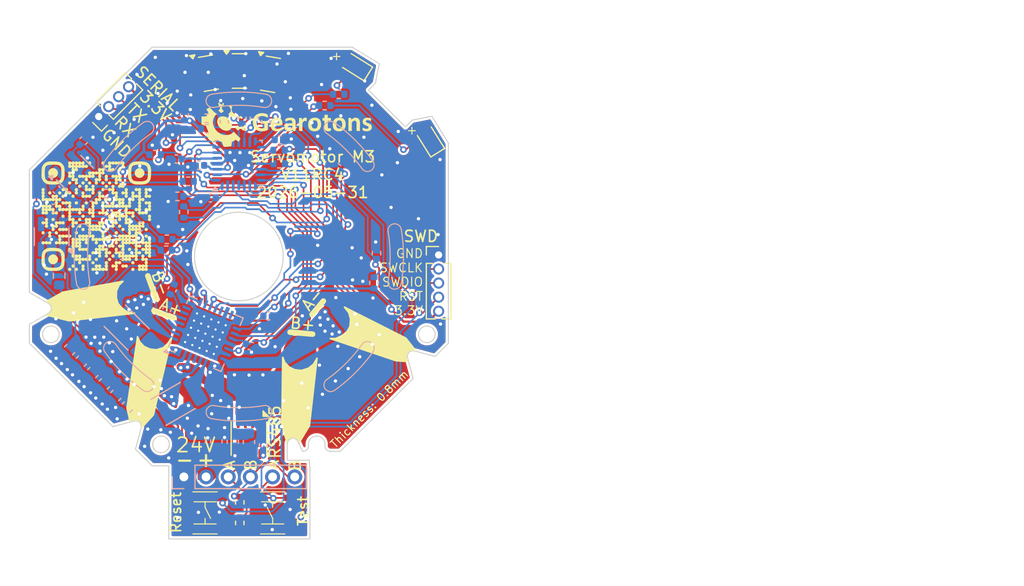
<source format=kicad_pcb>
(kicad_pcb (version 20240108) (generator "pcbnew") (generator_version "8.0")
  (title_block (title "Servo motor stepper M3") (date "2024-11-26") (rev "V11RC4"))
  (layers (0 "F.Cu" signal) (31 "B.Cu" signal) (34 "B.Paste" user) (35 "F.Paste" user) (36 "B.SilkS" user "B.Silkscreen") (37 "F.SilkS" user "F.Silkscreen") (38 "B.Mask" user) (39 "F.Mask" user) (44 "Edge.Cuts" user))
  (net 0 "")
  (net 1 "GND")
  (net 2 "/index/schTop/RS485_B")
  (net 3 "+24V")
  (net 4 "/index/schTop/RS485_A")
  (net 5 "+3.3V")
  (net 6 "/index/schTop/HALL1")
  (net 7 "/index/schTop/RESET")
  (net 8 "/index/schTop/HALL2")
  (net 9 "/index/schTop/HALL3")
  (net 10 "unconnected-(U1-VREF-Pad17)")
  (net 11 "Net-(U1-CP2)")
  (net 12 "/index/schTop/REF24")
  (net 13 "/index/schTop/TEMPERATURE")
  (net 14 "Net-(U1-CP1)")
  (net 15 "unconnected-(U1-VCP-Pad6)")
  (net 16 "/index/schTop/UART2 RX")
  (net 17 "/index/schTop/UART2 TX")
  (net 18 "/index/schTop/SWCLK")
  (net 19 "/index/schTop/SWDIO")
  (net 20 "unconnected-(U1-SENSE1-Pad23)")
  (net 21 "unconnected-(U1-SENSE2-Pad27)")
  (net 24 "/index/schTop/~{MENABLE}")
  (net 25 "/index/schTop/LED_GREEN")
  (net 26 "/index/schTop/LED_RED")
  (net 27 "/index/schTop/RS485_EN")
  (net 28 "/index/schTop/~{nFAULT}")
  (net 29 "/index/schTop/OVER_VOLTAGE")
  (net 30 "/index/schTop/IMCONTROL")
  (net 31 "/index/schTop/PWMOV")
  (net 32 "/index/schTop/B+")
  (net 33 "/index/schTop/STEP")
  (net 34 "/index/schTop/DIR")
  (net 35 "Net-(U3-V+)")
  (net 36 "/index/schTop/A+")
  (net 37 "/index/schTop/A-")
  (net 38 "/index/schTop/B-")
  (net 39 "/index/schTop/RS485_D")
  (net 40 "/index/schTop/RS485_R")
  (net 41 "unconnected-(D2-A-Pad2)")
  (net 42 "+5V")
  (net 44 "/index/schTop/MS1")
  (net 45 "Net-(U3--)")
  (net 46 "Net-(R8-Pad2)")
  (net 47 "/index/schTop/VIO")
  (net 48 "Net-(U3-+)")
  (net 50 "/index/schTop/MS2")
  (net 52 "Net-(U2-PB7)")
  (net 53 "Net-(D1-A)")
  (footprint "servo_motor:TS3735PA-250gf" (layer "F.Cu") (at 146.5 116.4 -90)
    (property "Reference" "SW2" (hide yes))
    (property "Value" "TS3735PA-250gf")
  )
  (footprint "servo_motor:Pad_3mm_TopOnly" (layer "F.Cu") (at 140.08 96.75)
    (property "Reference" "J8" (hide yes))
    (property "Value" "Conn_01x01_Socket" (hide yes))
  )
  (footprint "Package_TO_SOT_SMD:SOT-23" (layer "F.Cu") (at 149.6 76.5)
    (property "Reference" "U7" (hide yes))
    (property "Value" "AH49HSC")
  )
  (footprint "Package_TO_SOT_SMD:SOT-23" (layer "F.Cu") (at 146.8 76.7 9.6)
    (property "Reference" "U4" (hide yes))
    (property "Value" "AH49HSC")
  )
  (footprint "servo_motor:Pad_3mm_TopOnly" (layer "F.Cu") (at 141.95 100.07)
    (property "Reference" "J3" (hide yes))
    (property "Value" "Conn_01x01_Socket" (hide yes))
  )
  (footprint "Connector_PinHeader_1.27mm:PinHeader_1x05_P1.27mm_Vertical" (layer "F.Cu") (at 167.57 93.11)
    (property "Reference" "J2" (hide yes))
    (property "Value" "01x05 male P=1.27mm")
  )
  (footprint "LOGO" (layer "F.Cu") (at 136.706668 89.626667)
    (property "Reference" "G***" (hide yes))
    (property "Value" "LOGO" (hide yes))
  )
  (footprint "LED_SMD:LED_0603_1608Metric" (layer "F.Cu") (at 166.7 82.62 122)
    (property "Reference" "D2" (hide yes))
    (property "Value" "MHT192UGCT")
  )
  (footprint "Connector_PinHeader_1.27mm:PinHeader_1x04_P1.27mm_Vertical" (layer "F.Cu") (at 136.906497 80.613503 135)
    (property "Reference" "J1" (hide yes))
    (property "Value" "01x04 male P=1.27mm")
  )
  (footprint "Resistor_SMD:R_0402_1005Metric" (layer "F.Cu") (at 149.63 115.45 90)
    (property "Reference" "R2" (hide yes))
    (property "Value" "10k")
  )
  (footprint "Package_DFN_QFN:DFN-8-1EP_3x3mm_P0.65mm_EP1.5x2.25mm" (layer "F.Cu") (at 150.4625 109.697501 -90)
    (property "Reference" "U10" (hide yes))
    (property "Value" "SIT3088E")
  )
  (footprint "servo_motor:TS3735PA-250gf" (layer "F.Cu") (at 152.6 116.4 90)
    (property "Reference" "SW1" (hide yes))
    (property "Value" "TS3735PA-250gf")
  )
  (footprint "servo_motor:Pad_3mm_TopOnly" (layer "F.Cu") (at 158.03 99.06)
    (property "Reference" "J6" (hide yes))
    (property "Value" "Conn_01x01_Socket" (hide yes))
  )
  (footprint "Package_TO_SOT_SMD:SOT-23" (layer "F.Cu") (at 152.4 76.8 -9.6)
    (property "Reference" "U6" (hide yes))
    (property "Value" "AH49HSC")
  )
  (footprint "LED_SMD:LED_0603_1608Metric" (layer "F.Cu") (at 159.969056 75.979055 148)
    (property "Reference" "D1" (hide yes))
    (property "Value" "KT-0603R")
  )
  (footprint "Resistor_SMD:R_0402_1005Metric" (layer "F.Cu") (at 149.63 117.31 -90)
    (property "Reference" "R17" (hide yes))
    (property "Value" "10k")
  )
  (footprint "servo_motor:Pad_3mm_TopOnly" (layer "F.Cu") (at 155.05 101.93)
    (property "Reference" "J7" (hide yes))
    (property "Value" "Conn_01x01_Socket" (hide yes))
  )
  (footprint "Package_DFN_QFN:QFN-28_4x4mm_P0.5mm" (layer "B.Cu") (at 149.54 84.87)
    (property "Reference" "U2" (hide yes))
    (property "Value" "STM32G031G8Ux")
  )
  (footprint "Capacitor_SMD:C_0603_1608Metric" (layer "B.Cu") (at 139.48 106.84 -135)
    (property "Reference" "C7" (hide yes))
    (property "Value" "10uF")
  )
  (footprint "Package_TO_SOT_SMD:SOT-23-5" (layer "B.Cu") (at 132.66 91.46 90)
    (property "Reference" "U11" (hide yes))
    (property "Value" "ME6211C33M5")
  )
  (footprint "Capacitor_SMD:C_0603_1608Metric" (layer "B.Cu") (at 138.45 105.8 -135)
    (property "Reference" "C14" (hide yes))
    (property "Value" "10uF")
  )
  (footprint "Resistor_SMD:R_0402_1005Metric" (layer "B.Cu") (at 146.64 81.72 180)
    (property "Reference" "R29" (hide yes))
    (property "Value" "4.7k")
  )
  (footprint "Capacitor_SMD:C_0603_1608Metric" (layer "B.Cu") (at 149 109.97 -90)
    (property "Reference" "C16" (hide yes))
    (property "Value" "10uF")
  )
  (footprint "Resistor_SMD:R_0402_1005Metric" (layer "B.Cu") (at 161.97 92.95 -90)
    (property "Reference" "R4" (hide yes))
    (property "Value" "10k")
  )
  (footprint "Resistor_SMD:R_2010_5025Metric" (layer "B.Cu") (at 139.43 99.67 -45)
    (property "Reference" "R3" (hide yes))
    (property "Value" "150m")
  )
  (footprint "Resistor_SMD:R_0402_1005Metric" (layer "B.Cu") (at 144.01 87.82)
    (property "Reference" "R23" (hide yes))
    (property "Value" "10k")
  )
  (footprint "Resistor_SMD:R_0402_1005Metric" (layer "B.Cu") (at 144.58 89.23 -90)
    (property "Reference" "R9" (hide yes))
    (property "Value" "470R")
  )
  (footprint "Capacitor_SMD:C_0402_1005Metric" (layer "B.Cu") (at 150.62 101.33 -22.5)
    (property "Reference" "C1" (hide yes))
    (property "Value" "10nF" (hide yes))
  )
  (footprint "Resistor_SMD:R_0402_1005Metric" (layer "B.Cu") (at 144.98 86.46 180)
    (property "Reference" "R8" (hide yes))
    (property "Value" "1.5k")
  )
  (footprint "Resistor_SMD:R_0402_1005Metric" (layer "B.Cu") (at 157.29 79.62)
    (property "Reference" "R11" (hide yes))
    (property "Value" "470R")
  )
  (footprint "Capacitor_SMD:C_0402_1005Metric" (layer "B.Cu") (at 133.1 87.21 -45)
    (property "Reference" "C30" (hide yes))
    (property "Value" "100pF")
  )
  (footprint "Resistor_SMD:R_0402_1005Metric" (layer "B.Cu") (at 143 92.68 180)
    (property "Reference" "R6" (hide yes))
    (property "Value" "10k")
  )
  (footprint "Resistor_SMD:R_0402_1005Metric" (layer "B.Cu") (at 161.74 95.63 -90)
    (property "Reference" "R5" (hide yes))
    (property "Value" "10k")
  )
  (footprint "Capacitor_SMD:C_0402_1005Metric" (layer "B.Cu") (at 151.76 110.26 -90)
    (property "Reference" "C35" (hide yes))
    (property "Value" "10uF" (hide yes))
  )
  (footprint "Capacitor_SMD:C_0402_1005Metric" (layer "B.Cu") (at 132.81 88.9 180)
    (property "Reference" "C5" (hide yes))
    (property "Value" "10uF")
  )
  (footprint "Capacitor_SMD:C_0402_1005Metric" (layer "B.Cu") (at 136.24 88.62)
    (property "Reference" "C22" (hide yes))
    (property "Value" "10uF")
  )
  (footprint "Package_TO_SOT_SMD:SOT-23-5" (layer "B.Cu") (at 134.76 85.8 -45)
    (property "Reference" "U3" (hide yes))
    (property "Value" "LM321")
  )
  (footprint "Resistor_SMD:R_0402_1005Metric" (layer "B.Cu") (at 137.55 87.56)
    (property "Reference" "R7" (hide yes))
    (property "Value" "470R")
  )
  (footprint "Resistor_SMD:R_0402_1005Metric" (layer "B.Cu") (at 142 84.05 180)
    (property "Reference" "R15" (hide yes))
    (property "Value" "10k")
  )
  (footprint "Capacitor_SMD:C_0402_1005Metric" (layer "B.Cu") (at 135.54 82.79 45)
    (property "Reference" "C28" (hide yes))
    (property "Value" "1uF" (hide yes))
  )
  (footprint "Capacitor_SMD:C_0402_1005Metric" (layer "B.Cu") (at 148.24 81.07 90)
    (property "Reference" "C41" (hide yes))
    (property "Value" "100nF" (hide yes))
  )
  (footprint "Connector_PinSocket_2.00mm:PinSocket_1x06_P2.00mm_Vertical" (layer "B.Cu") (at 144.59 113.15 -90)
    (property "Reference" "J4" (hide yes))
    (property "Value" "Conn_01x06_Socket")
  )
  (footprint "Resistor_SMD:R_0603_1608Metric" (layer "B.Cu") (at 133.34 94.99 90)
    (property "Reference" "R27" (hide yes))
    (property "Value" "18k")
  )
  (footprint "Capacitor_SMD:C_0603_1608Metric" (layer "B.Cu") (at 150.46 110 -90)
    (property "Reference" "C12" (hide yes))
    (property "Value" "10uF")
  )
  (footprint "Capacitor_SMD:C_0402_1005Metric" (layer "B.Cu") (at 152.24 98.62)
    (property "Reference" "C6" (hide yes))
    (property "Value" "1uF")
  )
  (footprint "Resistor_SMD:R_0402_1005Metric" (layer "B.Cu") (at 158.359375 85.209375 -45)
    (property "Reference" "R13" (hide yes))
    (property "Value" "10k")
  )
  (footprint "Resistor_SMD:R_0402_1005Metric" (layer "B.Cu") (at 143.05 91.7 180)
    (property "Reference" "R24" (hide yes))
    (property "Value" "10k")
  )
  (footprint "Capacitor_SMD:C_0402_1005Metric" (layer "B.Cu") (at 149.84 80.77 90)
    (property "Reference" "C17" (hide yes))
    (property "Value" "1nF")
  )
  (footprint "Capacitor_SMD:C_0402_1005Metric" (layer "B.Cu") (at 144.64 80.47 90)
    (property "Reference" "C9" (hide yes))
    (property "Value" "10uF")
  )
  (footprint "Resistor_SMD:R_2010_5025Metric" (layer "B.Cu") (at 143.62 106.56 30)
    (property "Reference" "R1" (hide yes))
    (property "Value" "150m")
  )
  (footprint "Resistor_SMD:R_0402_1005Metric" (layer "B.Cu") (at 158.56 78.6)
    (property "Reference" "R12" (hide yes))
    (property "Value" "470R")
  )
  (footprint "Resistor_SMD:R_0402_1005Metric" (layer "B.Cu") (at 153.17 83.66)
    (property "Reference" "R22" (hide yes))
    (property "Value" "10k")
  )
  (footprint "Resistor_SMD:R_0402_1005Metric" (layer "B.Cu") (at 140.66 90.55 180)
    (property "Reference" "R26" (hide yes))
    (property "Value" "1.5k")
  )
  (footprint "Package_DFN_QFN:QFN-28-1EP_5x5mm_P0.5mm_EP3.75x3.75mm_ThermalVias" (layer "B.Cu") (at 146.53 100.22 -22.5)
    (property "Reference" "U1" (hide yes))
    (property "Value" "ATD5833")
  )
  (footprint "Capacitor_SMD:C_0402_1005Metric" (layer "B.Cu") (at 143.060162 98.00783 67.5)
    (property "Reference" "C2" (hide yes))
    (property "Value" "100nF" (hide yes))
  )
  (footprint "Capacitor_SMD:C_0402_1005Metric" (layer "B.Cu") (at 153.26 82.71)
    (property "Reference" "C36" (hide yes))
    (property "Value" "100nF" (hide yes))
  )
  (footprint "Capacitor_SMD:C_0603_1608Metric" (layer "B.Cu") (at 136.37 103.73 -135)
    (property "Reference" "C15" (hide yes))
    (property "Value" "10uF")
  )
  (footprint "Resistor_SMD:R_0402_1005Metric" (layer "B.Cu") (at 146.64 80.77 180)
    (property "Reference" "TH1" (hide yes))
    (property "Value" "100k 1% NTC")
  )
  (footprint "Capacitor_SMD:C_0603_1608Metric" (layer "B.Cu") (at 146.02 109.94 -90)
    (property "Reference" "C8" (hide yes))
    (property "Value" "10uF")
  )
  (footprint "Capacitor_SMD:C_0402_1005Metric" (layer "B.Cu") (at 146.98 87.96 180)
    (property "Reference" "C21" (hide yes))
    (property "Value" "100pF")
  )
  (footprint "Capacitor_SMD:C_0402_1005Metric" (layer "B.Cu") (at 138.96 93.15)
    (property "Reference" "C4" (hide yes))
    (property "Value" "4.7uF")
  )
  (footprint "Capacitor_SMD:C_0603_1608Metric" (layer "B.Cu") (at 147.52 109.94 -90)
    (property "Reference" "C13" (hide yes))
    (property "Value" "10uF")
  )
  (footprint "Capacitor_SMD:C_0402_1005Metric" (layer "B.Cu") (at 143.54 96.21 -112.5)
    (property "Reference" "C3" (hide yes))
    (property "Value" "100nF" (hide yes))
  )
  (footprint "Capacitor_SMD:C_0402_1005Metric" (layer "B.Cu") (at 150.94 80.77 90)
    (property "Reference" "C20" (hide yes))
    (property "Value" "1nF" (hide yes))
  )
  (footprint "Capacitor_SMD:C_0402_1005Metric" (layer "B.Cu") (at 145.94 85.02 180)
    (property "Reference" "C37" (hide yes))
    (property "Value" "100nF" (hide yes))
  )
  (footprint "Capacitor_SMD:C_0603_1608Metric" (layer "B.Cu") (at 135.33 102.7 -135)
    (property "Reference" "C10" (hide yes))
    (property "Value" "10uF")
  )
  (footprint "Capacitor_SMD:C_0603_1608Metric" (layer "B.Cu") (at 134.28 101.67 -135)
    (property "Reference" "C11" (hide yes))
    (property "Value" "10uF")
  )
  (footprint "Capacitor_SMD:C_0402_1005Metric" (layer "B.Cu") (at 151.99 81.07 90)
    (property "Reference" "C23" (hide yes))
    (property "Value" "1nF")
  )
  (footprint "Capacitor_SMD:C_0603_1608Metric" (layer "B.Cu") (at 137.41 104.76 -135)
    (property "Reference" "C19" (hide yes))
    (property "Value" "10uF")
  )
  (footprint "Resistor_SMD:R_0402_1005Metric" (layer "B.Cu") (at 153.19 84.87)
    (property "Reference" "R25" (hide yes))
    (property "Value" "10k")
  )
  (footprint "Capacitor_SMD:C_0402_1005Metric" (layer "B.Cu") (at 143.9 84.45 180)
    (property "Reference" "C18" (hide yes))
    (property "Value" "100nF" (hide yes))
  )
  (gr_arc (start 141.623335 104.362643) (mid 141.763365 105.199522) (end 140.926491 105.339582) (stroke (width 0.1)) (layer "B.SilkS"))
  (gr_arc (start 138.437253 85.323371) (mid 139.897916 83.597952) (end 141.623335 82.13729) (stroke (width 0.1)) (layer "B.SilkS"))
  (gr_arc (start 161.639545 101.873405) (mid 160.050467 103.750503) (end 158.173369 105.339582) (stroke (width 0.1)) (layer "B.SilkS"))
  (gr_arc (start 140.926491 105.339582) (mid 139.049394 103.750502) (end 137.460314 101.873405) (stroke (width 0.1)) (layer "B.SilkS"))
  (gr_arc (start 134.903589 90.799009) (mid 135.594402 90.306191) (end 136.087131 90.997067) (stroke (width 0.1)) (layer "B.SilkS"))
  (gr_arc (start 137.460314 84.626528) (mid 139.049404 82.749441) (end 140.926491 81.160351) (stroke (width 0.1)) (layer "B.SilkS"))
  (gr_arc (start 158.173369 81.160351) (mid 160.050459 82.749438) (end 161.639545 84.626528) (stroke (width 0.1)) (layer "B.SilkS"))
  (gr_arc (start 163.012728 90.997067) (mid 163.505463 90.306224) (end 164.196271 90.799009) (stroke (width 0.1)) (layer "B.SilkS"))
  (gr_arc (start 147.29703 79.787168) (mid 149.54993 79.599966) (end 151.80283 79.787168) (stroke (width 0.1)) (layer "B.SilkS"))
  (gr_arc (start 160.662607 101.176562) (mid 159.201932 102.901968) (end 157.476525 104.362643) (stroke (width 0.1)) (layer "B.SilkS"))
  (gr_arc (start 158.173369 105.339582) (mid 157.336441 105.199561) (end 157.476525 104.362643) (stroke (width 0.1)) (layer "B.SilkS"))
  (gr_arc (start 151.80283 106.712765) (mid 149.54993 106.899966) (end 147.29703 106.712765) (stroke (width 0.1)) (layer "B.SilkS"))
  (gr_arc (start 136.087131 95.502866) (mid 135.594384 96.193639) (end 134.903589 95.700923) (stroke (width 0.1)) (layer "B.SilkS"))
  (gr_arc (start 152.000887 107.896308) (mid 149.54993 108.099966) (end 147.098973 107.896308) (stroke (width 0.1)) (layer "B.SilkS"))
  (gr_arc (start 152.000887 78.603625) (mid 152.493668 79.294432) (end 151.80283 79.787168) (stroke (width 0.1)) (layer "B.SilkS"))
  (gr_arc (start 157.476525 82.13729) (mid 159.201937 83.597959) (end 160.662607 85.323371) (stroke (width 0.1)) (layer "B.SilkS"))
  (gr_arc (start 147.098973 78.603625) (mid 149.54993 78.399966) (end 152.000887 78.603625) (stroke (width 0.1)) (layer "B.SilkS"))
  (gr_arc (start 140.926491 81.160351) (mid 141.763365 81.300412) (end 141.623335 82.13729) (stroke (width 0.1)) (layer "B.SilkS"))
  (gr_arc (start 157.476525 82.13729) (mid 157.336445 81.300375) (end 158.173369 81.160351) (stroke (width 0.1)) (layer "B.SilkS"))
  (gr_arc (start 134.903589 95.700923) (mid 134.699936 93.249966) (end 134.903589 90.799009) (stroke (width 0.1)) (layer "B.SilkS"))
  (gr_arc (start 151.80283 106.712765) (mid 152.493648 107.205505) (end 152.000887 107.896308) (stroke (width 0.1)) (layer "B.SilkS"))
  (gr_arc (start 163.012728 90.997067) (mid 163.199941 93.249966) (end 163.012728 95.502866) (stroke (width 0.1)) (layer "B.SilkS"))
  (gr_arc (start 137.460314 101.873405) (mid 137.600373 101.03653) (end 138.437253 101.176562) (stroke (width 0.1)) (layer "B.SilkS"))
  (gr_arc (start 164.196271 95.700923) (mid 163.505468 96.193675) (end 163.012728 95.502866) (stroke (width 0.1)) (layer "B.SilkS"))
  (gr_arc (start 161.639545 84.626528) (mid 161.499535 85.463471) (end 160.662607 85.323371) (stroke (width 0.1)) (layer "B.SilkS"))
  (gr_arc (start 160.662607 101.176562) (mid 161.499514 101.03649) (end 161.639545 101.873405) (stroke (width 0.1)) (layer "B.SilkS"))
  (gr_arc (start 164.196271 90.799009) (mid 164.399936 93.249966) (end 164.196271 95.700923) (stroke (width 0.1)) (layer "B.SilkS"))
  (gr_arc (start 147.29703 79.787168) (mid 146.606231 79.294425) (end 147.098973 78.603625) (stroke (width 0.1)) (layer "B.SilkS"))
  (gr_arc (start 136.087131 95.502866) (mid 135.899937 93.249966) (end 136.087131 90.997067) (stroke (width 0.1)) (layer "B.SilkS"))
  (gr_arc (start 138.437253 85.323371) (mid 137.600383 85.46339) (end 137.460314 84.626528) (stroke (width 0.1)) (layer "B.SilkS"))
  (gr_arc (start 147.098973 107.896308) (mid 146.606187 107.2055) (end 147.29703 106.712765) (stroke (width 0.1)) (layer "B.SilkS"))
  (gr_arc (start 141.623335 104.362643) (mid 139.897915 102.901982) (end 138.437253 101.176562) (stroke (width 0.1)) (layer "B.SilkS"))
  (gr_poly (pts (xy 148.920222 79.750835) (xy 148.920219 79.750831) (xy 148.92939 79.768469) (xy 148.929389 79.787521) (xy 148.919506 79.804452) (xy 148.90046 79.823503) (xy 148.885646 79.844666) (xy 148.831315 79.973084) (xy 148.820737 79.920871) (xy 148.818619 79.640765)) (fill solid) (layer "F.SilkS"))
  (gr_line (start 148.902577 81.527422) (end 148.909632 81.487913) (stroke (width 0.026105)) (layer "F.SilkS"))
  (gr_line (start 147.329189 81.635366) (end 147.353179 81.678404) (stroke (width 0.026105)) (layer "F.SilkS"))
  (gr_line (start 150.06251 81.748965) (end 150.073092 81.701694) (stroke (width 0.026105)) (layer "F.SilkS"))
  (gr_line (start 148.11306 80.606678) (end 148.069313 80.606676) (stroke (width 0.026105)) (layer "F.SilkS"))
  (gr_line (start 148.51946 81.871736) (end 148.560383 81.864678) (stroke (width 0.026105)) (layer "F.SilkS"))
  (gr_line (start 148.124349 81.802592) (end 148.168097 81.82235) (stroke (width 0.026105)) (layer "F.SilkS"))
  (gr_poly (pts (xy 146.816958 80.250362) (xy 146.636335 79.955442) (xy 146.907265 79.810097)) (fill solid) (layer "F.SilkS"))
  (gr_line (start 147.768044 79.561739) (end 147.763108 79.565973) (stroke (width 0.026105)) (layer "F.SilkS"))
  (gr_line (start 147.81955 79.49542) (end 147.859062 79.503177) (stroke (width 0.026105)) (layer "F.SilkS"))
  (gr_line (start 150.183866 81.497078) (end 150.176104 81.484381) (stroke (width 0.026105)) (layer "F.SilkS"))
  (gr_line (start 147.847067 79.946975) (end 147.756048 80.029525) (stroke (width 0.026105)) (layer "F.SilkS"))
  (gr_line (start 149.783817 80.813394) (end 149.822621 80.811276) (stroke (width 0.026105)) (layer "F.SilkS"))
  (gr_line (start 146.688542 80.464851) (end 146.657499 80.534703) (stroke (width 0.026105)) (layer "F.SilkS"))
  (gr_line (start 147.269214 80.729437) (end 147.252988 80.771067) (stroke (width 0.026105)) (layer "F.SilkS"))
  (gr_line (start 150.014534 81.545764) (end 150.003241 81.588097) (stroke (width 0.026105)) (layer "F.SilkS"))
  (gr_line (start 149.234895 82.687351) (end 149.529815 82.863033) (stroke (width 0.026105)) (layer "F.SilkS"))
  (gr_line (start 148.664096 80.863502) (end 148.627411 80.829636) (stroke (width 0.026105)) (layer "F.SilkS"))
  (gr_line (start 148.167388 82.277423) (end 148.214662 82.285885) (stroke (width 0.026105)) (layer "F.SilkS"))
  (gr_line (start 149.678688 81.598682) (end 149.680098 81.59868) (stroke (width 0.026105)) (layer "F.SilkS"))
  (gr_line (start 150.224082 81.815286) (end 150.15635 81.898538) (stroke (width 0.026105)) (layer "F.SilkS"))
  (gr_line (start 149.876241 80.725908) (end 149.866365 80.706855) (stroke (width 0.026105)) (layer "F.SilkS"))
  (gr_line (start 148.434797 81.877379) (end 148.477834 81.875964) (stroke (width 0.026105)) (layer "F.SilkS"))
  (gr_line (start 148.77628 79.619598) (end 148.731832 79.633002) (stroke (width 0.026105)) (layer "F.SilkS"))
  (gr_line (start 149.388703 80.665229) (end 149.34073 80.670877) (stroke (width 0.026105)) (layer "F.SilkS"))
  (gr_line (start 148.899051 81.275543) (end 148.887759 81.231094) (stroke (width 0.026105)) (layer "F.SilkS"))
  (gr_line (start 147.880229 79.49542) (end 147.859059 79.50318) (stroke (width 0.026105)) (layer "F.SilkS"))
  (gr_line (start 148.010047 80.248245) (end 148.138461 80.159346) (stroke (width 0.026105)) (layer "F.SilkS"))
  (gr_line (start 148.290858 80.637017) (end 148.245704 80.625024) (stroke (width 0.026105)) (layer "F.SilkS"))
  (gr_line (start 147.662212 81.315049) (end 147.680559 81.358794) (stroke (width 0.026105)) (layer "F.SilkS"))
  (gr_line (start 148.466544 80.713217) (end 148.423504 80.689934) (stroke (width 0.026105)) (layer "F.SilkS"))
  (gr_line (start 148.818616 79.640762) (end 148.77628 79.619598) (stroke (width 0.026105)) (layer "F.SilkS"))
  (gr_line (start 148.379762 80.669474) (end 148.335308 80.651836) (stroke (width 0.026105)) (layer "F.SilkS"))
  (gr_poly (pts (xy 149.615894 81.581753) (xy 149.611659 81.728508) (xy 149.589787 81.745442) (xy 149.589788 81.745436) (xy 149.503708 81.833629) (xy 149.589084 81.561993)) (fill solid) (layer "F.SilkS"))
  (gr_line (start 150.127418 81.436405) (end 150.176104 81.484381) (stroke (width 0.026105)) (layer "F.SilkS"))
  (gr_line (start 148.726894 79.636528) (end 148.697969 79.663343) (stroke (width 0.026105)) (layer "F.SilkS"))
  (gr_line (start 147.675616 80.826813) (end 147.657977 80.860677) (stroke (width 0.026105)) (layer "F.SilkS"))
  (gr_poly (pts (xy 147.984651 82.221685) (xy 148.105303 82.261904) (xy 148.228768 82.288709) (xy 148.190666 83.336466) (xy 148.017102 82.889848) (xy 147.867524 82.168773) (xy 147.867526 82.168765)) (fill solid) (layer "F.SilkS"))
  (gr_line (start 148.02769 82.237908) (end 148.073552 82.252727) (stroke (width 0.026105)) (layer "F.SilkS"))
  (gr_poly (pts (xy 149.783817 80.813394) (xy 149.783815 80.813403) (xy 149.783817 80.813394)) (fill solid) (layer "F.SilkS"))
  (gr_poly (pts (xy 149.464197 80.621482) (xy 149.58344 80.638417) (xy 149.612366 80.639124) (xy 149.640589 80.711796) (xy 149.598961 80.694861) (xy 149.554508 80.685691) (xy 149.406343 80.608782)) (fill solid) (layer "F.SilkS"))
  (gr_line (start 147.616351 81.013781) (end 147.614236 81.05541) (stroke (width 0.026105)) (layer "F.SilkS"))
  (gr_line (start 148.029802 79.952619) (end 148.03016 79.95297) (stroke (width 0.026105)) (layer "F.SilkS"))
  (gr_line (start 148.03827 81.75673) (end 148.080609 81.780721) (stroke (width 0.026105)) (layer "F.SilkS"))
  (gr_poly (pts (xy 150.184572 81.498494) (xy 150.184572 81.515428) (xy 150.176104 81.529536) (xy 150.161992 81.538003) (xy 150.176104 81.484381)) (fill solid) (layer "F.SilkS"))
  (gr_poly (pts (xy 149.55451 80.685687) (xy 149.554508 80.685691) (xy 149.554503 80.685689)) (fill solid) (layer "F.SilkS"))
  (gr_poly (pts (xy 147.499229 80.409822) (xy 147.418088 80.491663) (xy 147.348238 80.582678) (xy 147.290384 80.682868) (xy 147.245937 80.790819) (xy 147.214889 80.904412) (xy 147.197957 81.022945) (xy 147.195133 81.143597) (xy 146.907267 79.8101)) (fill solid) (layer "F.SilkS"))
  (gr_line (start 148.347308 81.871028) (end 148.391758 81.87526) (stroke (width 0.026105)) (layer "F.SilkS"))
  (gr_line (start 148.245704 80.625024) (end 148.201251 80.615849) (stroke (width 0.026105)) (layer "F.SilkS"))
  (gr_line (start 147.64669 81.272011) (end 147.662212 81.315049) (stroke (width 0.026105)) (layer "F.SilkS"))
  (gr_line (start 148.914568 81.404658) (end 148.912456 81.362326) (stroke (width 0.026105)) (layer "F.SilkS"))
  (gr_line (start 148.087659 79.390996) (end 148.07214 79.427688) (stroke (width 0.026105)) (layer "F.SilkS"))
  (gr_line (start 147.7624 79.64923) (end 147.853417 79.742364) (stroke (width 0.026105)) (layer "F.SilkS"))
  (gr_line (start 147.907743 80.635602) (end 147.871052 80.650419) (stroke (width 0.026105)) (layer "F.SilkS"))
  (gr_line (start 148.158216 80.119831) (end 148.146928 80.090908) (stroke (width 0.026105)) (layer "F.SilkS"))
  (gr_line (start 148.017107 82.889845) (end 148.190674 83.33646) (stroke (width 0.026105)) (layer "F.SilkS"))
  (gr_line (start 148.0799 79.440384) (end 148.1053 79.468608) (stroke (width 0.026105)) (layer "F.SilkS"))
  (gr_line (start 148.673271 81.825171) (end 148.707138 81.806825) (stroke (width 0.026105)) (layer "F.SilkS"))
  (gr_poly (pts (xy 148.076367 79.661226) (xy 148.079189 79.67181) (xy 148.07708 79.681689) (xy 148.072137 79.690153) (xy 148.074257 79.64923)) (fill solid) (layer "F.SilkS"))
  (gr_line (start 148.335308 80.651836) (end 148.290858 80.637017) (stroke (width 0.026105)) (layer "F.SilkS"))
  (gr_line (start 150.170462 81.534477) (end 150.183866 81.497078) (stroke (width 0.026105)) (layer "F.SilkS"))
  (gr_line (start 148.038976 79.567388) (end 148.060142 79.556802) (stroke (width 0.026105)) (layer "F.SilkS"))
  (gr_line (start 147.871052 80.650419) (end 147.836479 80.668062) (stroke (width 0.026105)) (layer "F.SilkS"))
  (gr_line (start 148.07214 79.690153) (end 148.076373 79.661226) (stroke (width 0.026105)) (layer "F.SilkS"))
  (gr_line (start 147.252988 80.771067) (end 147.238171 80.8141) (stroke (width 0.026105)) (layer "F.SilkS"))
  (gr_line (start 147.69184 79.443916) (end 147.702429 79.476371) (stroke (width 0.026105)) (layer "F.SilkS"))
  (gr_line (start 148.836252 81.101274) (end 148.813676 81.058942) (stroke (width 0.026105)) (layer "F.SilkS"))
  (gr_poly (pts (xy 150.10414 81.421586) (xy 150.127423 81.436404) (xy 150.176104 81.484381) (xy 150.161996 81.537998) (xy 150.145767 81.537999) (xy 150.131656 81.530237) (xy 150.104843 81.503427) (xy 150.089324 81.494961) (xy 150.070976 81.494963) (xy 150.056158 81.504136) (xy 150.076623 81.415941)) (fill solid) (layer "F.SilkS"))
  (gr_line (start 148.909632 81.487913) (end 148.913864 81.446988) (stroke (width 0.026105)) (layer "F.SilkS"))
  (gr_line (start 148.005112 79.909582) (end 148.029802 79.952619) (stroke (width 0.026105)) (layer "F.SilkS"))
  (gr_poly (pts (xy 158.651516 80.714342) (xy 158.686422 80.716206) (xy 158.720103 80.719301) (xy 158.752559 80.723643) (xy 158.783783 80.729226) (xy 158.798934 80.732479) (xy 158.813774 80.73605) (xy 158.828305 80.739922) (xy 158.842527 80.744107) (xy 158.856442 80.748603) (xy 158.870046 80.753412) (xy 158.883422 80.758518) (xy 158.896506 80.763932) (xy 158.909297 80.76964) (xy 158.921788 80.775649) (xy 158.933984 80.781955) (xy 158.945884 80.788562) (xy 158.957489 80.79546) (xy 158.968803 80.80266) (xy 158.979813 80.81015) (xy 158.990529 80.817936) (xy 159.000957 80.826016) (xy 159.011085 80.834392) (xy 159.020918 80.843062) (xy 159.030453 80.852019) (xy 159.039695 80.861273) (xy 159.048638 80.870817) (xy 159.057256 80.880569) (xy 159.065599 80.890604) (xy 159.073654 80.900917) (xy 159.08143 80.911507) (xy 159.088925 80.922377) (xy 159.096139 80.933525) (xy 159.103068 80.944952) (xy 159.109722 80.956655) (xy 159.116095 80.968633) (xy 159.122181 80.980884) (xy 159.127993 80.993413) (xy 159.133516 81.006218) (xy 159.138764 81.019295) (xy 159.143732 81.032647) (xy 159.148412 81.046266) (xy 159.152816 81.060159) (xy 159.157022 81.074361) (xy 159.160957 81.088823) (xy 159.164621 81.103545) (xy 159.168013 81.118533) (xy 159.173984 81.149293) (xy 159.178867 81.181109) (xy 159.182664 81.213982) (xy 159.185375 81.247911) (xy 159.187007 81.282903) (xy 159.18755 81.318957) (xy 159.186966 81.353324) (xy 159.185222 81.386971) (xy 159.182318 81.419897) (xy 159.178247 81.452103) (xy 159.173015 81.483573) (xy 159.166616 81.514321) (xy 159.159062 81.544335) (xy 159.150341 81.573617) (xy 159.145618 81.587874) (xy 159.140592 81.601879) (xy 159.135266 81.615642) (xy 159.129643 81.629159) (xy 159.123717 81.642424) (xy 159.117496 81.655445) (xy 159.110969 81.668214) (xy 159.104141 81.680744) (xy 159.097013 81.693022) (xy 159.089585 81.705053) (xy 159.081861 81.716839) (xy 159.073832 81.728375) (xy 159.065507 81.739666) (xy 159.056878 81.750708) (xy 159.047952 81.761508) (xy 159.038722 81.772054) (xy 159.029268 81.782257) (xy 159.01952 81.792171) (xy 159.009468 81.801788) (xy 158.999117 81.811119) (xy 158.98847 81.820155) (xy 158.97752 81.8289) (xy 158.966283 81.837355) (xy 158.954743 81.845514) (xy 158.942914 81.85338) (xy 158.930781 81.860951) (xy 158.918362 81.868232) (xy 158.905645 81.875218) (xy 158.892635 81.881909) (xy 158.879334 81.888303) (xy 158.865743 81.894407) (xy 158.851858 81.900214) (xy 158.837639 81.905696) (xy 158.823118 81.910833) (xy 158.808301 81.915613) (xy 158.793173 81.920049) (xy 158.777752 81.924134) (xy 158.762026 81.927863) (xy 158.746 81.931242) (xy 158.729669 81.934266) (xy 158.713037 81.936939) (xy 158.696098 81.939256) (xy 158.678861 81.941219) (xy 158.661316 81.942827) (xy 158.643473 81.944077) (xy 158.625315 81.944972) (xy 158.606861 81.94551) (xy 158.5881 81.945687) (xy 158.552256 81.945052) (xy 158.517596 81.943135) (xy 158.484111 81.939952) (xy 158.4518 81.935506) (xy 158.420664 81.9298) (xy 158.405533 81.926475) (xy 158.390697 81.922838) (xy 158.376152 81.918893) (xy 158.361901 81.914628) (xy 158.347936 81.910056) (xy 158.334264 81.905176) (xy 158.320959 81.899989) (xy 158.307939 81.894514) (xy 158.295204 81.888752) (xy 158.282756 81.882699) (xy 158.270596 81.87636) (xy 158.258718 81.869733) (xy 158.247126 81.862815) (xy 158.235821 81.855617) (xy 158.224804 81.848128) (xy 158.214068 81.840355) (xy 158.203623 81.8323) (xy 158.193458 81.823958) (xy 158.183583 81.815329) (xy 158.173994 81.806427) (xy 158.164692 81.797235) (xy 158.155672 81.787767) (xy 158.147014 81.778015) (xy 158.138637 81.767987) (xy 158.13054 81.757683) (xy 158.122722 81.747107) (xy 158.115188 81.736247) (xy 158.107929 81.725111) (xy 158.100956 81.713697) (xy 158.094255 81.702009) (xy 158.087836 81.690039) (xy 158.081695 81.677791) (xy 158.075826 81.665261) (xy 158.070243 81.652451) (xy 158.064932 81.639368) (xy 158.059903 81.625997) (xy 158.055141 81.612351) (xy 158.050664 81.59842) (xy 158.046534 81.584148) (xy 158.042677 81.569635) (xy 158.035776 81.53986) (xy 158.029948 81.509095) (xy 158.025187 81.477343) (xy 158.021497 81.444601) (xy 158.018862 81.410876) (xy 158.017289 81.376156) (xy 158.016764 81.34045) (xy 158.016985 81.327222) (xy 158.33344 81.327224) (xy 158.333643 81.347319) (xy 158.334258 81.36699) (xy 158.335282 81.38623) (xy 158.336722 81.405049) (xy 158.33858 81.423439) (xy 158.34085 81.441403) (xy 158.343543 81.458941) (xy 158.346668 81.476055) (xy 158.350406 81.492756) (xy 158.35465 81.508915) (xy 158.35939 81.524528) (xy 158.364626 81.539591) (xy 158.370356 81.554099) (xy 158.376581 81.568054) (xy 158.379878 81.574821) (xy 158.383293 81.581449) (xy 158.386829 81.587941) (xy 158.390489 81.59429) (xy 158.39437 81.600513) (xy 158.398416 81.606556) (xy 158.402623 81.612414) (xy 158.406998 81.618086) (xy 158.411542 81.623577) (xy 158.416244 81.628889) (xy 158.421111 81.634018) (xy 158.426146 81.638964) (xy 158.431346 81.643727) (xy 158.436706 81.64831) (xy 158.442237 81.65271) (xy 158.447929 81.65693) (xy 158.453784 81.660969) (xy 158.459808 81.664828) (xy 158.465993 81.668509) (xy 158.472344 81.672009) (xy 158.478835 81.675314) (xy 158.485524 81.678404) (xy 158.492405 81.681284) (xy 158.499478 81.683946) (xy 158.506746 81.686398) (xy 158.514213 81.688638) (xy 158.521876 81.690662) (xy 158.529731 81.692473) (xy 158.537785 81.694073) (xy 158.546033 81.695458) (xy 158.554481 81.696631) (xy 158.563127 81.69759) (xy 158.571966 81.698334) (xy 158.581007 81.698867) (xy 158.590239 81.699187) (xy 158.599675 81.699295) (xy 158.608283 81.699196) (xy 158.616748 81.69891) (xy 158.625066 81.698424) (xy 158.633244 81.697746) (xy 158.641278 81.696872) (xy 158.649172 81.695806) (xy 158.65692 81.694549) (xy 158.664529 81.693094) (xy 158.671995 81.691444) (xy 158.679327 81.689603) (xy 158.686516 81.68757) (xy 158.693565 81.685343) (xy 158.700475 81.682922) (xy 158.707249 81.680304) (xy 158.71389 81.677495) (xy 158.720391 81.67449) (xy 158.726829 81.671302) (xy 158.733115 81.667929) (xy 158.73925 81.664377) (xy 158.745238 81.660647) (xy 158.751077 81.656739) (xy 158.756769 81.652649) (xy 158.762309 81.648378) (xy 158.767703 81.643924) (xy 158.772949 81.639285) (xy 158.778046 81.634473) (xy 158.782994 81.629474) (xy 158.787801 81.624289) (xy 158.792454 81.618927) (xy 158.79697 81.613378) (xy 158.801332 81.607646) (xy 158.805554 81.601726) (xy 158.809595 81.595681) (xy 158.813507 81.589471) (xy 158.817287 81.583106) (xy 158.820939 81.57658) (xy 158.824454 81.569897) (xy 158.827837 81.563051) (xy 158.831091 81.55605) (xy 158.834207 81.54889) (xy 158.837196 81.541574) (xy 158.840044 81.5341) (xy 158.842764 81.526469) (xy 158.845349 81.518683) (xy 158.8478 81.510738) (xy 158.850114 81.502639) (xy 158.852293 81.494381) (xy 158.854342 81.485977) (xy 158.857981 81.468759) (xy 158.861153 81.450903) (xy 158.863847 81.432411) (xy 158.866067 81.413289) (xy 158.8678 81.39354) (xy 158.869045 81.373161) (xy 158.869795 81.352161) (xy 158.870047 81.330533) (xy 158.869833 81.310719) (xy 158.8692 81.291275) (xy 158.868152 81.272203) (xy 158.866688 81.253509) (xy 158.864819 81.235192) (xy 158.86255 81.217253) (xy 158.859876 81.199699) (xy 158.856819 81.182531) (xy 158.855195 81.174038) (xy 158.853426 81.16569) (xy 158.851512 81.157491) (xy 158.849459 81.149434) (xy 158.847257 81.141525) (xy 158.844923 81.133764) (xy 158.84244 81.12615) (xy 158.839816 81.118685) (xy 158.837052 81.111365) (xy 158.83415 81.104193) (xy 158.831105 81.097172) (xy 158.827922 81.090297) (xy 158.824604 81.083571) (xy 158.821148 81.076998) (xy 158.817555 81.070573) (xy 158.813823 81.064294) (xy 158.80991 81.058101) (xy 158.805828 81.052079) (xy 158.801589 81.046223) (xy 158.797197 81.040538) (xy 158.792639 81.035025) (xy 158.787922 81.029685) (xy 158.783046 81.024516) (xy 158.778012 81.019518) (xy 158.772815 81.014691) (xy 158.767458 81.010037) (xy 158.761943 81.005556) (xy 158.756266 81.001247) (xy 158.75043 80.997114) (xy 158.74444 80.993148) (xy 158.738281 80.989358) (xy 158.731966 80.985747) (xy 158.725548 80.982366) (xy 158.718926 80.979197) (xy 158.712098 80.976245) (xy 158.705067 80.973504) (xy 158.697832 80.970985) (xy 158.69039 80.968676) (xy 158.682747 80.966586) (xy 158.674892 80.964713) (xy 158.666831 80.963059) (xy 158.658568 80.961628) (xy 158.6501 80.960408) (xy 158.641419 80.959411) (xy 158.632536 80.958635) (xy 158.623444 80.958076) (xy 158.614145 80.957745) (xy 158.604636 80.957635) (xy 158.5961 80.957731) (xy 158.587698 80.958022) (xy 158.579433 80.958506) (xy 158.571298 80.959184) (xy 158.563302 80.960058) (xy 158.555432 80.961123) (xy 158.547697 80.96238) (xy 158.540093 80.963837) (xy 158.53262 80.965484) (xy 158.525277 80.967326) (xy 158.518063 80.969359) (xy 158.510976 80.971586) (xy 158.504025 80.974009) (xy 158.497196 80.976623) (xy 158.490495 80.979435) (xy 158.483922 80.98244) (xy 158.47756 80.985637) (xy 158.471343 80.989017) (xy 158.465276 80.99259) (xy 158.459345 80.99635) (xy 158.453569 81.000297) (xy 158.447934 81.004434) (xy 158.442446 81.008755) (xy 158.437105 81.013263) (xy 158.431905 81.017959) (xy 158.426854 81.022842) (xy 158.421944 81.027909) (xy 158.41718 81.033163) (xy 158.412561 81.038601) (xy 158.408091 81.044227) (xy 158.403767 81.050032) (xy 158.399583 81.056027) (xy 158.395501 81.062115) (xy 158.391554 81.068361) (xy 158.387732 81.074768) (xy 158.384041 81.081332) (xy 158.380484 81.088065) (xy 158.377056 81.094948) (xy 158.373762 81.101994) (xy 158.370594 81.109203) (xy 158.367557 81.11657) (xy 158.364653 81.124095) (xy 158.36188 81.131781) (xy 158.359241 81.139624) (xy 158.356728 81.147632) (xy 158.354345 81.155798) (xy 158.352096 81.164121) (xy 158.349974 81.17261) (xy 158.346059 81.189873) (xy 158.342682 81.207726) (xy 158.33984 81.226159) (xy 158.337523 81.245187) (xy 158.33573 81.264806) (xy 158.334453 81.285014) (xy 158.333693 81.305819) (xy 158.33344 81.327224) (xy 158.016985 81.327222) (xy 158.017347 81.305938) (xy 158.01909 81.272164) (xy 158.021997 81.239123) (xy 158.026064 81.206818) (xy 158.031298 81.17525) (xy 158.037694 81.14442) (xy 158.045252 81.114323) (xy 158.053974 81.084964) (xy 158.058769 81.070637) (xy 158.063854 81.056564) (xy 158.069231 81.042752) (xy 158.0749 81.029191) (xy 158.08086 81.015894) (xy 158.087109 81.002847) (xy 158.093649 80.990057) (xy 158.100483 80.977531) (xy 158.107603 80.965256) (xy 158.115015 80.953239) (xy 158.122718 80.941477) (xy 158.13071 80.929976) (xy 158.138999 80.918729) (xy 158.147572 80.907737) (xy 158.156438 80.897003) (xy 158.165594 80.886524) (xy 158.175118 80.876366) (xy 158.184933 80.866489) (xy 158.195037 80.856911) (xy 158.205428 80.847617) (xy 158.216111 80.838624) (xy 158.227079 80.829927) (xy 158.238335 80.821519) (xy 158.24988 80.813407) (xy 158.261707 80.80559) (xy 158.27382 80.798067) (xy 158.286217 80.790845) (xy 158.298897 80.783917) (xy 158.311864 80.777291) (xy 158.325113 80.770961) (xy 158.338644 80.764928) (xy 158.352454 80.759196) (xy 158.366634 80.753708) (xy 158.381118 80.748579) (xy 158.395896 80.743794) (xy 158.410978 80.739358) (xy 158.426357 80.735275) (xy 158.442043 80.73155) (xy 158.458024 80.72817) (xy 158.47431 80.725142) (xy 158.490891 80.722469) (xy 158.507772 80.72015) (xy 158.524959 80.718192) (xy 158.542445 80.716584) (xy 158.560231 80.71533) (xy 158.578314 80.714437) (xy 158.596701 80.7139) (xy 158.615385 80.713719)) (fill solid) (layer "F.SilkS"))
  (gr_poly (pts (xy 148.915981 80.119842) (xy 148.943501 80.185459) (xy 148.980893 80.245431) (xy 149.027456 80.299056) (xy 149.255352 80.519184) (xy 149.102247 80.901592) (xy 149.075435 80.864902) (xy 149.040163 80.816225) (xy 149.005589 80.768242) (xy 148.972429 80.731552) (xy 148.931507 80.68569) (xy 148.900461 80.050711)) (fill solid) (layer "F.SilkS"))
  (gr_line (start 147.542268 82.69582) (end 147.701017 82.775544) (stroke (width 0.026105)) (layer "F.SilkS"))
  (gr_line (start 148.90046 79.823503) (end 148.919506 79.804452) (stroke (width 0.026105)) (layer "F.SilkS"))
  (gr_line (start 147.787093 79.437561) (end 147.786389 79.459436) (stroke (width 0.026105)) (layer "F.SilkS"))
  (gr_poly (pts (xy 147.787093 79.437561) (xy 147.78286 79.444616) (xy 147.782861 79.452378) (xy 147.768045 79.561734) (xy 147.712302 79.403694) (xy 147.797679 79.338782)) (fill solid) (layer "F.SilkS"))
  (gr_line (start 148.947024 80.191802) (end 148.973134 80.234838) (stroke (width 0.026105)) (layer "F.SilkS"))
  (gr_line (start 148.798155 81.732029) (end 148.822141 81.702398) (stroke (width 0.026105)) (layer "F.SilkS"))
  (gr_poly (pts (xy 148.126462 79.397342) (xy 148.17303 79.447434) (xy 148.187144 79.471422) (xy 148.191375 79.498939) (xy 148.185024 79.526457) (xy 148.168801 79.54833) (xy 148.113762 79.484131) (xy 148.1053 79.468608) (xy 148.0799 79.440384) (xy 148.071433 79.422744) (xy 148.071432 79.422741) (xy 148.075665 79.403687) (xy 148.08978 79.390285) (xy 148.109532 79.388165)) (fill solid) (layer "F.SilkS"))
  (gr_line (start 148.257703 81.851985) (end 148.302152 81.863267) (stroke (width 0.026105)) (layer "F.SilkS"))
  (gr_line (start 147.215592 81.316451) (end 147.22547 81.363725) (stroke (width 0.026105)) (layer "F.SilkS"))
  (gr_poly (pts (xy 146.728761 81.797643) (xy 146.653266 81.620549) (xy 146.607405 81.463917) (xy 146.177017 81.305875) (xy 146.177017 81.30587) (xy 146.208057 80.623597) (xy 146.628574 80.599608) (xy 146.657502 80.534698) (xy 146.688547 80.464848)) (fill solid) (layer "F.SilkS"))
  (gr_line (start 147.926087 80.261653) (end 147.974067 80.26377) (stroke (width 0.026105)) (layer "F.SilkS"))
  (gr_line (start 148.146928 80.090908) (end 148.030511 79.953326) (stroke (width 0.026105)) (layer "F.SilkS"))
  (gr_line (start 150.127418 81.436405) (end 150.084384 81.416647) (stroke (width 0.026105)) (layer "F.SilkS"))
  (gr_line (start 147.739823 80.071155) (end 147.75393 80.102907) (stroke (width 0.026105)) (layer "F.SilkS"))
  (gr_poly (pts (xy 147.271333 81.508367) (xy 147.324249 81.624787) (xy 147.389162 81.736266) (xy 147.466067 81.841392) (xy 147.553556 81.938054) (xy 147.701017 82.775544) (xy 147.542268 82.69582) (xy 147.184552 82.918066) (xy 147.23182 81.388423)) (fill solid) (layer "F.SilkS"))
  (gr_poly (pts (xy 150.212796 81.764488) (xy 150.226906 81.777892) (xy 150.231847 81.796947) (xy 150.224087 81.815291) (xy 150.224082 81.815286) (xy 150.156352 81.898543) (xy 150.175401 81.771543) (xy 150.193038 81.762368)) (fill solid) (layer "F.SilkS"))
  (gr_poly (pts (xy 147.7624 79.64923) (xy 147.749699 79.629473) (xy 147.745465 79.607601) (xy 147.750406 79.585022) (xy 147.750404 79.585025) (xy 147.763108 79.565973)) (fill solid) (layer "F.SilkS"))
  (gr_line (start 148.891992 81.566228) (end 148.902577 81.527422) (stroke (width 0.026105)) (layer "F.SilkS"))
  (gr_poly (pts (xy 149.977139 81.854798) (xy 149.954564 81.859028) (xy 150.001834 81.577513)) (fill solid) (layer "F.SilkS"))
  (gr_line (start 146.177017 81.305875) (end 146.607405 81.463917) (stroke (width 0.026105)) (layer "F.SilkS"))
  (gr_line (start 148.821439 80.562928) (end 148.882112 80.630657) (stroke (width 0.026105)) (layer "F.SilkS"))
  (gr_line (start 148.309213 82.298586) (end 148.356482 82.30141) (stroke (width 0.026105)) (layer "F.SilkS"))
  (gr_line (start 147.633992 81.227564) (end 147.64669 81.272011) (stroke (width 0.026105)) (layer "F.SilkS"))
  (gr_poly (pts (xy 151.665616 80.305496) (xy 151.690379 80.306158) (xy 151.714583 80.307265) (xy 151.738234 80.308812) (xy 151.761327 80.310793) (xy 151.78385 80.313206) (xy 151.805796 80.316052) (xy 151.827171 80.319328) (xy 151.848072 80.322988) (xy 151.86829 80.326845) (xy 151.887825 80.330894) (xy 151.906673 80.335139) (xy 151.92484 80.339575) (xy 151.94231 80.344208) (xy 151.959086 80.349034) (xy 151.975171 80.354054) (xy 151.990501 80.359083) (xy 152.005171 80.364244) (xy 152.019181 80.369537) (xy 152.032532 80.374959) (xy 152.045226 80.380502) (xy 152.05726 80.386171) (xy 152.068639 80.391967) (xy 152.079353 80.397874) (xy 152.089488 80.403592) (xy 152.098815 80.409117) (xy 152.107339 80.414455) (xy 152.115059 80.419605) (xy 152.121987 80.424571) (xy 152.128128 80.429356) (xy 152.133484 80.433963) (xy 152.135867 80.436196) (xy 152.138055 80.43839) (xy 152.140079 80.440539) (xy 152.142025 80.442797) (xy 152.143913 80.445171) (xy 152.145725 80.447657) (xy 152.147471 80.450254) (xy 152.149151 80.452963) (xy 152.150756 80.455789) (xy 152.152295 80.458724) (xy 152.153758 80.461777) (xy 152.155157 80.464939) (xy 152.15648 80.468219) (xy 152.157737 80.471615) (xy 152.158917 80.475123) (xy 152.160028 80.478747) (xy 152.161066 80.482489) (xy 152.162034 80.486344) (xy 152.163779 80.494704) (xy 152.165291 80.503984) (xy 152.166564 80.514173) (xy 152.167614 80.525283) (xy 152.168429 80.537314) (xy 152.169012 80.550266) (xy 152.16936 80.564142) (xy 152.169477 80.578949) (xy 152.169477 80.578949) (xy 152.169477 80.578949) (xy 152.169475 80.578951) (xy 152.169418 80.587708) (xy 152.169245 80.596155) (xy 152.168971 80.604287) (xy 152.168593 80.6121) (xy 152.16812 80.619594) (xy 152.167556 80.626765) (xy 152.166903 80.633617) (xy 152.166167 80.640133) (xy 152.165276 80.646412) (xy 152.164311 80.652379) (xy 152.163272 80.658031) (xy 152.162163 80.663366) (xy 152.160989 80.668379) (xy 152.159744 80.673067) (xy 152.158437 80.677436) (xy 152.157074 80.681475) (xy 152.156438 80.683303) (xy 152.155776 80.685069) (xy 152.155083 80.686775) (xy 152.154367 80.68841) (xy 152.153621 80.689988) (xy 152.152851 80.691492) (xy 152.152054 80.692938) (xy 152.151232 80.694315) (xy 152.150388 80.695631) (xy 152.149517 80.69688) (xy 152.148625 80.698062) (xy 152.147712 80.69918) (xy 152.146776 80.700225) (xy 152.145818 80.70121) (xy 152.14484 80.702125) (xy 152.143843 80.702972) (xy 152.142897 80.703682) (xy 152.141912 80.704351) (xy 152.140905 80.704967) (xy 152.139855 80.705532) (xy 152.138779 80.706055) (xy 152.137666 80.706527) (xy 152.136517 80.706958) (xy 152.135344 80.70734) (xy 152.134136 80.707677) (xy 152.132898 80.707965) (xy 152.131629 80.708209) (xy 152.130328 80.708408) (xy 152.128996 80.708564) (xy 152.127635 80.708674) (xy 152.126244 80.708737) (xy 152.124829 80.708759) (xy 152.122777 80.708672) (xy 152.120567 80.70841) (xy 152.118202 80.707975) (xy 152.115682 80.707363) (xy 152.113016 80.706579) (xy 152.11019 80.705621) (xy 152.107211 80.704488) (xy 152.104078 80.703179) (xy 152.100795 80.701698) (xy 152.09736 80.700041) (xy 152.093775 80.69821) (xy 152.090034 80.696202) (xy 152.086143 80.694023) (xy 152.082102 80.69167) (xy 152.077908 80.689139) (xy 152.073566 80.686435) (xy 152.064293 80.680807) (xy 152.054299 80.675078) (xy 152.043593 80.669244) (xy 152.032171 80.663311) (xy 152.020032 80.657269) (xy 152.007172 80.65112) (xy 151.993602 80.644854) (xy 151.979309 80.638485) (xy 151.964229 80.63218) (xy 151.94845 80.626) (xy 151.931961 80.619935) (xy 151.914761 80.613985) (xy 151.896846 80.608153) (xy 151.878209 80.602438) (xy 151.858843 80.596835) (xy 151.838745 80.59135) (xy 151.818023 80.586121) (xy 151.796456 80.581584) (xy 151.774061 80.57775) (xy 151.750817 80.574608) (xy 151.726736 80.572168) (xy 151.701805 80.570421) (xy 151.67603 80.569373) (xy 151.649402 80.569027) (xy 151.635108 80.569182) (xy 151.620984 80.569647) (xy 151.60703 80.570422) (xy 151.593245 80.571508) (xy 151.579627 80.572904) (xy 151.566183 80.574608) (xy 151.552905 80.576623) (xy 151.5398 80.578949) (xy 151.526861 80.581586) (xy 151.514089 80.584526) (xy 151.501494 80.587783) (xy 151.489063 80.591353) (xy 151.476804 80.595227) (xy 151.464714 80.599412) (xy 151.452794 80.60391) (xy 151.441048 80.608715) (xy 151.429562 80.613811) (xy 151.418286 80.619169) (xy 151.407216 80.624796) (xy 151.396358 80.630686) (xy 151.385708 80.636845) (xy 151.375266 80.643265) (xy 151.36503 80.649952) (xy 151.355001 80.656903) (xy 151.345186 80.664117) (xy 151.335578 80.671597) (xy 151.326172 80.67934) (xy 151.316983 80.687344) (xy 151.307997 80.695611) (xy 151.299222 80.70414) (xy 151.290652 80.712935) (xy 151.282296 80.72199) (xy 151.274121 80.731215) (xy 151.266194 80.740669) (xy 151.258499 80.750357) (xy 151.251054 80.760278) (xy 151.243853 80.77043) (xy 151.23689 80.780812) (xy 151.230173 80.791427) (xy 151.223692 80.80227) (xy 151.217459 80.813342) (xy 151.211466 80.824647) (xy 151.205713 80.83618) (xy 151.200208 80.847941) (xy 151.194941 80.859933) (xy 151.189917 80.872153) (xy 151.185137 80.8846) (xy 151.180598 80.897276) (xy 151.176281 80.910074) (xy 151.172242 80.923048) (xy 151.168486 80.9362) (xy 151.16501 80.94952) (xy 151.161819 80.96302) (xy 151.158902 80.976693) (xy 151.156263 80.990536) (xy 151.153907 81.004555) (xy 151.151823 81.018748) (xy 151.150025 81.03312) (xy 151.148502 81.047663) (xy 151.147255 81.06238) (xy 151.146286 81.077276) (xy 151.145596 81.092337) (xy 151.145044 81.122997) (xy 151.145607 81.156438) (xy 151.147297 81.18885) (xy 151.150123 81.22024) (xy 151.154087 81.250613) (xy 151.159196 81.279967) (xy 151.16545 81.308306) (xy 151.169009 81.322096) (xy 151.172859 81.335634) (xy 151.176996 81.34892) (xy 151.181423 81.361949) (xy 151.186066 81.374763) (xy 151.190939 81.387318) (xy 151.196029 81.399611) (xy 151.201341 81.411639) (xy 151.206875 81.423405) (xy 151.212627 81.434911) (xy 151.218607 81.446155) (xy 151.224805 81.45714) (xy 151.231222 81.467861) (xy 151.237859 81.47832) (xy 151.244721 81.488518) (xy 151.251795 81.498455) (xy 151.259093 81.508126) (xy 151.266607 81.517541) (xy 151.274337 81.526692) (xy 151.282296 81.535584) (xy 151.290532 81.544133) (xy 151.298983 81.552421) (xy 151.307628 81.560447) (xy 151.316479 81.568212) (xy 151.325532 81.575708) (xy 151.334792 81.582939) (xy 151.344251 81.589913) (xy 151.353917 81.596612) (xy 151.36379 81.603048) (xy 151.373858 81.609218) (xy 151.384136 81.615121) (xy 151.394611 81.620755) (xy 151.405296 81.626118) (xy 151.416182 81.631211) (xy 151.427272 81.636036) (xy 151.438562 81.640591) (xy 151.449996 81.644905) (xy 151.461588 81.648941) (xy 151.473329 81.652697) (xy 151.48523 81.656172) (xy 151.497286 81.659368) (xy 151.509502 81.662285) (xy 151.521872 81.664922) (xy 151.534398 81.667281) (xy 151.547082 81.66936) (xy 151.559925 81.67116) (xy 151.572925 81.672686) (xy 151.586085 81.673932) (xy 151.599404 81.6749) (xy 151.612877 81.675592) (xy 151.626515 81.676006) (xy 151.64031 81.676145) (xy 151.6537 81.675964) (xy 151.66705 81.675439) (xy 151.680353 81.67455) (xy 151.693614 81.673299) (xy 151.706824 81.671686) (xy 151.719984 81.669688) (xy 151.733092 81.66732) (xy 151.746146 81.664568) (xy 151.759212 81.661275) (xy 151.772067 81.65759) (xy 151.784706 81.653522) (xy 151.797122 81.649064) (xy 151.809311 81.644224) (xy 151.821284 81.638989) (xy 151.833024 81.63337) (xy 151.844532 81.627359) (xy 151.844532 81.259424) (xy 151.544398 81.259424) (xy 151.543011 81.259399) (xy 151.541647 81.25932) (xy 151.540299 81.259183) (xy 151.538973 81.259) (xy 151.537663 81.258761) (xy 151.536375 81.258465) (xy 151.535105 81.258118) (xy 151.533857 81.25772) (xy 151.532625 81.257267) (xy 151.531411 81.256759) (xy 151.53022 81.256201) (xy 151.52905 81.255585) (xy 151.527899 81.254921) (xy 151.526763 81.254201) (xy 151.525649 81.253429) (xy 151.524552 81.252604) (xy 151.52348 81.25172) (xy 151.52242 81.25079) (xy 151.520367 81.248767) (xy 151.518393 81.246529) (xy 151.516494 81.244076) (xy 151.514669 81.241414) (xy 151.512925 81.238534) (xy 151.511262 81.235441) (xy 151.50967 81.23214) (xy 151.508248 81.228581) (xy 151.506918 81.224717) (xy 151.505685 81.220553) (xy 151.50455 81.216087) (xy 151.503504 81.211316) (xy 151.502556 81.206247) (xy 151.501702 81.200872) (xy 151.500936 81.195188) (xy 151.500266 81.189205) (xy 151.499689 81.182914) (xy 151.499199 81.176316) (xy 151.4988 81.169409) (xy 151.498492 81.162198) (xy 151.498272 81.154677) (xy 151.498095 81.138707) (xy 151.498252 81.122076) (xy 151.498442 81.114307) (xy 151.498716 81.1069) (xy 151.499065 81.099854) (xy 151.499489 81.093159) (xy 151.499991 81.086819) (xy 151.500574 81.080829) (xy 151.501399 81.075233) (xy 151.502317 81.069902) (xy 151.503327 81.064843) (xy 151.504426 81.060056) (xy 151.505611 81.055543) (xy 151.506881 81.051297) (xy 151.508236 81.047324) (xy 151.509673 81.043625) (xy 151.510493 81.041908) (xy 151.511325 81.040249) (xy 151.512179 81.038651) (xy 151.513045 81.037108) (xy 151.513924 81.035625) (xy 151.514814 81.034193) (xy 151.515725 81.032826) (xy 151.516648 81.031508) (xy 151.517585 81.030248) (xy 151.518539 81.02904) (xy 151.519501 81.02789) (xy 151.520483 81.026794) (xy 151.52148 81.025751) (xy 151.522491 81.024767) (xy 151.523513 81.023832) (xy 151.524553 81.022952) (xy 151.525684 81.022163) (xy 151.526831 81.021424) (xy 151.527991 81.02073) (xy 151.529166 81.020086) (xy 151.530353 81.019495) (xy 151.531559 81.018954) (xy 151.532776 81.01846) (xy 151.534014 81.018019) (xy 151.535259 81.017627) (xy 151.536518 81.017287) (xy 151.537797 81.016999) (xy 151.539086 81.016761) (xy 151.540393 81.016577) (xy 151.541709 81.016445) (xy 151.543047 81.016366) (xy 151.544397 81.016339) (xy 152.079354 81.016337) (xy 152.081812 81.016367) (xy 152.084231 81.016444) (xy 152.086622 81.016574) (xy 152.088966 81.016762) (xy 152.09127 81.016998) (xy 152.093536 81.017287) (xy 152.095768 81.017626) (xy 152.097955 81.01802) (xy 152.100104 81.018461) (xy 152.102219 81.018954) (xy 152.104296 81.019498) (xy 152.106325 81.020089) (xy 152.108326 81.02073) (xy 152.110282 81.021425) (xy 152.112197 81.022161) (xy 152.114077 81.022954) (xy 152.115999 81.023832) (xy 152.117892 81.024765) (xy 152.119762 81.025752) (xy 152.121598 81.026792) (xy 152.123402 81.027888) (xy 152.125183 81.029041) (xy 152.126931 81.030243) (xy 152.128653 81.031504) (xy 152.13034 81.032823) (xy 152.132008 81.034196) (xy 152.133636 81.035626) (xy 152.135242 81.03711) (xy 152.136811 81.038651) (xy 152.138361 81.040252) (xy 152.139877 81.041909) (xy 152.141367 81.043625) (xy 152.142773 81.045312) (xy 152.144146 81.047046) (xy 152.145469 81.048821) (xy 152.14675 81.050639) (xy 152.147989 81.052501) (xy 152.149184 81.054407) (xy 152.150334 81.05636) (xy 152.151442 81.058349) (xy 152.1525 81.06039) (xy 152.153526 81.062469) (xy 152.154503 81.064592) (xy 152.155433 81.066762) (xy 152.156321 81.068975) (xy 152.157168 81.07123) (xy 152.157971 81.073527) (xy 152.158727 81.07587) (xy 152.159516 81.078181) (xy 152.160259 81.080542) (xy 152.160948 81.082947) (xy 152.161592 81.085405) (xy 152.162185 81.087913) (xy 152.162728 81.090472) (xy 152.163219 81.09308) (xy 152.163661 81.09574) (xy 152.164053 81.098448) (xy 152.164394 81.101207) (xy 152.16468 81.10402) (xy 152.164921 81.106886) (xy 152.165104 81.109802) (xy 152.165237 81.112768) (xy 152.165315 81.115792) (xy 152.165343 81.118863) (xy 152.165344 81.749733) (xy 152.165289 81.75427) (xy 152.165129 81.758739) (xy 152.164865 81.763144) (xy 152.164496 81.767483) (xy 152.164024 81.771747) (xy 152.163447 81.775953) (xy 152.162766 81.780081) (xy 152.161983 81.784146) (xy 152.161097 81.788143) (xy 152.160114 81.792073) (xy 152.159028 81.795934) (xy 152.157841 81.799725) (xy 152.156556 81.803455) (xy 152.155172 81.807108) (xy 152.153691 81.810702) (xy 152.152114 81.814222) (xy 152.150456 81.817594) (xy 152.148584 81.820878) (xy 152.146502 81.824085) (xy 152.144205 81.827204) (xy 152.141697 81.830241) (xy 152.138974 81.833193) (xy 152.136037 81.83606) (xy 152.132892 81.838846) (xy 152.129528 81.841546) (xy 152.125953 81.844162) (xy 152.122161 81.846689) (xy 152.118159 81.849133) (xy 152.113948 81.851492) (xy 152.10952 81.853764) (xy 152.104875 81.855944) (xy 152.100024 81.858046) (xy 152.089803 81.862018) (xy 152.078984 81.866032) (xy 152.067566 81.870087) (xy 152.055555 81.874194) (xy 152.042954 81.878345) (xy 152.029763 81.882548) (xy 152.001632 81.891119) (xy 151.986836 81.895226) (xy 151.9719 81.899186) (xy 151.956827 81.903) (xy 151.941612 81.906669) (xy 151.926246 81.910208) (xy 151.910736 81.913614) (xy 151.879259 81.920057) (xy 151.86351 81.923049) (xy 151.84771 81.925837) (xy 151.831869 81.928409) (xy 151.815983 81.93078) (xy 151.800049 81.932946) (xy 151.784065 81.934911) (xy 151.768027 81.936678) (xy 151.751928 81.938247) (xy 151.73581 81.939774) (xy 151.719685 81.941112) (xy 151.703558 81.942248) (xy 151.687434 81.94318) (xy 151.671315 81.943911) (xy 151.655193 81.944436) (xy 151.639071 81.944753) (xy 151.622945 81.94486) (xy 151.575982 81.944007) (xy 151.530274 81.94145) (xy 151.485824 81.937189) (xy 151.44262 81.93122) (xy 151.400672 81.923545) (xy 151.380165 81.919068) (xy 151.359966 81.914166) (xy 151.340082 81.908837) (xy 151.320508 81.90308) (xy 151.301246 81.896897) (xy 151.282291 81.890289) (xy 151.26375 81.88328) (xy 151.245574 81.875892) (xy 151.227747 81.868126) (xy 151.210278 81.859976) (xy 151.193171 81.851446) (xy 151.176419 81.842535) (xy 151.160024 81.833248) (xy 151.143983 81.823577) (xy 151.128298 81.813518) (xy 151.112973 81.803082) (xy 151.098001 81.792262) (xy 151.083384 81.781055) (xy 151.069126 81.769458) (xy 151.055213 81.757484) (xy 151.041662 81.74512) (xy 151.028458 81.732367) (xy 151.015626 81.719169) (xy 151.003171 81.705624) (xy 150.991099 81.691728) (xy 150.979401 81.677488) (xy 150.968085 81.662896) (xy 150.95715 81.647954) (xy 150.946596 81.632664) (xy 150.936426 81.617023) (xy 150.926636 81.601035) (xy 150.917233 81.584704) (xy 150.90821 81.568015) (xy 150.899572 81.550981) (xy 150.891318 81.5336) (xy 150.883455 81.515871) (xy 150.875974 81.497788) (xy 150.868883 81.479358) (xy 150.862275 81.460599) (xy 150.856096 81.441532) (xy 150.85034 81.422152) (xy 150.845008 81.402464) (xy 150.840105 81.382466) (xy 150.835629 81.362158) (xy 150.831579 81.34154) (xy 150.827955 81.320607) (xy 150.824761 81.29937) (xy 150.821988 81.277822) (xy 150.819643 81.25596) (xy 150.817725 81.233792) (xy 150.816229 81.211315) (xy 150.815167 81.188525) (xy 150.814525 81.165425) (xy 150.81431 81.142016) (xy 150.815223 81.094102) (xy 150.817962 81.047411) (xy 150.822536 81.001947) (xy 150.825505 80.979677) (xy 150.828942 80.957713) (xy 150.83283 80.936053) (xy 150.837183 80.914707) (xy 150.841999 80.893663) (xy 150.847278 80.872936) (xy 150.853015 80.852511) (xy 150.859221 80.832397) (xy 150.865887 80.81259) (xy 150.873015 80.793094) (xy 150.880533 80.773864) (xy 150.888432 80.754996) (xy 150.896714 80.736498) (xy 150.90538 80.718372) (xy 150.914427 80.700605) (xy 150.923855 80.683208) (xy 150.933671 80.666179) (xy 150.943865 80.649513) (xy 150.954445 80.633216) (xy 150.965406 80.61728) (xy 150.976754 80.601713) (xy 150.988476 80.58651) (xy 151.000587 80.571673) (xy 151.013079 80.557197) (xy 151.025954 80.543085) (xy 151.039209 80.529342) (xy 151.052906 80.516012) (xy 151.066949 80.503069) (xy 151.081334 80.490528) (xy 151.096067 80.478374) (xy 151.111139 80.466613) (xy 151.126558 80.455242) (xy 151.142321 80.44427) (xy 151.158424 80.433689) (xy 151.174879 80.423497) (xy 151.191672 80.413698) (xy 151.208809 80.40429) (xy 151.226291 80.395277) (xy 151.244117 80.386659) (xy 151.262284 80.378428) (xy 151.2808 80.370594) (xy 151.29966 80.363149) (xy 151.318901 80.356164) (xy 151.338419 80.349624) (xy 151.358203 80.343528) (xy 151.378263 80.337884) (xy 151.398592 80.332687) (xy 151.419198 80.32794) (xy 151.440077 80.323638) (xy 151.461225 80.319794) (xy 151.482649 80.316392) (xy 151.504346 80.313446) (xy 151.526321 80.31095) (xy 151.548567 80.308909) (xy 151.571094 80.307317) (xy 151.593887 80.30618) (xy 151.616961 80.305498) (xy 151.640308 80.305272)) (fill solid) (layer "F.SilkS"))
  (gr_line (start 148.126466 79.397347) (end 148.087659 79.390996) (stroke (width 0.026105)) (layer "F.SilkS"))
  (gr_line (start 148.103184 79.516585) (end 148.060147 79.556801) (stroke (width 0.026105)) (layer "F.SilkS"))
  (gr_poly (pts (xy 147.887281 79.494005) (xy 147.880935 79.871477) (xy 147.880933 79.808682) (xy 147.877407 79.784693) (xy 147.868234 79.762113) (xy 147.859061 79.503176) (xy 147.887281 79.494002)) (fill solid) (layer "F.SilkS"))
  (gr_line (start 149.618714 81.724978) (end 149.589788 81.745436) (stroke (width 0.026105)) (layer "F.SilkS"))
  (gr_line (start 147.744763 80.736499) (end 147.71936 80.764721) (stroke (width 0.026105)) (layer "F.SilkS"))
  (gr_line (start 148.768526 81.760961) (end 148.795335 81.734857) (stroke (width 0.026105)) (layer "F.SilkS"))
  (gr_poly (pts (xy 150.014534 81.545764) (xy 150.00536 81.560582) (xy 150.001834 81.577513) (xy 149.954564 81.859028) (xy 149.93198 81.854093) (xy 149.912932 81.840685) (xy 149.900939 81.523889) (xy 149.900937 81.523888) (xy 149.910816 81.526007) (xy 149.922106 81.529533) (xy 149.934806 81.527415) (xy 149.944685 81.520362) (xy 150.026529 81.43781)) (fill solid) (layer "F.SilkS"))
  (gr_poly (pts (xy 150.15635 81.898538) (xy 150.140826 81.911245) (xy 150.121778 81.916887) (xy 150.110488 81.826575) (xy 150.118249 81.826573) (xy 150.125299 81.82234) (xy 150.175396 81.771539)) (fill solid) (layer "F.SilkS"))
  (gr_line (start 149.335084 80.578448) (end 149.380239 80.599616) (stroke (width 0.026105)) (layer "F.SilkS"))
  (gr_line (start 147.435728 81.802583) (end 147.466067 81.841388) (stroke (width 0.026105)) (layer "F.SilkS"))
  (gr_poly (pts (xy 147.6989 79.419218) (xy 147.693964 79.458026) (xy 147.692549 79.438265) (xy 147.698898 79.419214)) (fill solid) (layer "F.SilkS"))
  (gr_line (start 148.813676 81.058942) (end 148.788276 81.017309) (stroke (width 0.026105)) (layer "F.SilkS"))
  (gr_line (start 149.009115 82.846806) (end 149.131178 82.774135) (stroke (width 0.026105)) (layer "F.SilkS"))
  (gr_poly (pts (xy 149.743599 80.577746) (xy 149.756296 80.586212) (xy 149.783817 80.813394) (xy 149.679393 80.735784) (xy 149.69068 80.605264) (xy 149.713964 80.584094) (xy 149.728076 80.577041)) (fill solid) (layer "F.SilkS"))
  (gr_line (start 149.00559 80.768242) (end 149.040162 80.816217) (stroke (width 0.026105)) (layer "F.SilkS"))
  (gr_line (start 149.680098 81.59868) (end 149.776756 81.6015) (stroke (width 0.026105)) (layer "F.SilkS"))
  (gr_line (start 148.919506 79.804452) (end 148.927977 79.763532) (stroke (width 0.026105)) (layer "F.SilkS"))
  (gr_line (start 147.379283 81.72074) (end 147.406096 81.762364) (stroke (width 0.026105)) (layer "F.SilkS"))
  (gr_line (start 148.788276 81.017309) (end 148.760756 80.97639) (stroke (width 0.026105)) (layer "F.SilkS"))
  (gr_line (start 148.707138 81.806825) (end 148.73889 81.78495) (stroke (width 0.026105)) (layer "F.SilkS"))
  (gr_line (start 149.94468 81.520361) (end 150.026525 81.437816) (stroke (width 0.026105)) (layer "F.SilkS"))
  (gr_poly (pts (xy 146.907267 79.8101) (xy 146.907265 79.810097) (xy 146.907267 79.810092)) (fill solid) (layer "F.SilkS"))
  (gr_poly (pts (xy 149.406343 80.608782) (xy 149.554503 80.685689) (xy 149.388704 80.665226) (xy 149.358363 80.665938) (xy 149.329435 80.676519) (xy 149.304745 80.694864) (xy 149.351307 80.58691)) (fill solid) (layer "F.SilkS"))
  (gr_line (start 148.083428 79.627358) (end 148.168799 79.548337) (stroke (width 0.026105)) (layer "F.SilkS"))
  (gr_line (start 150.131653 81.530245) (end 150.170462 81.534477) (stroke (width 0.026105)) (layer "F.SilkS"))
  (gr_poly (pts (xy 164.804344 102.727523) (xy 164.71 102.27) (xy 164.815053 101.925053) (xy 165.12 101.74) (xy 165.507532 101.76) (xy 164.608353 100.623101) (xy 159.08 97.826697) (xy 159.47 98.330929) (xy 159.63 98.890508) (xy 159.57 99.576806) (xy 159.31 100.035421) (xy 158.831448 100.466191) (xy 158.294582 100.664788) (xy 157.810745 100.66079) (xy 163.73 102.66)) (stroke (width 0.15)) (fill solid) (layer "F.SilkS"))
  (gr_line (start 146.907265 79.810097) (end 146.636335 79.955442) (stroke (width 0.026105)) (layer "F.SilkS"))
  (gr_poly (pts (xy 149.615894 81.581753) (xy 149.611659 81.728508) (xy 149.589787 81.745442) (xy 149.589788 81.745436) (xy 149.503708 81.833629) (xy 149.589084 81.561993)) (fill solid) (layer "F.SilkS"))
  (gr_poly (pts (xy 148.821439 80.562918) (xy 148.749472 80.506477) (xy 148.67821 80.450741) (xy 148.607656 80.404874) (xy 148.80874 80.194624) (xy 148.826381 80.172046)) (fill solid) (layer "F.SilkS"))
  (gr_line (start 148.871531 83.295541) (end 148.898344 82.889844) (stroke (width 0.026105)) (layer "F.SilkS"))
  (gr_line (start 156.148256 98.489872) (end 157.171743 97.270128) (stroke (width 0.5)) (layer "F.SilkS"))
  (gr_poly (pts (xy 153.005134 80.71436) (xy 153.037532 80.716273) (xy 153.053258 80.717703) (xy 153.068677 80.719457) (xy 153.083778 80.721523) (xy 153.098566 80.723903) (xy 153.113041 80.726597) (xy 153.127202 80.72961) (xy 153.141042 80.732933) (xy 153.154566 80.736569) (xy 153.167771 80.74052) (xy 153.180663 80.744778) (xy 153.193234 80.749351) (xy 153.205487 80.754234) (xy 153.217518 80.759435) (xy 153.229279 80.764874) (xy 153.240769 80.77056) (xy 153.25199 80.776487) (xy 153.262929 80.782657) (xy 153.273598 80.789071) (xy 153.283991 80.795729) (xy 153.294107 80.802631) (xy 153.303951 80.80978) (xy 153.313516 80.81717) (xy 153.322801 80.824804) (xy 153.331817 80.832691) (xy 153.34055 80.840818) (xy 153.348999 80.849194) (xy 153.357169 80.857815) (xy 153.365063 80.866684) (xy 153.37276 80.875703) (xy 153.380198 80.884928) (xy 153.387371 80.894364) (xy 153.394285 80.904014) (xy 153.400938 80.913866) (xy 153.407328 80.923928) (xy 153.413454 80.934206) (xy 153.419323 80.944692) (xy 153.424926 80.955385) (xy 153.430271 80.96629) (xy 153.435354 80.977409) (xy 153.440174 80.98874) (xy 153.444731 81.000281) (xy 153.449025 81.012035) (xy 153.453062 81.024) (xy 153.456839 81.036183) (xy 153.463816 81.06087) (xy 153.469861 81.086099) (xy 153.474975 81.111862) (xy 153.479164 81.138166) (xy 153.482423 81.165) (xy 153.484744 81.192365) (xy 153.486141 81.220259) (xy 153.486604 81.248676) (xy 153.486601 81.297458) (xy 153.486504 81.304473) (xy 153.486217 81.311254) (xy 153.485731 81.317807) (xy 153.485052 81.324125) (xy 153.48418 81.330207) (xy 153.483114 81.336062) (xy 153.481856 81.341681) (xy 153.4804 81.347069) (xy 153.478756 81.352224) (xy 153.476914 81.357146) (xy 153.474878 81.361832) (xy 153.472648 81.366289) (xy 153.470225 81.370516) (xy 153.467612 81.374509) (xy 153.464802 81.378268) (xy 153.461798 81.381797) (xy 153.458617 81.38502) (xy 153.455285 81.388033) (xy 153.451799 81.390838) (xy 153.448152 81.393427) (xy 153.444357 81.395806) (xy 153.440401 81.397979) (xy 153.436299 81.39994) (xy 153.432034 81.401691) (xy 153.427615 81.403232) (xy 153.423039 81.404569) (xy 153.418314 81.405697) (xy 153.413426 81.406615) (xy 153.408395 81.407332) (xy 153.403195 81.407846) (xy 153.397846 81.408152) (xy 153.392344 81.408251) (xy 152.727578 81.408256) (xy 152.727835 81.42542) (xy 152.728597 81.442203) (xy 152.729866 81.458598) (xy 152.731659 81.474606) (xy 152.733979 81.49023) (xy 152.736822 81.505457) (xy 152.740198 81.5203) (xy 152.744114 81.534755) (xy 152.746242 81.541819) (xy 152.748523 81.548745) (xy 152.750956 81.555541) (xy 152.753535 81.562196) (xy 152.756264 81.56872) (xy 152.759143 81.575102) (xy 152.762175 81.581354) (xy 152.765355 81.587467) (xy 152.768688 81.593444) (xy 152.772167 81.599288) (xy 152.775797 81.604996) (xy 152.779581 81.610565) (xy 152.783511 81.616004) (xy 152.787592 81.621303) (xy 152.791823 81.626465) (xy 152.796207 81.631499) (xy 152.800823 81.636387) (xy 152.805606 81.641136) (xy 152.810549 81.645743) (xy 152.815661 81.650213) (xy 152.820932 81.654534) (xy 152.826371 81.658721) (xy 152.831967 81.662761) (xy 152.837727 81.666663) (xy 152.843652 81.670413) (xy 152.849738 81.67403) (xy 152.855982 81.677497) (xy 152.862392 81.680822) (xy 152.868963 81.684005) (xy 152.875695 81.687041) (xy 152.882587 81.689932) (xy 152.889637 81.692681) (xy 152.896858 81.695195) (xy 152.904249 81.697544) (xy 152.911815 81.699729) (xy 152.919558 81.701752) (xy 152.927473 81.703613) (xy 152.935563 81.705305) (xy 152.943831 81.706837) (xy 152.952272 81.708209) (xy 152.960883 81.709417) (xy 152.969672 81.710461) (xy 152.97863 81.711342) (xy 152.987771 81.712068) (xy 152.997082 81.71263) (xy 153.006568 81.713031) (xy 153.026064 81.713351) (xy 153.045983 81.713173) (xy 153.065287 81.712647) (xy 153.083977 81.711758) (xy 153.102053 81.710508) (xy 153.119519 81.708889) (xy 153.136374 81.706898) (xy 153.152626 81.704528) (xy 153.168275 81.701776) (xy 153.197808 81.69549) (xy 153.211809 81.692277) (xy 153.225303 81.689012) (xy 153.238281 81.685687) (xy 153.250746 81.682297) (xy 153.262687 81.678846) (xy 153.274111 81.675318) (xy 153.295507 81.66849) (xy 153.315037 81.661957) (xy 153.33271 81.655697) (xy 153.348523 81.649685) (xy 153.355784 81.646992) (xy 153.362672 81.644651) (xy 153.3692 81.642659) (xy 153.375368 81.641028) (xy 153.38118 81.639753) (xy 153.38395 81.639251) (xy 153.386634 81.638842) (xy 153.389228 81.638521) (xy 153.39173 81.638292) (xy 153.394147 81.638156) (xy 153.39648 81.638108) (xy 153.39779 81.63813) (xy 153.399075 81.638187) (xy 153.400344 81.638282) (xy 153.401589 81.638421) (xy 153.402813 81.638594) (xy 153.404018 81.638808) (xy 153.405193 81.639057) (xy 153.406354 81.639351) (xy 153.407485 81.639679) (xy 153.408588 81.640048) (xy 153.409668 81.640455) (xy 153.410725 81.640899) (xy 153.411754 81.641383) (xy 153.412753 81.641909) (xy 153.413721 81.642468) (xy 153.414671 81.643073) (xy 153.415592 81.643636) (xy 153.416492 81.644252) (xy 153.417375 81.644917) (xy 153.418234 81.64563) (xy 153.419077 81.646389) (xy 153.419902 81.647198) (xy 153.420706 81.648056) (xy 153.42149 81.648962) (xy 153.422256 81.649918) (xy 153.423 81.650921) (xy 153.42373 81.651971) (xy 153.424433 81.65307) (xy 153.425123 81.65422) (xy 153.425792 81.655415) (xy 153.426443 81.656658) (xy 153.42707 81.657953) (xy 153.427675 81.659347) (xy 153.428254 81.660822) (xy 153.428799 81.662371) (xy 153.429325 81.663994) (xy 153.42982 81.665699) (xy 153.43029 81.667478) (xy 153.430734 81.669332) (xy 153.431153 81.671262) (xy 153.431547 81.673264) (xy 153.431919 81.675345) (xy 153.432595 81.679725) (xy 153.433184 81.684402) (xy 153.433687 81.689373) (xy 153.434053 81.694506) (xy 153.434381 81.699985) (xy 153.434902 81.711954) (xy 153.435228 81.725245) (xy 153.435338 81.739809) (xy 153.435227 81.752947) (xy 153.434901 81.765053) (xy 153.434381 81.776115) (xy 153.43369 81.786111) (xy 153.433434 81.790821) (xy 153.43314 81.795336) (xy 153.432803 81.799658) (xy 153.43242 81.803785) (xy 153.431988 81.80772) (xy 153.431509 81.811461) (xy 153.430971 81.815005) (xy 153.43038 81.818359) (xy 153.429721 81.821632) (xy 153.428984 81.824795) (xy 153.428174 81.827846) (xy 153.42728 81.830786) (xy 153.426312 81.833622) (xy 153.425268 81.836351) (xy 153.424139 81.838977) (xy 153.422941 81.841509) (xy 153.422305 81.842668) (xy 153.421639 81.843817) (xy 153.420951 81.844952) (xy 153.420232 81.84608) (xy 153.419489 81.847204) (xy 153.418719 81.848308) (xy 153.417918 81.849411) (xy 153.4171 81.8505) (xy 153.416254 81.85158) (xy 153.415384 81.852652) (xy 153.41358 81.854764) (xy 153.411684 81.856836) (xy 153.409708 81.858871) (xy 153.408669 81.859942) (xy 153.407405 81.861063) (xy 153.405919 81.862227) (xy 153.404211 81.86345) (xy 153.402283 81.864713) (xy 153.400138 81.866032) (xy 153.397774 81.8674) (xy 153.395189 81.868821) (xy 153.392385 81.870286) (xy 153.389369 81.871809) (xy 153.38613 81.873382) (xy 153.382678 81.875006) (xy 153.379008 81.87668) (xy 153.375128 81.878407) (xy 153.366715 81.88202) (xy 153.357491 81.885734) (xy 153.34765 81.889421) (xy 153.337193 81.893087) (xy 153.326122 81.896723) (xy 153.314442 81.900334) (xy 153.302149 81.90391) (xy 153.289262 81.907457) (xy 153.275766 81.910961) (xy 153.261863 81.914391) (xy 153.247434 81.917704) (xy 153.232492 81.920892) (xy 153.217034 81.923959) (xy 153.201062 81.926898) (xy 153.184579 81.929711) (xy 153.167587 81.932393) (xy 153.150088 81.93494) (xy 153.132113 81.937419) (xy 153.113847 81.939585) (xy 153.095284 81.94143) (xy 153.076423 81.942947) (xy 153.057261 81.944142) (xy 153.037799 81.944996) (xy 153.018028 81.945512) (xy 152.997949 81.945688) (xy 152.96208 81.945117) (xy 152.927337 81.943406) (xy 152.893713 81.940552) (xy 152.86122 81.936567) (xy 152.829842 81.931447) (xy 152.799591 81.925194) (xy 152.770465 81.917814) (xy 152.742463 81.909309) (xy 152.728961 81.904513) (xy 152.715732 81.899424) (xy 152.702779 81.894048) (xy 152.690108 81.888377) (xy 152.677706 81.882419) (xy 152.66559 81.876171) (xy 152.653749 81.86963) (xy 152.642185 81.862798) (xy 152.630899 81.855676) (xy 152.619896 81.848266) (xy 152.60917 81.840561) (xy 152.598724 81.832568) (xy 152.588553 81.824286) (xy 152.578669 81.815711) (xy 152.569061 81.806843) (xy 152.559735 81.797689) (xy 152.550658 81.78816) (xy 152.541878 81.778328) (xy 152.533391 81.768197) (xy 152.5252 81.757766) (xy 152.517303 81.747037) (xy 152.509697 81.736004) (xy 152.50239 81.724673) (xy 152.495372 81.71304) (xy 152.488649 81.701107) (xy 152.482221 81.688876) (xy 152.476082 81.676343) (xy 152.470234 81.66351) (xy 152.464683 81.650377) (xy 152.459422 81.636941) (xy 152.454447 81.623208) (xy 152.449769 81.609171) (xy 152.445451 81.594762) (xy 152.441417 81.580046) (xy 152.437659 81.565027) (xy 152.434184 81.54971) (xy 152.430989 81.534089) (xy 152.428072 81.518167) (xy 152.423078 81.485408) (xy 152.419197 81.451425) (xy 152.416427 81.41622) (xy 152.414768 81.379779) (xy 152.414213 81.342108) (xy 152.414795 81.305986) (xy 152.416538 81.270791) (xy 152.419447 81.236531) (xy 152.422707 81.209815) (xy 152.727578 81.209818) (xy 153.188119 81.209813) (xy 153.18828 81.193829) (xy 153.187983 81.178268) (xy 153.187234 81.163133) (xy 153.186026 81.14843) (xy 153.184365 81.134151) (xy 153.182249 81.120307) (xy 153.179675 81.106893) (xy 153.176648 81.093905) (xy 153.173164 81.08135) (xy 153.169226 81.069228) (xy 153.164832 81.057535) (xy 153.159982 81.046276) (xy 153.154676 81.035453) (xy 153.148916 81.025065) (xy 153.142702 81.015113) (xy 153.136029 81.005591) (xy 153.128856 80.996581) (xy 153.121205 80.988146) (xy 153.11308 80.980303) (xy 153.104477 80.973038) (xy 153.095401 80.966348) (xy 153.085847 80.960243) (xy 153.075818 80.954722) (xy 153.065311 80.949779) (xy 153.054328 80.94542) (xy 153.042864 80.94164) (xy 153.030924 80.938444) (xy 153.01851 80.935828) (xy 153.005614 80.933792) (xy 152.992239 80.932341) (xy 152.978384 80.931464) (xy 152.964052 80.931175) (xy 152.956748 80.931262) (xy 152.949563 80.931523) (xy 152.942505 80.931961) (xy 152.935561 80.932571) (xy 152.92874 80.933357) (xy 152.922038 80.934317) (xy 152.915455 80.93545) (xy 152.908988 80.936756) (xy 152.902646 80.938241) (xy 152.89642 80.939897) (xy 152.890311 80.941728) (xy 152.88432 80.943734) (xy 152.878446 80.945917) (xy 152.872688 80.948268) (xy 152.867046 80.950794) (xy 152.861525 80.953501) (xy 152.856193 80.956348) (xy 152.850972 80.959312) (xy 152.845866 80.962395) (xy 152.840867 80.965592) (xy 152.835982 80.968907) (xy 152.831207 80.972336) (xy 152.826544 80.975882) (xy 152.82199 80.979544) (xy 152.817553 80.983322) (xy 152.813222 80.987216) (xy 152.809008 80.99123) (xy 152.8049 80.995357) (xy 152.800906 80.9996) (xy 152.797025 81.003965) (xy 152.793254 81.008438) (xy 152.789593 81.013033) (xy 152.786001 81.017739) (xy 152.782519 81.022557) (xy 152.779143 81.027485) (xy 152.775871 81.03252) (xy 152.77271 81.037674) (xy 152.769649 81.042929) (xy 152.7667 81.048301) (xy 152.763855 81.053778) (xy 152.761118 81.059362) (xy 152.75849 81.065063) (xy 152.755963 81.070865) (xy 152.753547 81.076778) (xy 152.751237 81.082796) (xy 152.749033 81.088926) (xy 152.746933 81.095158) (xy 152.744944 81.101501) (xy 152.741414 81.114253) (xy 152.738275 81.127234) (xy 152.735524 81.14044) (xy 152.733162 81.153875) (xy 152.731184 81.167533) (xy 152.729596 81.181409) (xy 152.728393 81.195503) (xy 152.727578 81.209818) (xy 152.422707 81.209815) (xy 152.423518 81.203201) (xy 152.428748 81.170802) (xy 152.435145 81.139329) (xy 152.442705 81.108787) (xy 152.451424 81.079176) (xy 152.456287 81.064667) (xy 152.461423 81.050439) (xy 152.466825 81.036491) (xy 152.472499 81.022823) (xy 152.478443 81.00944) (xy 152.484656 80.996333) (xy 152.491131 80.983512) (xy 152.497879 80.970968) (xy 152.504895 80.958706) (xy 152.512171 80.946722) (xy 152.519714 80.935024) (xy 152.527521 80.923605) (xy 152.535594 80.912468) (xy 152.543931 80.901609) (xy 152.552528 80.891035) (xy 152.56139 80.880741) (xy 152.570578 80.870663) (xy 152.580013 80.860895) (xy 152.589687 80.851437) (xy 152.599605 80.842291) (xy 152.609765 80.833456) (xy 152.620164 80.824929) (xy 152.630808 80.816715) (xy 152.641695 80.808808) (xy 152.652823 80.801209) (xy 152.664193 80.793924) (xy 152.675807 80.786948) (xy 152.68766 80.780282) (xy 152.69976 80.773925) (xy 152.712095 80.767881) (xy 152.72468 80.762143) (xy 152.737503 80.756716) (xy 152.750625 80.751535) (xy 152.763945 80.746681) (xy 152.777465 80.742157) (xy 152.791182 80.737963) (xy 152.805107 80.734104) (xy 152.81922 80.730574) (xy 152.833543 80.727381) (xy 152.848065 80.724519) (xy 152.862787 80.721998) (xy 152.877709 80.719803) (xy 152.892837 80.71795) (xy 152.908157 80.716426) (xy 152.92369 80.715243) (xy 152.939422 80.714399) (xy 152.955358 80.713892) (xy 152.971494 80.713724)) (fill solid) (layer "F.SilkS"))
  (gr_poly (pts (xy 148.161037 80.610197) (xy 148.255585 80.627133) (xy 148.350835 80.657473) (xy 148.443256 80.700506) (xy 148.532863 80.754841) (xy 148.61612 80.819039) (xy 148.691615 80.893126) (xy 148.758643 80.974261) (xy 148.815091 81.061051) (xy 148.85954 81.151356) (xy 148.891289 81.24379) (xy 148.909636 81.336217) (xy 148.914574 81.427233) (xy 148.905401 81.51331) (xy 148.882823 81.594444) (xy 148.846838 81.667823) (xy 148.846835 81.66784) (xy 148.798151 81.732043) (xy 148.738177 81.785669) (xy 148.668328 81.827997) (xy 148.590011 81.857631) (xy 148.504643 81.873859) (xy 148.413626 81.876678) (xy 148.319788 81.866093) (xy 148.22524 81.84281) (xy 148.130698 81.806118) (xy 148.039682 81.757433) (xy 147.9529 81.697465) (xy 147.87317 81.62832) (xy 147.801909 81.550716) (xy 147.739821 81.466751) (xy 147.689725 81.377852) (xy 147.651626 81.286127) (xy 147.626225 81.192995) (xy 147.614232 81.101272) (xy 147.617052 81.012374) (xy 147.632575 80.928411) (xy 147.662211 80.851504) (xy 147.704545 80.782362) (xy 147.75887 80.723798) (xy 147.823783 80.675118) (xy 147.898573 80.639133) (xy 147.980416 80.616551) (xy 148.068611 80.606674)) (fill solid) (layer "F.SilkS"))
  (gr_line (start 148.302152 81.863267) (end 148.347308 81.871028) (stroke (width 0.026105)) (layer "F.SilkS"))
  (gr_poly (pts (xy 150.072389 81.690407) (xy 150.071683 81.720041) (xy 150.06251 81.748965) (xy 150.058276 81.762369) (xy 150.06322 81.662183)) (fill solid) (layer "F.SilkS"))
  (gr_poly (pts (xy 147.835069 79.337373) (xy 147.847771 79.352193) (xy 147.849888 79.371953) (xy 147.840007 79.388881) (xy 147.787093 79.437561) (xy 147.797679 79.338782) (xy 147.816023 79.331727)) (fill solid) (layer "F.SilkS"))
  (gr_line (start 148.168801 79.548338) (end 148.190671 79.506707) (stroke (width 0.026105)) (layer "F.SilkS"))
  (gr_line (start 146.816958 80.250362) (end 146.767565 80.332915) (stroke (width 0.026105)) (layer "F.SilkS"))
  (gr_poly (pts (xy 132.15 97.34) (xy 132.5 97.535149) (xy 132.68 97.98) (xy 132.470476 98.300476) (xy 132.162262 98.53) (xy 134.22 99.05) (xy 140.13 98.37) (xy 139.49 98.25) (xy 139.025443 97.968312) (xy 138.633441 97.480433) (xy 138.491039 96.974255) (xy 138.502311 96.353782) (xy 138.741502 95.833732) (xy 139.086453 95.494434) (xy 133.65 96.48)) (stroke (width 0.15)) (fill solid) (layer "F.SilkS"))
  (gr_poly (pts (xy 150.005359 81.593741) (xy 150.015241 81.608559) (xy 150.015234 81.608559) (xy 150.084381 81.905598) (xy 150.001126 81.837866) (xy 149.996186 81.842803) (xy 149.977135 81.854803) (xy 150.001834 81.577517)) (fill solid) (layer "F.SilkS"))
  (gr_line (start 149.430335 81.833633) (end 149.472668 81.849151) (stroke (width 0.026105)) (layer "F.SilkS"))
  (gr_line (start 147.614232 81.097743) (end 147.617762 81.14078) (stroke (width 0.026105)) (layer "F.SilkS"))
  (gr_line (start 148.877881 79.865837) (end 148.877176 79.896172) (stroke (width 0.026105)) (layer "F.SilkS"))
  (gr_line (start 148.030335 79.953144) (end 148.030511 79.953326) (stroke (width 0.026105)) (layer "F.SilkS"))
  (gr_line (start 147.60365 81.986023) (end 147.64175 82.01848) (stroke (width 0.026105)) (layer "F.SilkS"))
  (gr_poly (pts (xy 147.917619 79.494709) (xy 147.945844 79.504586) (xy 147.96913 79.523638) (xy 147.998057 79.554684) (xy 147.986058 80.260239) (xy 147.959246 80.265885) (xy 147.931731 80.263065) (xy 147.906336 80.253184) (xy 147.88446 80.236255) (xy 147.876698 79.898991) (xy 147.876706 79.898989) (xy 147.880936 79.871473) (xy 147.887281 79.494002)) (fill solid) (layer "F.SilkS"))
  (gr_line (start 148.587905 82.285183) (end 148.632355 82.276008) (stroke (width 0.026105)) (layer "F.SilkS"))
  (gr_line (start 149.293457 81.573283) (end 149.386589 81.448396) (stroke (width 0.026105)) (layer "F.SilkS"))
  (gr_line (start 146.719591 80.41335) (end 146.688542 80.464851) (stroke (width 0.026105)) (layer "F.SilkS"))
  (gr_line (start 147.287559 80.689217) (end 147.269214 80.729437) (stroke (width 0.026105)) (layer "F.SilkS"))
  (gr_line (start 147.804734 82.133488) (end 147.847774 82.15818) (stroke (width 0.026105)) (layer "F.SilkS"))
  (gr_line (start 149.864957 80.768238) (end 149.876241 80.725908) (stroke (width 0.026105)) (layer "F.SilkS"))
  (gr_line (start 141.888034 98.145351) (end 143.671965 98.794649) (stroke (width 0.5)) (layer "F.SilkS"))
  (gr_line (start 146.767565 80.332915) (end 146.719591 80.41335) (stroke (width 0.026105)) (layer "F.SilkS"))
  (gr_poly (pts (xy 149.438098 81.431465) (xy 149.455027 81.441342) (xy 149.589086 81.561993) (xy 149.503712 81.833633) (xy 149.487486 81.845625) (xy 149.46702 81.849151) (xy 149.447267 81.845626) (xy 149.430335 81.833633) (xy 149.400701 81.435697) (xy 149.400701 81.435695) (xy 149.419046 81.429348)) (fill solid) (layer "F.SilkS"))
  (gr_poly (pts (xy 147.499229 80.409822) (xy 147.418088 80.491663) (xy 147.348238 80.582678) (xy 147.290384 80.682868) (xy 147.245937 80.790819) (xy 147.214889 80.904412) (xy 147.197957 81.022945) (xy 147.195133 81.143597) (xy 146.907267 79.8101)) (fill solid) (layer "F.SilkS"))
  (gr_line (start 150.125299 81.82234) (end 150.175396 81.771539) (stroke (width 0.026105)) (layer "F.SilkS"))
  (gr_line (start 149.428219 80.614438) (end 149.4642 80.621488) (stroke (width 0.026105)) (layer "F.SilkS"))
  (gr_line (start 148.882824 82.177939) (end 148.920925 82.154654) (stroke (width 0.026105)) (layer "F.SilkS"))
  (gr_line (start 148.920925 82.154654) (end 148.957615 82.12996) (stroke (width 0.026105)) (layer "F.SilkS"))
  (gr_poly (pts (xy 148.774165 79.826321) (xy 148.693026 79.714842) (xy 148.685972 79.697209) (xy 148.688086 79.678864) (xy 148.697969 79.663343) (xy 148.726894 79.636528) (xy 148.748767 79.623828)) (fill solid) (layer "F.SilkS"))
  (gr_line (start 147.787093 79.437561) (end 147.84001 79.388878) (stroke (width 0.026105)) (layer "F.SilkS"))
  (gr_line (start 147.880934 79.808688) (end 147.880934 79.871483) (stroke (width 0.026105)) (layer "F.SilkS"))
  (gr_poly (pts (xy 147.553559 81.938056) (xy 147.553556 81.938056) (xy 147.553556 81.938054)) (fill solid) (layer "F.SilkS"))
  (gr_line (start 148.779102 79.834086) (end 148.774162 79.826337) (stroke (width 0.026105)) (layer "F.SilkS"))
  (gr_line (start 149.131173 82.774134) (end 149.234895 82.687351) (stroke (width 0.026105)) (layer "F.SilkS"))
  (gr_line (start 149.955268 81.859029) (end 149.996189 81.842804) (stroke (width 0.026105)) (layer "F.SilkS"))
  (gr_line (start 147.436429 80.471207) (end 147.407506 80.504365) (stroke (width 0.026105)) (layer "F.SilkS"))
  (gr_line (start 148.80874 80.194624) (end 148.607656 80.404874) (stroke (width 0.026105)) (layer "F.SilkS"))
  (gr_line (start 148.212543 81.838575) (end 148.257703 81.851985) (stroke (width 0.026105)) (layer "F.SilkS"))
  (gr_poly (pts (xy 139.75 108.16) (xy 140.094547 108.064547) (xy 140.49 108.09) (xy 140.72 108.33) (xy 140.740695 108.746231) (xy 141.83 107.56) (xy 143.472142 100.61) (xy 143.193299 101.093299) (xy 142.744828 101.484828) (xy 142.1 101.68) (xy 141.51 101.61) (xy 140.981071 101.362141) (xy 140.592142 100.942142) (xy 140.410679 100.493604) (xy 139.46 106.95)) (stroke (width 0.15)) (fill solid) (layer "F.SilkS"))
  (gr_line (start 148.120118 82.266129) (end 148.167388 82.277423) (stroke (width 0.026105)) (layer "F.SilkS"))
  (gr_line (start 147.803317 80.688521) (end 147.772979 80.711103) (stroke (width 0.026105)) (layer "F.SilkS"))
  (gr_line (start 148.07214 79.427688) (end 148.0799 79.440384) (stroke (width 0.026105)) (layer "F.SilkS"))
  (gr_line (start 147.196546 81.03706) (end 147.194429 81.082924) (stroke (width 0.026105)) (layer "F.SilkS"))
  (gr_line (start 150.038526 81.427231) (end 150.026525 81.437816) (stroke (width 0.026105)) (layer "F.SilkS"))
  (gr_line (start 148.63729 81.841396) (end 148.673271 81.825171) (stroke (width 0.026105)) (layer "F.SilkS"))
  (gr_line (start 148.957615 82.12996) (end 148.992889 82.103857) (stroke (width 0.026105)) (layer "F.SilkS"))
  (gr_line (start 148.912456 81.362326) (end 148.907513 81.318578) (stroke (width 0.026105)) (layer "F.SilkS"))
  (gr_line (start 147.353179 81.678404) (end 147.379283 81.72074) (stroke (width 0.026105)) (layer "F.SilkS"))
  (gr_line (start 148.356482 82.30141) (end 148.40305 82.302116) (stroke (width 0.026105)) (layer "F.SilkS"))
  (gr_line (start 149.41199 81.430757) (end 149.386589 81.448396) (stroke (width 0.026105)) (layer "F.SilkS"))
  (gr_poly (pts (xy 149.912929 81.840686) (xy 149.822619 81.746846) (xy 149.80357 81.731324) (xy 149.780991 81.721448) (xy 149.757007 81.717215) (xy 149.66599 81.714392) (xy 149.637762 81.717921) (xy 149.611659 81.728503) (xy 149.611659 81.728509) (xy 149.615893 81.58175) (xy 149.646938 81.593743) (xy 149.680098 81.598684) (xy 149.776756 81.601503) (xy 149.797217 81.598683) (xy 149.815563 81.588098) (xy 149.88118 81.530244) (xy 149.890354 81.524597) (xy 149.900937 81.52389)) (fill solid) (layer "F.SilkS"))
  (gr_line (start 147.407506 80.504365) (end 147.379993 80.538933) (stroke (width 0.026105)) (layer "F.SilkS"))
  (gr_line (start 147.745464 79.608309) (end 147.7624 79.64923) (stroke (width 0.026105)) (layer "F.SilkS"))
  (gr_poly (pts (xy 149.438098 81.431465) (xy 149.455027 81.441342) (xy 149.589086 81.561993) (xy 149.503712 81.833633) (xy 149.487486 81.845625) (xy 149.46702 81.849151) (xy 149.447267 81.845626) (xy 149.430335 81.833633) (xy 149.400701 81.435697) (xy 149.400701 81.435695) (xy 149.419046 81.429348)) (fill solid) (layer "F.SilkS"))
  (gr_line (start 149.7817 81.721448) (end 149.757005 81.717209) (stroke (width 0.026105)) (layer "F.SilkS"))
  (gr_line (start 147.71936 80.764721) (end 147.696083 80.794355) (stroke (width 0.026105)) (layer "F.SilkS"))
  (gr_poly (pts (xy 155.534029 80.713752) (xy 155.53822 80.713839) (xy 155.542476 80.713973) (xy 155.546786 80.714162) (xy 155.555583 80.714682) (xy 155.564614 80.715376) (xy 155.569132 80.715882) (xy 155.573686 80.716467) (xy 155.578276 80.717141) (xy 155.582911 80.717908) (xy 155.587581 80.71877) (xy 155.592288 80.719733) (xy 155.597037 80.720808) (xy 155.601823 80.721992) (xy 155.606707 80.723096) (xy 155.61144 80.72424) (xy 155.61601 80.72542) (xy 155.620428 80.72664) (xy 155.624692 80.727902) (xy 155.628796 80.729199) (xy 155.632751 80.730536) (xy 155.636549 80.731914) (xy 155.638376 80.732543) (xy 155.640134 80.733182) (xy 155.641829 80.733836) (xy 155.643457 80.734505) (xy 155.645017 80.73519) (xy 155.64651 80.735886) (xy 155.647945 80.736591) (xy 155.649311 80.737311) (xy 155.650619 80.738041) (xy 155.651861 80.738787) (xy 155.653045 80.739547) (xy 155.654162 80.740312) (xy 155.655225 80.74109) (xy 155.656224 80.74188) (xy 155.657165 80.742677) (xy 155.658044 80.743488) (xy 155.658849 80.74423) (xy 155.659623 80.744979) (xy 155.660377 80.745743) (xy 155.661106 80.746515) (xy 155.661811 80.747297) (xy 155.662493 80.748089) (xy 155.663152 80.748895) (xy 155.663781 80.749715) (xy 155.66439 80.750543) (xy 155.664975 80.751387) (xy 155.665536 80.752241) (xy 155.666068 80.753111) (xy 155.666579 80.753991) (xy 155.667068 80.754887) (xy 155.667527 80.755795) (xy 155.667968 80.756718) (xy 155.668743 80.758519) (xy 155.669511 80.760515) (xy 155.670274 80.762705) (xy 155.671017 80.765089) (xy 155.671744 80.767667) (xy 155.672445 80.770434) (xy 155.673117 80.773402) (xy 155.673757 80.776563) (xy 155.674349 80.780087) (xy 155.674883 80.784001) (xy 155.675367 80.788295) (xy 155.675797 80.792967) (xy 155.676181 80.79802) (xy 155.676518 80.803448) (xy 155.676815 80.809253) (xy 155.677064 80.815422) (xy 155.677759 80.829413) (xy 155.678277 80.84565) (xy 155.678603 80.864141) (xy 155.678716 80.884874) (xy 155.678561 80.90592) (xy 155.678097 80.925049) (xy 155.677319 80.942282) (xy 155.676818 80.950192) (xy 155.676235 80.957634) (xy 155.675577 80.964495) (xy 155.674843 80.970965) (xy 155.674028 80.977039) (xy 155.673136 80.982724) (xy 155.672166 80.98801) (xy 155.671121 80.992895) (xy 155.669995 80.997376) (xy 155.668796 81.001458) (xy 155.668162 81.003397) (xy 155.667499 81.005265) (xy 155.666804 81.007059) (xy 155.66609 81.008783) (xy 155.665342 81.01043) (xy 155.664572 81.012007) (xy 155.663776 81.013514) (xy 155.662954 81.014946) (xy 155.662106 81.016304) (xy 155.661239 81.017588) (xy 155.660348 81.018802) (xy 155.659437 81.019942) (xy 155.658497 81.021011) (xy 155.65754 81.022008) (xy 155.656561 81.022931) (xy 155.655566 81.023779) (xy 155.654507 81.024491) (xy 155.653424 81.025157) (xy 155.652318 81.025772) (xy 155.651183 81.026342) (xy 155.650032 81.026862) (xy 155.64885 81.027334) (xy 155.647646 81.027766) (xy 155.646422 81.028145) (xy 155.645169 81.028482) (xy 155.643891 81.028772) (xy 155.642591 81.029014) (xy 155.641262 81.029214) (xy 155.639916 81.029369) (xy 155.638543 81.029481) (xy 155.637148 81.029548) (xy 155.635721 81.029566) (xy 155.634472 81.029556) (xy 155.633207 81.029509) (xy 155.631913 81.029433) (xy 155.630606 81.02933) (xy 155.629275 81.029195) (xy 155.627931 81.029022) (xy 155.626566 81.028822) (xy 155.625183 81.028586) (xy 155.623775 81.028316) (xy 155.62235 81.028013) (xy 155.620906 81.027676) (xy 155.619446 81.027301) (xy 155.617962 81.026891) (xy 155.616462 81.026444) (xy 155.61494 81.025959) (xy 155.613397 81.025435) (xy 155.585289 81.016338) (xy 155.581507 81.015116) (xy 155.577619 81.013931) (xy 155.573624 81.01277) (xy 155.569525 81.011638) (xy 155.561042 81.009421) (xy 155.552216 81.007243) (xy 155.547583 81.006083) (xy 155.542833 81.005072) (xy 155.537959 81.004219) (xy 155.532965 81.003523) (xy 155.527844 81.002982) (xy 155.522595 81.002594) (xy 155.517214 81.002362) (xy 155.5117 81.002282) (xy 155.508482 81.002326) (xy 155.505265 81.002457) (xy 155.50205 81.002673) (xy 155.498831 81.002975) (xy 155.495622 81.003362) (xy 155.49241 81.003832) (xy 155.489199 81.004385) (xy 155.48599 81.005024) (xy 155.482781 81.005742) (xy 155.479578 81.006541) (xy 155.476381 81.007425) (xy 155.473184 81.008388) (xy 155.469993 81.00943) (xy 155.466804 81.010553) (xy 155.463617 81.011754) (xy 155.460435 81.013031) (xy 155.457209 81.014431) (xy 155.453965 81.015922) (xy 155.4507 81.017496) (xy 155.447419 81.019157) (xy 155.440795 81.022754) (xy 155.434108 81.026701) (xy 155.427348 81.031007) (xy 155.420525 81.035677) (xy 155.41364 81.040703) (xy 155.40669 81.046106) (xy 155.399812 81.051764) (xy 155.392819 81.057895) (xy 155.38573 81.064499) (xy 155.378531 81.071582) (xy 155.371232 81.079148) (xy 155.363848 81.087206) (xy 155.356373 81.095759) (xy 155.348816 81.10481) (xy 155.341308 81.114223) (xy 155.333664 81.124152) (xy 155.325893 81.134616) (xy 155.31799 81.145609) (xy 155.309965 81.157132) (xy 155.301813 81.169194) (xy 155.29354 81.181794) (xy 155.285149 81.194933) (xy 155.28515 81.876235) (xy 155.285121 81.877698) (xy 155.285032 81.879144) (xy 155.284889 81.880569) (xy 155.284684 81.881978) (xy 155.284424 81.883368) (xy 155.284104 81.884746) (xy 155.283726 81.886106) (xy 155.283288 81.887451) (xy 155.282794 81.88878) (xy 155.282242 81.890097) (xy 155.281631 81.891398) (xy 155.280962 81.892688) (xy 155.280239 81.893963) (xy 155.279452 81.895236) (xy 155.278608 81.896486) (xy 155.277706 81.897732) (xy 155.276735 81.898882) (xy 155.275672 81.899999) (xy 155.274529 81.90109) (xy 155.273295 81.90215) (xy 155.271983 81.903184) (xy 155.270576 81.904188) (xy 155.269096 81.905159) (xy 155.267527 81.906103) (xy 155.265875 81.90702) (xy 155.264146 81.907904) (xy 155.262336 81.908764) (xy 155.260442 81.909592) (xy 155.258468 81.910394) (xy 155.256417 81.911162) (xy 155.254285 81.911901) (xy 155.252076 81.912616) (xy 155.247543 81.914042) (xy 155.242624 81.915372) (xy 155.237311 81.916619) (xy 155.231614 81.917786) (xy 155.22553 81.91887) (xy 155.219055 81.919883) (xy 155.212198 81.920828) (xy 155.204948 81.92171) (xy 155.19741 81.922448) (xy 155.189367 81.9231) (xy 155.180825 81.923665) (xy 155.171774 81.92414) (xy 155.162223 81.924516) (xy 155.152162 81.924793) (xy 155.1416 81.92496) (xy 155.130534 81.925018) (xy 155.119605 81.924964) (xy 155.10914 81.924792) (xy 155.099139 81.924517) (xy 155.089606 81.924141) (xy 155.080537 81.923664) (xy 155.07193 81.923097) (xy 155.06379 81.922446) (xy 155.056122 81.921711) (xy 155.048854 81.92083) (xy 155.041941 81.919884) (xy 155.035387 81.918872) (xy 155.029196 81.917782) (xy 155.023375 81.91662) (xy 155.017924 81.915373) (xy 155.012852 81.914039) (xy 155.008165 81.912615) (xy 155.006029 81.9119) (xy 155.003977 81.911162) (xy 155.002 81.910391) (xy 155.000101 81.909591) (xy 154.998279 81.908764) (xy 154.996537 81.907906) (xy 154.994869 81.907019) (xy 154.99328 81.906105) (xy 154.991768 81.905158) (xy 154.990333 81.904186) (xy 154.988982 81.903183) (xy 154.987697 81.90215) (xy 154.986496 81.901088) (xy 154.985373 81.900002) (xy 154.984328 81.89888) (xy 154.983358 81.897733) (xy 154.982536 81.896486) (xy 154.981768 81.89523) (xy 154.98106 81.893966) (xy 154.980408 81.892687) (xy 154.979808 81.891399) (xy 154.979269 81.890095) (xy 154.978778 81.888779) (xy 154.978348 81.887449) (xy 154.977964 81.886102) (xy 154.97764 81.884742) (xy 154.977364 81.883369) (xy 154.977138 81.881978) (xy 154.976967 81.880571) (xy 154.97684 81.879144) (xy 154.976767 81.877696) (xy 154.976743 81.876236) (xy 154.976743 80.783175) (xy 154.976769 80.78164) (xy 154.976834 80.780132) (xy 154.976941 80.778652) (xy 154.977093 80.777199) (xy 154.977297 80.775773) (xy 154.97754 80.774375) (xy 154.977831 80.772999) (xy 154.978164 80.77165) (xy 154.978547 80.770325) (xy 154.978977 80.769023) (xy 154.979451 80.767746) (xy 154.979974 80.766491) (xy 154.980544 80.765255) (xy 154.981158 80.764042) (xy 154.98182 80.76285) (xy 154.98253 80.761678) (xy 154.983272 80.760565) (xy 154.984092 80.759481) (xy 154.984996 80.758414) (xy 154.985982 80.757376) (xy 154.987045 80.756362) (xy 154.98819 80.75537) (xy 154.989413 80.754403) (xy 154.990721 80.753462) (xy 154.992108 80.752542) (xy 154.993578 80.751645) (xy 154.99512 80.750781) (xy 154.996747 80.749935) (xy 154.998447 80.749113) (xy 155.000229 80.748313) (xy 155.002094 80.747543) (xy 155.004033 80.746794) (xy 155.006119 80.745996) (xy 155.008273 80.745226) (xy 155.012787 80.743776) (xy 155.017566 80.742445) (xy 155.02261 80.741239) (xy 155.027912 80.740159) (xy 155.033476 80.739211) (xy 155.039295 80.738386) (xy 155.045367 80.737699) (xy 155.051929 80.736963) (xy 155.058891 80.73631) (xy 155.066259 80.735743) (xy 155.074026 80.735272) (xy 155.082187 80.734896) (xy 155.090746 80.73462) (xy 155.099696 80.734449) (xy 155.109033 80.734391) (xy 155.118522 80.734448) (xy 155.127602 80.734618) (xy 155.136274 80.734894) (xy 155.144539 80.735271) (xy 155.152394 80.735743) (xy 155.159846 80.736313) (xy 155.16689 80.736966) (xy 155.173527 80.737697) (xy 155.179708 80.738386) (xy 155.185544 80.73921) (xy 155.191022 80.740159) (xy 155.196162 80.741239) (xy 155.200948 80.742444) (xy 155.205388 80.743776) (xy 155.209476 80.745225) (xy 155.211389 80.745993) (xy 155.213216 80.746793) (xy 155.21493 80.747544) (xy 155.216577 80.748316) (xy 155.218164 80.749113) (xy 155.219686 80.749935) (xy 155.221148 80.750779) (xy 155.222545 80.751649) (xy 155.223881 80.752545) (xy 155.225152 80.75346) (xy 155.226361 80.754403) (xy 155.227505 80.755371) (xy 155.22859 80.756358) (xy 155.229608 80.757376) (xy 155.230564 80.758414) (xy 155.231459 80.75948) (xy 155.232287 80.760565) (xy 155.233057 80.761676) (xy 155.233847 80.76285) (xy 155.234592 80.764043) (xy 155.235281 80.765253) (xy 155.235927 80.766491) (xy 155.236516 80.767747) (xy 155.237058 80.769027) (xy 155.237553 80.770326) (xy 155.237995 80.771652) (xy 155.238384 80.772998) (xy 155.23873 80.774375) (xy 155.239015 80.775773) (xy 155.239252 80.7772) (xy 155.239438 80.77865) (xy 155.239566 80.78013) (xy 155.239647 80.781638) (xy 155.239675 80.783176) (xy 155.239675 80.9196) (xy 155.250304 80.90466) (xy 155.260793 80.890381) (xy 155.271142 80.876766) (xy 155.281351 80.863817) (xy 155.291413 80.851537) (xy 155.301327 80.839926) (xy 155.311087 80.828988) (xy 155.320701 80.818729) (xy 155.330099 80.808914) (xy 155.339381 80.799626) (xy 155.34855 80.790863) (xy 155.3576 80.782631) (xy 155.366535 80.774936) (xy 155.375348 80.767771) (xy 155.384052 80.761143) (xy 155.392637 80.755063) (xy 155.401299 80.74954) (xy 155.40993 80.744443) (xy 155.418529 80.739773) (xy 155.42282 80.737599) (xy 155.427102 80.735527) (xy 155.431384 80.733567) (xy 155.435663 80.731713) (xy 155.439933 80.729965) (xy 155.444201 80.728321) (xy 155.448472 80.726785) (xy 155.452738 80.725356) (xy 155.457002 80.724034) (xy 155.461264 80.722817) (xy 155.469925 80.720704) (xy 155.478553 80.718869) (xy 155.487156 80.717304) (xy 155.495731 80.716023) (xy 155.504288 80.715017) (xy 155.512831 80.7143) (xy 155.521361 80.713867) (xy 155.529886 80.713719)) (fill solid) (layer "F.SilkS"))
  (gr_line (start 149.822624 81.746847) (end 149.7817 81.721448) (stroke (width 0.026105)) (layer "F.SilkS"))
  (gr_line (start 149.910816 81.526007) (end 149.881182 81.530239) (stroke (width 0.026105)) (layer "F.SilkS"))
  (gr_line (start 154.167763 100.082202) (end 156.2 100.26) (stroke (width 0.5)) (layer "F.SilkS"))
  (gr_poly (pts (xy 147.195132 81.143601) (xy 147.20642 81.266366) (xy 147.231819 81.388428) (xy 147.18455 82.918069) (xy 146.58906 82.314113) (xy 146.805667 81.941578) (xy 146.816958 80.250362) (xy 146.907265 79.810097)) (fill solid) (layer "F.SilkS"))
  (gr_line (start 148.607655 80.404884) (end 148.678212 80.450745) (stroke (width 0.026105)) (layer "F.SilkS"))
  (gr_poly (pts (xy 147.768044 79.561739) (xy 147.702427 79.476369) (xy 147.702426 79.476366) (xy 147.693964 79.458026) (xy 147.6989 79.419218) (xy 147.712306 79.403698)) (fill solid) (layer "F.SilkS"))
  (gr_poly (pts (xy 149.866363 80.706863) (xy 149.866363 80.706858) (xy 149.876246 80.726615) (xy 149.876242 80.748489) (xy 149.864956 80.768243) (xy 149.824035 80.809875) (xy 149.811334 80.817633) (xy 149.797222 80.819048) (xy 149.783815 80.813401) (xy 149.756297 80.586213)) (fill solid) (layer "F.SilkS"))
  (gr_line (start 147.986058 80.615144) (end 147.945839 80.62432) (stroke (width 0.026105)) (layer "F.SilkS"))
  (gr_line (start 148.803097 82.218154) (end 148.84402 82.199103) (stroke (width 0.026105)) (layer "F.SilkS"))
  (gr_poly (pts (xy 149.679393 80.735789) (xy 149.640587 80.711799) (xy 149.612366 80.639129) (xy 149.640588 80.634189) (xy 149.667402 80.622203) (xy 149.690684 80.605265)) (fill solid) (layer "F.SilkS"))
  (gr_line (start 147.998056 79.554686) (end 147.969127 79.523639) (stroke (width 0.026105)) (layer "F.SilkS"))
  (gr_line (start 148.992889 82.103857) (end 149.026755 82.075631) (stroke (width 0.026105)) (layer "F.SilkS"))
  (gr_poly (pts (xy 148.011462 79.564567) (xy 148.028395 79.5688) (xy 148.045326 79.565978) (xy 148.060141 79.556805) (xy 148.07214 79.690158) (xy 148.012168 79.755068) (xy 148.000878 79.772002) (xy 147.996648 79.792459) (xy 147.996644 79.860902) (xy 147.986062 80.260245) (xy 147.998058 79.554687)) (fill solid) (layer "F.SilkS"))
  (gr_poly (pts (xy 148.774165 79.826321) (xy 148.693026 79.714842) (xy 148.685972 79.697209) (xy 148.688086 79.678864) (xy 148.697969 79.663343) (xy 148.726894 79.636528) (xy 148.748767 79.623828)) (fill solid) (layer "F.SilkS"))
  (gr_poly (pts (xy 153.894058 110.064058) (xy 154.047366 109.78083) (xy 154.42 109.62) (xy 154.77 109.75) (xy 154.99 110.06) (xy 155.91 108.53) (xy 156.597341 102.437341) (xy 156.295918 102.965918) (xy 155.83 103.34) (xy 155.21 103.54) (xy 154.58 103.477858) (xy 154.078929 103.23) (xy 153.69 102.81) (xy 153.508537 102.361463) (xy 153.43 108.42)) (stroke (width 0.15)) (fill solid) (layer "F.SilkS"))
  (gr_poly (pts (xy 149.464197 80.621482) (xy 149.58344 80.638417) (xy 149.612366 80.639124) (xy 149.640589 80.711796) (xy 149.598961 80.694861) (xy 149.554508 80.685691) (xy 149.406343 80.608782)) (fill solid) (layer "F.SilkS"))
  (gr_line (start 148.67821 80.450741) (end 148.749472 80.506477) (stroke (width 0.026105)) (layer "F.SilkS"))
  (gr_line (start 147.797679 79.338782) (end 147.712302 79.403694) (stroke (width 0.026105)) (layer "F.SilkS"))
  (gr_poly (pts (xy 148.920222 79.750835) (xy 148.920219 79.750831) (xy 148.92939 79.768469) (xy 148.929389 79.787521) (xy 148.919506 79.804452) (xy 148.90046 79.823503) (xy 148.885646 79.844666) (xy 148.831315 79.973084) (xy 148.820737 79.920871) (xy 148.818619 79.640765)) (fill solid) (layer "F.SilkS"))
  (gr_line (start 148.760756 80.97639) (end 148.730419 80.937586) (stroke (width 0.026105)) (layer "F.SilkS"))
  (gr_line (start 150.073092 81.701694) (end 150.058979 81.655126) (stroke (width 0.026105)) (layer "F.SilkS"))
  (gr_line (start 147.238171 80.8141) (end 147.226177 80.85714) (stroke (width 0.026105)) (layer "F.SilkS"))
  (gr_line (start 147.811083 79.332435) (end 147.797675 79.338789) (stroke (width 0.026105)) (layer "F.SilkS"))
  (gr_line (start 147.884459 80.236251) (end 147.926087 80.261653) (stroke (width 0.026105)) (layer "F.SilkS"))
  (gr_line (start 150.015241 81.608559) (end 150.044873 81.637485) (stroke (width 0.026105)) (layer "F.SilkS"))
  (gr_line (start 148.749471 80.506482) (end 148.821438 80.562928) (stroke (width 0.026105)) (layer "F.SilkS"))
  (gr_poly (pts (xy 149.783817 80.813394) (xy 149.783815 80.813403) (xy 149.783817 80.813394)) (fill solid) (layer "F.SilkS"))
  (gr_line (start 147.751815 81.484385) (end 147.780744 81.524603) (stroke (width 0.026105)) (layer "F.SilkS"))
  (gr_poly (pts (xy 148.898347 82.889845) (xy 148.871537 83.295537) (xy 148.871531 83.295541) (xy 148.190674 83.33646) (xy 148.228774 82.288712) (xy 148.352242 82.301411) (xy 148.47431 82.299294) (xy 148.59425 82.283772) (xy 148.709257 82.254137) (xy 148.81862 82.211103) (xy 148.920218 82.155362)) (fill solid) (layer "F.SilkS"))
  (gr_line (start 147.252283 81.456154) (end 147.268508 81.502015) (stroke (width 0.026105)) (layer "F.SilkS"))
  (gr_line (start 147.268508 81.502015) (end 147.286855 81.547173) (stroke (width 0.026105)) (layer "F.SilkS"))
  (gr_line (start 149.637061 80.710386) (end 149.590493 80.692751) (stroke (width 0.026105)) (layer "F.SilkS"))
  (gr_line (start 148.261938 82.292943) (end 148.309213 82.298586) (stroke (width 0.026105)) (layer "F.SilkS"))
  (gr_line (start 147.22547 81.363725) (end 147.23817 81.409584) (stroke (width 0.026105)) (layer "F.SilkS"))
  (gr_line (start 149.824031 80.809867) (end 149.864957 80.768238) (stroke (width 0.026105)) (layer "F.SilkS"))
  (gr_line (start 150.058979 81.655126) (end 150.044869 81.63749) (stroke (width 0.026105)) (layer "F.SilkS"))
  (gr_poly (pts (xy 147.7624 79.64923) (xy 147.749699 79.629473) (xy 147.745465 79.607601) (xy 147.750406 79.585022) (xy 147.750404 79.585025) (xy 147.763108 79.565973)) (fill solid) (layer "F.SilkS"))
  (gr_line (start 150.10343 81.823046) (end 150.125299 81.82234) (stroke (width 0.026105)) (layer "F.SilkS"))
  (gr_line (start 148.844014 81.671355) (end 148.863063 81.638198) (stroke (width 0.026105)) (layer "F.SilkS"))
  (gr_line (start 147.406096 81.762364) (end 147.435728 81.802583) (stroke (width 0.026105)) (layer "F.SilkS"))
  (gr_poly (pts (xy 147.984651 82.221685) (xy 148.105303 82.261904) (xy 148.228768 82.288709) (xy 148.190666 83.336466) (xy 148.017102 82.889848) (xy 147.867524 82.168773) (xy 147.867526 82.168765)) (fill solid) (layer "F.SilkS"))
  (gr_line (start 147.763108 79.565973) (end 147.745464 79.608309) (stroke (width 0.026105)) (layer "F.SilkS"))
  (gr_line (start 147.194429 81.082924) (end 147.194427 81.129489) (stroke (width 0.026105)) (layer "F.SilkS"))
  (gr_poly (pts (xy 148.898347 82.889845) (xy 148.871537 83.295537) (xy 148.871531 83.295541) (xy 148.190674 83.33646) (xy 148.228774 82.288712) (xy 148.352242 82.301411) (xy 148.47431 82.299294) (xy 148.59425 82.283772) (xy 148.709257 82.254137) (xy 148.81862 82.211103) (xy 148.920218 82.155362)) (fill solid) (layer "F.SilkS"))
  (gr_poly (pts (xy 149.612366 80.639129) (xy 149.612366 80.639129) (xy 149.612363 80.639126)) (fill solid) (layer "F.SilkS"))
  (gr_line (start 147.84001 79.388878) (end 147.847066 79.350075) (stroke (width 0.026105)) (layer "F.SilkS"))
  (gr_line (start 149.275111 81.618436) (end 149.280753 81.666414) (stroke (width 0.026105)) (layer "F.SilkS"))
  (gr_line (start 146.653266 81.620551) (end 146.728762 81.797648) (stroke (width 0.026105)) (layer "F.SilkS"))
  (gr_poly (pts (xy 147.650217 82.025545) (xy 147.75534 82.103155) (xy 147.867524 82.168773) (xy 148.017104 82.889844) (xy 147.847771 82.836927) (xy 147.701017 82.775544) (xy 147.553559 81.938056)) (fill solid) (layer "F.SilkS"))
  (gr_line (start 150.068155 81.788474) (end 150.10343 81.823046) (stroke (width 0.026105)) (layer "F.SilkS"))
  (gr_line (start 147.935969 82.201926) (end 147.981827 82.220269) (stroke (width 0.026105)) (layer "F.SilkS"))
  (gr_poly (pts (xy 148.748767 79.623837) (xy 148.748766 79.623837) (xy 148.748767 79.623828)) (fill solid) (layer "F.SilkS"))
  (gr_line (start 147.680559 81.358794) (end 147.701721 81.401832) (stroke (width 0.026105)) (layer "F.SilkS"))
  (gr_line (start 148.182203 79.460843) (end 148.173034 79.44744) (stroke (width 0.026105)) (layer "F.SilkS"))
  (gr_poly (pts (xy 150.10343 81.823046) (xy 150.110488 81.826575) (xy 150.121778 81.916887) (xy 150.10202 81.915472) (xy 150.084382 81.905594) (xy 150.068155 81.788474)) (fill solid) (layer "F.SilkS"))
  (gr_line (start 148.973134 80.234838) (end 149.004178 80.273644) (stroke (width 0.026105)) (layer "F.SilkS"))
  (gr_line (start 148.103184 79.516585) (end 148.110947 79.477074) (stroke (width 0.026105)) (layer "F.SilkS"))
  (gr_line (start 149.34073 80.670877) (end 149.304743 80.694867) (stroke (width 0.026105)) (layer "F.SilkS"))
  (gr_line (start 149.679395 80.735786) (end 149.637061 80.710386) (stroke (width 0.026105)) (layer "F.SilkS"))
  (gr_line (start 147.847771 82.836927) (end 148.017104 82.889844) (stroke (width 0.026105)) (layer "F.SilkS"))
  (gr_poly (pts (xy 150.15635 81.898538) (xy 150.140826 81.911245) (xy 150.121778 81.916887) (xy 150.110488 81.826575) (xy 150.118249 81.826573) (xy 150.125299 81.82234) (xy 150.175396 81.771539)) (fill solid) (layer "F.SilkS"))
  (gr_poly (pts (xy 148.877178 79.870069) (xy 148.877176 79.896172) (xy 148.844721 80.118426) (xy 148.844722 80.089497) (xy 148.831317 79.973082) (xy 148.885644 79.844669)) (fill solid) (layer "F.SilkS"))
  (gr_line (start 148.02698 80.609498) (end 147.986058 80.615144) (stroke (width 0.026105)) (layer "F.SilkS"))
  (gr_line (start 147.498521 81.879485) (end 147.532395 81.916175) (stroke (width 0.026105)) (layer "F.SilkS"))
  (gr_poly (pts (xy 148.798153 79.625247) (xy 148.818619 79.640765) (xy 148.82073 79.920871) (xy 148.801684 79.871484) (xy 148.774165 79.826321) (xy 148.748767 79.623837) (xy 148.773459 79.619601)) (fill solid) (layer "F.SilkS"))
  (gr_line (start 147.631169 80.93476) (end 147.621993 80.973561) (stroke (width 0.026105)) (layer "F.SilkS"))
  (gr_line (start 147.969127 79.523639) (end 147.928203 79.497539) (stroke (width 0.026105)) (layer "F.SilkS"))
  (gr_poly (pts (xy 149.743599 80.577746) (xy 149.756296 80.586212) (xy 149.783817 80.813394) (xy 149.679393 80.735784) (xy 149.69068 80.605264) (xy 149.713964 80.584094) (xy 149.728076 80.577041)) (fill solid) (layer "F.SilkS"))
  (gr_line (start 147.466768 80.440157) (end 147.436429 80.471207) (stroke (width 0.026105)) (layer "F.SilkS"))
  (gr_poly (pts (xy 157.431557 80.446716) (xy 157.44202 80.446883) (xy 157.45202 80.447159) (xy 157.461556 80.447538) (xy 157.470624 80.448011) (xy 157.479225 80.448578) (xy 157.487366 80.449229) (xy 157.495039 80.449965) (xy 157.502425 80.450654) (xy 157.509381 80.451477) (xy 157.515911 80.452426) (xy 157.522014 80.453504) (xy 157.527693 80.454712) (xy 157.532949 80.45604) (xy 157.537771 80.457488) (xy 157.542168 80.459062) (xy 157.544297 80.459924) (xy 157.546351 80.460804) (xy 157.548329 80.461708) (xy 157.550227 80.46263) (xy 157.552054 80.463578) (xy 157.553796 80.464546) (xy 157.555462 80.465538) (xy 157.55705 80.466554) (xy 157.558563 80.46759) (xy 157.559998 80.468658) (xy 157.561353 80.469745) (xy 157.562631 80.470861) (xy 157.563835 80.472004) (xy 157.56496 80.473173) (xy 157.566004 80.474369) (xy 157.566972 80.475598) (xy 157.567872 80.476846) (xy 157.568719 80.478116) (xy 157.569505 80.479407) (xy 157.570228 80.480712) (xy 157.570898 80.48204) (xy 157.571509 80.483389) (xy 157.572058 80.484753) (xy 157.572556 80.48614) (xy 157.572992 80.487545) (xy 157.57337 80.488969) (xy 157.57369 80.490408) (xy 157.573949 80.491876) (xy 157.574155 80.493357) (xy 157.574302 80.494859) (xy 157.574387 80.496382) (xy 157.574416 80.49792) (xy 157.574416 80.741833) (xy 157.812543 80.741833) (xy 157.813965 80.741857) (xy 157.815369 80.74194) (xy 157.816759 80.742073) (xy 157.818126 80.742255) (xy 157.819473 80.742492) (xy 157.820807 80.742785) (xy 157.822121 80.743122) (xy 157.823417 80.743513) (xy 157.824699 80.743956) (xy 157.825963 80.744448) (xy 157.827209 80.744992) (xy 157.828442 80.745582) (xy 157.829659 80.746226) (xy 157.830857 80.746919) (xy 157.832044 80.74766) (xy 157.833212 80.74845) (xy 157.834432 80.749218) (xy 157.835624 80.750047) (xy 157.836777 80.750941) (xy 157.837901 80.751898) (xy 157.838992 80.752915) (xy 157.840052 80.754) (xy 157.841078 80.755146) (xy 157.842073 80.756355) (xy 157.843035 80.757628) (xy 157.843968 80.75896) (xy 157.844868 80.76036) (xy 157.845739 80.761822) (xy 157.846583 80.76334) (xy 157.847391 80.764931) (xy 157.848172 80.766578) (xy 157.848919 80.768293) (xy 157.850288 80.772013) (xy 157.851593 80.77605) (xy 157.852837 80.780409) (xy 157.854012 80.785087) (xy 157.855119 80.790098) (xy 157.856159 80.79544) (xy 157.857124 80.801124) (xy 157.858018 80.807154) (xy 157.85875 80.813372) (xy 157.859404 80.819944) (xy 157.859967 80.826861) (xy 157.86044 80.834127) (xy 157.860826 80.841745) (xy 157.861099 80.849709) (xy 157.861265 80.858019) (xy 157.861327 80.866684) (xy 157.86113 80.882837) (xy 157.860549 80.897805) (xy 157.85958 80.911583) (xy 157.858223 80.924172) (xy 157.856479 80.935572) (xy 157.855459 80.940826) (xy 157.854346 80.945777) (xy 157.853139 80.950433) (xy 157.851829 80.954788) (xy 157.850424 80.958842) (xy 157.848918 80.962593) (xy 157.847325 80.966121) (xy 157.845645 80.969415) (xy 157.843881 80.97248) (xy 157.842029 80.975314) (xy 157.840092 80.977916) (xy 157.838073 80.98029) (xy 157.835968 80.982436) (xy 157.833779 80.984351) (xy 157.83151 80.986042) (xy 157.830343 80.986796) (xy 157.829159 80.987503) (xy 157.827955 80.988147) (xy 157.826725 80.988734) (xy 157.825478 80.989269) (xy 157.824212 80.989743) (xy 157.822928 80.990165) (xy 157.821621 80.99053) (xy 157.820294 80.990836) (xy 157.818946 80.991086) (xy 157.817578 80.991284) (xy 157.816196 80.991419) (xy 157.813365 80.991536) (xy 157.574417 80.991533) (xy 157.574416 81.50499) (xy 157.574527 81.515981) (xy 157.574851 81.526616) (xy 157.575399 81.536907) (xy 157.576161 81.546849) (xy 157.577148 81.556441) (xy 157.578353 81.565685) (xy 157.579778 81.574579) (xy 157.581418 81.583128) (xy 157.583281 81.591324) (xy 157.585369 81.599173) (xy 157.587673 81.606668) (xy 157.5902 81.613824) (xy 157.592946 81.620622) (xy 157.595919 81.627076) (xy 157.599108 81.633181) (xy 157.602523 81.638935) (xy 157.604313 81.641682) (xy 157.606193 81.644343) (xy 157.608156 81.646916) (xy 157.610207 81.649399) (xy 157.612352 81.651798) (xy 157.614581 81.654108) (xy 157.616895 81.656333) (xy 157.619306 81.658471) (xy 157.621799 81.660519) (xy 157.62438 81.662482) (xy 157.62705 81.664355) (xy 157.629811 81.666142) (xy 157.632658 81.667845) (xy 157.635588 81.669456) (xy 157.638613 81.670985) (xy 157.641724 81.672423) (xy 157.644921 81.673776) (xy 157.648209 81.675039) (xy 157.65158 81.676216) (xy 157.655042 81.677309) (xy 157.658589 81.678309) (xy 157.662226 81.679225) (xy 157.669761 81.680795) (xy 157.677647 81.682013) (xy 157.685879 81.682888) (xy 157.694467 81.683412) (xy 157.703396 81.683584) (xy 157.709308 81.683523) (xy 157.715101 81.683344) (xy 157.720772 81.683044) (xy 157.726314 81.682602) (xy 157.731738 81.68203) (xy 157.737029 81.681318) (xy 157.742191 81.680461) (xy 157.747221 81.679453) (xy 157.752107 81.678416) (xy 157.756833 81.677319) (xy 157.761409 81.676168) (xy 157.765824 81.674952) (xy 157.770088 81.673684) (xy 157.774198 81.672358) (xy 157.77815 81.670974) (xy 157.781947 81.669529) (xy 157.789383 81.666817) (xy 157.796158 81.664258) (xy 157.802237 81.661854) (xy 157.80758 81.659607) (xy 157.810185 81.658657) (xy 157.812731 81.657828) (xy 157.815213 81.657119) (xy 157.817631 81.65653) (xy 157.818815 81.656284) (xy 157.819978 81.656069) (xy 157.821127 81.655894) (xy 157.822256 81.655739) (xy 157.823371 81.655625) (xy 157.824464 81.655538) (xy 157.825534 81.655487) (xy 157.826594 81.655475) (xy 157.82752 81.65549) (xy 157.828439 81.655541) (xy 157.829342 81.655625) (xy 157.830246 81.65574) (xy 157.83114 81.655891) (xy 157.832024 81.656072) (xy 157.832904 81.656286) (xy 157.833777 81.656534) (xy 157.834648 81.65681) (xy 157.835516 81.657119) (xy 157.836372 81.657458) (xy 157.837236 81.657826) (xy 157.838089 81.658228) (xy 157.838944 81.658658) (xy 157.839797 81.659117) (xy 157.840653 81.659608) (xy 157.841112 81.659887) (xy 157.841566 81.660184) (xy 157.842008 81.660497) (xy 157.842444 81.660828) (xy 157.842873 81.661175) (xy 157.843292 81.661541) (xy 157.843701 81.661918) (xy 157.844106 81.662321) (xy 157.844502 81.662736) (xy 157.844886 81.663167) (xy 157.845631 81.664083) (xy 157.846347 81.665069) (xy 157.847033 81.666118) (xy 157.847684 81.667234) (xy 157.848307 81.668422) (xy 157.848901 81.669679) (xy 157.84946 81.671003) (xy 157.849987 81.672392) (xy 157.850485 81.673849) (xy 157.850958 81.675376) (xy 157.851399 81.67697) (xy 157.852182 81.680231) (xy 157.852987 81.683791) (xy 157.8538 81.687668) (xy 157.854628 81.691853) (xy 157.855465 81.696348) (xy 157.856312 81.701155) (xy 157.857158 81.70627) (xy 157.858012 81.711699) (xy 157.858748 81.717462) (xy 157.859401 81.723593) (xy 157.859967 81.730088) (xy 157.860445 81.736942) (xy 157.860821 81.744153) (xy 157.861097 81.751724) (xy 157.861266 81.759647) (xy 157.861323 81.767921) (xy 157.861218 81.781012) (xy 157.860899 81.79331) (xy 157.860378 81.804818) (xy 157.859646 81.815543) (xy 157.858711 81.825479) (xy 157.857575 81.834632) (xy 157.856243 81.843009) (xy 157.854713 81.850603) (xy 157.853837 81.854177) (xy 157.852937 81.85761) (xy 157.851998 81.860899) (xy 157.851025 81.864056) (xy 157.850016 81.86707) (xy 157.848972 81.869945) (xy 157.847894 81.872681) (xy 157.846779 81.875279) (xy 157.845627 81.87774) (xy 157.844439 81.880058) (xy 157.843215 81.882245) (xy 157.841951 81.884292) (xy 157.840649 81.886201) (xy 157.839315 81.887979) (xy 157.837939 81.889617) (xy 157.836523 81.891116) (xy 157.835123 81.892578) (xy 157.833644 81.894014) (xy 157.832083 81.895427) (xy 157.830436 81.89682) (xy 157.828709 81.898186) (xy 157.826901 81.899529) (xy 157.82501 81.900851) (xy 157.823032 81.902149) (xy 157.820975 81.903429) (xy 157.818839 81.904684) (xy 157.816618 81.905921) (xy 157.814315 81.907135) (xy 157.811927 81.908328) (xy 157.809457 81.909501) (xy 157.806907 81.910654) (xy 157.804276 81.911787) (xy 157.798739 81.913997) (xy 157.792995 81.916133) (xy 157.787032 81.918195) (xy 157.780841 81.920183) (xy 157.77443 81.922113) (xy 157.767793 81.923965) (xy 157.76093 81.925763) (xy 157.753839 81.927499) (xy 157.746484 81.929288) (xy 157.73899 81.93095) (xy 157.731359 81.932481) (xy 157.723581 81.933881) (xy 157.71566 81.935155) (xy 157.707591 81.936305) (xy 157.699373 81.937335) (xy 157.690999 81.938247) (xy 157.682684 81.939195) (xy 157.67433 81.940025) (xy 157.665934 81.940736) (xy 157.657488 81.941318) (xy 157.648998 81.941782) (xy 157.64045 81.942111) (xy 157.631854 81.942312) (xy 157.6232 81.942378) (xy 157.600625 81.942008) (xy 157.578791 81.940869) (xy 157.557704 81.938988) (xy 157.537366 81.936361) (xy 157.517786 81.932984) (xy 157.498965 81.928865) (xy 157.48091 81.924003) (xy 157.472172 81.921292) (xy 157.463625 81.918403) (xy 157.455346 81.915437) (xy 157.447241 81.912272) (xy 157.439318 81.908907) (xy 157.431575 81.905344) (xy 157.424013 81.901586) (xy 157.416629 81.89763) (xy 157.409428 81.893477) (xy 157.402412 81.889128) (xy 157.395572 81.884585) (xy 157.388919 81.879841) (xy 157.382443 81.874904) (xy 157.376157 81.869772) (xy 157.370049 81.864446) (xy 157.364121 81.858922) (xy 157.358383 81.853205) (xy 157.352828 81.847296) (xy 157.347415 81.841116) (xy 157.342181 81.834747) (xy 157.337122 81.828194) (xy 157.332244 81.821447) (xy 157.327542 81.814509) (xy 157.323019 81.807385) (xy 157.318676 81.800072) (xy 157.314508 81.792571) (xy 157.310517 81.784881) (xy 157.306702 81.777002) (xy 157.303065 81.768934) (xy 157.299605 81.760673) (xy 157.296313 81.752226) (xy 157.293204 81.743592) (xy 157.290268 81.734765) (xy 157.28751 81.725752) (xy 157.282645 81.706955) (xy 157.278437 81.687303) (xy 157.274883 81.666791) (xy 157.271981 81.645424) (xy 157.269727 81.623186) (xy 157.268121 81.600093) (xy 157.267161 81.576127) (xy 157.26684 81.551296) (xy 157.266837 80.991533) (xy 157.1362 80.991533) (xy 157.134756 80.991508) (xy 157.133337 80.991426) (xy 157.131938 80.99128) (xy 157.13056 80.991089) (xy 157.129205 80.990836) (xy 157.127868 80.990528) (xy 157.126557 80.990164) (xy 157.125267 80.989744) (xy 157.123995 80.989267) (xy 157.122749 80.988735) (xy 157.121521 80.988145) (xy 157.120314 80.987502) (xy 157.119132 80.986798) (xy 157.11797 80.986041) (xy 157.116828 80.985225) (xy 157.115708 80.984351) (xy 157.114611 80.983422) (xy 157.113534 80.982434) (xy 157.11248 80.981392) (xy 157.11144 80.980291) (xy 157.109433 80.977917) (xy 157.107508 80.975313) (xy 157.105669 80.972482) (xy 157.103911 80.969419) (xy 157.102238 80.966121) (xy 157.100647 80.962592) (xy 157.099146 80.958843) (xy 157.09774 80.954785) (xy 157.09643 80.950433) (xy 157.095222 80.945779) (xy 157.094108 80.940826) (xy 157.093089 80.935572) (xy 157.092171 80.930024) (xy 157.091344 80.924175) (xy 157.090619 80.918028) (xy 157.089988 80.911582) (xy 157.089455 80.904841) (xy 157.089018 80.897802) (xy 157.088681 80.890467) (xy 157.088436 80.882836) (xy 157.088245 80.866685) (xy 157.088398 80.849705) (xy 157.088594 80.841743) (xy 157.088862 80.834126) (xy 157.089213 80.826859) (xy 157.08964 80.819943) (xy 157.090143 80.813373) (xy 157.090723 80.807155) (xy 157.091549 80.801125) (xy 157.092465 80.795441) (xy 157.093474 80.790095) (xy 157.094576 80.785086) (xy 157.09576 80.780407) (xy 157.097031 80.776053) (xy 157.098387 80.772012) (xy 157.099819 80.768294) (xy 157.100642 80.76658) (xy 157.101486 80.764931) (xy 157.10235 80.763344) (xy 157.103232 80.76182) (xy 157.104135 80.760356) (xy 157.105062 80.758958) (xy 157.106008 80.757627) (xy 157.106978 80.756354) (xy 157.107965 80.755146) (xy 157.108976 80.754002) (xy 157.110015 80.752918) (xy 157.111067 80.751895) (xy 157.112148 80.75094) (xy 157.113252 80.750046) (xy 157.114376 80.749216) (xy 157.115529 80.748451) (xy 157.116776 80.747659) (xy 157.118029 80.746917) (xy 157.119296 80.746226) (xy 157.120573 80.745585) (xy 157.121861 80.744992) (xy 157.123164 80.744446) (xy 157.12448 80.743955) (xy 157.125811 80.743515) (xy 157.127158 80.743123) (xy 157.128517 80.74278) (xy 157.129892 80.742494) (xy 157.131284 80.742255) (xy 157.13269 80.742071) (xy 157.134117 80.741941) (xy 157.13556 80.741858) (xy 157.137027 80.741834) (xy 157.266842 80.741834) (xy 157.266837 80.497923) (xy 157.266861 80.49638) (xy 157.266937 80.494859) (xy 157.267058 80.493356) (xy 157.267234 80.491874) (xy 157.267456 80.490409) (xy 157.267733 80.488968) (xy 157.26806 80.487545) (xy 157.268438 80.486142) (xy 157.268873 80.484753) (xy 157.269364 80.483388) (xy 157.269902 80.482042) (xy 157.270501 80.480712) (xy 157.271153 80.479405) (xy 157.271862 80.478119) (xy 157.272631 80.476847) (xy 157.273453 80.475598) (xy 157.274419 80.474372) (xy 157.275468 80.473173) (xy 157.276593 80.472005) (xy 157.277792 80.470863) (xy 157.279071 80.469748) (xy 157.280427 80.46866) (xy 157.281861 80.467593) (xy 157.283375 80.466556) (xy 157.284963 80.465539) (xy 157.286629 80.464544) (xy 157.288378 80.463579) (xy 157.290198 80.462631) (xy 157.292095 80.461707) (xy 157.294072 80.460805) (xy 157.296124 80.459922) (xy 157.298258 80.45906) (xy 157.300552 80.458261) (xy 157.302947 80.457493) (xy 157.308019 80.456042) (xy 157.313465 80.454709) (xy 157.319289 80.453503) (xy 157.325482 80.452423) (xy 157.33203 80.451473) (xy 157.338949 80.450654) (xy 157.346213 80.449965) (xy 157.353887 80.449233) (xy 157.362025 80.448575) (xy 157.370631 80.448009) (xy 157.379702 80.447533) (xy 157.389236 80.447158) (xy 157.399232 80.446883) (xy 157.409698 80.446716) (xy 157.420625 80.446659)) (fill solid) (layer "F.SilkS"))
  (gr_line (start 147.226177 80.85714) (end 147.215592 80.900883) (stroke (width 0.026105)) (layer "F.SilkS"))
  (gr_poly (pts (xy 147.840011 79.388882) (xy 147.840007 79.388881) (xy 147.84001 79.388878)) (fill solid) (layer "F.SilkS"))
  (gr_line (start 148.477834 81.875964) (end 148.51946 81.871736) (stroke (width 0.026105)) (layer "F.SilkS"))
  (gr_poly (pts (xy 150.161992 81.538003) (xy 150.161996 81.537998) (xy 150.161996 81.537998)) (fill solid) (layer "F.SilkS"))
  (gr_line (start 150.056158 81.504136) (end 150.014534 81.545764) (stroke (width 0.026105)) (layer "F.SilkS"))
  (gr_poly (pts (xy 146.805667 81.941578) (xy 146.728762 81.797648) (xy 146.688542 80.464851) (xy 146.719591 80.41335) (xy 146.767565 80.332915) (xy 146.816958 80.250362)) (fill solid) (layer "F.SilkS"))
  (gr_line (start 147.617762 81.14078) (end 147.62411 81.183816) (stroke (width 0.026105)) (layer "F.SilkS"))
  (gr_line (start 148.549801 80.766841) (end 148.508876 80.738619) (stroke (width 0.026105)) (layer "F.SilkS"))
  (gr_line (start 148.83555 80.153702) (end 148.84543 80.105723) (stroke (width 0.026105)) (layer "F.SilkS"))
  (gr_poly (pts (xy 148.083428 79.627358) (xy 148.07637 79.637239) (xy 148.07637 79.637238) (xy 148.074257 79.64923) (xy 148.060142 79.5568) (xy 148.103181 79.516587)) (fill solid) (layer "F.SilkS"))
  (gr_line (start 150.084384 81.416647) (end 150.038526 81.427231) (stroke (width 0.026105)) (layer "F.SilkS"))
  (gr_line (start 148.693026 79.714842) (end 148.774165 79.826321) (stroke (width 0.026105)) (layer "F.SilkS"))
  (gr_line (start 146.607408 81.463924) (end 146.653266 81.620551) (stroke (width 0.026105)) (layer "F.SilkS"))
  (gr_line (start 150.084382 81.905594) (end 150.001129 81.83786) (stroke (width 0.026105)) (layer "F.SilkS"))
  (gr_line (start 148.110947 79.477074) (end 148.1053 79.468608) (stroke (width 0.026105)) (layer "F.SilkS"))
  (gr_line (start 148.863063 81.638198) (end 148.879292 81.602916) (stroke (width 0.026105)) (layer "F.SilkS"))
  (gr_line (start 148.84543 80.105723) (end 148.844723 80.089495) (stroke (width 0.026105)) (layer "F.SilkS"))
  (gr_line (start 147.847066 79.350075) (end 147.811083 79.332435) (stroke (width 0.026105)) (layer "F.SilkS"))
  (gr_line (start 148.190671 83.336464) (end 148.871533 83.295546) (stroke (width 0.026105)) (layer "F.SilkS"))
  (gr_line (start 147.725714 81.44346) (end 147.751815 81.484385) (stroke (width 0.026105)) (layer "F.SilkS"))
  (gr_line (start 147.844951 81.6001) (end 147.880232 81.635373) (stroke (width 0.026105)) (layer "F.SilkS"))
  (gr_line (start 147.981827 82.220269) (end 148.02769 82.237908) (stroke (width 0.026105)) (layer "F.SilkS"))
  (gr_line (start 147.996645 81.729212) (end 148.03827 81.75673) (stroke (width 0.026105)) (layer "F.SilkS"))
  (gr_poly (pts (xy 150.072389 81.690407) (xy 150.071683 81.720041) (xy 150.06251 81.748965) (xy 150.058276 81.762369) (xy 150.06322 81.662183)) (fill solid) (layer "F.SilkS"))
  (gr_line (start 150.084382 81.905594) (end 150.128129 81.91618) (stroke (width 0.026105)) (layer "F.SilkS"))
  (gr_poly (pts (xy 156.436045 80.714342) (xy 156.470954 80.716204) (xy 156.504635 80.719303) (xy 156.537088 80.723645) (xy 156.568313 80.729226) (xy 156.58346 80.732482) (xy 156.598303 80.736047) (xy 156.612832 80.73992) (xy 156.627055 80.744109) (xy 156.64097 80.748604) (xy 156.654572 80.753409) (xy 156.667952 80.75852) (xy 156.681036 80.763934) (xy 156.693821 80.76964) (xy 156.706316 80.775649) (xy 156.718515 80.781956) (xy 156.730411 80.788559) (xy 156.742015 80.795459) (xy 156.753329 80.802658) (xy 156.764341 80.810151) (xy 156.775061 80.81794) (xy 156.785488 80.826019) (xy 156.795616 80.834393) (xy 156.805445 80.843062) (xy 156.814984 80.852023) (xy 156.824225 80.861275) (xy 156.833166 80.870819) (xy 156.841789 80.88057) (xy 156.850123 80.890602) (xy 156.858182 80.900915) (xy 156.865954 80.911508) (xy 156.873455 80.922378) (xy 156.880668 80.933527) (xy 156.887597 80.94495) (xy 156.894252 80.956651) (xy 156.900621 80.968629) (xy 156.906711 80.980885) (xy 156.912519 80.993413) (xy 156.918049 81.006215) (xy 156.923296 81.019295) (xy 156.928263 81.032643) (xy 156.932945 81.046268) (xy 156.937349 81.060159) (xy 156.941558 81.074362) (xy 156.94549 81.088823) (xy 156.949151 81.103547) (xy 156.952541 81.118532) (xy 156.958508 81.149298) (xy 156.963394 81.181108) (xy 156.967189 81.213979) (xy 156.969905 81.247911) (xy 156.97153 81.282903) (xy 156.972075 81.318954) (xy 156.971495 81.353325) (xy 156.96975 81.386974) (xy 156.966844 81.419897) (xy 156.96277 81.4521) (xy 156.957543 81.483576) (xy 156.951144 81.514321) (xy 156.94359 81.544339) (xy 156.934869 81.573619) (xy 156.930145 81.587872) (xy 156.925121 81.601879) (xy 156.919794 81.615645) (xy 156.914169 81.629158) (xy 156.908244 81.642426) (xy 156.902021 81.655445) (xy 156.89549 81.668217) (xy 156.888668 81.680743) (xy 156.881544 81.693022) (xy 156.874116 81.705054) (xy 156.866386 81.716837) (xy 156.85836 81.728377) (xy 156.850031 81.739666) (xy 156.841403 81.75071) (xy 156.832474 81.761505) (xy 156.823247 81.772055) (xy 156.813795 81.782258) (xy 156.80404 81.79217) (xy 156.793994 81.801789) (xy 156.783645 81.811121) (xy 156.772995 81.820155) (xy 156.76205 81.828902) (xy 156.750808 81.837352) (xy 156.739273 81.845512) (xy 156.727441 81.853384) (xy 156.715314 81.860953) (xy 156.702892 81.868232) (xy 156.690174 81.875218) (xy 156.677169 81.881909) (xy 156.663864 81.888306) (xy 156.65027 81.894406) (xy 156.636388 81.900213) (xy 156.622166 81.905694) (xy 156.607648 81.91083) (xy 156.592822 81.915615) (xy 156.577704 81.920046) (xy 156.56228 81.924136) (xy 156.546553 81.927865) (xy 156.530525 81.931242) (xy 156.514195 81.934268) (xy 156.497565 81.936941) (xy 156.480626 81.939257) (xy 156.463386 81.941219) (xy 156.445842 81.942823) (xy 156.428 81.944078) (xy 156.409845 81.944972) (xy 156.391385 81.945509) (xy 156.372629 81.945687) (xy 156.336786 81.94505) (xy 156.302124 81.943136) (xy 156.26864 81.939954) (xy 156.236327 81.935508) (xy 156.205197 81.929801) (xy 156.190066 81.926477) (xy 156.175228 81.922838) (xy 156.160682 81.918889) (xy 156.14643 81.91463) (xy 156.132469 81.910057) (xy 156.118792 81.905173) (xy 156.10549 81.899991) (xy 156.092468 81.894514) (xy 156.079731 81.888753) (xy 156.067283 81.882701) (xy 156.055122 81.876361) (xy 156.043244 81.869732) (xy 156.031656 81.862815) (xy 156.02035 81.855617) (xy 156.009332 81.848128) (xy 155.998596 81.840357) (xy 155.98815 81.832301) (xy 155.977989 81.823958) (xy 155.968113 81.815331) (xy 155.958524 81.806424) (xy 155.94922 81.797234) (xy 155.940201 81.787767) (xy 155.931539 81.778014) (xy 155.923165 81.767987) (xy 155.915069 81.757683) (xy 155.907251 81.747104) (xy 155.89972 81.736246) (xy 155.892459 81.725113) (xy 155.88548 81.7137) (xy 155.878784 81.702007) (xy 155.872363 81.690038) (xy 155.866223 81.677788) (xy 155.860357 81.66526) (xy 155.85477 81.652452) (xy 155.849462 81.639367) (xy 155.844431 81.625999) (xy 155.839675 81.61235) (xy 155.835194 81.598422) (xy 155.831068 81.584154) (xy 155.827212 81.569635) (xy 155.820305 81.53986) (xy 155.814477 81.509094) (xy 155.809718 81.477345) (xy 155.806025 81.444606) (xy 155.803393 81.410876) (xy 155.801815 81.37616) (xy 155.801295 81.340455) (xy 155.801515 81.327222) (xy 156.117969 81.327226) (xy 156.118171 81.347321) (xy 156.118784 81.366989) (xy 156.11981 81.386232) (xy 156.121245 81.405048) (xy 156.123108 81.423438) (xy 156.12538 81.441404) (xy 156.128075 81.458942) (xy 156.131199 81.47605) (xy 156.134934 81.492754) (xy 156.139175 81.508914) (xy 156.143918 81.524524) (xy 156.149155 81.539588) (xy 156.154882 81.5541) (xy 156.161108 81.568052) (xy 156.164404 81.57482) (xy 156.167818 81.581451) (xy 156.171357 81.587939) (xy 156.175018 81.594288) (xy 156.178898 81.600514) (xy 156.182944 81.606555) (xy 156.187151 81.612412) (xy 156.191531 81.618088) (xy 156.196069 81.623581) (xy 156.20077 81.628892) (xy 156.20564 81.634016) (xy 156.210678 81.638965) (xy 156.215873 81.643729) (xy 156.221233 81.648312) (xy 156.226765 81.652709) (xy 156.232455 81.656927) (xy 156.238311 81.66097) (xy 156.244333 81.664828) (xy 156.25052 81.668509) (xy 156.256875 81.672011) (xy 156.263363 81.67531) (xy 156.270047 81.678403) (xy 156.276931 81.681283) (xy 156.284004 81.68395) (xy 156.291276 81.686396) (xy 156.298743 81.688634) (xy 156.306402 81.690661) (xy 156.314261 81.692472) (xy 156.322316 81.694071) (xy 156.330564 81.695459) (xy 156.339011 81.69663) (xy 156.347653 81.69759) (xy 156.356493 81.698336) (xy 156.365532 81.698868) (xy 156.374766 81.699187) (xy 156.384206 81.699297) (xy 156.392813 81.699197) (xy 156.401278 81.698906) (xy 156.409594 81.698421) (xy 156.417773 81.697745) (xy 156.425807 81.696871) (xy 156.433699 81.695808) (xy 156.441447 81.694548) (xy 156.44906 81.693093) (xy 156.456525 81.691447) (xy 156.463852 81.689603) (xy 156.471044 81.68757) (xy 156.478089 81.685343) (xy 156.485003 81.68292) (xy 156.491779 81.680304) (xy 156.498418 81.677495) (xy 156.504919 81.674491) (xy 156.511356 81.671301) (xy 156.517641 81.667932) (xy 156.523779 81.664379) (xy 156.529766 81.660647) (xy 156.535605 81.656741) (xy 156.541295 81.65265) (xy 156.546836 81.648377) (xy 156.552228 81.643923) (xy 156.557476 81.63929) (xy 156.562574 81.634471) (xy 156.567524 81.629471) (xy 156.57233 81.62429) (xy 156.576987 81.618925) (xy 156.581497 81.613376) (xy 156.585867 81.607646) (xy 156.590084 81.601727) (xy 156.594127 81.59568) (xy 156.598039 81.589473) (xy 156.601818 81.583106) (xy 156.605466 81.576578) (xy 156.608981 81.569894) (xy 156.612371 81.563051) (xy 156.615619 81.556051) (xy 156.618739 81.548891) (xy 156.621724 81.541572) (xy 156.624575 81.534102) (xy 156.627289 81.526467) (xy 156.629877 81.518682) (xy 156.632325 81.510743) (xy 156.634642 81.50264) (xy 156.636822 81.494381) (xy 156.638866 81.485975) (xy 156.642509 81.46876) (xy 156.645677 81.450901) (xy 156.648378 81.432411) (xy 156.650594 81.413289) (xy 156.652327 81.393541) (xy 156.653575 81.373163) (xy 156.654324 81.352159) (xy 156.654571 81.330532) (xy 156.654361 81.310718) (xy 156.65373 81.291276) (xy 156.652676 81.272204) (xy 156.651216 81.253508) (xy 156.649342 81.235192) (xy 156.647072 81.217252) (xy 156.644406 81.199699) (xy 156.641345 81.182531) (xy 156.63972 81.174041) (xy 156.637955 81.165691) (xy 156.636043 81.157489) (xy 156.633985 81.149435) (xy 156.631789 81.141528) (xy 156.629449 81.133766) (xy 156.626969 81.12615) (xy 156.624342 81.118681) (xy 156.621583 81.111366) (xy 156.618677 81.104195) (xy 156.615632 81.097172) (xy 156.612453 81.090297) (xy 156.609134 81.083572) (xy 156.605676 81.076995) (xy 156.60208 81.070573) (xy 156.598351 81.064292) (xy 156.594435 81.058102) (xy 156.590359 81.052077) (xy 156.586119 81.046225) (xy 156.581722 81.04054) (xy 156.577167 81.035027) (xy 156.572451 81.029683) (xy 156.567573 81.024513) (xy 156.56254 81.019515) (xy 156.557347 81.014691) (xy 156.551988 81.010037) (xy 156.546472 81.005555) (xy 156.540798 81.001245) (xy 156.534961 80.99711) (xy 156.528965 80.993151) (xy 156.522814 80.98936) (xy 156.516494 80.985748) (xy 156.510078 80.982366) (xy 156.503457 80.979197) (xy 156.496626 80.976247) (xy 156.489596 80.973507) (xy 156.482357 80.970982) (xy 156.474917 80.968678) (xy 156.467271 80.966586) (xy 156.459421 80.964715) (xy 156.45136 80.963059) (xy 156.443096 80.961623) (xy 156.434625 80.960408) (xy 156.425948 80.959409) (xy 156.417066 80.958635) (xy 156.407975 80.958081) (xy 156.398675 80.957746) (xy 156.389166 80.957633) (xy 156.380627 80.957729) (xy 156.372225 80.958022) (xy 156.363957 80.958504) (xy 156.355828 80.959187) (xy 156.347827 80.960058) (xy 156.339962 80.961124) (xy 156.332223 80.962383) (xy 156.324621 80.963835) (xy 156.31715 80.965483) (xy 156.309806 80.967321) (xy 156.302591 80.969357) (xy 156.295511 80.971587) (xy 156.288554 80.974008) (xy 156.281724 80.976625) (xy 156.275025 80.979435) (xy 156.26845 80.982439) (xy 156.262089 80.985633) (xy 156.255872 80.989016) (xy 156.249803 80.99259) (xy 156.243874 80.996349) (xy 156.238095 81.000298) (xy 156.232463 81.004432) (xy 156.226975 81.008754) (xy 156.221629 81.013262) (xy 156.21643 81.01796) (xy 156.21138 81.022842) (xy 156.206469 81.027906) (xy 156.201706 81.033161) (xy 156.197091 81.038601) (xy 156.192621 81.044225) (xy 156.188294 81.050032) (xy 156.184112 81.056031) (xy 156.180031 81.062114) (xy 156.176081 81.068362) (xy 156.172258 81.074765) (xy 156.168572 81.081336) (xy 156.165015 81.088061) (xy 156.161584 81.094948) (xy 156.158289 81.101994) (xy 156.155124 81.109199) (xy 156.152086 81.116568) (xy 156.149181 81.124095) (xy 156.14641 81.131779) (xy 156.143767 81.139627) (xy 156.141253 81.147631) (xy 156.138871 81.155799) (xy 156.136623 81.164121) (xy 156.134499 81.17261) (xy 156.13059 81.189874) (xy 156.12721 81.207727) (xy 156.124366 81.226162) (xy 156.12205 81.245186) (xy 156.120257 81.264802) (xy 156.11898 81.285014) (xy 156.118221 81.305822) (xy 156.117969 81.327226) (xy 155.801515 81.327222) (xy 155.801877 81.30594) (xy 155.80362 81.272163) (xy 155.806524 81.23912) (xy 155.810594 81.206819) (xy 155.815828 81.17525) (xy 155.822222 81.14442) (xy 155.829779 81.114322) (xy 155.838498 81.084964) (xy 155.843298 81.070636) (xy 155.848384 81.056564) (xy 155.85376 81.04275) (xy 155.859425 81.029193) (xy 155.86539 81.015894) (xy 155.871637 81.00285) (xy 155.878178 80.99006) (xy 155.885007 80.977531) (xy 155.89213 80.965258) (xy 155.899543 80.953238) (xy 155.907245 80.941479) (xy 155.91524 80.929979) (xy 155.923525 80.918728) (xy 155.932097 80.907739) (xy 155.940965 80.897005) (xy 155.950125 80.886527) (xy 155.959644 80.876364) (xy 155.969459 80.866491) (xy 155.979566 80.856913) (xy 155.989961 80.847621) (xy 156.00064 80.838626) (xy 156.011608 80.829922) (xy 156.022863 80.821518) (xy 156.034402 80.813403) (xy 156.046234 80.805589) (xy 156.058346 80.798069) (xy 156.070745 80.790844) (xy 156.083425 80.783916) (xy 156.096391 80.777291) (xy 156.109642 80.77096) (xy 156.123168 80.764926) (xy 156.136983 80.759196) (xy 156.151163 80.753713) (xy 156.165645 80.748577) (xy 156.180425 80.743793) (xy 156.195508 80.739362) (xy 156.210889 80.735277) (xy 156.226574 80.731549) (xy 156.242552 80.728168) (xy 156.258836 80.725142) (xy 156.27542 80.722471) (xy 156.292304 80.720153) (xy 156.309484 80.718191) (xy 156.326971 80.716584) (xy 156.344758 80.71533) (xy 156.362843 80.714438) (xy 156.381228 80.7139) (xy 156.399915 80.713722)) (fill solid) (layer "F.SilkS"))
  (gr_poly (pts (xy 147.753932 80.102901) (xy 147.74335 80.08597) (xy 147.739825 80.065508) (xy 147.744059 80.045753) (xy 147.744056 80.045751) (xy 147.756048 80.029525)) (fill solid) (layer "F.SilkS"))
  (gr_poly (pts (xy 148.898347 82.889845) (xy 148.898344 82.889844) (xy 148.898347 82.889845)) (fill solid) (layer "F.SilkS"))
  (gr_line (start 147.614236 81.05541) (end 147.614232 81.097743) (stroke (width 0.026105)) (layer "F.SilkS"))
  (gr_poly (pts (xy 149.682218 82.606916) (xy 149.52982 82.863034) (xy 149.234895 82.687351) (xy 149.131178 82.774135) (xy 149.009115 82.846806) (xy 148.898347 82.889845) (xy 148.920218 82.155362) (xy 149.013348 82.086921) (xy 149.096607 82.007195)) (fill solid) (layer "F.SilkS"))
  (gr_line (start 149.776756 81.6015) (end 149.815563 81.588095) (stroke (width 0.026105)) (layer "F.SilkS"))
  (gr_poly (pts (xy 148.877178 79.870069) (xy 148.877176 79.896172) (xy 148.844721 80.118426) (xy 148.844722 80.089497) (xy 148.831317 79.973082) (xy 148.885644 79.844669)) (fill solid) (layer "F.SilkS"))
  (gr_poly (pts (xy 149.400698 81.435702) (xy 149.430329 81.833638) (xy 149.301216 81.699579) (xy 149.285691 81.677001) (xy 149.276523 81.6516) (xy 149.274404 81.624083) (xy 149.280047 81.597274) (xy 149.293452 81.573281) (xy 149.386584 81.448397) (xy 149.400701 81.435697)) (fill solid) (layer "F.SilkS"))
  (gr_poly (pts (xy 146.907267 79.8101) (xy 146.907265 79.810097) (xy 146.907267 79.810092)) (fill solid) (layer "F.SilkS"))
  (gr_line (start 148.821436 79.92369) (end 148.803798 79.877127) (stroke (width 0.026105)) (layer "F.SilkS"))
  (gr_line (start 148.84402 82.199103) (end 148.882824 82.177939) (stroke (width 0.026105)) (layer "F.SilkS"))
  (gr_line (start 150.225491 81.775776) (end 150.188101 81.763784) (stroke (width 0.026105)) (layer "F.SilkS"))
  (gr_line (start 147.701721 81.401832) (end 147.725714 81.44346) (stroke (width 0.026105)) (layer "F.SilkS"))
  (gr_line (start 147.996646 79.860897) (end 147.996648 79.792459) (stroke (width 0.026105)) (layer "F.SilkS"))
  (gr_line (start 147.532395 81.916175) (end 147.567668 81.952159) (stroke (width 0.026105)) (layer "F.SilkS"))
  (gr_poly (pts (xy 148.126462 79.397342) (xy 148.17303 79.447434) (xy 148.187144 79.471422) (xy 148.191375 79.498939) (xy 148.185024 79.526457) (xy 148.168801 79.54833) (xy 148.113762 79.484131) (xy 148.1053 79.468608) (xy 148.0799 79.440384) (xy 148.071433 79.422744) (xy 148.071432 79.422741) (xy 148.075665 79.403687) (xy 148.08978 79.390285) (xy 148.109532 79.388165)) (fill solid) (layer "F.SilkS"))
  (gr_line (start 148.687385 79.703562) (end 148.693026 79.714842) (stroke (width 0.026105)) (layer "F.SilkS"))
  (gr_line (start 147.945839 80.62432) (end 147.907743 80.635602) (stroke (width 0.026105)) (layer "F.SilkS"))
  (gr_poly (pts (xy 147.884459 80.236251) (xy 147.88446 80.236257) (xy 147.884459 80.236251)) (fill solid) (layer "F.SilkS"))
  (gr_line (start 147.998056 79.554686) (end 148.038976 79.567388) (stroke (width 0.026105)) (layer "F.SilkS"))
  (gr_poly (pts (xy 147.835069 79.337373) (xy 147.847771 79.352193) (xy 147.849888 79.371953) (xy 147.840007 79.388881) (xy 147.787093 79.437561) (xy 147.797679 79.338782) (xy 147.816023 79.331727)) (fill solid) (layer "F.SilkS"))
  (gr_line (start 149.004178 80.273644) (end 149.02746 80.299044) (stroke (width 0.026105)) (layer "F.SilkS"))
  (gr_poly (pts (xy 148.161037 80.610197) (xy 148.255585 80.627133) (xy 148.350835 80.657473) (xy 148.443256 80.700506) (xy 148.532863 80.754841) (xy 148.61612 80.819039) (xy 148.691615 80.893126) (xy 148.758643 80.974261) (xy 148.815091 81.061051) (xy 148.85954 81.151356) (xy 148.891289 81.24379) (xy 148.909636 81.336217) (xy 148.914574 81.427233) (xy 148.905401 81.51331) (xy 148.882823 81.594444) (xy 148.846838 81.667823) (xy 148.846835 81.66784) (xy 148.798151 81.732043) (xy 148.738177 81.785669) (xy 148.668328 81.827997) (xy 148.590011 81.857631) (xy 148.504643 81.873859) (xy 148.413626 81.876678) (xy 148.319788 81.866093) (xy 148.22524 81.84281) (xy 148.130698 81.806118) (xy 148.039682 81.757433) (xy 147.9529 81.697465) (xy 147.87317 81.62832) (xy 147.801909 81.550716) (xy 147.739821 81.466751) (xy 147.689725 81.377852) (xy 147.651626 81.286127) (xy 147.626225 81.192995) (xy 147.614232 81.101272) (xy 147.617052 81.012374) (xy 147.632575 80.928411) (xy 147.662211 80.851504) (xy 147.704545 80.782362) (xy 147.75887 80.723798) (xy 147.823783 80.675118) (xy 147.898573 80.639133) (xy 147.980416 80.616551) (xy 148.068611 80.606674)) (fill solid) (layer "F.SilkS"))
  (gr_poly (pts (xy 147.786389 79.459436) (xy 147.81955 79.49542) (xy 147.831544 79.503888) (xy 147.844951 79.506004) (xy 147.859064 79.503188) (xy 147.868236 79.762123) (xy 147.853417 79.742363) (xy 147.853417 79.742364) (xy 147.7624 79.64923) (xy 147.763108 79.565973) (xy 147.768044 79.561739) (xy 147.78286 79.452381)) (fill solid) (layer "F.SilkS"))
  (gr_line (start 149.757007 81.717215) (end 149.66599 81.714392) (stroke (width 0.026105)) (layer "F.SilkS"))
  (gr_line (start 148.795335 81.734857) (end 148.798158 81.732037) (stroke (width 0.026105)) (layer "F.SilkS"))
  (gr_poly (pts (xy 149.300513 80.556576) (xy 149.351313 80.586914) (xy 149.304747 80.694869) (xy 149.304744 80.694866) (xy 149.102248 80.901592) (xy 149.255357 80.51918)) (fill solid) (layer "F.SilkS"))
  (gr_line (start 148.730419 80.937586) (end 148.697966 80.899484) (stroke (width 0.026105)) (layer "F.SilkS"))
  (gr_poly (pts (xy 149.300513 80.556576) (xy 149.351313 80.586914) (xy 149.304747 80.694869) (xy 149.304744 80.694866) (xy 149.102248 80.901592) (xy 149.255357 80.51918)) (fill solid) (layer "F.SilkS"))
  (gr_line (start 150.06251 81.748965) (end 150.068155 81.788474) (stroke (width 0.026105)) (layer "F.SilkS"))
  (gr_line (start 147.215592 80.900883) (end 147.207126 80.946044) (stroke (width 0.026105)) (layer "F.SilkS"))
  (gr_line (start 148.40305 82.302116) (end 148.450323 82.300703) (stroke (width 0.026105)) (layer "F.SilkS"))
  (gr_line (start 146.58906 82.314113) (end 147.18455 82.918069) (stroke (width 0.026105)) (layer "F.SilkS"))
  (gr_poly (pts (xy 148.030511 79.953326) (xy 148.146928 80.090908) (xy 148.156098 80.107843) (xy 148.15751 80.126894) (xy 148.15116 80.145237) (xy 148.13846 80.159349) (xy 148.012168 79.925104) (xy 148.012165 79.925097)) (fill solid) (layer "F.SilkS"))
  (gr_line (start 148.450323 82.300703) (end 148.496182 82.297884) (stroke (width 0.026105)) (layer "F.SilkS"))
  (gr_line (start 147.196543 81.176053) (end 147.200776 81.223325) (stroke (width 0.026105)) (layer "F.SilkS"))
  (gr_line (start 147.23817 81.409584) (end 147.252283 81.456154) (stroke (width 0.026105)) (layer "F.SilkS"))
  (gr_line (start 148.907513 81.318578) (end 148.899051 81.275543) (stroke (width 0.026105)) (layer "F.SilkS"))
  (gr_poly (pts (xy 149.866363 80.706863) (xy 149.866363 80.706858) (xy 149.876246 80.726615) (xy 149.876242 80.748489) (xy 149.864956 80.768243) (xy 149.824035 80.809875) (xy 149.811334 80.817633) (xy 149.797222 80.819048) (xy 149.783815 80.813401) (xy 149.756297 80.586213)) (fill solid) (layer "F.SilkS"))
  (gr_line (start 148.190671 79.506707) (end 148.182203 79.460843) (stroke (width 0.026105)) (layer "F.SilkS"))
  (gr_line (start 148.201251 80.615849) (end 148.1568 80.609501) (stroke (width 0.026105)) (layer "F.SilkS"))
  (gr_line (start 147.499228 80.409825) (end 146.907265 79.810097) (stroke (width 0.026105)) (layer "F.SilkS"))
  (gr_line (start 148.920219 79.750831) (end 148.818616 79.640762) (stroke (width 0.026105)) (layer "F.SilkS"))
  (gr_poly (pts (xy 148.011462 79.564567) (xy 148.028395 79.5688) (xy 148.045326 79.565978) (xy 148.060141 79.556805) (xy 148.07214 79.690158) (xy 148.012168 79.755068) (xy 148.000878 79.772002) (xy 147.996648 79.792459) (xy 147.996644 79.860902) (xy 147.986062 80.260245) (xy 147.998058 79.554687)) (fill solid) (layer "F.SilkS"))
  (gr_line (start 147.712306 79.403698) (end 147.69184 79.443916) (stroke (width 0.026105)) (layer "F.SilkS"))
  (gr_line (start 147.35388 80.574212) (end 147.329894 80.611609) (stroke (width 0.026105)) (layer "F.SilkS"))
  (gr_poly (pts (xy 146.728761 81.797643) (xy 146.653266 81.620549) (xy 146.607405 81.463917) (xy 146.177017 81.305875) (xy 146.177017 81.30587) (xy 146.208057 80.623597) (xy 146.628574 80.599608) (xy 146.657502 80.534698) (xy 146.688547 80.464848)) (fill solid) (layer "F.SilkS"))
  (gr_poly (pts (xy 150.005359 81.593741) (xy 150.015241 81.608559) (xy 150.015234 81.608559) (xy 150.084381 81.905598) (xy 150.001126 81.837866) (xy 149.996186 81.842803) (xy 149.977135 81.854803) (xy 150.001834 81.577517)) (fill solid) (layer "F.SilkS"))
  (gr_line (start 147.657977 80.860677) (end 147.643163 80.89666) (stroke (width 0.026105)) (layer "F.SilkS"))
  (gr_line (start 146.805667 81.941578) (end 146.589063 82.314111) (stroke (width 0.026105)) (layer "F.SilkS"))
  (gr_line (start 148.138461 80.159346) (end 148.158216 80.119831) (stroke (width 0.026105)) (layer "F.SilkS"))
  (gr_poly (pts (xy 147.887281 79.494005) (xy 147.880935 79.871477) (xy 147.880933 79.808682) (xy 147.877407 79.784693) (xy 147.868234 79.762113) (xy 147.859061 79.503176) (xy 147.887281 79.494002)) (fill solid) (layer "F.SilkS"))
  (gr_line (start 147.753932 80.102901) (end 147.884459 80.236251) (stroke (width 0.026105)) (layer "F.SilkS"))
  (gr_poly (pts (xy 149.912929 81.840686) (xy 149.822619 81.746846) (xy 149.80357 81.731324) (xy 149.780991 81.721448) (xy 149.757007 81.717215) (xy 149.66599 81.714392) (xy 149.637762 81.717921) (xy 149.611659 81.728503) (xy 149.611659 81.728509) (xy 149.615893 81.58175) (xy 149.646938 81.593743) (xy 149.680098 81.598684) (xy 149.776756 81.601503) (xy 149.797217 81.598683) (xy 149.815563 81.588098) (xy 149.88118 81.530244) (xy 149.890354 81.524597) (xy 149.900937 81.52389)) (fill solid) (layer "F.SilkS"))
  (gr_line (start 149.090258 82.01425) (end 149.096607 82.007195) (stroke (width 0.026105)) (layer "F.SilkS"))
  (gr_line (start 149.590493 80.692751) (end 149.554509 80.685695) (stroke (width 0.026105)) (layer "F.SilkS"))
  (gr_line (start 149.589082 81.561988) (end 149.630711 81.588096) (stroke (width 0.026105)) (layer "F.SilkS"))
  (gr_line (start 147.701017 82.775544) (end 147.847771 82.836927) (stroke (width 0.026105)) (layer "F.SilkS"))
  (gr_line (start 148.898344 82.889844) (end 149.009115 82.846806) (stroke (width 0.026105)) (layer "F.SilkS"))
  (gr_line (start 149.682216 82.606918) (end 149.096605 82.007198) (stroke (width 0.026105)) (layer "F.SilkS"))
  (gr_line (start 150.128129 81.91618) (end 150.15635 81.898538) (stroke (width 0.026105)) (layer "F.SilkS"))
  (gr_line (start 146.208061 80.623605) (end 146.177017 81.305875) (stroke (width 0.026105)) (layer "F.SilkS"))
  (gr_line (start 148.762175 82.235793) (end 148.803097 82.218154) (stroke (width 0.026105)) (layer "F.SilkS"))
  (gr_line (start 146.728762 81.797648) (end 146.805667 81.941578) (stroke (width 0.026105)) (layer "F.SilkS"))
  (gr_line (start 147.762402 82.107382) (end 147.804734 82.133488) (stroke (width 0.026105)) (layer "F.SilkS"))
  (gr_poly (pts (xy 148.000879 79.894057) (xy 148.012165 79.925097) (xy 148.138461 80.159346) (xy 148.010047 80.248245) (xy 147.986061 80.260238) (xy 147.996646 79.860897)) (fill solid) (layer "F.SilkS"))
  (gr_line (start 147.680561 82.049527) (end 147.720777 82.079161) (stroke (width 0.026105)) (layer "F.SilkS"))
  (gr_line (start 147.329894 80.611609) (end 147.308024 80.649708) (stroke (width 0.026105)) (layer "F.SilkS"))
  (gr_poly (pts (xy 148.898347 82.889845) (xy 148.898344 82.889844) (xy 148.898347 82.889845)) (fill solid) (layer "F.SilkS"))
  (gr_poly (pts (xy 146.816958 80.250362) (xy 146.636335 79.955442) (xy 146.907265 79.810097)) (fill solid) (layer "F.SilkS"))
  (gr_poly (pts (xy 149.55451 80.685687) (xy 149.554508 80.685691) (xy 149.554503 80.685689)) (fill solid) (layer "F.SilkS"))
  (gr_line (start 148.069313 80.606676) (end 148.02698 80.609498) (stroke (width 0.026105)) (layer "F.SilkS"))
  (gr_line (start 147.207123 81.269889) (end 147.215592 81.316451) (stroke (width 0.026105)) (layer "F.SilkS"))
  (gr_poly (pts (xy 148.000879 79.894057) (xy 148.012165 79.925097) (xy 148.138461 80.159346) (xy 148.010047 80.248245) (xy 147.986061 80.260238) (xy 147.996646 79.860897)) (fill solid) (layer "F.SilkS"))
  (gr_poly (pts (xy 150.10414 81.421586) (xy 150.127423 81.436404) (xy 150.176104 81.484381) (xy 150.161996 81.537998) (xy 150.145767 81.537999) (xy 150.131656 81.530237) (xy 150.104843 81.503427) (xy 150.089324 81.494961) (xy 150.070976 81.494963) (xy 150.056158 81.504136) (xy 150.076623 81.415941)) (fill solid) (layer "F.SilkS"))
  (gr_line (start 146.628572 80.599617) (end 146.20806 80.623608) (stroke (width 0.026105)) (layer "F.SilkS"))
  (gr_poly (pts (xy 147.18455 82.918069) (xy 147.18455 82.918069) (xy 147.18455 82.918069)) (fill solid) (layer "F.SilkS"))
  (gr_line (start 148.589306 80.797176) (end 148.549801 80.766841) (stroke (width 0.026105)) (layer "F.SilkS"))
  (gr_line (start 149.293459 80.551638) (end 149.335084 80.578448) (stroke (width 0.026105)) (layer "F.SilkS"))
  (gr_line (start 149.380239 80.599616) (end 149.428219 80.614438) (stroke (width 0.026105)) (layer "F.SilkS"))
  (gr_line (start 149.66599 81.714392) (end 149.618714 81.724978) (stroke (width 0.026105)) (layer "F.SilkS"))
  (gr_poly (pts (xy 147.884459 80.236251) (xy 147.753932 80.102901) (xy 147.756048 80.029525) (xy 147.847067 79.946975) (xy 147.865412 79.925101) (xy 147.876698 79.898999)) (fill solid) (layer "F.SilkS"))
  (gr_line (start 147.780744 81.524603) (end 147.81179 81.5627) (stroke (width 0.026105)) (layer "F.SilkS"))
  (gr_poly (pts (xy 150.044869 81.637489) (xy 150.06322 81.662183) (xy 150.058276 81.762369) (xy 150.060394 81.776484) (xy 150.068155 81.788474) (xy 150.068153 81.788486) (xy 150.084383 81.9056) (xy 150.015238 81.608563)) (fill solid) (layer "F.SilkS"))
  (gr_line (start 149.075441 80.864902) (end 149.102248 80.901592) (stroke (width 0.026105)) (layer "F.SilkS"))
  (gr_line (start 148.391758 81.87526) (end 148.434797 81.877379) (stroke (width 0.026105)) (layer "F.SilkS"))
  (gr_poly (pts (xy 149.977139 81.854798) (xy 149.954564 81.859028) (xy 150.001834 81.577513)) (fill solid) (layer "F.SilkS"))
  (gr_line (start 147.286855 81.547173) (end 147.307318 81.591624) (stroke (width 0.026105)) (layer "F.SilkS"))
  (gr_line (start 148.879292 81.602916) (end 148.891992 81.566228) (stroke (width 0.026105)) (layer "F.SilkS"))
  (gr_line (start 149.679395 80.735786) (end 149.783817 80.813394) (stroke (width 0.026105)) (layer "F.SilkS"))
  (gr_line (start 148.173034 79.447441) (end 148.126466 79.397347) (stroke (width 0.026105)) (layer "F.SilkS"))
  (gr_line (start 148.831317 79.973082) (end 148.821436 79.92369) (stroke (width 0.026105)) (layer "F.SilkS"))
  (gr_line (start 148.073552 82.252727) (end 148.120118 82.266129) (stroke (width 0.026105)) (layer "F.SilkS"))
  (gr_line (start 148.90046 79.823503) (end 148.877881 79.865837) (stroke (width 0.026105)) (layer "F.SilkS"))
  (gr_line (start 149.815563 81.588095) (end 149.881182 81.530239) (stroke (width 0.026105)) (layer "F.SilkS"))
  (gr_line (start 148.560383 81.864678) (end 148.599894 81.854804) (stroke (width 0.026105)) (layer "F.SilkS"))
  (gr_line (start 147.379993 80.538933) (end 147.35388 80.574212) (stroke (width 0.026105)) (layer "F.SilkS"))
  (gr_line (start 148.972429 80.731552) (end 149.005589 80.768242) (stroke (width 0.026105)) (layer "F.SilkS"))
  (gr_line (start 147.200776 81.223325) (end 147.207123 81.269889) (stroke (width 0.026105)) (layer "F.SilkS"))
  (gr_poly (pts (xy 160.086473 80.713867) (xy 160.100004 80.714304) (xy 160.113253 80.71503) (xy 160.126228 80.716047) (xy 160.138921 80.717357) (xy 160.151338 80.718954) (xy 160.163479 80.720846) (xy 160.17534 80.723024) (xy 160.186926 80.725495) (xy 160.198236 80.728257) (xy 160.209272 80.731311) (xy 160.220034 80.734653) (xy 160.230522 80.738283) (xy 160.240733 80.742208) (xy 160.250675 80.746424) (xy 160.260346 80.75093) (xy 160.269841 80.755605) (xy 160.279105 80.760485) (xy 160.288135 80.765564) (xy 160.296934 80.77085) (xy 160.305498 80.776338) (xy 160.313831 80.782031) (xy 160.321929 80.78793) (xy 160.329802 80.794027) (xy 160.337433 80.800328) (xy 160.344836 80.806836) (xy 160.352006 80.813547) (xy 160.358945 80.820459) (xy 160.365652 80.827578) (xy 160.372124 80.834899) (xy 160.37836 80.842418) (xy 160.384372 80.850148) (xy 160.390158 80.858105) (xy 160.395737 80.866231) (xy 160.401108 80.874534) (xy 160.406272 80.883007) (xy 160.411228 80.891659) (xy 160.415978 80.900482) (xy 160.42052 80.909478) (xy 160.424859 80.918644) (xy 160.42899 80.927984) (xy 160.432917 80.937494) (xy 160.436635 80.947177) (xy 160.440151 80.957029) (xy 160.44346 80.967056) (xy 160.446567 80.977249) (xy 160.449471 80.987615) (xy 160.452169 80.998149) (xy 160.457187 81.019767) (xy 160.461544 81.042444) (xy 160.465236 81.066186) (xy 160.468269 81.090986) (xy 160.470624 81.116842) (xy 160.472313 81.14375) (xy 160.473329 81.171713) (xy 160.473666 81.200721) (xy 160.473669 81.876234) (xy 160.473639 81.877702) (xy 160.473553 81.879139) (xy 160.473409 81.880567) (xy 160.473204 81.881978) (xy 160.472942 81.883367) (xy 160.47262 81.884744) (xy 160.472243 81.886104) (xy 160.471807 81.887447) (xy 160.471316 81.888777) (xy 160.47076 81.890093) (xy 160.470153 81.891397) (xy 160.469485 81.892689) (xy 160.468757 81.893965) (xy 160.467969 81.895232) (xy 160.467129 81.896489) (xy 160.466229 81.897729) (xy 160.465262 81.89888) (xy 160.464213 81.899999) (xy 160.463089 81.901087) (xy 160.461887 81.902149) (xy 160.460605 81.903182) (xy 160.459254 81.904185) (xy 160.457821 81.905159) (xy 160.456305 81.906105) (xy 160.454717 81.907019) (xy 160.45305 81.907905) (xy 160.451307 81.908763) (xy 160.449483 81.909592) (xy 160.447588 81.910391) (xy 160.445611 81.911162) (xy 160.443554 81.911903) (xy 160.441425 81.912615) (xy 160.439278 81.913338) (xy 160.437027 81.914041) (xy 160.432197 81.915375) (xy 160.42695 81.916621) (xy 160.42127 81.917785) (xy 160.415165 81.918872) (xy 160.408636 81.91988) (xy 160.401681 81.920828) (xy 160.394298 81.92171) (xy 160.386631 81.922445) (xy 160.378521 81.923097) (xy 160.369974 81.923662) (xy 160.360987 81.924141) (xy 160.351568 81.924518) (xy 160.341713 81.924791) (xy 160.331425 81.924959) (xy 160.320707 81.925019) (xy 160.309547 81.924962) (xy 160.298855 81.924792) (xy 160.288628 81.924515) (xy 160.278874 81.92414) (xy 160.269599 81.923664) (xy 160.260799 81.923099) (xy 160.252476 81.922443) (xy 160.244636 81.921708) (xy 160.237391 81.920828) (xy 160.230532 81.919881) (xy 160.22406 81.918871) (xy 160.217976 81.917783) (xy 160.212278 81.916619) (xy 160.206968 81.915371) (xy 160.202047 81.914039) (xy 160.197511 81.912616) (xy 160.195457 81.911904) (xy 160.193481 81.911162) (xy 160.191577 81.910388) (xy 160.189754 81.909591) (xy 160.188 81.908762) (xy 160.186327 81.907905) (xy 160.184725 81.90702) (xy 160.183196 81.906105) (xy 160.181738 81.905157) (xy 160.180358 81.904184) (xy 160.179046 81.903182) (xy 160.177807 81.902152) (xy 160.17663 81.901091) (xy 160.17553 81.899998) (xy 160.174499 81.89888) (xy 160.173531 81.897732) (xy 160.172629 81.896486) (xy 160.17179 81.895231) (xy 160.171004 81.893962) (xy 160.170276 81.892686) (xy 160.16961 81.891401) (xy 160.168996 81.890093) (xy 160.168446 81.888782) (xy 160.167952 81.887448) (xy 160.167515 81.886105) (xy 160.167138 81.884743) (xy 160.166814 81.883367) (xy 160.166556 81.881977) (xy 160.166354 81.880568) (xy 160.166209 81.879144) (xy 160.166119 81.877695) (xy 160.166092 81.876234) (xy 160.16609 81.252811) (xy 160.165909 81.233353) (xy 160.165357 81.21499) (xy 160.164443 81.197717) (xy 160.163171 81.181548) (xy 160.161536 81.166479) (xy 160.159548 81.152524) (xy 160.157208 81.139682) (xy 160.154517 81.12796) (xy 160.151415 81.116838) (xy 160.148 81.106107) (xy 160.144266 81.095773) (xy 160.142272 81.090759) (xy 160.140202 81.085844) (xy 160.13805 81.081031) (xy 160.13581 81.07632) (xy 160.133489 81.071711) (xy 160.131089 81.06721) (xy 160.1286 81.06281) (xy 160.126026 81.058514) (xy 160.123364 81.054322) (xy 160.120616 81.050239) (xy 160.117853 81.046187) (xy 160.114977 81.042257) (xy 160.111999 81.038439) (xy 160.108911 81.034743) (xy 160.10572 81.031162) (xy 160.102422 81.027705) (xy 160.099015 81.024364) (xy 160.0955 81.021145) (xy 160.091881 81.018045) (xy 160.088158 81.015069) (xy 160.084326 81.012214) (xy 160.080385 81.009484) (xy 160.076339 81.006876) (xy 160.072184 81.004394) (xy 160.067931 81.002034) (xy 160.063566 80.999801) (xy 160.059177 80.997621) (xy 160.054701 80.995579) (xy 160.050128 80.993671) (xy 160.045467 80.991901) (xy 160.040714 80.990272) (xy 160.035875 80.988776) (xy 160.030941 80.987425) (xy 160.025919 80.986212) (xy 160.020807 80.985138) (xy 160.015604 80.984205) (xy 160.010316 80.983418) (xy 160.004933 80.982767) (xy 159.999468 80.982264) (xy 159.993911 80.9819) (xy 159.98827 80.981684) (xy 159.982539 80.981612) (xy 159.975167 80.981783) (xy 159.967791 80.982291) (xy 159.960401 80.983136) (xy 159.953003 80.98432) (xy 159.945594 80.985838) (xy 159.93818 80.987696) (xy 159.930752 80.989888) (xy 159.923318 80.992415) (xy 159.915867 80.995271) (xy 159.908414 80.998469) (xy 159.900947 81.001994) (xy 159.893472 81.005858) (xy 159.88599 81.010048) (xy 159.878496 81.01457) (xy 159.870988 81.019421) (xy 159.863477 81.024608) (xy 159.85601 81.030145) (xy 159.848496 81.035983) (xy 159.840934 81.04212) (xy 159.833329 81.048562) (xy 159.825676 81.055305) (xy 159.817976 81.062346) (xy 159.810234 81.069695) (xy 159.802443 81.077342) (xy 159.794615 81.085293) (xy 159.786741 81.09355) (xy 159.778822 81.102103) (xy 159.770863 81.110965) (xy 159.762864 81.120136) (xy 159.754824 81.129607) (xy 159.738626 81.149453) (xy 159.738623 81.876235) (xy 159.738593 81.877697) (xy 159.738507 81.879143) (xy 159.738361 81.88057) (xy 159.738162 81.881977) (xy 159.737897 81.883369) (xy 159.737579 81.884746) (xy 159.737201 81.886105) (xy 159.736765 81.887451) (xy 159.736266 81.888777) (xy 159.735719 81.890094) (xy 159.735105 81.891396) (xy 159.734438 81.892684) (xy 159.733712 81.893967) (xy 159.732924 81.895232) (xy 159.732083 81.896489) (xy 159.731183 81.897731) (xy 159.730209 81.898879) (xy 159.729146 81.899998) (xy 159.728003 81.901089) (xy 159.72677 81.902151) (xy 159.725456 81.903182) (xy 159.724052 81.904188) (xy 159.722572 81.905159) (xy 159.721002 81.906103) (xy 159.719352 81.90702) (xy 159.717622 81.907906) (xy 159.715813 81.908766) (xy 159.713918 81.909593) (xy 159.711943 81.910391) (xy 159.709889 81.911161) (xy 159.707756 81.911903) (xy 159.705549 81.912617) (xy 159.701016 81.914041) (xy 159.696092 81.91537) (xy 159.690785 81.91662) (xy 159.68509 81.917783) (xy 159.679004 81.918869) (xy 159.67253 81.919884) (xy 159.665668 81.92083) (xy 159.658421 81.921712) (xy 159.650883 81.922446) (xy 159.642841 81.9231) (xy 159.634294 81.923665) (xy 159.625248 81.92414) (xy 159.615692 81.924516) (xy 159.605632 81.924789) (xy 159.59507 81.924961) (xy 159.584007 81.925017) (xy 159.573079 81.92496) (xy 159.562615 81.924791) (xy 159.552617 81.92452) (xy 159.543081 81.92414) (xy 159.534014 81.923669) (xy 159.525409 81.923101) (xy 159.517269 81.922446) (xy 159.509591 81.92171) (xy 159.502328 81.92083) (xy 159.495416 81.919884) (xy 159.488861 81.91887) (xy 159.482672 81.917782) (xy 159.476851 81.916618) (xy 159.4714 81.915375) (xy 159.466331 81.914042) (xy 159.461638 81.912616) (xy 159.459506 81.911904) (xy 159.457452 81.911157) (xy 159.455478 81.910391) (xy 159.453576 81.909591) (xy 159.451756 81.908764) (xy 159.450011 81.907907) (xy 159.448346 81.907021) (xy 159.446761 81.906106) (xy 159.445245 81.905158) (xy 159.443812 81.904185) (xy 159.442457 81.903183) (xy 159.441175 81.902151) (xy 159.439973 81.901088) (xy 159.43885 81.899998) (xy 159.437803 81.898881) (xy 159.436831 81.89773) (xy 159.43601 81.896487) (xy 159.435247 81.89523) (xy 159.434534 81.893965) (xy 159.433883 81.892686) (xy 159.433282 81.891399) (xy 159.432741 81.890094) (xy 159.432255 81.88878) (xy 159.431821 81.887448) (xy 159.431444 81.886105) (xy 159.431117 81.884742) (xy 159.430841 81.88337) (xy 159.430618 81.881978) (xy 159.430445 81.880571) (xy 159.430319 81.879142) (xy 159.430248 81.877698) (xy 159.430224 81.876234) (xy 159.430223 80.783176) (xy 159.430246 80.781639) (xy 159.430311 80.780134) (xy 159.430421 80.77865) (xy 159.430575 80.7772) (xy 159.430775 80.775775) (xy 159.431023 80.774377) (xy 159.431308 80.773001) (xy 159.431645 80.771651) (xy 159.432025 80.770326) (xy 159.432452 80.769027) (xy 159.432926 80.767747) (xy 159.433449 80.76649) (xy 159.434017 80.765258) (xy 159.434634 80.764043) (xy 159.435297 80.762848) (xy 159.436005 80.761678) (xy 159.436746 80.760566) (xy 159.437568 80.759477) (xy 159.438467 80.758414) (xy 159.439452 80.757374) (xy 159.440518 80.75636) (xy 159.441662 80.755372) (xy 159.442891 80.754404) (xy 159.444193 80.75346) (xy 159.445586 80.752545) (xy 159.447048 80.75165) (xy 159.448598 80.750779) (xy 159.450221 80.749932) (xy 159.451923 80.749111) (xy 159.453706 80.748319) (xy 159.455562 80.747545) (xy 159.457503 80.746795) (xy 159.459593 80.745997) (xy 159.461747 80.745226) (xy 159.46626 80.743774) (xy 159.471038 80.742445) (xy 159.476084 80.741239) (xy 159.481387 80.74016) (xy 159.486952 80.739207) (xy 159.492772 80.738387) (xy 159.498844 80.7377) (xy 159.505403 80.736965) (xy 159.512369 80.736311) (xy 159.519737 80.735745) (xy 159.527502 80.735271) (xy 159.535665 80.73489) (xy 159.544223 80.734617) (xy 159.553172 80.734449) (xy 159.562508 80.734391) (xy 159.571999 80.734449) (xy 159.581077 80.734621) (xy 159.589749 80.734893) (xy 159.598013 80.73527) (xy 159.60587 80.735743) (xy 159.613322 80.736311) (xy 159.620366 80.736965) (xy 159.627003 80.7377) (xy 159.633187 80.738385) (xy 159.639019 80.739208) (xy 159.644506 80.740158) (xy 159.649638 80.741239) (xy 159.654425 80.742445) (xy 159.658863 80.743774) (xy 159.662951 80.745224) (xy 159.664864 80.745995) (xy 159.666693 80.746795) (xy 159.668404 80.74754) (xy 159.670055 80.748316) (xy 159.671639 80.749114) (xy 159.673165 80.749935) (xy 159.674625 80.750776) (xy 159.676022 80.751651) (xy 159.677356 80.752543) (xy 159.678628 80.753463) (xy 159.679838 80.754401) (xy 159.680981 80.75537) (xy 159.682066 80.75636) (xy 159.683088 80.757376) (xy 159.684041 80.758413) (xy 159.684934 80.759477) (xy 159.685766 80.760566) (xy 159.686532 80.76168) (xy 159.687323 80.76285) (xy 159.688063 80.764044) (xy 159.688758 80.765259) (xy 159.6894 80.766492) (xy 159.689991 80.767746) (xy 159.690537 80.769024) (xy 159.691025 80.770326) (xy 159.691467 80.771652) (xy 159.691858 80.773001) (xy 159.692196 80.774374) (xy 159.692487 80.775774) (xy 159.692724 80.7772) (xy 159.692908 80.778653) (xy 159.693041 80.780133) (xy 159.693117 80.781639) (xy 159.693148 80.783175) (xy 159.693146 80.909681) (xy 159.704511 80.897587) (xy 159.715897 80.88588) (xy 159.727303 80.874563) (xy 159.738727 80.863635) (xy 159.750173 80.853087) (xy 159.761641 80.842926) (xy 159.77313 80.833155) (xy 159.784641 80.823768) (xy 159.79617 80.814765) (xy 159.807724 80.806148) (xy 159.819299 80.797914) (xy 159.8309 80.790063) (xy 159.842517 80.782599) (xy 159.854166 80.775518) (xy 159.865836 80.768819) (xy 159.877522 80.762504) (xy 159.889227 80.756609) (xy 159.900992 80.75109) (xy 159.912828 80.745952) (xy 159.924728 80.741192) (xy 159.936697 80.736811) (xy 159.948731 80.732805) (xy 159.96083 80.729187) (xy 159.973002 80.725944) (xy 159.985231 80.723082) (xy 159.997524 80.720598) (xy 160.009887 80.7185) (xy 160.022316 80.716779) (xy 160.034806 80.715446) (xy 160.047361 80.714487) (xy 160.059979 80.713914) (xy 160.072658 80.713723)) (fill solid) (layer "F.SilkS"))
  (gr_poly (pts (xy 150.056164 81.504136) (xy 150.056158 81.504136) (xy 150.014534 81.545764) (xy 150.026529 81.43781) (xy 150.049105 81.421586) (xy 150.076626 81.415937)) (fill solid) (layer "F.SilkS"))
  (gr_line (start 149.822621 80.811276) (end 149.824032 80.809867) (stroke (width 0.026105)) (layer "F.SilkS"))
  (gr_poly (pts (xy 148.900456 80.050689) (xy 148.931507 80.68569) (xy 148.882117 80.630655) (xy 148.882112 80.630657) (xy 148.821439 80.562928) (xy 148.826379 80.172048) (xy 148.838375 80.145942) (xy 148.844724 80.118425) (xy 148.877179 79.896175)) (fill solid) (layer "F.SilkS"))
  (gr_poly (pts (xy 148.076367 79.661226) (xy 148.079189 79.67181) (xy 148.07708 79.681689) (xy 148.072137 79.690153) (xy 148.074257 79.64923)) (fill solid) (layer "F.SilkS"))
  (gr_line (start 149.472668 81.849151) (end 149.503712 81.833633) (stroke (width 0.026105)) (layer "F.SilkS"))
  (gr_line (start 146.657499 80.534703) (end 146.628572 80.599609) (stroke (width 0.026105)) (layer "F.SilkS"))
  (gr_line (start 149.7182 80.580566) (end 149.713965 80.584091) (stroke (width 0.026105)) (layer "F.SilkS"))
  (gr_line (start 149.455025 81.44134) (end 149.589084 81.561993) (stroke (width 0.026105)) (layer "F.SilkS"))
  (gr_line (start 148.599894 81.854804) (end 148.63729 81.841396) (stroke (width 0.026105)) (layer "F.SilkS"))
  (gr_line (start 148.697966 80.899484) (end 148.664096 80.863502) (stroke (width 0.026105)) (layer "F.SilkS"))
  (gr_poly (pts (xy 148.900461 80.050711) (xy 148.900458 80.050702) (xy 148.900459 80.0507) (xy 148.900457 80.050698) (xy 148.900457 80.050698) (xy 148.900457 80.050698) (xy 148.900461 80.050698) (xy 148.90046 80.050694) (xy 148.90046 80.050696) (xy 148.90046 80.050692) (xy 148.90046 80.05069) (xy 148.90046 80.05069) (xy 148.900456 80.050689)) (fill solid) (layer "F.SilkS"))
  (gr_line (start 149.075441 80.864902) (end 149.04016 80.816218) (stroke (width 0.026105)) (layer "F.SilkS"))
  (gr_line (start 148.080609 81.780721) (end 148.124349 81.802592) (stroke (width 0.026105)) (layer "F.SilkS"))
  (gr_line (start 149.583439 80.63842) (end 149.464198 80.621488) (stroke (width 0.026105)) (layer "F.SilkS"))
  (gr_line (start 149.293457 81.573283) (end 149.275111 81.618436) (stroke (width 0.026105)) (layer "F.SilkS"))
  (gr_poly (pts (xy 161.173304 80.71384) (xy 161.186124 80.71419) (xy 161.198816 80.714766) (xy 161.211382 80.715585) (xy 161.223818 80.71663) (xy 161.236129 80.717908) (xy 161.248322 80.71942) (xy 161.260398 80.721163) (xy 161.272411 80.72308) (xy 161.284118 80.725108) (xy 161.295522 80.727244) (xy 161.306618 80.729484) (xy 161.317418 80.73182) (xy 161.32792 80.734243) (xy 161.338126 80.736756) (xy 161.348038 80.739354) (xy 161.35755 80.742104) (xy 161.366716 80.744932) (xy 161.375522 80.747831) (xy 161.38398 80.750801) (xy 161.392074 80.753838) (xy 161.399808 80.75694) (xy 161.407178 80.760104) (xy 161.414185 80.76333) (xy 161.420755 80.766392) (xy 161.426827 80.769377) (xy 161.432405 80.772285) (xy 161.437491 80.775116) (xy 161.442095 80.777865) (xy 161.446217 80.780541) (xy 161.449869 80.783137) (xy 161.453042 80.785652) (xy 161.454455 80.786814) (xy 161.455817 80.787972) (xy 161.457127 80.789124) (xy 161.458389 80.790274) (xy 161.459601 80.791416) (xy 161.460765 80.792557) (xy 161.461877 80.793693) (xy 161.462941 80.794827) (xy 161.463954 80.795962) (xy 161.464912 80.797088) (xy 161.46582 80.798219) (xy 161.466676 80.799347) (xy 161.467479 80.80047) (xy 161.468235 80.801597) (xy 161.468937 80.802722) (xy 161.46958 80.803846) (xy 161.470188 80.805023) (xy 161.470765 80.806229) (xy 161.471315 80.807463) (xy 161.471837 80.808729) (xy 161.472333 80.810021) (xy 161.472803 80.811343) (xy 161.473248 80.812697) (xy 161.473665 80.814078) (xy 161.474063 80.815488) (xy 161.474431 80.816925) (xy 161.474781 80.818395) (xy 161.475103 80.819891) (xy 161.475687 80.822972) (xy 161.476191 80.826172) (xy 161.476792 80.829375) (xy 161.477363 80.832794) (xy 161.477899 80.836424) (xy 161.478412 80.84025) (xy 161.47891 80.844287) (xy 161.479388 80.848525) (xy 161.480326 80.85759) (xy 161.480907 80.862529) (xy 161.481416 80.867743) (xy 161.481838 80.873229) (xy 161.482191 80.878983) (xy 161.482459 80.88501) (xy 161.482656 80.891308) (xy 161.482771 80.897876) (xy 161.482812 80.904718) (xy 161.482776 80.912817) (xy 161.482658 80.920526) (xy 161.482464 80.927846) (xy 161.482191 80.934767) (xy 161.481843 80.941294) (xy 161.481416 80.947419) (xy 161.480911 80.953139) (xy 161.480328 80.95846) (xy 161.479833 80.96352) (xy 161.479275 80.968307) (xy 161.47866 80.972833) (xy 161.477974 80.97709) (xy 161.477226 80.981086) (xy 161.476406 80.984825) (xy 161.47551 80.988306) (xy 161.47454 80.991532) (xy 161.473991 80.993055) (xy 161.473418 80.994507) (xy 161.472824 80.9959) (xy 161.472212 80.99723) (xy 161.471576 80.998492) (xy 161.47092 80.999689) (xy 161.470233 81.000827) (xy 161.469532 81.001896) (xy 161.468799 81.002898) (xy 161.468048 81.003837) (xy 161.467269 81.004709) (xy 161.46646 81.005514) (xy 161.465633 81.006257) (xy 161.464769 81.00693) (xy 161.463884 81.007531) (xy 161.462962 81.008069) (xy 161.462023 81.008595) (xy 161.461068 81.00908) (xy 161.460089 81.00953) (xy 161.459088 81.009936) (xy 161.458074 81.010313) (xy 161.457037 81.01065) (xy 161.455982 81.010954) (xy 161.454906 81.011222) (xy 161.453808 81.011458) (xy 161.452697 81.011658) (xy 161.451561 81.01183) (xy 161.45041 81.011963) (xy 161.449237 81.012073) (xy 161.448045 81.012145) (xy 161.446833 81.01219) (xy 161.445606 81.012204) (xy 161.444198 81.012158) (xy 161.442694 81.012012) (xy 161.441101 81.01177) (xy 161.439411 81.011431) (xy 161.437616 81.010996) (xy 161.435732 81.01046) (xy 161.433751 81.009832) (xy 161.431674 81.009104) (xy 161.429508 81.00828) (xy 161.427246 81.007361) (xy 161.424888 81.006346) (xy 161.422436 81.005229) (xy 161.419893 81.00402) (xy 161.417255 81.002712) (xy 161.414524 81.001304) (xy 161.411704 80.999804) (xy 161.405696 80.996526) (xy 161.399302 80.993211) (xy 161.392529 80.989863) (xy 161.385376 80.986468) (xy 161.377838 80.983038) (xy 161.369931 80.979568) (xy 161.361652 80.976061) (xy 161.353 80.972515) (xy 161.344133 80.968825) (xy 161.334901 80.965187) (xy 161.325311 80.961605) (xy 161.315353 80.958073) (xy 161.305042 80.954589) (xy 161.294369 80.951152) (xy 161.283345 80.947756) (xy 161.271971 80.944404) (xy 161.260373 80.941342) (xy 161.248365 80.938675) (xy 161.235959 80.936404) (xy 161.223133 80.934536) (xy 161.209911 80.933069) (xy 161.196278 80.93202) (xy 161.182238 80.931389) (xy 161.167792 80.931174) (xy 161.15758 80.931321) (xy 161.147716 80.931753) (xy 161.138203 80.932473) (xy 161.129034 80.933476) (xy 161.120217 80.934758) (xy 161.111747 80.936322) (xy 161.10363 80.93816) (xy 161.095858 80.940272) (xy 161.092064 80.941349) (xy 161.088354 80.942487) (xy 161.084737 80.943695) (xy 161.0812 80.94496) (xy 161.077758 80.946287) (xy 161.074392 80.947685) (xy 161.071118 80.949139) (xy 161.067925 80.950657) (xy 161.064817 80.952237) (xy 161.061797 80.953884) (xy 161.058861 80.955591) (xy 161.056006 80.957363) (xy 161.053236 80.959197) (xy 161.050549 80.961093) (xy 161.047942 80.963052) (xy 161.045424 80.965074) (xy 161.042982 80.967077) (xy 161.040613 80.969115) (xy 161.038328 80.971202) (xy 161.036121 80.973332) (xy 161.033989 80.975502) (xy 161.031934 80.977723) (xy 161.029959 80.979978) (xy 161.028059 80.982286) (xy 161.026236 80.98463) (xy 161.024489 80.987021) (xy 161.022825 80.989456) (xy 161.021236 80.991935) (xy 161.019723 80.994457) (xy 161.01829 80.997021) (xy 161.016933 80.99963) (xy 161.015655 81.002284) (xy 161.014531 81.005004) (xy 161.013484 81.007738) (xy 161.012515 81.010488) (xy 161.011617 81.013254) (xy 161.010796 81.016034) (xy 161.010052 81.018833) (xy 161.009379 81.021645) (xy 161.008777 81.024479) (xy 161.008255 81.027323) (xy 161.007804 81.03019) (xy 161.00742 81.033073) (xy 161.00711 81.035969) (xy 161.006868 81.03889) (xy 161.006697 81.041825) (xy 161.006592 81.04478) (xy 161.006563 81.047758) (xy 161.00665 81.052476) (xy 161.006916 81.0571) (xy 161.00737 81.06162) (xy 161.007998 81.066047) (xy 161.00881 81.070376) (xy 161.0098 81.074607) (xy 161.010968 81.078739) (xy 161.012321 81.082767) (xy 161.013856 81.086702) (xy 161.015573 81.090533) (xy 161.01747 81.094266) (xy 161.019554 81.097902) (xy 161.02182 81.101431) (xy 161.024262 81.104865) (xy 161.026896 81.108195) (xy 161.029711 81.111423) (xy 161.032639 81.114619) (xy 161.035687 81.11776) (xy 161.038861 81.120857) (xy 161.042149 81.123906) (xy 161.045558 81.126908) (xy 161.049087 81.129866) (xy 161.052736 81.132772) (xy 161.056504 81.135634) (xy 161.060388 81.138448) (xy 161.064397 81.141222) (xy 161.06852 81.143946) (xy 161.07276 81.146623) (xy 161.077116 81.149257) (xy 161.081595 81.15185) (xy 161.086187 81.154395) (xy 161.090894 81.156898) (xy 161.100518 81.161822) (xy 161.110467 81.166665) (xy 161.120736 81.171432) (xy 161.131338 81.176125) (xy 161.142249 81.180735) (xy 161.153478 81.185267) (xy 161.165027 81.189726) (xy 161.176885 81.194108) (xy 161.201297 81.202711) (xy 161.225847 81.21178) (xy 161.250511 81.221312) (xy 161.275275 81.231315) (xy 161.28765 81.23639) (xy 161.299968 81.241699) (xy 161.312235 81.247243) (xy 161.324447 81.253018) (xy 161.336615 81.259023) (xy 161.348732 81.265263) (xy 161.360806 81.271735) (xy 161.372843 81.278441) (xy 161.378886 81.281824) (xy 161.384849 81.285302) (xy 161.390728 81.288877) (xy 161.396525 81.292554) (xy 161.40224 81.296332) (xy 161.40787 81.300207) (xy 161.413419 81.30418) (xy 161.418887 81.308259) (xy 161.42427 81.312439) (xy 161.429573 81.316718) (xy 161.434793 81.321102) (xy 161.439928 81.325589) (xy 161.444986 81.33018) (xy 161.449961 81.334877) (xy 161.454849 81.33968) (xy 161.459655 81.344588) (xy 161.46433 81.349527) (xy 161.468893 81.35459) (xy 161.473341 81.359763) (xy 161.477675 81.365057) (xy 161.481901 81.370469) (xy 161.486014 81.376002) (xy 161.490012 81.381653) (xy 161.493894 81.387428) (xy 161.497664 81.393322) (xy 161.50132 81.399335) (xy 161.504865 81.405475) (xy 161.508289 81.411734) (xy 161.511604 81.41812) (xy 161.514801 81.424628) (xy 161.517881 81.43126) (xy 161.520846 81.438019) (xy 161.523626 81.44492) (xy 161.526232 81.451972) (xy 161.528663 81.459181) (xy 161.530915 81.466544) (xy 161.53299 81.47406) (xy 161.534892 81.481736) (xy 161.536614 81.489563) (xy 161.538156 81.497551) (xy 161.539522 81.505689) (xy 161.540705 81.513983) (xy 161.54171 81.522434) (xy 161.542531 81.531036) (xy 161.54317 81.539794) (xy 161.543629 81.548708) (xy 161.543904 81.557777) (xy 161.543994 81.567) (xy 161.543993 81.567004) (xy 161.543859 81.578619) (xy 161.543451 81.590055) (xy 161.542774 81.601312) (xy 161.541823 81.612391) (xy 161.5406 81.623293) (xy 161.539111 81.634014) (xy 161.537349 81.644563) (xy 161.53531 81.65493) (xy 161.533005 81.665121) (xy 161.530427 81.675136) (xy 161.527577 81.684978) (xy 161.524455 81.694641) (xy 161.521066 81.704129) (xy 161.517404 81.71344) (xy 161.513469 81.722577) (xy 161.509262 81.731544) (xy 161.504806 81.740363) (xy 161.50012 81.749001) (xy 161.495195 81.757455) (xy 161.490041 81.765723) (xy 161.484653 81.773811) (xy 161.479033 81.781713) (xy 161.473183 81.789427) (xy 161.467096 81.796966) (xy 161.460777 81.804314) (xy 161.454229 81.811477) (xy 161.447448 81.818457) (xy 161.440432 81.825256) (xy 161.433186 81.831868) (xy 161.425705 81.838299) (xy 161.417992 81.844542) (xy 161.410045 81.850604) (xy 161.401974 81.856404) (xy 161.393724 81.862026) (xy 161.3853 81.867467) (xy 161.376707 81.87273) (xy 161.367933 81.877812) (xy 161.358982 81.882713) (xy 161.349852 81.887432) (xy 161.340543 81.89197) (xy 161.331054 81.896327) (xy 161.321385 81.900501) (xy 161.311536 81.904492) (xy 161.301505 81.908305) (xy 161.291296 81.911932) (xy 161.280902 81.915372) (xy 161.270327 81.918634) (xy 161.259565 81.921709) (xy 161.237631 81.92731) (xy 161.215227 81.932173) (xy 161.192361 81.936291) (xy 161.169029 81.939668) (xy 161.145232 81.942299) (xy 161.120968 81.944183) (xy 161.096241 81.945309) (xy 161.071048 81.945688) (xy 161.055786 81.945544) (xy 161.0407 81.945111) (xy 161.025778 81.94439) (xy 161.011024 81.943388) (xy 160.996441 81.942105) (xy 160.982013 81.940542) (xy 160.967747 81.938705) (xy 160.95364 81.936594) (xy 160.939949 81.934199) (xy 160.926626 81.931667) (xy 160.913672 81.928997) (xy 160.901083 81.926178) (xy 160.888863 81.923218) (xy 160.877017 81.920109) (xy 160.865535 81.916854) (xy 160.85442 81.913443) (xy 160.843643 81.909935) (xy 160.833328 81.906392) (xy 160.823477 81.902817) (xy 160.814059 81.899203) (xy 160.8051 81.895568) (xy 160.796577 81.891903) (xy 160.788491 81.888212) (xy 160.780831 81.884503) (xy 160.773791 81.880822) (xy 160.767227 81.877215) (xy 160.761144 81.87369) (xy 160.755538 81.87024) (xy 160.750407 81.866868) (xy 160.745754 81.863573) (xy 160.741558 81.860354) (xy 160.737841 81.857219) (xy 160.736197 81.85553) (xy 160.734604 81.853732) (xy 160.73306 81.851814) (xy 160.731558 81.849782) (xy 160.730109 81.847638) (xy 160.7287 81.845381) (xy 160.727343 81.843011) (xy 160.726032 81.840529) (xy 160.724766 81.837931) (xy 160.723543 81.835228) (xy 160.722369 81.832412) (xy 160.721241 81.829484) (xy 160.720158 81.826456) (xy 160.719114 81.823312) (xy 160.718122 81.820061) (xy 160.717169 81.816704) (xy 160.716268 81.813115) (xy 160.715425 81.809321) (xy 160.714639 81.805325) (xy 160.713913 81.801122) (xy 160.712633 81.792114) (xy 160.711589 81.782288) (xy 160.710774 81.771651) (xy 160.71019 81.760194) (xy 160.709846 81.747929) (xy 160.709727 81.734849) (xy 160.709881 81.718025) (xy 160.710079 81.710255) (xy 160.710349 81.702913) (xy 160.710698 81.695996) (xy 160.711125 81.6895) (xy 160.71163 81.683436) (xy 160.712211 81.677797) (xy 160.712869 81.672586) (xy 160.713605 81.667645) (xy 160.714417 81.662984) (xy 160.71531 81.658598) (xy 160.71628 81.654499) (xy 160.717325 81.650676) (xy 160.71845 81.647146) (xy 160.71965 81.643901) (xy 160.720286 81.642303) (xy 160.72093 81.640777) (xy 160.721602 81.639319) (xy 160.722288 81.637928) (xy 160.722998 81.636605) (xy 160.723725 81.635352) (xy 160.724468 81.634165) (xy 160.725236 81.633044) (xy 160.726018 81.631995) (xy 160.726823 81.63101) (xy 160.727648 81.630096) (xy 160.728491 81.629247) (xy 160.729353 81.628466) (xy 160.73023 81.627758) (xy 160.731134 81.627112) (xy 160.732052 81.626535) (xy 160.733 81.626047) (xy 160.733964 81.625584) (xy 160.734955 81.625153) (xy 160.735973 81.624752) (xy 160.737017 81.624385) (xy 160.738082 81.624047) (xy 160.73918 81.623737) (xy 160.740298 81.623459) (xy 160.741444 81.623213) (xy 160.742619 81.622998) (xy 160.743823 81.622819) (xy 160.745049 81.622672) (xy 160.746303 81.622553) (xy 160.74759 81.622467) (xy 160.748903 81.622417) (xy 160.750247 81.622398) (xy 160.751928 81.622466) (xy 160.753714 81.622653) (xy 160.755606 81.622963) (xy 160.757608 81.623401) (xy 160.759714 81.623961) (xy 160.76193 81.624644) (xy 160.764253 81.62545) (xy 160.766677 81.626377) (xy 160.769211 81.627427) (xy 160.771851 81.628598) (xy 160.774597 81.629884) (xy 160.777453 81.631295) (xy 160.780411 81.632821) (xy 160.783478 81.634467) (xy 160.786651 81.636231) (xy 160.789931 81.63811) (xy 160.796714 81.641887) (xy 160.80389 81.645776) (xy 160.81145 81.649774) (xy 160.819414 81.65387) (xy 160.827771 81.658063) (xy 160.836534 81.662354) (xy 160.845683 81.666726) (xy 160.855251 81.671181) (xy 160.865368 81.675724) (xy 160.875872 81.680214) (xy 160.886763 81.68464) (xy 160.898042 81.689011) (xy 160.909703 81.693322) (xy 160.921759 81.697578) (xy 160.934198 81.701771) (xy 160.947033 81.705909) (xy 160.953593 81.707822) (xy 160.960267 81.709612) (xy 160.973932 81.712812) (xy 160.988036 81.71551) (xy 161.00258 81.717718) (xy 161.017573 81.719432) (xy 161.033013 81.720648) (xy 161.048911 81.721374) (xy 161.065263 81.721618) (xy 161.075437 81.72149) (xy 161.08534 81.721113) (xy 161.094962 81.720474) (xy 161.104307 81.719578) (xy 161.11337 81.718421) (xy 161.122151 81.716998) (xy 161.130646 81.715309) (xy 161.138848 81.713351) (xy 161.146922 81.710996) (xy 161.154702 81.708428) (xy 161.162183 81.705647) (xy 161.169368 81.702653) (xy 161.176252 81.699447) (xy 161.179582 81.697767) (xy 161.18283 81.696024) (xy 161.186006 81.694235) (xy 161.189109 81.692392) (xy 161.192129 81.690496) (xy 161.195077 81.688546) (xy 161.198015 81.686568) (xy 161.200872 81.684515) (xy 161.203637 81.682386) (xy 161.20631 81.680178) (xy 161.2089 81.677898) (xy 161.211403 81.675547) (xy 161.213815 81.67312) (xy 161.216135 81.670612) (xy 161.218367 81.668041) (xy 161.220509 81.665394) (xy 161.222558 81.662674) (xy 161.224522 81.659886) (xy 161.226395 81.657026) (xy 161.228173 81.654097) (xy 161.229861 81.651098) (xy 161.231458 81.648032) (xy 161.232955 81.644905) (xy 161.234363 81.641733) (xy 161.235673 81.638508) (xy 161.236877 81.635233) (xy 161.237996 81.631908) (xy 161.239016 81.628536) (xy 161.239935 81.625106) (xy 161.240759 81.621626) (xy 161.241481 81.618089) (xy 161.242118 81.614503) (xy 161.242646 81.610861) (xy 161.24308 81.607162) (xy 161.24342 81.60341) (xy 161.243663 81.599599) (xy 161.243812 81.595733) (xy 161.243857 81.59181) (xy 161.243768 81.587203) (xy 161.243492 81.582689) (xy 161.243034 81.578268) (xy 161.242392 81.573935) (xy 161.241571 81.569693) (xy 161.24057 81.56555) (xy 161.239383 81.561489) (xy 161.238021 81.557521) (xy 161.236477 81.553641) (xy 161.234752 81.549851) (xy 161.232852 81.546152) (xy 161.23078 81.542537) (xy 161.228525 81.539013) (xy 161.226095 81.535575) (xy 161.223486 81.532232) (xy 161.220708 81.528969) (xy 161.217858 81.525698) (xy 161.214895 81.522479) (xy 161.211811 81.519307) (xy 161.208617 81.516182) (xy 161.205302 81.513109) (xy 161.20187 81.510088) (xy 161.198327 81.507113) (xy 161.194664 81.504188) (xy 161.190883 81.501319) (xy 161.186987 81.498498) (xy 161.18298 81.495731) (xy 161.178848 81.493008) (xy 161.174604 81.490348) (xy 161.170245 81.487736) (xy 161.16577 81.485175) (xy 161.161178 81.482666) (xy 161.151719 81.477766) (xy 161.141956 81.472971) (xy 161.131877 81.468286) (xy 161.121487 81.463701) (xy 161.110794 81.459214) (xy 161.099784 81.454818) (xy 161.088467 81.450513) (xy 161.076838 81.446286) (xy 161.053119 81.437411) (xy 161.029092 81.428122) (xy 161.004753 81.418411) (xy 160.980102 81.408253) (xy 160.967738 81.403022) (xy 160.955455 81.397562) (xy 160.94324 81.391881) (xy 160.931114 81.385979) (xy 160.919057 81.379867) (xy 160.907082 81.373547) (xy 160.895185 81.36702) (xy 160.883364 81.360297) (xy 160.871716 81.353298) (xy 160.860348 81.345953) (xy 160.849259 81.338242) (xy 160.838456 81.33017) (xy 160.827944 81.321734) (xy 160.817728 81.312915) (xy 160.812735 81.308367) (xy 160.807812 81.303728) (xy 160.802968 81.298985) (xy 160.798199 81.294153) (xy 160.79361 81.28924) (xy 160.789133 81.2842) (xy 160.784769 81.279029) (xy 160.780529 81.273726) (xy 160.7764 81.268291) (xy 160.772391 81.26273) (xy 160.768495 81.257034) (xy 160.764715 81.251209) (xy 160.76105 81.245253) (xy 160.757506 81.239167) (xy 160.754073 81.232948) (xy 160.750763 81.226599) (xy 160.747561 81.220119) (xy 160.744483 81.213505) (xy 160.74152 81.206763) (xy 160.738671 81.199895) (xy 160.735968 81.19291) (xy 160.733438 81.185747) (xy 160.731084 81.178414) (xy 160.728905 81.170909) (xy 160.726901 81.163234) (xy 160.725065 81.155382) (xy 160.723407 81.147364) (xy 160.721928 81.139177) (xy 160.720618 81.130813) (xy 160.719486 81.122287) (xy 160.718523 81.113588) (xy 160.71774 81.104726) (xy 160.717128 81.095697) (xy 160.716694 81.086496) (xy 160.716429 81.077128) (xy 160.716342 81.067602) (xy 160.716464 81.057847) (xy 160.716816 81.048192) (xy 160.717412 81.038645) (xy 160.718248 81.029195) (xy 160.719316 81.019845) (xy 160.720627 81.010597) (xy 160.722179 81.001456) (xy 160.723964 80.992411) (xy 160.725997 80.983472) (xy 160.728267 80.97463) (xy 160.730775 80.965895) (xy 160.733527 80.95726) (xy 160.736514 80.948727) (xy 160.739749 80.940295) (xy 160.743222 80.931959) (xy 160.746939 80.923735) (xy 160.750843 80.915668) (xy 160.754959 80.907748) (xy 160.759291 80.899972) (xy 160.763825 80.892344) (xy 160.768582 80.884859) (xy 160.773542 80.877517) (xy 160.778714 80.870321) (xy 160.784095 80.863275) (xy 160.789681 80.856371) (xy 160.795476 80.849609) (xy 160.801481 80.842997) (xy 160.80769 80.836534) (xy 160.814105 80.830207) (xy 160.820725 80.824029) (xy 160.827549 80.818) (xy 160.834583 80.812113) (xy 160.841888 80.806304) (xy 160.849398 80.80067) (xy 160.857099 80.795205) (xy 160.865001 80.789899) (xy 160.873104 80.784771) (xy 160.881398 80.779809) (xy 160.889892 80.775016) (xy 160.898584 80.770385) (xy 160.907467 80.765922) (xy 160.916551 80.761632) (xy 160.925829 80.757502) (xy 160.9353 80.753541) (xy 160.944969 80.749744) (xy 160.954834 80.746116) (xy 160.964889 80.742654) (xy 160.975146 80.739355) (xy 160.996081 80.733387) (xy 161.017656 80.728198) (xy 161.039865 80.723794) (xy 161.062706 80.720178) (xy 161.086179 80.717365) (xy 161.110278 80.715342) (xy 161.135003 80.714129) (xy 161.160353 80.713721)) (fill solid) (layer "F.SilkS"))
  (gr_line (start 148.931507 80.68569) (end 148.972429 80.731552) (stroke (width 0.026105)) (layer "F.SilkS"))
  (gr_line (start 148.856712 81.144309) (end 148.836252 81.101274) (stroke (width 0.026105)) (layer "F.SilkS"))
  (gr_poly (pts (xy 147.271333 81.508367) (xy 147.324249 81.624787) (xy 147.389162 81.736266) (xy 147.466067 81.841392) (xy 147.553556 81.938054) (xy 147.701017 82.775544) (xy 147.542268 82.69582) (xy 147.184552 82.918066) (xy 147.23182 81.388423)) (fill solid) (layer "F.SilkS"))
  (gr_line (start 147.847067 79.946975) (end 147.874586 79.906758) (stroke (width 0.026105)) (layer "F.SilkS"))
  (gr_line (start 148.900456 80.050689) (end 148.877179 79.896175) (stroke (width 0.026105)) (layer "F.SilkS"))
  (gr_line (start 147.917622 81.668534) (end 147.956425 81.700287) (stroke (width 0.026105)) (layer "F.SilkS"))
  (gr_line (start 147.466067 81.841388) (end 147.498521 81.879485) (stroke (width 0.026105)) (layer "F.SilkS"))
  (gr_line (start 149.583439 80.63842) (end 149.632829 80.636302) (stroke (width 0.026105)) (layer "F.SilkS"))
  (gr_line (start 147.956425 81.700287) (end 147.996645 81.729212) (stroke (width 0.026105)) (layer "F.SilkS"))
  (gr_line (start 147.307318 81.591624) (end 147.329189 81.635366) (stroke (width 0.026105)) (layer "F.SilkS"))
  (gr_line (start 147.874586 79.906758) (end 147.880934 79.871483) (stroke (width 0.026105)) (layer "F.SilkS"))
  (gr_line (start 149.866363 80.706858) (end 149.756298 80.586204) (stroke (width 0.026105)) (layer "F.SilkS"))
  (gr_line (start 148.913864 81.446988) (end 148.914568 81.404658) (stroke (width 0.026105)) (layer "F.SilkS"))
  (gr_line (start 147.207126 80.946044) (end 147.200772 80.991198) (stroke (width 0.026105)) (layer "F.SilkS"))
  (gr_line (start 148.697969 79.663343) (end 148.687385 79.703562) (stroke (width 0.026105)) (layer "F.SilkS"))
  (gr_line (start 148.873649 81.187349) (end 148.856712 81.144309) (stroke (width 0.026105)) (layer "F.SilkS"))
  (gr_line (start 147.64175 82.01848) (end 147.680561 82.049527) (stroke (width 0.026105)) (layer "F.SilkS"))
  (gr_line (start 148.882112 80.630657) (end 148.931505 80.685698) (stroke (width 0.026105)) (layer "F.SilkS"))
  (gr_line (start 149.529813 82.863038) (end 149.682216 82.606918) (stroke (width 0.026105)) (layer "F.SilkS"))
  (gr_line (start 148.803798 79.877127) (end 148.779102 79.834086) (stroke (width 0.026105)) (layer "F.SilkS"))
  (gr_poly (pts (xy 150.212796 81.764488) (xy 150.226906 81.777892) (xy 150.231847 81.796947) (xy 150.224087 81.815291) (xy 150.224082 81.815286) (xy 150.156352 81.898543) (xy 150.175401 81.771543) (xy 150.193038 81.762368)) (fill solid) (layer "F.SilkS"))
  (gr_line (start 148.719843 82.250607) (end 148.762175 82.235793) (stroke (width 0.026105)) (layer "F.SilkS"))
  (gr_line (start 149.713965 80.584091) (end 149.690683 80.605255) (stroke (width 0.026105)) (layer "F.SilkS"))
  (gr_poly (pts (xy 148.748767 79.623837) (xy 148.748766 79.623837) (xy 148.748767 79.623828)) (fill solid) (layer "F.SilkS"))
  (gr_poly (pts (xy 148.821439 80.562918) (xy 148.749472 80.506477) (xy 148.67821 80.450741) (xy 148.607656 80.404874) (xy 148.80874 80.194624) (xy 148.826381 80.172046)) (fill solid) (layer "F.SilkS"))
  (gr_poly (pts (xy 147.18455 82.918069) (xy 147.18455 82.918069) (xy 147.18455 82.918069)) (fill solid) (layer "F.SilkS"))
  (gr_line (start 148.423504 80.689934) (end 148.379762 80.669474) (stroke (width 0.026105)) (layer "F.SilkS"))
  (gr_line (start 148.012164 79.755063) (end 148.07214 79.690153) (stroke (width 0.026105)) (layer "F.SilkS"))
  (gr_line (start 148.80874 80.194624) (end 148.83555 80.153702) (stroke (width 0.026105)) (layer "F.SilkS"))
  (gr_poly (pts (xy 149.406343 80.608782) (xy 149.554503 80.685689) (xy 149.388704 80.665226) (xy 149.358363 80.665938) (xy 149.329435 80.676519) (xy 149.304745 80.694864) (xy 149.351307 80.58691)) (fill solid) (layer "F.SilkS"))
  (gr_line (start 148.168097 81.82235) (end 148.212543 81.838575) (stroke (width 0.026105)) (layer "F.SilkS"))
  (gr_poly (pts (xy 148.798153 79.625247) (xy 148.818619 79.640765) (xy 148.82073 79.920871) (xy 148.801684 79.871484) (xy 148.774165 79.826321) (xy 148.748767 79.623837) (xy 148.773459 79.619601)) (fill solid) (layer "F.SilkS"))
  (gr_line (start 141.336937 94.997544) (end 142.103062 97.102455) (stroke (width 0.5)) (layer "F.SilkS"))
  (gr_poly (pts (xy 147.195132 81.143601) (xy 147.20642 81.266366) (xy 147.231819 81.388428) (xy 147.18455 82.918069) (xy 146.58906 82.314113) (xy 146.805667 81.941578) (xy 146.816958 80.250362) (xy 146.907265 79.810097)) (fill solid) (layer "F.SilkS"))
  (gr_line (start 147.18455 82.918069) (end 147.542268 82.69582) (stroke (width 0.026105)) (layer "F.SilkS"))
  (gr_line (start 148.1568 80.609501) (end 148.11306 80.606678) (stroke (width 0.026105)) (layer "F.SilkS"))
  (gr_poly (pts (xy 150.044869 81.637489) (xy 150.06322 81.662183) (xy 150.058276 81.762369) (xy 150.060394 81.776484) (xy 150.068155 81.788474) (xy 150.068153 81.788486) (xy 150.084383 81.9056) (xy 150.015238 81.608563)) (fill solid) (layer "F.SilkS"))
  (gr_line (start 147.891516 82.180759) (end 147.935969 82.201926) (stroke (width 0.026105)) (layer "F.SilkS"))
  (gr_poly (pts (xy 147.884459 80.236251) (xy 147.88446 80.236257) (xy 147.884459 80.236251)) (fill solid) (layer "F.SilkS"))
  (gr_line (start 149.756299 80.586211) (end 149.7182 80.580566) (stroke (width 0.026105)) (layer "F.SilkS"))
  (gr_poly (pts (xy 147.786389 79.459436) (xy 147.81955 79.49542) (xy 147.831544 79.503888) (xy 147.844951 79.506004) (xy 147.859064 79.503188) (xy 147.868236 79.762123) (xy 147.853417 79.742363) (xy 147.853417 79.742364) (xy 147.7624 79.64923) (xy 147.763108 79.565973) (xy 147.768044 79.561739) (xy 147.78286 79.452381)) (fill solid) (layer "F.SilkS"))
  (gr_poly (pts (xy 147.768044 79.561739) (xy 147.702427 79.476369) (xy 147.702426 79.476366) (xy 147.693964 79.458026) (xy 147.6989 79.419218) (xy 147.712306 79.403698)) (fill solid) (layer "F.SilkS"))
  (gr_poly (pts (xy 148.168806 79.548331) (xy 148.168801 79.548338) (xy 148.083428 79.627358) (xy 148.103184 79.516585) (xy 148.113062 79.501769) (xy 148.113768 79.48413)) (fill solid) (layer "F.SilkS"))
  (gr_line (start 147.880232 81.635373) (end 147.917622 81.668534) (stroke (width 0.026105)) (layer "F.SilkS"))
  (gr_line (start 147.194427 81.129489) (end 147.196543 81.176053) (stroke (width 0.026105)) (layer "F.SilkS"))
  (gr_poly (pts (xy 147.840011 79.388882) (xy 147.840007 79.388881) (xy 147.84001 79.388878)) (fill solid) (layer "F.SilkS"))
  (gr_line (start 149.912932 81.840685) (end 149.955268 81.859029) (stroke (width 0.026105)) (layer "F.SilkS"))
  (gr_line (start 147.81179 81.5627) (end 147.844951 81.6001) (stroke (width 0.026105)) (layer "F.SilkS"))
  (gr_poly (pts (xy 150.161992 81.538003) (xy 150.161996 81.537998) (xy 150.161996 81.537998)) (fill solid) (layer "F.SilkS"))
  (gr_line (start 147.200772 80.991198) (end 147.196546 81.03706) (stroke (width 0.026105)) (layer "F.SilkS"))
  (gr_line (start 149.430335 81.833633) (end 149.301219 81.699576) (stroke (width 0.026105)) (layer "F.SilkS"))
  (gr_poly (pts (xy 148.915981 80.119842) (xy 148.943501 80.185459) (xy 148.980893 80.245431) (xy 149.027456 80.299056) (xy 149.255352 80.519184) (xy 149.102247 80.901592) (xy 149.075435 80.864902) (xy 149.040163 80.816225) (xy 149.005589 80.768242) (xy 148.972429 80.731552) (xy 148.931507 80.68569) (xy 148.900461 80.050711)) (fill solid) (layer "F.SilkS"))
  (gr_poly (pts (xy 149.612366 80.639129) (xy 149.612366 80.639129) (xy 149.612363 80.639126)) (fill solid) (layer "F.SilkS"))
  (gr_line (start 147.499228 80.409825) (end 147.466768 80.440157) (stroke (width 0.026105)) (layer "F.SilkS"))
  (gr_line (start 148.927977 79.763532) (end 148.920219 79.750831) (stroke (width 0.026105)) (layer "F.SilkS"))
  (gr_line (start 148.925865 80.146646) (end 148.947024 80.191802) (stroke (width 0.026105)) (layer "F.SilkS"))
  (gr_line (start 148.731832 79.633002) (end 148.726894 79.636528) (stroke (width 0.026105)) (layer "F.SilkS"))
  (gr_line (start 147.643163 80.89666) (end 147.631169 80.93476) (stroke (width 0.026105)) (layer "F.SilkS"))
  (gr_line (start 147.928203 79.497539) (end 147.880229 79.49542) (stroke (width 0.026105)) (layer "F.SilkS"))
  (gr_line (start 147.880934 79.808688) (end 147.868235 79.762122) (stroke (width 0.026105)) (layer "F.SilkS"))
  (gr_line (start 148.676806 82.264011) (end 148.719843 82.250607) (stroke (width 0.026105)) (layer "F.SilkS"))
  (gr_line (start 148.508876 80.738619) (end 148.466544 80.713217) (stroke (width 0.026105)) (layer "F.SilkS"))
  (gr_poly (pts (xy 147.917619 79.494709) (xy 147.945844 79.504586) (xy 147.96913 79.523638) (xy 147.998057 79.554684) (xy 147.986058 80.260239) (xy 147.959246 80.265885) (xy 147.931731 80.263065) (xy 147.906336 80.253184) (xy 147.88446 80.236255) (xy 147.876698 79.898991) (xy 147.876706 79.898989) (xy 147.880936 79.871473) (xy 147.887281 79.494002)) (fill solid) (layer "F.SilkS"))
  (gr_line (start 148.822141 81.702398) (end 148.844014 81.671355) (stroke (width 0.026105)) (layer "F.SilkS"))
  (gr_line (start 149.632829 80.636302) (end 149.67728 80.615843) (stroke (width 0.026105)) (layer "F.SilkS"))
  (gr_line (start 150.188101 81.763784) (end 150.175401 81.771543) (stroke (width 0.026105)) (layer "F.SilkS"))
  (gr_line (start 149.255356 80.519183) (end 149.027461 80.299046) (stroke (width 0.026105)) (layer "F.SilkS"))
  (gr_line (start 147.81955 79.49542) (end 147.786389 79.459436) (stroke (width 0.026105)) (layer "F.SilkS"))
  (gr_line (start 148.083428 79.627358) (end 148.076367 79.661226) (stroke (width 0.026105)) (layer "F.SilkS"))
  (gr_line (start 149.912932 81.840685) (end 149.822624 81.746847) (stroke (width 0.026105)) (layer "F.SilkS"))
  (gr_line (start 150.064627 81.497785) (end 150.056159 81.50414) (stroke (width 0.026105)) (layer "F.SilkS"))
  (gr_line (start 150.001129 81.837865) (end 149.996189 81.842804) (stroke (width 0.026105)) (layer "F.SilkS"))
  (gr_poly (pts (xy 148.074257 79.64923) (xy 148.07214 79.690153) (xy 148.060142 79.5568)) (fill solid) (layer "F.SilkS"))
  (gr_poly (pts (xy 148.030511 79.953326) (xy 148.146928 80.090908) (xy 148.156098 80.107843) (xy 148.15751 80.126894) (xy 148.15116 80.145237) (xy 148.13846 80.159349) (xy 148.012168 79.925104) (xy 148.012165 79.925097)) (fill solid) (layer "F.SilkS"))
  (gr_line (start 147.974067 80.26377) (end 148.010048 80.248249) (stroke (width 0.026105)) (layer "F.SilkS"))
  (gr_poly (pts (xy 150.014534 81.545764) (xy 150.00536 81.560582) (xy 150.001834 81.577513) (xy 149.954564 81.859028) (xy 149.93198 81.854093) (xy 149.912932 81.840685) (xy 149.900939 81.523889) (xy 149.900937 81.523888) (xy 149.910816 81.526007) (xy 149.922106 81.529533) (xy 149.934806 81.527415) (xy 149.944685 81.520362) (xy 150.026529 81.43781)) (fill solid) (layer "F.SilkS"))
  (gr_poly (pts (xy 149.400698 81.435702) (xy 149.430329 81.833638) (xy 149.301216 81.699579) (xy 149.285691 81.677001) (xy 149.276523 81.6516) (xy 149.274404 81.624083) (xy 149.280047 81.597274) (xy 149.293452 81.573281) (xy 149.386584 81.448397) (xy 149.400701 81.435697)) (fill solid) (layer "F.SilkS"))
  (gr_line (start 149.67728 80.615843) (end 149.690683 80.605255) (stroke (width 0.026105)) (layer "F.SilkS"))
  (gr_poly (pts (xy 147.753932 80.102901) (xy 147.74335 80.08597) (xy 147.739825 80.065508) (xy 147.744059 80.045753) (xy 147.744056 80.045751) (xy 147.756048 80.029525)) (fill solid) (layer "F.SilkS"))
  (gr_line (start 148.632355 82.276008) (end 148.676806 82.264011) (stroke (width 0.026105)) (layer "F.SilkS"))
  (gr_line (start 148.012164 79.755063) (end 147.996648 79.792459) (stroke (width 0.026105)) (layer "F.SilkS"))
  (gr_poly (pts (xy 148.083428 79.627358) (xy 148.07637 79.637239) (xy 148.07637 79.637238) (xy 148.074257 79.64923) (xy 148.060142 79.5568) (xy 148.103181 79.516587)) (fill solid) (layer "F.SilkS"))
  (gr_line (start 148.542044 82.292237) (end 148.587905 82.285183) (stroke (width 0.026105)) (layer "F.SilkS"))
  (gr_line (start 147.836479 80.668062) (end 147.803317 80.688521) (stroke (width 0.026105)) (layer "F.SilkS"))
  (gr_poly (pts (xy 149.679393 80.735789) (xy 149.640587 80.711799) (xy 149.612366 80.639129) (xy 149.640588 80.634189) (xy 149.667402 80.622203) (xy 149.690684 80.605265)) (fill solid) (layer "F.SilkS"))
  (gr_line (start 149.255356 80.519183) (end 149.293459 80.551638) (stroke (width 0.026105)) (layer "F.SilkS"))
  (gr_poly (pts (xy 147.650217 82.025545) (xy 147.75534 82.103155) (xy 147.867524 82.168773) (xy 148.017104 82.889844) (xy 147.847771 82.836927) (xy 147.701017 82.775544) (xy 147.553559 81.938056)) (fill solid) (layer "F.SilkS"))
  (gr_line (start 148.73889 81.78495) (end 148.768526 81.760961) (stroke (width 0.026105)) (layer "F.SilkS"))
  (gr_poly (pts (xy 148.900456 80.050689) (xy 148.931507 80.68569) (xy 148.882117 80.630655) (xy 148.882112 80.630657) (xy 148.821439 80.562928) (xy 148.826379 80.172048) (xy 148.838375 80.145942) (xy 148.844724 80.118425) (xy 148.877179 79.896175)) (fill solid) (layer "F.SilkS"))
  (gr_line (start 149.026755 82.075631) (end 149.059214 82.046002) (stroke (width 0.026105)) (layer "F.SilkS"))
  (gr_line (start 147.756048 80.029525) (end 147.739823 80.071155) (stroke (width 0.026105)) (layer "F.SilkS"))
  (gr_line (start 148.900456 80.050689) (end 148.910338 80.099379) (stroke (width 0.026105)) (layer "F.SilkS"))
  (gr_line (start 149.910816 81.526007) (end 149.944685 81.520362) (stroke (width 0.026105)) (layer "F.SilkS"))
  (gr_line (start 149.630711 81.588096) (end 149.678688 81.598682) (stroke (width 0.026105)) (layer "F.SilkS"))
  (gr_poly (pts (xy 146.805667 81.941578) (xy 146.728762 81.797648) (xy 146.688542 80.464851) (xy 146.719591 80.41335) (xy 146.767565 80.332915) (xy 146.816958 80.250362)) (fill solid) (layer "F.SilkS"))
  (gr_line (start 148.627411 80.829636) (end 148.589306 80.797176) (stroke (width 0.026105)) (layer "F.SilkS"))
  (gr_line (start 147.621993 80.973561) (end 147.616351 81.013781) (stroke (width 0.026105)) (layer "F.SilkS"))
  (gr_poly (pts (xy 149.682218 82.606916) (xy 149.52982 82.863034) (xy 149.234895 82.687351) (xy 149.131178 82.774135) (xy 149.009115 82.846806) (xy 148.898347 82.889845) (xy 148.920218 82.155362) (xy 149.013348 82.086921) (xy 149.096607 82.007195)) (fill solid) (layer "F.SilkS"))
  (gr_line (start 147.696083 80.794355) (end 147.675616 80.826813) (stroke (width 0.026105)) (layer "F.SilkS"))
  (gr_poly (pts (xy 148.900461 80.050711) (xy 148.900458 80.050702) (xy 148.900459 80.0507) (xy 148.900457 80.050698) (xy 148.900457 80.050698) (xy 148.900457 80.050698) (xy 148.900461 80.050698) (xy 148.90046 80.050694) (xy 148.90046 80.050696) (xy 148.90046 80.050692) (xy 148.90046 80.05069) (xy 148.90046 80.05069) (xy 148.900456 80.050689)) (fill solid) (layer "F.SilkS"))
  (gr_poly (pts (xy 147.787093 79.437561) (xy 147.78286 79.444616) (xy 147.782861 79.452378) (xy 147.768045 79.561734) (xy 147.712302 79.403694) (xy 147.797679 79.338782)) (fill solid) (layer "F.SilkS"))
  (gr_poly (pts (xy 150.184572 81.498494) (xy 150.184572 81.515428) (xy 150.176104 81.529536) (xy 150.161992 81.538003) (xy 150.176104 81.484381)) (fill solid) (layer "F.SilkS"))
  (gr_poly (pts (xy 154.219387 80.714108) (xy 154.249658 80.71527) (xy 154.278772 80.71721) (xy 154.306733 80.719925) (xy 154.33354 80.723411) (xy 154.359192 80.727675) (xy 154.383701 80.732714) (xy 154.407064 80.738526) (xy 154.418407 80.741732) (xy 154.429485 80.745155) (xy 154.440309 80.748786) (xy 154.450866 80.752634) (xy 154.461164 80.756696) (xy 154.471209 80.760966) (xy 154.480994 80.765453) (xy 154.490521 80.770151) (xy 154.499792 80.775068) (xy 154.508806 80.780187) (xy 154.517562 80.785528) (xy 154.526066 80.791081) (xy 154.534319 80.796844) (xy 154.542313 80.802823) (xy 154.550057 80.809017) (xy 154.557544 80.81542) (xy 154.564748 80.822052) (xy 154.57171 80.828927) (xy 154.578427 80.836042) (xy 154.584905 80.843397) (xy 154.591136 80.850991) (xy 154.597126 80.85883) (xy 154.60287 80.866898) (xy 154.60837 80.87521) (xy 154.613625 80.883758) (xy 154.618636 80.892545) (xy 154.623398 80.901563) (xy 154.627917 80.910824) (xy 154.632194 80.920313) (xy 154.636221 80.930041) (xy 154.64 80.94) (xy 154.643539 80.950194) (xy 154.64684 80.960545) (xy 154.649929 80.97114) (xy 154.652807 80.981973) (xy 154.655474 80.993051) (xy 154.657923 81.004369) (xy 154.660162 81.015922) (xy 154.662186 81.027718) (xy 154.663998 81.039747) (xy 154.6656 81.05202) (xy 154.666982 81.064522) (xy 154.669116 81.090243) (xy 154.670395 81.116903) (xy 154.670822 81.144497) (xy 154.670822 81.879543) (xy 154.670775 81.881683) (xy 154.670626 81.883766) (xy 154.670385 81.885792) (xy 154.670044 81.887759) (xy 154.669607 81.889668) (xy 154.669076 81.891517) (xy 154.668447 81.893307) (xy 154.667719 81.895044) (xy 154.666898 81.896722) (xy 154.665977 81.898334) (xy 154.664959 81.899901) (xy 154.663842 81.901401) (xy 154.662635 81.902848) (xy 154.661326 81.904229) (xy 154.659922 81.905557) (xy 154.658418 81.906826) (xy 154.656809 81.908043) (xy 154.655095 81.909213) (xy 154.653268 81.910334) (xy 154.65133 81.911406) (xy 154.649277 81.912436) (xy 154.647121 81.913419) (xy 154.644852 81.914357) (xy 154.642476 81.91525) (xy 154.639987 81.916102) (xy 154.637395 81.916907) (xy 154.634689 81.917676) (xy 154.63188 81.918392) (xy 154.62896 81.919079) (xy 154.625932 81.91972) (xy 154.622799 81.920321) (xy 154.619559 81.920884) (xy 154.612512 81.921833) (xy 154.604713 81.922664) (xy 154.596146 81.923368) (xy 154.586822 81.923955) (xy 154.57673 81.924418) (xy 154.565869 81.924751) (xy 154.554235 81.92495) (xy 154.541837 81.925016) (xy 154.528443 81.924948) (xy 154.516022 81.924749) (xy 154.50456 81.924415) (xy 154.494059 81.923958) (xy 154.484523 81.923372) (xy 154.475938 81.922662) (xy 154.468313 81.921832) (xy 154.461638 81.920885) (xy 154.458587 81.920322) (xy 154.455649 81.919718) (xy 154.452814 81.919081) (xy 154.450092 81.918397) (xy 154.447476 81.917674) (xy 154.44497 81.916908) (xy 154.442575 81.916101) (xy 154.440289 81.915249) (xy 154.438118 81.914358) (xy 154.436055 81.913417) (xy 154.434109 81.912434) (xy 154.432279 81.911406) (xy 154.430552 81.910334) (xy 154.428946 81.909211) (xy 154.427457 81.908044) (xy 154.42608 81.906827) (xy 154.424767 81.905557) (xy 154.42354 81.904228) (xy 154.422402 81.902847) (xy 154.421349 81.9014) (xy 154.42038 81.899898) (xy 154.419499 81.898339) (xy 154.418704 81.89672) (xy 154.417991 81.895046) (xy 154.417367 81.89331) (xy 154.416823 81.891519) (xy 154.416366 81.889666) (xy 154.415995 81.887759) (xy 154.415703 81.88579) (xy 154.415495 81.883766) (xy 154.415373 81.881683) (xy 154.415332 81.879542) (xy 154.415333 81.792727) (xy 154.406881 81.801594) (xy 154.398278 81.810224) (xy 154.38952 81.818609) (xy 154.380605 81.826747) (xy 154.371536 81.834643) (xy 154.36231 81.842295) (xy 154.352931 81.8497) (xy 154.3434 81.856857) (xy 154.33371 81.863765) (xy 154.323864 81.870428) (xy 154.313868 81.876845) (xy 154.303711 81.883009) (xy 154.293401 81.888928) (xy 154.282939 81.894596) (xy 154.272317 81.900008) (xy 154.261542 81.905172) (xy 154.250697 81.910058) (xy 154.239706 81.914631) (xy 154.228566 81.918888) (xy 154.217284 81.922841) (xy 154.205855 81.926478) (xy 154.194278 81.9298) (xy 154.182561 81.932812) (xy 154.170695 81.935509) (xy 154.158685 81.937892) (xy 154.146532 81.939956) (xy 154.134229 81.941703) (xy 154.121784 81.943134) (xy 154.109194 81.944253) (xy 154.096453 81.94505) (xy 154.083572 81.945528) (xy 154.070546 81.945689) (xy 154.048844 81.94532) (xy 154.02761 81.944222) (xy 154.006845 81.942394) (xy 153.986544 81.939847) (xy 153.96673 81.936585) (xy 153.947389 81.932606) (xy 153.928525 81.927924) (xy 153.910144 81.922536) (xy 153.901109 81.91966) (xy 153.892227 81.916608) (xy 153.883493 81.913379) (xy 153.874912 81.909979) (xy 153.866478 81.906407) (xy 153.858197 81.902652) (xy 153.850069 81.898729) (xy 153.842082 81.894629) (xy 153.834253 81.890358) (xy 153.826573 81.885914) (xy 153.819044 81.88129) (xy 153.81166 81.876495) (xy 153.80443 81.871521) (xy 153.797351 81.866377) (xy 153.790418 81.861058) (xy 153.783639 81.855565) (xy 153.777105 81.8499) (xy 153.77075 81.844073) (xy 153.764582 81.838078) (xy 153.758597 81.831918) (xy 153.752797 81.825587) (xy 153.747176 81.819093) (xy 153.741741 81.812427) (xy 153.736481 81.805592) (xy 153.73141 81.79859) (xy 153.726518 81.791416) (xy 153.721808 81.784074) (xy 153.717276 81.776557) (xy 153.712924 81.768869) (xy 153.708757 81.761009) (xy 153.704768 81.752976) (xy 153.700956 81.744769) (xy 153.697433 81.736426) (xy 153.694133 81.727911) (xy 153.691072 81.719219) (xy 153.68824 81.710353) (xy 153.685636 81.701305) (xy 153.683262 81.692088) (xy 153.681118 81.682692) (xy 153.6792 81.673123) (xy 153.677516 81.663374) (xy 153.676047 81.653445) (xy 153.674814 81.643342) (xy 153.673808 81.63306) (xy 153.673024 81.622602) (xy 153.672465 81.611964) (xy 153.672129 81.601149) (xy 153.672017 81.590154) (xy 153.672125 81.581059) (xy 153.97381 81.58106) (xy 153.973974 81.589545) (xy 153.974476 81.597792) (xy 153.975313 81.605805) (xy 153.976485 81.613579) (xy 153.977991 81.62112) (xy 153.979836 81.628425) (xy 153.982016 81.635489) (xy 153.984531 81.642323) (xy 153.987386 81.648918) (xy 153.990572 81.655278) (xy 153.994097 81.661413) (xy 153.997962 81.667305) (xy 154.002163 81.672964) (xy 154.006706 81.678391) (xy 154.011584 81.683586) (xy 154.0168 81.688544) (xy 154.022399 81.693273) (xy 154.028253 81.697693) (xy 154.034374 81.701803) (xy 154.040751 81.705608) (xy 154.047391 81.709098) (xy 154.05429 81.712286) (xy 154.06145 81.715167) (xy 154.068867 81.717743) (xy 154.076547 81.720015) (xy 154.084479 81.721979) (xy 154.092678 81.723639) (xy 154.101132 81.724997) (xy 154.109841 81.72605) (xy 154.11881 81.726806) (xy 154.128036 81.727256) (xy 154.13752 81.727409) (xy 154.145617 81.727282) (xy 154.153622 81.726893) (xy 154.161545 81.726252) (xy 154.169377 81.725349) (xy 154.177123 81.724188) (xy 154.184786 81.722775) (xy 154.192356 81.7211) (xy 154.199844 81.719164) (xy 154.20724 81.716971) (xy 154.21455 81.714518) (xy 154.221772 81.711805) (xy 154.22891 81.708833) (xy 154.235956 81.705601) (xy 154.242921 81.702105) (xy 154.249793 81.698348) (xy 154.256581 81.694334) (xy 154.263414 81.690104) (xy 154.270263 81.685632) (xy 154.277135 81.68092) (xy 154.284023 81.675962) (xy 154.290928 81.670763) (xy 154.297858 81.665325) (xy 154.304806 81.65964) (xy 154.311769 81.653716) (xy 154.318758 81.647547) (xy 154.325763 81.64114) (xy 154.332791 81.634487) (xy 154.339831 81.627591) (xy 154.346895 81.62046) (xy 154.353979 81.613077) (xy 154.361078 81.605456) (xy 154.368204 81.597595) (xy 154.368203 81.411559) (xy 154.249968 81.411561) (xy 154.231695 81.411744) (xy 154.214086 81.412293) (xy 154.197146 81.413208) (xy 154.180877 81.414478) (xy 154.165287 81.416112) (xy 154.15038 81.418103) (xy 154.136163 81.420444) (xy 154.122641 81.423137) (xy 154.109904 81.426023) (xy 154.09776 81.429265) (xy 154.091909 81.431014) (xy 154.086207 81.432856) (xy 154.080655 81.434784) (xy 154.075246 81.436802) (xy 154.069994 81.438915) (xy 154.064891 81.441111) (xy 154.05994 81.443399) (xy 154.055138 81.445781) (xy 154.050495 81.448249) (xy 154.045999 81.450812) (xy 154.041659 81.453465) (xy 154.037474 81.456212) (xy 154.033395 81.458959) (xy 154.02945 81.46178) (xy 154.025644 81.464677) (xy 154.021972 81.467644) (xy 154.018442 81.470689) (xy 154.015045 81.473804) (xy 154.011782 81.476999) (xy 154.008665 81.480264) (xy 154.005679 81.483607) (xy 154.002835 81.48702) (xy 154.000127 81.490512) (xy 153.997562 81.494083) (xy 153.995137 81.497729) (xy 153.992847 81.50145) (xy 153.990699 81.50525) (xy 153.988692 81.509124) (xy 153.98689 81.513111) (xy 153.985203 81.517167) (xy 153.983634 81.521289) (xy 153.982178 81.525479) (xy 153.980846 81.529741) (xy 153.97962 81.534067) (xy 153.978519 81.538462) (xy 153.977528 81.542922) (xy 153.976656 81.547453) (xy 153.975902 81.552049) (xy 153.97526 81.556715) (xy 153.974737 81.561446) (xy 153.974333 81.566249) (xy 153.974042 81.571121) (xy 153.973864 81.576051) (xy 153.97381 81.58106) (xy 153.672125 81.581059) (xy 153.672167 81.57839) (xy 153.672598 81.566814) (xy 153.673323 81.555424) (xy 153.674342 81.544231) (xy 153.675651 81.533223) (xy 153.677251 81.522407) (xy 153.67914 81.511784) (xy 153.68132 81.501348) (xy 153.683788 81.491105) (xy 153.68655 81.481053) (xy 153.689603 81.471196) (xy 153.692947 81.461528) (xy 153.696581 81.452055) (xy 153.700506 81.442773) (xy 153.70472 81.433686) (xy 153.709222 81.42479) (xy 153.714094 81.416123) (xy 153.719241 81.407641) (xy 153.724672 81.399337) (xy 153.730386 81.391226) (xy 153.736378 81.383295) (xy 153.742655 81.375546) (xy 153.74921 81.367985) (xy 153.756044 81.36061) (xy 153.76316 81.353413) (xy 153.770559 81.346402) (xy 153.778237 81.339577) (xy 153.786196 81.332934) (xy 153.794439 81.326478) (xy 153.80296 81.320202) (xy 153.811762 81.314113) (xy 153.820845 81.308206) (xy 153.830286 81.30253) (xy 153.840001 81.297045) (xy 153.849994 81.291751) (xy 153.860261 81.286654) (xy 153.870812 81.281747) (xy 153.881639 81.277035) (xy 153.892741 81.272512) (xy 153.904124 81.268188) (xy 153.915785 81.264045) (xy 153.927722 81.260097) (xy 153.939937 81.25634) (xy 153.952437 81.252773) (xy 153.965216 81.249397) (xy 153.978268 81.24621) (xy 153.991606 81.243216) (xy 154.005225 81.240409) (xy 154.033243 81.235174) (xy 154.062426 81.230643) (xy 154.092757 81.226802) (xy 154.124237 81.223664) (xy 154.156863 81.221223) (xy 154.190622 81.21948) (xy 154.225519 81.218433) (xy 154.261546 81.218084) (xy 154.368205 81.218083) (xy 154.368203 81.151936) (xy 154.368028 81.139349) (xy 154.367512 81.127173) (xy 154.366654 81.115398) (xy 154.365465 81.104035) (xy 154.363945 81.093072) (xy 154.362098 81.082524) (xy 154.359936 81.072378) (xy 154.357455 81.062643) (xy 154.356046 81.057846) (xy 154.354536 81.053154) (xy 154.352925 81.048565) (xy 154.351214 81.044077) (xy 154.349398 81.039691) (xy 154.347484 81.035406) (xy 154.345461 81.03122) (xy 154.343349 81.027139) (xy 154.341123 81.023159) (xy 154.338798 81.01928) (xy 154.336376 81.015504) (xy 154.333849 81.011831) (xy 154.331221 81.008257) (xy 154.328497 81.004784) (xy 154.325661 81.001415) (xy 154.322729 80.998148) (xy 154.319753 80.994911) (xy 154.316644 80.991794) (xy 154.313399 80.988788) (xy 154.310019 80.985898) (xy 154.306506 80.983125) (xy 154.302858 80.980465) (xy 154.299073 80.977918) (xy 154.295157 80.975491) (xy 154.291107 80.973172) (xy 154.28693 80.970969) (xy 154.282614 80.968879) (xy 154.278169 80.966901) (xy 154.273588 80.965036) (xy 154.268879 80.963284) (xy 154.264034 80.961643) (xy 154.259064 80.960114) (xy 154.254026 80.958614) (xy 154.248839 80.957207) (xy 154.243504 80.955902) (xy 154.238022 80.954688) (xy 154.232389 80.953576) (xy 154.226605 80.952557) (xy 154.214594 80.950814) (xy 154.201992 80.949458) (xy 154.188805 80.948484) (xy 154.175031 80.947909) (xy 154.160669 80.947714) (xy 154.14169 80.947984) (xy 154.123194 80.948797) (xy 154.105192 80.950155) (xy 154.087677 80.952054) (xy 154.070659 80.954496) (xy 154.054136 80.957478) (xy 154.038112 80.961006) (xy 154.022593 80.965079) (xy 154.007696 80.969331) (xy 153.993253 80.97372) (xy 153.979252 80.978254) (xy 153.965698 80.982929) (xy 153.952586 80.987753) (xy 153.93992 80.992719) (xy 153.927704 80.997837) (xy 153.915932 81.00311) (xy 153.893643 81.013268) (xy 153.873273 81.022976) (xy 153.8638 81.027673) (xy 153.854804 81.032265) (xy 153.846269 81.036753) (xy 153.838211 81.041146) (xy 153.834303 81.04317) (xy 153.830497 81.045056) (xy 153.826781 81.046815) (xy 153.823164 81.048435) (xy 153.819639 81.049925) (xy 153.816212 81.051283) (xy 153.812878 81.052505) (xy 153.809633 81.053599) (xy 153.806483 81.054558) (xy 153.803418 81.055391) (xy 153.800452 81.056091) (xy 153.797573 81.056666) (xy 153.794785 81.057113) (xy 153.792082 81.057427) (xy 153.789471 81.057617) (xy 153.786946 81.057677) (xy 153.785288 81.057649) (xy 153.783653 81.057554) (xy 153.782036 81.057396) (xy 153.780437 81.057174) (xy 153.778859 81.056885) (xy 153.777304 81.056537) (xy 153.775776 81.056118) (xy 153.774261 81.055638) (xy 153.772771 81.055092) (xy 153.771299 81.05448) (xy 153.769853 81.053802) (xy 153.76843 81.053057) (xy 153.767029 81.052244) (xy 153.765654 81.05137) (xy 153.764298 81.050423) (xy 153.762969 81.04941) (xy 153.761743 81.048261) (xy 153.760536 81.047057) (xy 153.759361 81.0458) (xy 153.758201 81.044489) (xy 153.757074 81.043125) (xy 153.755974 81.041712) (xy 153.754896 81.040239) (xy 153.753847 81.038715) (xy 153.752825 81.037137) (xy 153.751829 81.03551) (xy 153.750859 81.033826) (xy 153.749915 81.032086) (xy 153.749001 81.030296) (xy 153.748119 81.028455) (xy 153.747262 81.026559) (xy 153.74643 81.024605) (xy 153.744776 81.020608) (xy 153.743211 81.016355) (xy 153.741741 81.011854) (xy 153.740361 81.007114) (xy 153.739066 81.002131) (xy 153.737859 80.996905) (xy 153.736731 80.991444) (xy 153.73568 80.985746) (xy 153.73489 80.979709) (xy 153.734208 80.973538) (xy 153.733635 80.967228) (xy 153.733177 80.960787) (xy 153.732822 80.954207) (xy 153.732573 80.947489) (xy 153.732425 80.940643) (xy 153.732377 80.933657) (xy 153.732462 80.924453) (xy 153.732727 80.915751) (xy 153.733174 80.907553) (xy 153.733797 80.89986) (xy 153.734607 80.892672) (xy 153.735604 80.885982) (xy 153.736788 80.879801) (xy 153.738165 80.874122) (xy 153.739018 80.871354) (xy 153.739948 80.86862) (xy 153.740956 80.865931) (xy 153.74204 80.863271) (xy 153.743208 80.860658) (xy 153.744453 80.85808) (xy 153.745775 80.855541) (xy 153.747181 80.853039) (xy 153.748666 80.850578) (xy 153.750228 80.848155) (xy 153.751872 80.845774) (xy 153.7536 80.84343) (xy 153.755404 80.841123) (xy 153.757293 80.838855) (xy 153.759263 80.836627) (xy 153.761313 80.834437) (xy 153.763585 80.832173) (xy 153.766054 80.829886) (xy 153.768723 80.827563) (xy 153.771586 80.825215) (xy 153.774654 80.822834) (xy 153.777923 80.820426) (xy 153.78139 80.817989) (xy 153.785059 80.815526) (xy 153.788927 80.813028) (xy 153.793002 80.810506) (xy 153.797273 80.807951) (xy 153.801747 80.805369) (xy 153.806424 80.802758) (xy 153.811304 80.800119) (xy 153.816387 80.797449) (xy 153.821673 80.794754) (xy 153.832602 80.789452) (xy 153.84399 80.784247) (xy 153.855832 80.77914) (xy 153.868131 80.77413) (xy 153.88087 80.769219) (xy 153.894051 80.764404) (xy 153.907669 80.759686) (xy 153.921718 80.755065) (xy 153.936299 80.750665) (xy 153.95121 80.746456) (xy 153.966443 80.742446) (xy 153.982 80.738631) (xy 153.997875 80.735003) (xy 154.014067 80.731575) (xy 154.030576 80.728341) (xy 154.047396 80.725294) (xy 154.064382 80.722607) (xy 154.081536 80.720263) (xy 154.098866 80.718272) (xy 154.116358 80.71664) (xy 154.134016 80.715367) (xy 154.151838 80.714455) (xy 154.16982 80.713907) (xy 154.187954 80.713725)) (fill solid) (layer "F.SilkS"))
  (gr_line (start 147.308024 80.649708) (end 147.287559 80.689217) (stroke (width 0.026105)) (layer "F.SilkS"))
  (gr_line (start 148.831317 79.973082) (end 148.844722 80.089497) (stroke (width 0.026105)) (layer "F.SilkS"))
  (gr_line (start 149.589788 81.745436) (end 149.503708 81.833629) (stroke (width 0.026105)) (layer "F.SilkS"))
  (gr_line (start 147.996646 79.860897) (end 148.005112 79.909582) (stroke (width 0.026105)) (layer "F.SilkS"))
  (gr_poly (pts (xy 150.10343 81.823046) (xy 150.110488 81.826575) (xy 150.121778 81.916887) (xy 150.10202 81.915472) (xy 150.084382 81.905594) (xy 150.068155 81.788474)) (fill solid) (layer "F.SilkS"))
  (gr_line (start 147.847774 82.15818) (end 147.891516 82.180759) (stroke (width 0.026105)) (layer "F.SilkS"))
  (gr_line (start 148.03016 79.95297) (end 148.030335 79.953144) (stroke (width 0.026105)) (layer "F.SilkS"))
  (gr_line (start 147.868235 79.762122) (end 147.853417 79.742364) (stroke (width 0.026105)) (layer "F.SilkS"))
  (gr_line (start 147.772979 80.711103) (end 147.744763 80.736499) (stroke (width 0.026105)) (layer "F.SilkS"))
  (gr_line (start 147.62411 81.183816) (end 147.633992 81.227564) (stroke (width 0.026105)) (layer "F.SilkS"))
  (gr_line (start 147.567668 81.952159) (end 147.60365 81.986023) (stroke (width 0.026105)) (layer "F.SilkS"))
  (gr_poly (pts (xy 148.168806 79.548331) (xy 148.168801 79.548338) (xy 148.083428 79.627358) (xy 148.103184 79.516585) (xy 148.113062 79.501769) (xy 148.113768 79.48413)) (fill solid) (layer "F.SilkS"))
  (gr_line (start 146.636335 79.955442) (end 146.816958 80.250362) (stroke (width 0.026105)) (layer "F.SilkS"))
  (gr_line (start 147.720777 82.079161) (end 147.762402 82.107382) (stroke (width 0.026105)) (layer "F.SilkS"))
  (gr_line (start 149.102248 80.901592) (end 149.304745 80.694864) (stroke (width 0.026105)) (layer "F.SilkS"))
  (gr_line (start 150.224082 81.815286) (end 150.225491 81.775776) (stroke (width 0.026105)) (layer "F.SilkS"))
  (gr_line (start 150.104845 81.50343) (end 150.064627 81.497785) (stroke (width 0.026105)) (layer "F.SilkS"))
  (gr_line (start 150.003241 81.588097) (end 150.015241 81.608552) (stroke (width 0.026105)) (layer "F.SilkS"))
  (gr_line (start 148.496182 82.297884) (end 148.542044 82.292237) (stroke (width 0.026105)) (layer "F.SilkS"))
  (gr_poly (pts (xy 148.074257 79.64923) (xy 148.07214 79.690153) (xy 148.060142 79.5568)) (fill solid) (layer "F.SilkS"))
  (gr_line (start 149.280753 81.666414) (end 149.301216 81.699573) (stroke (width 0.026105)) (layer "F.SilkS"))
  (gr_line (start 148.887759 81.231094) (end 148.873649 81.187349) (stroke (width 0.026105)) (layer "F.SilkS"))
  (gr_line (start 149.455025 81.44134) (end 149.41199 81.430757) (stroke (width 0.026105)) (layer "F.SilkS"))
  (gr_poly (pts (xy 147.553559 81.938056) (xy 147.553556 81.938056) (xy 147.553556 81.938054)) (fill solid) (layer "F.SilkS"))
  (gr_line (start 150.131653 81.530245) (end 150.104845 81.50343) (stroke (width 0.026105)) (layer "F.SilkS"))
  (gr_line (start 148.214662 82.285885) (end 148.261938 82.292943) (stroke (width 0.026105)) (layer "F.SilkS"))
  (gr_line (start 148.910338 80.099379) (end 148.925865 80.146646) (stroke (width 0.026105)) (layer "F.SilkS"))
  (gr_line (start 149.059214 82.046002) (end 149.090258 82.01425) (stroke (width 0.026105)) (layer "F.SilkS"))
  (gr_poly (pts (xy 147.884459 80.236251) (xy 147.753932 80.102901) (xy 147.756048 80.029525) (xy 147.847067 79.946975) (xy 147.865412 79.925101) (xy 147.876698 79.898999)) (fill solid) (layer "F.SilkS"))
  (gr_line (start 147.702426 79.476366) (end 147.768042 79.561742) (stroke (width 0.026105)) (layer "F.SilkS"))
  (gr_poly (pts (xy 147.6989 79.419218) (xy 147.693964 79.458026) (xy 147.692549 79.438265) (xy 147.698898 79.419214)) (fill solid) (layer "F.SilkS"))
  (gr_line (start 149.388703 80.665229) (end 149.554508 80.685691) (stroke (width 0.026105)) (layer "F.SilkS"))
  (gr_poly (pts (xy 150.056164 81.504136) (xy 150.056158 81.504136) (xy 150.014534 81.545764) (xy 150.026529 81.43781) (xy 150.049105 81.421586) (xy 150.076626 81.415937)) (fill solid) (layer "F.SilkS"))
  (gr_line (start 141.721364 74.35) (end 130.65 85.421364) (stroke (width 0.1)) (layer "Edge.Cuts"))
  (gr_arc (start 140.117758 108.09116) (mid 140.615466 108.215712) (end 140.741429 108.713065) (stroke (width 0.1)) (layer "Edge.Cuts"))
  (gr_arc (start 154.42 109.65) (mid 154.693669 109.731535) (end 154.878068 109.949572) (stroke (width 0.1)) (layer "Edge.Cuts"))
  (gr_line (start 168.45 83.02) (end 166.955654 80.581449) (stroke (width 0.1)) (layer "Edge.Cuts"))
  (gr_line (start 143.221421 112.15) (end 143.221421 118.75) (stroke (width 0.1)) (layer "Edge.Cuts"))
  (gr_line (start 165.38766 101.775533) (end 167.253227 102.275409) (stroke (width 0.1)) (layer "Edge.Cuts"))
  (gr_line (start 167.253227 102.275409) (end 168.45 101.078636) (stroke (width 0.1)) (layer "Edge.Cuts"))
  (gr_arc (start 155.826003 110.294541) (mid 155.716578 110.665959) (end 155.374788 110.847902) (stroke (width 0.1)) (layer "Edge.Cuts"))
  (gr_line (start 158.678636 110.85) (end 157.813728 110.85) (stroke (width 0.1)) (layer "Edge.Cuts"))
  (gr_arc (start 153.92 110.149853) (mid 154.066451 109.796325) (end 154.42 109.65) (stroke (width 0.1)) (layer "Edge.Cuts"))
  (gr_line (start 130.65 99.38172) (end 130.65 101.078636) (stroke (width 0.1)) (layer "Edge.Cuts"))
  (gr_arc (start 157.813728 110.85) (mid 157.441065 110.683374) (end 157.316749 110.294541) (stroke (width 0.1)) (layer "Edge.Cuts"))
  (gr_line (start 164.762164 102.398275) (end 165.262623 104.266014) (stroke (width 0.1)) (layer "Edge.Cuts"))
  (gr_arc (start 155.374788 110.847902) (mid 155.31688 110.835517) (end 155.276035 110.792662) (stroke (width 0.1)) (layer "Edge.Cuts"))
  (gr_circle (center 132.590768 100.276502) (end 133.340768 100.276502) (stroke (width 0.1)) (fill none) (layer "Edge.Cuts"))
  (gr_line (start 155.961421 112.25) (end 155.961421 118.75) (stroke (width 0.1)) (layer "Edge.Cuts"))
  (gr_line (start 141.721364 112.15) (end 143.221421 112.15) (stroke (width 0.1)) (layer "Edge.Cuts"))
  (gr_line (start 159.78 74.35) (end 162.218551 75.844346) (stroke (width 0.1)) (layer "Edge.Cuts"))
  (gr_line (start 154.878068 109.949572) (end 155.276035 110.792662) (stroke (width 0.1)) (layer "Edge.Cuts"))
  (gr_line (start 168.45 101.078636) (end 168.45 83.02) (stroke (width 0.1)) (layer "Edge.Cuts"))
  (gr_line (start 155.92 111.65) (end 155.92 112.25) (stroke (width 0.1)) (layer "Edge.Cuts"))
  (gr_arc (start 164.762164 102.398275) (mid 164.88801 101.899175) (end 165.38766 101.775533) (stroke (width 0.1)) (layer "Edge.Cuts"))
  (gr_arc (start 155.826003 110.294541) (mid 156.571376 109.461359) (end 157.316749 110.294541) (stroke (width 0.1)) (layer "Edge.Cuts"))
  (gr_line (start 153.92 110.149853) (end 153.92 111.65) (stroke (width 0.1)) (layer "Edge.Cuts"))
  (gr_circle (center 142.528624 110.211359) (end 143.278624 110.211359) (stroke (width 0.1)) (fill none) (layer "Edge.Cuts"))
  (gr_line (start 165.190609 80.93446) (end 164.576853 81.548217) (stroke (width 0.1)) (layer "Edge.Cuts"))
  (gr_line (start 153.92 111.65) (end 155.92 111.65) (stroke (width 0.1)) (layer "Edge.Cuts"))
  (gr_circle (center 166.509232 100.276502) (end 167.259232 100.276502) (stroke (width 0.1)) (fill none) (layer "Edge.Cuts"))
  (gr_line (start 130.65 85.421364) (end 130.65 96.495553) (stroke (width 0.1)) (layer "Edge.Cuts"))
  (gr_line (start 162.218551 75.844346) (end 161.86554 77.609391) (stroke (width 0.1)) (layer "Edge.Cuts"))
  (gr_arc (start 132.38613 97.497908) (mid 132.650028 97.939112) (end 132.38532 98.379831) (stroke (width 0.1)) (layer "Edge.Cuts"))
  (gr_line (start 130.65 101.078636) (end 138.181376 108.610012) (stroke (width 0.1)) (layer "Edge.Cuts"))
  (gr_line (start 166.955654 80.581449) (end 165.190609 80.93446) (stroke (width 0.1)) (layer "Edge.Cuts"))
  (gr_line (start 132.38532 98.379831) (end 130.65 99.38172) (stroke (width 0.1)) (layer "Edge.Cuts"))
  (gr_line (start 158.678636 110.85) (end 165.262623 104.266014) (stroke (width 0.1)) (layer "Edge.Cuts"))
  (gr_line (start 132.38613 97.497908) (end 130.65 96.495553) (stroke (width 0.1)) (layer "Edge.Cuts"))
  (gr_line (start 161.251783 78.223147) (end 164.576853 81.548217) (stroke (width 0.1)) (layer "Edge.Cuts"))
  (gr_line (start 140.741429 108.713065) (end 140.222203 110.65084) (stroke (width 0.1)) (layer "Edge.Cuts"))
  (gr_circle (center 149.55 93.25) (end 153.55 93.25) (stroke (width 0.1)) (fill none) (layer "Edge.Cuts"))
  (gr_line (start 161.86554 77.609391) (end 161.251783 78.223147) (stroke (width 0.1)) (layer "Edge.Cuts"))
  (gr_line (start 141.721364 74.35) (end 159.78 74.35) (stroke (width 0.1)) (layer "Edge.Cuts"))
  (gr_line (start 140.222203 110.65084) (end 141.721364 112.15) (stroke (width 0.1)) (layer "Edge.Cuts"))
  (gr_line (start 140.117758 108.09116) (end 138.181376 108.610012) (stroke (width 0.1)) (layer "Edge.Cuts"))
  (gr_line (start 143.221421 118.75) (end 155.961421 118.75) (stroke (width 0.1)) (layer "Edge.Cuts"))
  (gr_line (start 155.92 112.25) (end 155.961421 112.25) (stroke (width 0.1)) (layer "Edge.Cuts"))
  (gr_text "+" (at 145.65 112.34 0) (layer "F.SilkS") (effects (font (size 1.3 1.3) (thickness 0.2)) (justify left bottom)))
  (gr_text "Reset" (at 144.41 118.31 90) (layer "F.SilkS") (effects (font (size 0.9 0.9)) (justify left bottom)))
  (gr_text "+" (at 164.6 82.3 0) (layer "F.SilkS") (effects (font (size 0.8 0.8) (thickness 0.1)) (justify left bottom)))
  (gr_text "3.3V\nTX\nRX\nGND" (at 136.96 82.31 -45) (layer "F.SilkS") (effects (font (size 1 1)) (justify left bottom)))
  (gr_text "B" (at 151.22 112.66 90) (layer "F.SilkS") (effects (font (size 1 1)) (justify left bottom)))
  (gr_text "Servomotor M3\n${REVISION}\n${CURRENT_DATE}" (at 156.2 88.05 0) (layer "F.SilkS") (effects (font (size 1 1)) (justify bottom)))
  (gr_text "RS485" (at 153.4 111.6 90) (layer "F.SilkS") (effects (font (size 1 1)) (justify left bottom)))
  (gr_text "SWD" (at 164.32 92.01 0) (layer "F.SilkS") (effects (font (size 1 1)) (justify left bottom)))
  (gr_text "-" (at 143.72 112.35 0) (layer "F.SilkS") (effects (font (size 1.3 1.3) (thickness 0.2)) (justify left bottom)))
  (gr_text "B" (at 155.21 112.71 90) (layer "F.SilkS") (effects (font (size 1 1)) (justify left bottom)))
  (gr_text "Thickness: 0.8mm" (at 158.23 110.69 45) (layer "F.SilkS") (effects (font (size 0.7 0.7) (thickness 0.1)) (justify left bottom)))
  (gr_text "Test" (at 155.87 117.68 90) (layer "F.SilkS") (effects (font (size 0.9 0.9)) (justify left bottom)))
  (gr_text "+" (at 157.8 75.6 0) (layer "F.SilkS") (effects (font (size 0.8 0.8) (thickness 0.1)) (justify left bottom)))
  (gr_text "A+" (at 142.19 97.98 340) (layer "F.SilkS") (effects (font (size 1 1)) (justify left bottom)))
  (gr_text "GND\nSWCLK\nSWDIO\nRST\n3.3V" (at 166.23 98.6 0) (layer "F.SilkS") (effects (font (size 0.8 0.8) (thickness 0.1)) (justify right bottom)))
  (gr_text "24V" (at 143.77 111.03 0) (layer "F.SilkS") (effects (font (size 1.3 1.3)) (justify left bottom)))
  (gr_text "B-" (at 141.54 94.73 290) (layer "F.SilkS") (effects (font (size 1 1)) (justify left bottom)))
  (gr_text "SERIAL" (at 139.974557 76.65 -45) (layer "F.SilkS") (effects (font (size 1 1)) (justify left bottom)))
  (gr_text "A" (at 149.28 112.61 90) (layer "F.SilkS") (effects (font (size 1 1)) (justify left bottom)))
  (gr_text "B+" (at 154.04 99.81 355) (layer "F.SilkS") (effects (font (size 1 1)) (justify left bottom)))
  (gr_text "A-" (at 155.89 98.38 50) (layer "F.SilkS") (effects (font (size 1 1)) (justify left bottom)))
  (gr_text "A" (at 153.24 112.58 90) (layer "F.SilkS") (effects (font (size 1 1)) (justify left bottom)))
  (segment (start 151.79 76.72) (end 153.158025 76.72) (width 0.2) (layer "F.Cu") (net 1))
  (segment (start 151.49 76.42) (end 151.79 76.72) (width 0.2) (layer "F.Cu") (net 1))
  (segment (start 151.075 117.75) (end 151.195 117.63) (width 0.15) (layer "F.Cu") (net 1))
  (segment (start 148.29 76.42) (end 151.49 76.42) (width 0.2) (layer "F.Cu") (net 1))
  (segment (start 150.994999 117.830001) (end 151.075 117.75) (width 0.2) (layer "F.Cu") (net 1))
  (segment (start 154.005 117.63) (end 154.125 117.75) (width 0.15) (layer "F.Cu") (net 1))
  (via (at 154.02 74.91) (size 0.6) (drill 0.3) (layers "F.Cu" "B.Cu") (net 1))
  (via (at 132.68 90.42) (size 0.6) (drill 0.3) (layers "F.Cu" "B.Cu") (net 1))
  (via (at 160.9 77.4) (size 0.6) (drill 0.3) (layers "F.Cu" "B.Cu") (net 1))
  (via (at 159.41 103.37) (size 0.6) (drill 0.3) (layers "F.Cu" "B.Cu") (net 1))
  (via (at 146.12 88.3) (size 0.6) (drill 0.3) (layers "F.Cu" "B.Cu") (net 1))
  (via (at 154.19 78.92) (size 0.6) (drill 0.3) (layers "F.Cu" "B.Cu") (net 1))
  (via (at 162.45 85.88) (size 0.6) (drill 0.3) (layers "F.Cu" "B.Cu") (net 1))
  (via (at 150.42 85.03) (size 0.6) (drill 0.3) (layers "F.Cu" "B.Cu") (net 1))
  (via (at 138.52 99.06) (size 0.6) (drill 0.3) (layers "F.Cu" "B.Cu") (net 1))
  (via (at 137.69 107.04) (size 0.6) (drill 0.3) (layers "F.Cu" "B.Cu") (net 1))
  (via (at 143.976917 80.283083) (size 0.6) (drill 0.3) (layers "F.Cu" "B.Cu") (net 1))
  (via (at 163.93 81.96) (size 0.6) (drill 0.3) (layers "F.Cu" "B.Cu") (net 1))
  (via (at 150.69 101.89) (size 0.6) (drill 0.3) (layers "F.Cu" "B.Cu") (net 1))
  (via (at 138.43 106.88) (size 0.6) (drill 0.3) (layers "F.Cu" "B.Cu") (net 1))
  (via (at 147.91 79.17) (size 0.6) (drill 0.3) (layers "F.Cu" "B.Cu") (net 1))
  (via (at 137.26 88.68) (size 0.6) (drill 0.3) (layers "F.Cu" "B.Cu") (net 1))
  (via (at 149.17 84.58) (size 0.6) (drill 0.3) (layers "F.Cu" "B.Cu") (net 1))
  (via (at 149.65 83.87) (size 0.6) (drill 0.3) (layers "F.Cu" "B.Cu") (net 1))
  (via (at 137.02 101.08) (size 0.6) (drill 0.3) (layers "F.Cu" "B.Cu") (net 1))
  (via (at 134.61 85.62) (size 0.6) (drill 0.3) (layers "F.Cu" "B.Cu") (net 1))
  (via (at 143.081917 79.388083) (size 0.6) (drill 0.3) (layers "F.Cu" "B.Cu") (net 1))
  (via (at 139.85 100.7) (size 0.6) (drill 0.3) (layers "F.Cu" "B.Cu") (net 1))
  (via (at 150.17 74.936) (size 0.6) (drill 0.3) (layers "F.Cu" "B.Cu") (net 1))
  (via (at 139.89 92.92) (size 0.6) (drill 0.3) (layers "F.Cu" "B.Cu") (net 1))
  (via (at 160.191 99.38) (size 0.6) (drill 0.3) (layers "F.Cu" "B.Cu") (net 1))
  (via (at 143.17 88.28) (size 0.6) (drill 0.3) (layers "F.Cu" "B.Cu") (net 1))
  (via (at 155.27 98.61) (size 0.6) (drill 0.3) (layers "F.Cu" "B.Cu") (net 1))
  (via (at 139.43 99.78) (size 0.6) (drill 0.3) (layers "F.Cu" "B.Cu") (net 1))
  (via (at 141.74 83.2) (size 0.6) (drill 0.3) (layers "F.Cu" "B.Cu") (net 1))
  (via (at 137.86 101.05) (size 0.6) (drill 0.3) (layers "F.Cu" "B.Cu") (net 1))
  (via (at 138.536603 88.670558) (size 0.6) (drill 0.3) (layers "F.Cu" "B.Cu") (net 1))
  (via (at 145.21 78.66) (size 0.6) (drill 0.3) (layers "F.Cu" "B.Cu") (net 1))
  (via (at 138.17 101.84) (size 0.6) (drill 0.3) (layers "F.Cu" "B.Cu") (net 1))
  (via (at 139.714 88.06271) (size 0.6) (drill 0.3) (layers "F.Cu" "B.Cu") (net 1))
  (via (at 137.22 106.57) (size 0.6) (drill 0.3) (layers "F.Cu" "B.Cu") (net 1))
  (via (at 163.85 84.78) (size 0.6) (drill 0.3) (layers "F.Cu" "B.Cu") (net 1))
  (via (at 136.22 101.09) (size 0.6) (drill 0.3) (layers "F.Cu" "B.Cu") (net 1))
  (via (at 158.300229 96.959771) (size 0.6) (drill 0.3) (layers "F.Cu" "B.Cu") (net 1))
  (via (at 142.28 94.72) (size 0.6) (drill 0.3) (layers "F.Cu" "B.Cu") (net 1))
  (via (at 135.59 105) (size 0.6) (drill 0.3) (layers "F.Cu" "B.Cu") (net 1))
  (via (at 135.76 100.53) (size 0.6) (drill 0.3) (layers "F.Cu" "B.Cu") (net 1))
  (via (at 136.55 100.54) (size 0.6) (drill 0.3) (layers "F.Cu" "B.Cu") (net 1))
  (via (at 161.65 97) (size 0.6) (drill 0.3) (layers "F.Cu" "B.Cu") (net 1))
  (via (at 158.26 104.49) (size 0.6) (drill 0.3) (layers "F.Cu" "B.Cu") (net 1))
  (via (at 148.75 83.86) (size 0.6) (drill 0.3) (layers "F.Cu" "B.Cu") (net 1))
  (via (at 132.64 91.71) (size 0.6) (drill 0.3) (layers "F.Cu" "B.Cu") (net 1))
  (via (at 158.75 80.55) (size 0.6) (drill 0.3) (layers "F.Cu" "B.Cu") (net 1))
  (via (at 142.279771 90.550229) (size 0.6) (drill 0.3) (layers "F.Cu" "B.Cu") (net 1))
  (via (at 141.19 89.16) (size 0.6) (drill 0.3) (layers "F.Cu" "B.Cu") (net 1))
  (via (at 156.66 92.24) (size 0.6) (drill 0.3) (layers "F.Cu" "B.Cu") (net 1))
  (via (at 157.87 75.36) (size 0.6) (drill 0.3) (layers "F.Cu" "B.Cu") (net 1))
  (via (at 163.28 88.82) (size 0.6) (drill 0.3) (layers "F.Cu" "B.Cu") (net 1))
  (via (at 145.9 116.35) (size 0.6) (drill 0.3) (layers "F.Cu" "B.Cu") (net 1))
  (via (at 167.74 99.35) (size 0.6) (drill 0.3) (layers "F.Cu" "B.Cu") (net 1))
  (via (at 150.09 78.04) (size 0.6) (drill 0.3) (layers "F.Cu" "B.Cu") (net 1))
  (via (at 137.28 83.66) (size 0.6) (drill 0.3) (layers "F.Cu" "B.Cu") (net 1))
  (via (at 150.54 83.87) (size 0.6) (drill 0.3) (layers "F.Cu" "B.Cu") (net 1))
  (via (at 143.25 84.92) (size 0.6) (drill 0.3) (layers "F.Cu" "B.Cu") (net 1))
  (via (at 144.94 85.17) (size 0.6) (drill 0.3) (layers "F.Cu" "B.Cu") (net 1))
  (via (at 136.16 98.931) (size 0.6) (drill 0.3) (layers "F.Cu" "B.Cu") (net 1))
  (via (at 141.47 91.56) (size 0.6) (drill 0.3) (layers "F.Cu" "B.Cu") (net 1))
  (via (at 152.82 101.39) (size 0.6) (drill 0.3) (layers "F.Cu" "B.Cu") (net 1))
  (via (at 144.48 90.81) (size 0.6) (drill 0.3) (layers "F.Cu" "B.Cu") (net 1))
  (via (at 156.66 82.39) (size 0.6) (drill 0.3) (layers "F.Cu" "B.Cu") (net 1))
  (via (at 152.56 117.91) (size 0.6) (drill 0.3) (layers "F.Cu" "B.Cu") (net 1))
  (via (at 161.58 101.19) (size 0.6) (drill 0.3) (layers "F.Cu" "B.Cu") (net 1))
  (via (at 153.57 106.27) (size 0.6) (drill 0.3) (layers "F.Cu" "B.Cu") (net 1))
  (via (at 144.82 75.11) (size 0.6) (drill 0.3) (layers "F.Cu" "B.Cu") (net 1))
  (via (at 156.82 103.06) (size 0.6) (drill 0.3) (layers "F.Cu" "B.Cu") (net 1))
  (via (at 149.19 111.24) (size 0.6) (drill 0.3) (layers "F.Cu" "B.Cu") (net 1))
  (via (at 142.25 78.53) (size 0.6) (drill 0.3) (layers "F.Cu" "B.Cu") (net 1))
  (via (at 133.55 102.92) (size 0.6) (drill 0.3) (layers "F.Cu" "B.Cu") (net 1))
  (via (at 159.769 92.46) (size 0.6) (drill 0.3) (layers "F.Cu" "B.Cu") (net 1))
  (via (at 145.17 79.98) (size 0.6) (drill 0.3) (layers "F.Cu" "B.Cu") (net 1))
  (via (at 151.41 99.78) (size 0.6) (drill 0.3) (layers "F.Cu" "B.Cu") (net 1))
  (via (at 132.25 88.34) (size 0.6) (drill 0.3) (layers "F.Cu" "B.Cu") (net 1))
  (via (at 155.21 104.68) (size 0.6) (drill 0.3) (layers "F.Cu" "B.Cu") (net 1))
  (via (at 140.61 85.09) (size 0.6) (drill 0.3) (layers "F.Cu" "B.Cu") (net 1))
  (via (at 141.05 110.39) (size 0.6) (drill 0.3) (layers "F.Cu" "B.Cu") (net 1))
  (via (at 167.52 91.27) (size 0.6) (drill 0.3) (layers "F.Cu" "B.Cu") (net 1))
  (via (at 157.75 83.52) (size 0.6) (drill 0.3) (layers "F.Cu" "B.Cu") (net 1))
  (via (at 140.55 107.46) (size 0.6) (drill 0.3) (layers "F.Cu" "B.Cu") (net 1))
  (via (at 134.07 103.46) (size 0.6) (drill 0.3) (layers "F.Cu" "B.Cu") (net 1))
  (via (at 157.09 105.69) (size 0.6) (drill 0.3) (layers "F.Cu" "B.Cu") (net 1))
  (via (at 151.62 79.2) (size 0.6) (drill 0.3) (layers "F.Cu" "B.Cu") (net 1))
  (via (at 144.95 93.97) (size 0.6) (drill 0.3) (layers "F.Cu" "B.Cu") (net 1))
  (via (at 133.91 87.72) (size 0.6) (drill 0.3) (layers "F.Cu" "B.Cu") (net 1))
  (via (at 141.55 87.24) (size 0.6) (drill 0.3) (layers "F.Cu" "B.Cu") (net 1))
  (via (at 140.1 104.8) (size 0.6) (drill 0.3) (layers "F.Cu" "B.Cu") (net 1))
  (via (at 143.99 78.32) (size 0.6) (drill 0.3) (layers "F.Cu" "B.Cu") (net 1))
  (via (at 158.48 101.36) (size 0.6) (drill 0.3) (layers "F.Cu" "B.Cu") (net 1))
  (via (at 141.33 108.83) (size 0.6) (drill 0.3) (layers "F.Cu" "B.Cu") (net 1))
  (via (at 161.55 79.59) (size 0.6) (drill 0.3) (layers "F.Cu" "B.Cu") (net 1))
  (via (at 161.89 91.94) (size 0.6) (drill 0.3) (layers "F.Cu" "B.Cu") (net 1))
  (via (at 154.24 79.96) (size 0.6) (drill 0.3) (layers "F.Cu" "B.Cu") (net 1))
  (via (at 149.9 78.99) (size 0.6) (drill 0.3) (layers "F.Cu" "B.Cu") (net 1))
  (via (at 138.02 102.73) (size 0.6) (drill 0.3) (layers "F.Cu" "B.Cu") (net 1))
  (via (at 136.39 82.48) (size 0.6) (drill 0.3) (layers "F.Cu" "B.Cu") (net 1))
  (via (at 167.7 84.5) (size 0.6) (drill 0.3) (layers "F.Cu" "B.Cu") (net 1))
  (via (at 160.45 102.3) (size 0.6) (drill 0.3) (layers "F.Cu" "B.Cu") (net 1))
  (via (at 135.12 104.53) (size 0.6) (drill 0.3) (layers "F.Cu" "B.Cu") (net 1))
  (via (at 144.06 116.81) (size 0.6) (drill 0.3) (layers "F.Cu" "B.Cu") (net 1))
  (via (at 134.54 103.93) (size 0.6) (drill 0.3) (layers "F.Cu" "B.Cu") (net 1))
  (via (at 143.37 109.12) (size 0.6) (drill 0.3) (layers "F.Cu" "B.Cu") (net 1))
  (via (at 137.36 100.53) (size 0.6) (drill 0.3) (layers "F.Cu" "B.Cu") (net 1))
  (via (at 133.06 102.44) (size 0.6) (drill 0.3) (layers "F.Cu" "B.Cu") (net 1))
  (via (at 139.46 104.32) (size 0.6) (drill 0.3) (layers "F.Cu" "B.Cu") (net 1))
  (via (at 131.98 94.02) (size 0.6) (drill 0.3) (layers "F.Cu" "B.Cu") (net 1))
  (via (at 155.809771 106.909771) (size 0.6) (drill 0.3) (layers "F.Cu" "B.Cu") (net 1))
  (via (at 133.04 98.87) (size 0.6) (drill 0.3) (layers "F.Cu" "B.Cu") (net 1))
  (via (at 147.02 74.96) (size 0.6) (drill 0.3) (layers "F.Cu" "B.Cu") (net 1))
  (via (at 160.83 82.48) (size 0.6) (drill 0.3) (layers "F.Cu" "B.Cu") (net 1))
  (via (at 142.01 75.27) (size 0.6) (drill 0.3) (layers "F.Cu" "B.Cu") (net 1))
  (via (at 149.15 103.93) (size 0.6) (drill 0.3) (layers "F.Cu" "B.Cu") (net 1))
  (via (at 138.57 107.91) (size 0.6) (drill 0.3) (layers "F.Cu" "B.Cu") (net 1))
  (via (at 140.36 76.82) (size 0.6) (drill 0.3) (layers "F.Cu" "B.Cu") (net 1))
  (via (at 150.04 76.92) (size 0.6) (drill 0.3) (layers "F.Cu" "B.Cu") (net 1))
  (via (at 152.99 75.87) (size 0.6) (drill 0.3) (layers "F.Cu" "B.Cu") (net 1))
  (via (at 159.804771 95.365229) (size 0.6) (drill 0.3) (layers "F.Cu" "B.Cu") (net 1))
  (via (at 147.42 78.17) (size 0.6) (drill 0.3) (layers "F.Cu" "B.Cu") (net 1))
  (via (at 132.19 94.84) (size 0.6) (drill 0.3) (layers "F.Cu" "B.Cu") (net 1))
  (via (at 144.69 76.62) (size 0.6) (drill 0.3) (layers "F.Cu" "B.Cu") (net 1))
  (via (at 132.56 101.81) (size 0.6) (drill 0.3) (layers "F.Cu" "B.Cu") (net 1))
  (via (at 149.59 106.86) (size 0.6) (drill 0.3) (layers "F.Cu" "B.Cu") (net 1))
  (via (at 157.01 77.72) (size 0.6) (drill 0.3) (layers "F.Cu" "B.Cu") (net 1))
  (via (at 143.22 111.44) (size 0.6) (drill 0.3) (layers "F.Cu" "B.Cu") (net 1))
  (via (at 153.74 77.47) (size 0.6) (drill 0.3) (layers "F.Cu" "B.Cu") (net 1))
  (via (at 165.75 89.84) (size 0.6) (drill 0.3) (layers "F.Cu" "B.Cu") (net 1))
  (via (at 136.74 94.73) (size 0.6) (drill 0.3) (layers "F.Cu" "B.Cu") (net 1))
  (via (at 160.73 95.49) (size 0.6) (drill 0.3) (layers "F.Cu" "B.Cu") (net 1))
  (via (at 162.22 100.31) (size 0.6) (drill 0.3) (layers "F.Cu" "B.Cu") (net 1))
  (via (at 136.17 105.56) (size 0.6) (drill 0.3) (layers "F.Cu" "B.Cu") (net 1))
  (via (at 150.47 103.96) (size 0.6) (drill 0.3) (layers "F.Cu" "B.Cu") (net 1))
  (via (at 137.02 101.79) (size 0.6) (drill 0.3) (layers "F.Cu" "B.Cu") (net 1))
  (via (at 136.64 92.92) (size 0.6) (drill 0.3) (layers "F.Cu" "B.Cu") (net 1))
  (via (at 144.85 92.74) (size 0.6) (drill 0.3) (layers "F.Cu" "B.Cu") (net 1))
  (via (at 160.02 98.44) (size 0.6) (drill 0.3) (layers "F.Cu" "B.Cu") (net 1))
  (via (at 147.79 116.33) (size 0.6) (drill 0.3) (layers "F.Cu" "B.Cu") (net 1))
  (via (at 160.59 93.38) (size 0.6) (drill 0.3) (layers "F.Cu" "B.Cu") (net 1))
  (via (at 138.29 82.07) (size 0.6) (drill 0.3) (layers "F.Cu" "B.Cu") (net 1))
  (via (at 138.78 103.66) (size 0.6) (drill 0.3) (layers "F.Cu" "B.Cu") (net 1))
  (via (at 136.64 106.03) (size 0.6) (drill 0.3) (layers "F.Cu" "B.Cu") (net 1))
  (via (at 143.56 82.26) (size 0.6) (drill 0.3) (layers "F.Cu" "B.Cu") (net 1))
  (via (at 151.72 103.94) (size 0.6) (drill 0.3) (layers "F.Cu" "B.Cu") (net 1))
  (via (at 140.1 80.87) (size 0.6) (drill 0.3) (layers "F.Cu" "B.Cu") (net 1))
  (via (at 139.84 90.1) (size 0.6) (drill 0.3) (layers "F.Cu" "B.Cu") (net 1))
  (via (at 154.28 82.64) (size 0.6) (drill 0.3) (layers "F.Cu" "B.Cu") (net 1))
  (via (at 135.889682 84.350318) (size 0.6) (drill 0.3) (layers "F.Cu" "B.Cu") (net 1))
  (via (at 152.89 79.72) (size 0.6) (drill 0.3) (layers "F.Cu" "B.Cu") (net 1))
  (via (at 154.17 116.09) (size 0.6) (drill 0.3) (layers "F.Cu" "B.Cu") (net 1))
  (via (at 146.79 76.62) (size 0.6) (drill 0.3) (layers "F.Cu" "B.Cu") (net 1))
  (via (at 142.51 108.9) (size 0.6) (drill 0.3) (layers "F.Cu" "B.Cu") (net 1))
  (via (at 151.93 115.69) (size 0.6) (drill 0.3) (layers "F.Cu" "B.Cu") (net 1))
  (via (at 156.14 81.16) (size 0.6) (drill 0.3) (layers "F.Cu" "B.Cu") (net 1))
  (segment (start 148.393534 98.328211) (end 147.83386 99.679385) (width 0.25) (layer "B.Cu") (net 1))
  (segment (start 144.0609 99.740165) (end 144.857749 100.070226) (width 0.2) (layer "B.Cu") (net 1))
  (segment (start 148.80235 101.162941) (end 147.820729 100.756336) (width 0.2) (layer "B.Cu") (net 1))
  (segment (start 153.74 77.47) (end 153.69 77.42) (width 0.2) (layer "B.Cu") (net 1))
  (segment (start 150.59 112.21) (end 150.787498 112.012502) (width 0.15) (layer "F.Cu") (net 2))
  (segment (start 153.98 113.15) (end 154.59 113.15) (width 0.15) (layer "F.Cu") (net 2))
  (segment (start 151.85 111.89) (end 152.72 111.89) (width 0.15) (layer "F.Cu") (net 2))
  (segment (start 150.59 113.15) (end 150.59 112.21) (width 0.15) (layer "F.Cu") (net 2))
  (segment (start 150.59 113.15) (end 151.85 111.89) (width 0.15) (layer "F.Cu") (net 2))
  (segment (start 150.787498 112.012502) (end 150.787498 111.097502) (width 0.15) (layer "F.Cu") (net 2))
  (segment (start 152.72 111.89) (end 153.98 113.15) (width 0.15) (layer "F.Cu") (net 2))
  (via (at 149.13 114.89) (size 0.6) (drill 0.3) (layers "F.Cu" "B.Cu") (net 2))
  (segment (start 150.59 113.44) (end 149.14 114.89) (width 0.15) (layer "B.Cu") (net 2))
  (segment (start 150.59 113.15) (end 150.59 113.44) (width 0.15) (layer "B.Cu") (net 2))
  (segment (start 149.14 114.89) (end 149.13 114.89) (width 0.15) (layer "B.Cu") (net 2))
  (via (at 144.9 107.85) (size 0.6) (drill 0.3) (layers "F.Cu" "B.Cu") (net 3))
  (via (at 147.15 105.79) (size 0.6) (drill 0.3) (layers "F.Cu" "B.Cu") (net 3))
  (via (at 148.26 109.59) (size 0.6) (drill 0.3) (layers "F.Cu" "B.Cu") (net 3))
  (via (at 147.91 106.26) (size 0.6) (drill 0.3) (layers "F.Cu" "B.Cu") (net 3))
  (via (at 147.37 103.14) (size 0.6) (drill 0.3) (layers "F.Cu" "B.Cu") (net 3))
  (via (at 145.29 109.21) (size 0.6) (drill 0.3) (layers "F.Cu" "B.Cu") (net 3))
  (via (at 146.77 108.79) (size 0.6) (drill 0.3) (layers "F.Cu" "B.Cu") (net 3))
  (via (at 145 106.7) (size 0.6) (drill 0.3) (layers "F.Cu" "B.Cu") (net 3))
  (via (at 146.74 109.62) (size 0.6) (drill 0.3) (layers "F.Cu" "B.Cu") (net 3))
  (via (at 146.96 103.71) (size 0.6) (drill 0.3) (layers "F.Cu" "B.Cu") (net 3))
  (via (at 148.26 108.7) (size 0.6) (drill 0.3) (layers "F.Cu" "B.Cu") (net 3))
  (via (at 143.86 101.69) (size 0.6) (drill 0.3) (layers "F.Cu" "B.Cu") (net 3))
  (via (at 148.64 106.81) (size 0.6) (drill 0.3) (layers "F.Cu" "B.Cu") (net 3))
  (via (at 148.64 107.86) (size 0.6) (drill 0.3) (layers "F.Cu" "B.Cu") (net 3))
  (via (at 143.24 101.66) (size 0.6) (drill 0.3) (layers "F.Cu" "B.Cu") (net 3))
  (via (at 147.1 107.45) (size 0.6) (drill 0.3) (layers "F.Cu" "B.Cu") (net 3))
  (via (at 145.87 108.55) (size 0.6) (drill 0.3) (layers "F.Cu" "B.Cu") (net 3))
  (segment (start 134.8 99.029541) (end 134.8 100.76) (width 0.15) (layer "B.Cu") (net 3))
  (segment (start 143.723688 95.766538) (end 143.723688 95.044147) (width 0.15) (layer "B.Cu") (net 3))
  (segment (start 143.723688 95.044147) (end 142.779541 94.1) (width 0.15) (layer "B.Cu") (net 3))
  (segment (start 142.779541 94.1) (end 139.729541 94.1) (width 0.15) (layer "B.Cu") (net 3))
  (segment (start 133.5 96.09) (end 133.5 96.35) (width 0.15) (layer "B.Cu") (net 3))
  (segment (start 133.5 96.35) (end 135.489771 98.339771) (width 0.15) (layer "B.Cu") (net 3))
  (segment (start 139.729541 94.1) (end 134.8 99.029541) (width 0.15) (layer "B.Cu") (net 3))
  (segment (start 150.05 114.35) (end 151.39 114.35) (width 0.15) (layer "F.Cu") (net 4))
  (segment (start 150.05 114.35) (end 150.25 114.55) (width 0.15) (layer "F.Cu") (net 4))
  (segment (start 149.849999 116.809999) (end 149.53 116.809999) (width 0.15) (layer "F.Cu") (net 4))
  (segment (start 150.25 116.409998) (end 149.849999 116.809999) (width 0.15) (layer "F.Cu") (net 4))
  (segment (start 148.59 113.15) (end 149.79 114.35) (width 0.15) (layer "F.Cu") (net 4))
  (segment (start 151.39 114.35) (end 152.59 113.15) (width 0.15) (layer "F.Cu") (net 4))
  (segment (start 150.25 114.55) (end 150.25 116.409998) (width 0.15) (layer "F.Cu") (net 4))
  (segment (start 150.137499 111.602501) (end 150.137499 111.0975) (width 0.15) (layer "F.Cu") (net 4))
  (segment (start 148.59 113.15) (end 150.137499 111.602501) (width 0.15) (layer "F.Cu") (net 4))
  (segment (start 149.79 114.35) (end 150.05 114.35) (width 0.15) (layer "F.Cu") (net 4))
  (segment (start 148.54 84.5) (end 148.54 85.22) (width 0.2) (layer "F.Cu") (net 5))
  (segment (start 145.707198 76.452802) (end 145.707198 75.839647) (width 0.15) (layer "F.Cu") (net 5))
  (segment (start 152.534398 99.040498) (end 154.01 97.564896) (width 0.2) (layer "F.Cu") (net 5))
  (segment (start 144.98 81.12) (end 143.965304 81.12) (width 0.2) (layer "F.Cu") (net 5))
  (segment (start 139.080003 88.289062) (end 139.190603 88.399662) (width 0.2) (layer "F.Cu") (net 5))
  (segment (start 143.965304 81.12) (end 141.264729 78.419425) (width 0.2) (layer "F.Cu") (net 5))
  (segment (start 147.273749 98.410498) (end 145.726251 97.769502) (width 0.2) (layer "F.Cu") (net 5))
  (segment (start 164.42 99.13) (end 163.32 98.03) (width 0.2) (layer "F.Cu") (net 5))
  (segment (start 145.11 80.99) (end 145.11 81.07) (width 0.2) (layer "F.Cu") (net 5))
  (segment (start 145.726251 97.769502) (end 145.265604 97.308855) (width 0.2) (layer "F.Cu") (net 5))
  (segment (start 139.080003 85.599997) (end 139.080003 88.289062) (width 0.2) (layer "F.Cu") (net 5))
  (segment (start 140.100573 78.419425) (end 139.600574 77.919426) (width 0.2) (layer "F.Cu") (net 5))
  (segment (start 144.58 80.57) (end 144.58 77.58) (width 0.15) (layer "F.Cu") (net 5))
  (segment (start 147.246251 98.399502) (end 148.793749 99.040498) (width 0.2) (layer "F.Cu") (net 5))
  (segment (start 167.57 98.19) (end 166.63 99.13) (width 0.2) (layer "F.Cu") (net 5))
  (segment (start 145.926847 75.62) (end 145.956847 75.59) (width 0.2) (layer "F.Cu") (net 5))
  (segment (start 145.956847 75.59) (end 151.587101 75.59) (width 0.2) (layer "F.Cu") (net 5))
  (segment (start 166.63 99.13) (end 164.42 99.13) (width 0.2) (layer "F.Cu") (net 5))
  (segment (start 141.264729 78.419425) (end 140.100573 78.419425) (width 0.2) (layer "F.Cu") (net 5))
  (segment (start 154.01 97.564896) (end 154.01 97.47) (width 0.2) (layer "F.Cu") (net 5))
  (segment (start 145.11 80.99) (end 144.98 81.12) (width 0.2) (layer "F.Cu") (net 5))
  (segment (start 144.58 77.58) (end 145.707198 76.452802) (width 0.15) (layer "F.Cu") (net 5))
  (segment (start 144.94 80.93) (end 144.58 80.57) (width 0.15) (layer "F.Cu") (net 5))
  (segment (start 145.265604 97.308855) (end 145.265604 96.445604) (width 0.2) (layer "F.Cu") (net 5))
  (segment (start 139.190603 88.969397) (end 138.045 90.115) (width 0.2) (layer "F.Cu") (net 5))
  (segment (start 145.11 81.07) (end 148.54 84.5) (width 0.2) (layer "F.Cu") (net 5))
  (segment (start 139.190603 88.399662) (end 139.190603 88.969397) (width 0.2) (layer "F.Cu") (net 5))
  (segment (start 148.793749 99.040498) (end 152.534398 99.040498) (width 0.2) (layer "F.Cu") (net 5))
  (via (at 138.045 90.115) (size 0.6) (drill 0.3) (layers "F.Cu" "B.Cu") (net 5))
  (via (at 145.11 80.99) (size 0.6) (drill 0.3) (layers "F.Cu" "B.Cu") (net 5))
  (via (at 145.13 96.19) (size 0.6) (drill 0.3) (layers "F.Cu" "B.Cu") (net 5))
  (via (at 148.54 85.22) (size 0.6) (drill 0.3) (layers "F.Cu" "B.Cu") (net 5))
  (via (at 154.01 97.47) (size 0.6) (drill 0.3) (layers "F.Cu" "B.Cu") (net 5))
  (via (at 139.080003 85.599997) (size 0.6) (drill 0.3) (layers "F.Cu" "B.Cu") (net 5))
  (via (at 163.32 98.03) (size 0.6) (drill 0.3) (layers "F.Cu" "B.Cu") (net 5))
  (segment (start 140.22 92.29) (end 142.1 92.29) (width 0.2) (layer "B.Cu") (net 5))
  (segment (start 140.975 82.995) (end 142.98 80.99) (width 0.25) (layer "B.Cu") (net 5))
  (segment (start 142.98 80.99) (end 145.11 80.99) (width 0.25) (layer "B.Cu") (net 5))
  (segment (start 154.081616 97.398384) (end 154.01 97.47) (width 0.2) (layer "B.Cu") (net 5))
  (segment (start 133.29 88.9) (end 133.62 89.23) (width 0.2) (layer "B.Cu") (net 5))
  (segment (start 146.806092 85.12) (end 146.39 85.12) (width 0.2) (layer "B.Cu") (net 5))
  (segment (start 154.081616 96.548384) (end 154.081616 97.398384) (width 0.2) (layer "B.Cu") (net 5))
  (segment (start 145.11 80.99) (end 145.37572 80.99) (width 0.25) (layer "B.Cu") (net 5))
  (segment (start 163.32 97.719999) (end 163.32 98.03) (width 0.15) (layer "B.Cu") (net 5))
  (segment (start 161.74 96.139999) (end 163.32 97.719999) (width 0.15) (layer "B.Cu") (net 5))
  (segment (start 145.06 95.25) (end 145.06 95.94) (width 0.2) (layer "B.Cu") (net 5))
  (segment (start 134.2925 89.64) (end 137.57 89.64) (width 0.2) (layer "B.Cu") (net 5))
  (segment (start 147.6025 85.37) (end 148.49 85.37) (width 0.2) (layer "B.Cu") (net 5))
  (segment (start 145.37572 80.99) (end 146.08072 81.695) (width 0.25) (layer "B.Cu") (net 5))
  (segment (start 142.1 92.29) (end 145.06 95.25) (width 0.2) (layer "B.Cu") (net 5))
  (segment (start 140.975 83.705) (end 139.080003 85.599997) (width 0.25) (layer "B.Cu") (net 5))
  (segment (start 147.056092 85.37) (end 146.806092 85.12) (width 0.2) (layer "B.Cu") (net 5))
  (segment (start 147.6025 85.37) (end 147.056092 85.37) (width 0.2) (layer "B.Cu") (net 5))
  (segment (start 137.57 89.64) (end 140.22 92.29) (width 0.2) (layer "B.Cu") (net 5))
  (segment (start 140.975 83.705) (end 140.975 82.995) (width 0.25) (layer "B.Cu") (net 5))
  (segment (start 133.62 89.23) (end 133.62 90.3125) (width 0.2) (layer "B.Cu") (net 5))
  (segment (start 133.62 90.3125) (end 134.2925 89.64) (width 0.2) (layer "B.Cu") (net 5))
  (segment (start 141.32 84.05) (end 140.975 83.705) (width 0.2) (layer "B.Cu") (net 5))
  (segment (start 154.49 96.14) (end 154.081616 96.548384) (width 0.2) (layer "B.Cu") (net 5))
  (segment (start 161.74 96.14) (end 154.49 96.14) (width 0.2) (layer "B.Cu") (net 5))
  (segment (start 148.6625 77.45) (end 149.09 77.8775) (width 0.15) (layer "F.Cu") (net 6))
  (segment (start 149.09 77.8775) (end 149.09 80.77) (width 0.15) (layer "F.Cu") (net 6))
  (via (at 149.09 80.77) (size 0.6) (drill 0.3) (layers "F.Cu" "B.Cu") (net 6))
  (segment (start 149.57 81.25) (end 149.84 81.25) (width 0.15) (layer "B.Cu") (net 6))
  (segment (start 149.540001 82.9325) (end 149.540001 81.549999) (width 0.15) (layer "B.Cu") (net 6))
  (segment (start 149.19 80.87) (end 149.57 81.25) (width 0.15) (layer "B.Cu") (net 6))
  (segment (start 149.540001 81.549999) (end 149.84 81.25) (width 0.15) (layer "B.Cu") (net 6))
  (segment (start 135.17 81.69) (end 137.54 81.69) (width 0.15) (layer "F.Cu") (net 7))
  (segment (start 167.57 96.92) (end 166.15 98.34) (width 0.15) (layer "F.Cu") (net 7))
  (segment (start 131.29 88.5) (end 131.29 85.57) (width 0.15) (layer "F.Cu") (net 7))
  (segment (start 141.51 80.28) (end 142.35 81.12) (width 0.15) (layer "F.Cu") (net 7))
  (segment (start 142.35 84.46) (end 142.29 84.52) (width 0.15) (layer "F.Cu") (net 7))
  (segment (start 145.55 112.33) (end 144.42 111.2) (width 0.15) (layer "F.Cu") (net 7))
  (segment (start 137.54 81.69) (end 138.95 80.28) (width 0.15) (layer "F.Cu") (net 7))
  (segment (start 148.025 115.05) (end 145.55 115.05) (width 0.15) (layer "F.Cu") (net 7))
  (segment (start 139.235 101.095) (end 137.73 99.59) (width 0.15) (layer "F.Cu") (net 7))
  (segment (start 144.42 108.39) (end 141.29 105.26) (width 0.15) (layer "F.Cu") (net 7))
  (segment (start 142.35 81.12) (end 142.35 84.46) (width 0.15) (layer "F.Cu") (net 7))
  (segment (start 166.15 98.34) (end 165.84 98.34) (width 0.15) (layer "F.Cu") (net 7))
  (segment (start 141.29 105.26) (end 141.29 104.32) (width 0.15) (layer "F.Cu") (net 7))
  (segment (start 138.95 80.28) (end 141.51 80.28) (width 0.15) (layer "F.Cu") (net 7))
  (segment (start 145.55 115.05) (end 145.55 112.33) (width 0.15) (layer "F.Cu") (net 7))
  (segment (start 135.9 99.59) (end 134.64 98.33) (width 0.15) (layer "F.Cu") (net 7))
  (segment (start 131.29 85.57) (end 135.17 81.69) (width 0.15) (layer "F.Cu") (net 7))
  (segment (start 144.42 111.2) (end 144.42 108.39) (width 0.15) (layer "F.Cu") (net 7))
  (segment (start 139.235 102.265) (end 139.235 101.095) (width 0.15) (layer "F.Cu") (net 7))
  (segment (start 137.73 99.59) (end 135.9 99.59) (width 0.15) (layer "F.Cu") (net 7))
  (segment (start 145.55 115.05) (end 144.975 115.05) (width 0.15) (layer "F.Cu") (net 7))
  (segment (start 141.29 104.32) (end 139.235 102.265) (width 0.15) (layer "F.Cu") (net 7))
  (via (at 131.29 88.5) (size 0.6) (drill 0.3) (layers "F.Cu" "B.Cu") (net 7))
  (via (at 148.08 115.51) (size 0.6) (drill 0.3) (layers "F.Cu" "B.Cu") (net 7))
  (via (at 134.64 98.33) (size 0.6) (drill 0.3) (layers "F.Cu" "B.Cu") (net 7))
  (via (at 142.29 84.52) (size 0.6) (drill 0.3) (layers "F.Cu" "B.Cu") (net 7))
  (via (at 165.84 98.34) (size 0.6) (drill 0.3) (layers "F.Cu" "B.Cu") (net 7))
  (segment (start 152.75 108.384974) (end 153.144974 107.99) (width 0.15) (layer "B.Cu") (net 7))
  (segment (start 145.843681 84.467547) (end 145.786134 84.41) (width 0.2) (layer "B.Cu") (net 7))
  (segment (start 147.6025 84.37) (end 147.5625 84.41) (width 0.2) (layer "B.Cu") (net 7))
  (segment (start 152.75 111.536516) (end 152.75 108.384974) (width 0.15) (layer "B.Cu") (net 7))
  (segment (start 153.144974 107.99) (end 153.7 107.99) (width 0.15) (layer "B.Cu") (net 7))
  (segment (start 147.5625 84.41) (end 146.093866 84.41) (width 0.2) (layer "B.Cu") (net 7))
  (segment (start 153.7 107.99) (end 154.32 108.61) (width 0.15) (layer "B.Cu") (net 7))
  (segment (start 146.036319 84.467547) (end 145.843681 84.467547) (width 0.2) (layer "B.Cu") (net 7))
  (segment (start 131.29 88.5) (end 131.01 88.78) (width 0.15) (layer "B.Cu") (net 7))
  (segment (start 144.41 84.41) (end 144.37 84.37) (width 0.2) (layer "B.Cu") (net 7))
  (segment (start 134.61 98.33) (end 134.64 98.33) (width 0.15) (layer "B.Cu") (net 7))
  (segment (start 144.38 84.33) (end 144.20078 84.33) (width 0.15) (layer "B.Cu") (net 7))
  (segment (start 131.01 88.78) (end 131.01 94.73) (width 0.15) (layer "B.Cu") (net 7))
  (segment (start 143.73578 83.865) (end 142.695 83.865) (width 0.15) (layer "B.Cu") (net 7))
  (segment (start 159.704975 108.61) (end 164.13 104.184975) (width 0.15) (layer "B.Cu") (net 7))
  (segment (start 146.093866 84.41) (end 146.036319 84.467547) (width 0.2) (layer "B.Cu") (net 7))
  (segment (start 148.08 115.51) (end 148.85 116.28) (width 0.15) (layer "B.Cu") (net 7))
  (segment (start 148.85 116.28) (end 152.55 116.28) (width 0.15) (layer "B.Cu") (net 7))
  (segment (start 145.786134 84.41) (end 144.41 84.41) (width 0.2) (layer "B.Cu") (net 7))
  (segment (start 164.13 100.05) (end 165.84 98.34) (width 0.15) (layer "B.Cu") (net 7))
  (segment (start 152.55 116.28) (end 153.59 115.24) (width 0.15) (layer "B.Cu") (net 7))
  (segment (start 164.13 104.184975) (end 164.13 100.05) (width 0.15) (layer "B.Cu") (net 7))
  (segment (start 142.695 83.865) (end 142.51 84.05) (width 0.15) (layer "B.Cu") (net 7))
  (segment (start 154.32 108.61) (end 159.704975 108.61) (width 0.15) (layer "B.Cu") (net 7))
  (segment (start 153.59 112.376516) (end 152.75 111.536516) (width 0.15) (layer "B.Cu") (net 7))
  (segment (start 131.01 94.73) (end 134.61 98.33) (width 0.15) (layer "B.Cu") (net 7))
  (segment (start 153.59 115.24) (end 153.59 112.376516) (width 0.15) (layer "B.Cu") (net 7))
  (segment (start 144.20078 84.33) (end 143.73578 83.865) (width 0.15) (layer "B.Cu") (net 7))
  (segment (start 150.965 81.27) (end 153.04 81.27) (width 0.15) (layer "F.Cu") (net 8))
  (segment (start 150.615 81.62) (end 150.965 81.27) (width 0.15) (layer "F.Cu") (net 8))
  (segment (start 153.49 80.82) (end 153.49 79.07) (width 0.15) (layer "F.Cu") (net 8))
  (segment (start 153.04 81.27) (end 153.49 80.82) (width 0.15) (layer "F.Cu") (net 8))
  (segment (start 153.49 79.07) (end 151.920353 77.500353) (width 0.15) (layer "F.Cu") (net 8))
  (via (at 150.615 81.62) (size 0.6) (drill 0.3) (layers "F.Cu" "B.Cu") (net 8))
  (segment (start 150.615 81.62) (end 150.04 82.195) (width 0.15) (layer "B.Cu") (net 8))
  (segment (start 150.04 82.195) (end 150.04 82.9325) (width 0.15) (layer "B.Cu") (net 8))
  (segment (start 146.034059 77.793042) (end 146.034059 78.527232) (width 0.15) (layer "F.Cu") (net 9))
  (segment (start 148.876827 81.37) (end 149.89 81.37) (width 0.15) (layer "F.Cu") (net 9))
  (segment (start 152.74 80.72) (end 152.84 80.62) (width 0.15) (layer "F.Cu") (net 9))
  (segment (start 149.89 81.37) (end 150.54 80.72) (width 0.15) (layer "F.Cu") (net 9))
  (segment (start 146.034059 78.527232) (end 148.876827 81.37) (width 0.15) (layer "F.Cu") (net 9))
  (segment (start 150.54 80.72) (end 152.74 80.72) (width 0.15) (layer "F.Cu") (net 9))
  (via (at 152.84 80.62) (size 0.6) (drill 0.3) (layers "F.Cu" "B.Cu") (net 9))
  (segment (start 150.54 82.42) (end 150.79 82.17) (width 0.15) (layer "B.Cu") (net 9))
  (segment (start 152.84 80.62) (end 152.79 80.67) (width 0.2) (layer "B.Cu") (net 9))
  (segment (start 152.84 80.62) (end 152.84 80.7) (width 0.15) (layer "B.Cu") (net 9))
  (segment (start 150.79 82.17) (end 151.37 82.17) (width 0.15) (layer "B.Cu") (net 9))
  (segment (start 151.37 82.17) (end 151.99 81.55) (width 0.15) (layer "B.Cu") (net 9))
  (segment (start 150.54 82.9325) (end 150.54 82.42) (width 0.15) (layer "B.Cu") (net 9))
  (segment (start 152.84 80.7) (end 151.99 81.55) (width 0.15) (layer "B.Cu") (net 9))
  (segment (start 157.5 87.85) (end 157.5 84.54) (width 0.15) (layer "F.Cu") (net 10))
  (segment (start 158.05 88.4) (end 157.5 87.85) (width 0.15) (layer "F.Cu") (net 10))
  (segment (start 151.8 101.01) (end 158.05 94.76) (width 0.15) (layer "F.Cu") (net 10))
  (segment (start 158.05 94.76) (end 158.05 88.4) (width 0.15) (layer "F.Cu") (net 10))
  (segment (start 157.5 84.54) (end 156.51 83.55) (width 0.15) (layer "F.Cu") (net 10))
  (segment (start 156.51 83.55) (end 154.11 83.55) (width 0.15) (layer "F.Cu") (net 10))
  (via (at 151.8 101.01) (size 0.6) (drill 0.3) (layers "F.Cu" "B.Cu") (net 10))
  (via (at 154.11 83.55) (size 0.6) (drill 0.3) (layers "F.Cu" "B.Cu") (net 10))
  (segment (start 150.84145 100.87) (end 150.565138 101.146312) (width 0.15) (layer "B.Cu") (net 10))
  (segment (start 149.856538 100.826312) (end 149.22 100.826312) (width 0.15) (layer "B.Cu") (net 10))
  (segment (start 151.8 101.01) (end 151.66 100.87) (width 0.15) (layer "B.Cu") (net 10))
  (segment (start 151.66 100.87) (end 150.84145 100.87) (width 0.15) (layer "B.Cu") (net 10))
  (segment (start 150.176538 101.146312) (end 149.856538 100.826312) (width 0.15) (layer "B.Cu") (net 10))
  (segment (start 150.565138 101.146312) (end 150.176538 101.146312) (width 0.15) (layer "B.Cu") (net 10))
  (segment (start 144.252246 99.278223) (end 144.008223 99.278223) (width 0.15) (layer "B.Cu") (net 11))
  (segment (start 143.181292 98.451292) (end 142.876472 98.451292) (width 0.15) (layer "B.Cu") (net 11))
  (segment (start 144.008223 99.278223) (end 143.181292 98.451292) (width 0.15) (layer "B.Cu") (net 11))
  (segment (start 156.9 89.116) (end 156.8 89.016) (width 0.15) (layer "F.Cu") (net 12))
  (segment (start 156.8 85.65) (end 155.799916 84.649916) (width 0.15) (layer "F.Cu") (net 12))
  (segment (start 155.799916 84.649916) (end 155.799916 84.13113) (width 0.15) (layer "F.Cu") (net 12))
  (segment (start 156.8 89.016) (end 156.8 85.65) (width 0.15) (layer "F.Cu") (net 12))
  (via (at 156.9 89.116) (size 0.6) (drill 0.3) (layers "F.Cu" "B.Cu") (net 12))
  (via (at 155.799916 84.13113) (size 0.6) (drill 0.3) (layers "F.Cu" "B.Cu") (net 12))
  (segment (start 150.285026 88.98) (end 150.139469 88.834443) (width 0.15) (layer "B.Cu") (net 12))
  (segment (start 151.5375 83.37) (end 151.925 83.37) (width 0.15) (layer "B.Cu") (net 12))
  (segment (start 151.625026 89.2) (end 151.405026 88.98) (width 0.15) (layer "B.Cu") (net 12))
  (segment (start 151.925 83.37) (end 153.435 81.86) (width 0.15) (layer "B.Cu") (net 12))
  (segment (start 144.91 91.7) (end 143.7 91.7) (width 0.15) (layer "B.Cu") (net 12))
  (segment (start 150.139469 88.834443) (end 148.32 88.834443) (width 0.15) (layer "B.Cu") (net 12))
  (segment (start 153.435 81.86) (end 154.679541 81.86) (width 0.15) (layer "B.Cu") (net 12))
  (segment (start 156.816 89.2) (end 151.625026 89.2) (width 0.15) (layer "B.Cu") (net 12))
  (segment (start 147.38 89.23) (end 144.91 91.7) (width 0.15) (layer "B.Cu") (net 12))
  (segment (start 156.9 89.116) (end 156.816 89.2) (width 0.15) (layer "B.Cu") (net 12))
  (segment (start 148.32 88.834443) (end 147.924443 89.23) (width 0.15) (layer "B.Cu") (net 12))
  (segment (start 155.799916 82.980375) (end 155.799916 84.13113) (width 0.15) (layer "B.Cu") (net 12))
  (segment (start 154.679541 81.86) (end 155.799916 82.980375) (width 0.15) (layer "B.Cu") (net 12))
  (segment (start 147.924443 89.23) (end 147.38 89.23) (width 0.15) (layer "B.Cu") (net 12))
  (segment (start 151.405026 88.98) (end 150.285026 88.98) (width 0.15) (layer "B.Cu") (net 12))
  (segment (start 147.35 81.57) (end 148.56 81.57) (width 0.15) (layer "B.Cu") (net 13))
  (segment (start 147.35 80.62) (end 147.35 81.57) (width 0.15) (layer "B.Cu") (net 13))
  (segment (start 148.56 81.57) (end 149.04 82.05) (width 0.15) (layer "B.Cu") (net 13))
  (segment (start 149.04 82.05) (end 149.04 82.9325) (width 0.15) (layer "B.Cu") (net 13))
  (segment (start 144.192696 98.816283) (end 143.24385 97.867437) (width 0.15) (layer "B.Cu") (net 14))
  (segment (start 143.24385 97.867437) (end 143.24385 97.564368) (width 0.15) (layer "B.Cu") (net 14))
  (segment (start 144.443587 98.816283) (end 144.192696 98.816283) (width 0.15) (layer "B.Cu") (net 14))
  (segment (start 144.634928 98.354342) (end 144.283854 98.208922) (width 0.15) (layer "B.Cu") (net 15))
  (segment (start 144.283854 98.208922) (end 143.657419 96.696578) (width 0.15) (layer "B.Cu") (net 15))
  (segment (start 137.98395 79.93) (end 141.75 79.93) (width 0.15) (layer "F.Cu") (net 16))
  (segment (start 142.979 81.159) (end 142.979 82.98) (width 0.15) (layer "F.Cu") (net 16))
  (segment (start 141.75 79.93) (end 142.979 81.159) (width 0.15) (layer "F.Cu") (net 16))
  (via (at 142.979 82.98) (size 0.6) (drill 0.3) (layers "F.Cu" "B.Cu") (net 16))
  (segment (start 145.25 82.47) (end 144.38 82.47) (width 0.15) (layer "B.Cu") (net 16))
  (segment (start 148.54 82.9325) (end 148.54 82.489247) (width 0.15) (layer "B.Cu") (net 16))
  (segment (start 148.54 82.489247) (end 148.220753 82.17) (width 0.15) (layer "B.Cu") (net 16))
  (segment (start 147.69 82.17) (end 147.39 82.47) (width 0.15) (layer "B.Cu") (net 16))
  (segment (start 147.39 82.47) (end 145.25 82.47) (width 0.15) (layer "B.Cu") (net 16))
  (segment (start 148.220753 82.17) (end 147.69 82.17) (width 0.15) (layer "B.Cu") (net 16))
  (segment (start 143.87 82.98) (end 142.979 82.98) (width 0.15) (layer "B.Cu") (net 16))
  (segment (start 144.38 82.47) (end 143.87 82.98) (width 0.15) (layer "B.Cu") (net 16))
  (segment (start 141.894974 79.58) (end 144.24 81.925026) (width 0.15) (layer "F.Cu") (net 17))
  (segment (start 138.7 78.85) (end 139.43 79.58) (width 0.15) (layer "F.Cu") (net 17))
  (segment (start 144.24 81.925026) (end 144.24 83.45) (width 0.15) (layer "F.Cu") (net 17))
  (segment (start 139.43 79.58) (end 141.894974 79.58) (width 0.15) (layer "F.Cu") (net 17))
  (via (at 144.24 83.45) (size 0.6) (drill 0.3) (layers "F.Cu" "B.Cu") (net 17))
  (segment (start 144.84 82.85) (end 144.24 83.45) (width 0.15) (layer "B.Cu") (net 17))
  (segment (start 148.04 82.8725) (end 148.0175 82.85) (width 0.15) (layer "B.Cu") (net 17))
  (segment (start 148.0175 82.85) (end 144.84 82.85) (width 0.15) (layer "B.Cu") (net 17))
  (segment (start 163.93 96.87) (end 166.42 94.38) (width 0.15) (layer "F.Cu") (net 18))
  (segment (start 162.2 94.3) (end 162.2 95.98) (width 0.15) (layer "F.Cu") (net 18))
  (segment (start 166.42 94.38) (end 167.57 94.38) (width 0.15) (layer "F.Cu") (net 18))
  (segment (start 162.2 95.98) (end 163.09 96.87) (width 0.15) (layer "F.Cu") (net 18))
  (segment (start 163.09 96.87) (end 163.93 96.87) (width 0.15) (layer "F.Cu") (net 18))
  (segment (start 161.87 93.97) (end 162.2 94.3) (width 0.15) (layer "F.Cu") (net 18))
  (via (at 161.87 93.97) (size 0.6) (drill 0.3) (layers "F.Cu" "B.Cu") (net 18))
  (segment (start 161.92 93.46) (end 161.87 93.51) (width 0.15) (layer "B.Cu") (net 18))
  (segment (start 161.18 89.62) (end 161.18 92.76) (width 0.15) (layer "B.Cu") (net 18))
  (segment (start 152.578724 86.205718) (end 157.765718 86.205718) (width 0.15) (layer "B.Cu") (net 18))
  (segment (start 157.765718 86.205718) (end 161.18 89.62) (width 0.15) (layer "B.Cu") (net 18))
  (segment (start 161.87 93.51) (end 161.87 93.97) (width 0.15) (layer "B.Cu") (net 18))
  (segment (start 161.18 92.76) (end 161.88 93.46) (width 0.15) (layer "B.Cu") (net 18))
  (segment (start 151.5375 86.37) (end 152.414442 86.37) (width 0.15) (layer "B.Cu") (net 18))
  (segment (start 152.414442 86.37) (end 152.578724 86.205718) (width 0.15) (layer "B.Cu") (net 18))
  (segment (start 166.197887 95.65) (end 165.164888 96.682999) (width 0.15) (layer "F.Cu") (net 19))
  (segment (start 151.075 115.05) (end 154.125 115.05) (width 0.15) (layer "F.Cu") (net 19))
  (segment (start 167.57 95.65) (end 166.197887 95.65) (width 0.15) (layer "F.Cu") (net 19))
  (via (at 152.66 115.08) (size 0.6) (drill 0.3) (layers "F.Cu" "B.Cu") (net 19))
  (via (at 165.164888 96.682999) (size 0.6) (drill 0.3) (layers "F.Cu" "B.Cu") (net 19))
  (segment (start 151.59 113.99) (end 151.59 112.37) (width 0.15) (layer "B.Cu") (net 19))
  (segment (start 159.56 108.26) (end 163.78 104.04) (width 0.15) (layer "B.Cu") (net 19))
  (segment (start 152.66 115.08) (end 152.66 115.06) (width 0.15) (layer "B.Cu") (net 19))
  (segment (start 163.78 99.33) (end 165.164888 97.945112) (width 0.15) (layer "B.Cu") (net 19))
  (segment (start 153.86 107.64) (end 154.48 108.26) (width 0.15) (layer "B.Cu") (net 19))
  (segment (start 165.002999 96.682999) (end 165.164888 96.682999) (width 0.15) (layer "B.Cu") (net 19))
  (segment (start 163.78 104.04) (end 163.78 99.33) (width 0.15) (layer "B.Cu") (net 19))
  (segment (start 165.164888 97.945112) (end 165.164888 96.682999) (width 0.15) (layer "B.Cu") (net 19))
  (segment (start 154.48 108.26) (end 159.56 108.26) (width 0.15) (layer "B.Cu") (net 19))
  (segment (start 162.59 94.27) (end 165.002999 96.682999) (width 0.15) (layer "B.Cu") (net 19))
  (segment (start 152.66 115.06) (end 151.59 113.99) (width 0.15) (layer "B.Cu") (net 19))
  (segment (start 151.491782 85.855718) (end 158.005718 85.855718) (width 0.15) (layer "B.Cu") (net 19))
  (segment (start 152.4 111.56) (end 152.4 108.24) (width 0.15) (layer "B.Cu") (net 19))
  (segment (start 153 107.64) (end 153.86 107.64) (width 0.15) (layer "B.Cu") (net 19))
  (segment (start 162.59 90.44) (end 162.59 94.27) (width 0.15) (layer "B.Cu") (net 19))
  (segment (start 152.4 108.24) (end 153 107.64) (width 0.15) (layer "B.Cu") (net 19))
  (segment (start 162.59 94.27) (end 161.74 95.12) (width 0.15) (layer "B.Cu") (net 19))
  (segment (start 158.005718 85.855718) (end 162.59 90.44) (width 0.15) (layer "B.Cu") (net 19))
  (segment (start 151.59 112.37) (end 152.4 111.56) (width 0.15) (layer "B.Cu") (net 19))
  (segment (start 157.475 89.86) (end 157.475 88.495) (width 0.15) (layer "F.Cu") (net 24))
  (segment (start 151.225974 88.414974) (end 152.59 89.779) (width 0.15) (layer "F.Cu") (net 24))
  (segment (start 157.475 88.495) (end 157.15 88.17) (width 0.15) (layer "F.Cu") (net 24))
  (segment (start 147.895026 88.414974) (end 151.225974 88.414974) (width 0.15) (layer "F.Cu") (net 24))
  (segment (start 143.066504 95.25006) (end 143.066504 93.243496) (width 0.15) (layer "F.Cu") (net 24))
  (segment (start 157.15 88.17) (end 157.15 85.05) (width 0.15) (layer "F.Cu") (net 24))
  (segment (start 143.066504 93.243496) (end 147.895026 88.414974) (width 0.15) (layer "F.Cu") (net 24))
  (segment (start 157.15 85.05) (end 156.86 84.76) (width 0.15) (layer "F.Cu") (net 24))
  (via (at 156.86 84.76) (size 0.6) (drill 0.3) (layers "F.Cu" "B.Cu") (net 24))
  (via (at 143.066504 95.25006) (size 0.6) (drill 0.3) (layers "F.Cu" "B.Cu") (net 24))
  (via (at 157.475 89.86) (size 0.6) (drill 0.3) (layers "F.Cu" "B.Cu") (net 24))
  (via (at 143.97 92.64) (size 0.6) (drill 0.3) (layers "F.Cu" "B.Cu") (net 24))
  (via (at 152.59 89.779) (size 0.6) (drill 0.3) (layers "F.Cu" "B.Cu") (net 24))
  (segment (start 142.09 98.62) (end 143.58 100.11) (width 0.15) (layer "B.Cu") (net 24))
  (segment (start 151.5975 82.8725) (end 152.96 81.51) (width 0.15) (layer "B.Cu") (net 24))
  (segment (start 154.91 81.51) (end 156.86 83.46) (width 0.15) (layer "B.Cu") (net 24))
  (segment (start 142.09 96.226564) (end 142.09 98.62) (width 0.15) (layer "B.Cu") (net 24))
  (segment (start 152.96 81.51) (end 154.91 81.51) (width 0.15) (layer "B.Cu") (net 24))
  (segment (start 157.475 89.86) (end 157.156 90.179) (width 0.15) (layer "B.Cu") (net 24))
  (segment (start 152.99 90.179) (end 152.59 89.779) (width 0.15) (layer "B.Cu") (net 24))
  (segment (start 151.04 82.8725) (end 151.5975 82.8725) (width 0.15) (layer "B.Cu") (net 24))
  (segment (start 156.86 83.46) (end 156.86 84.76) (width 0.15) (layer "B.Cu") (net 24))
  (segment (start 157.156 90.179) (end 152.99 90.179) (width 0.15) (layer "B.Cu") (net 24))
  (segment (start 143.066504 95.25006) (end 142.09 96.226564) (width 0.15) (layer "B.Cu") (net 24))
  (segment (start 153.681 82.329) (end 156.29 79.72) (width 0.15) (layer "F.Cu") (net 25))
  (segment (start 153.681 82.649) (end 153.681 82.329) (width 0.15) (layer "F.Cu") (net 25))
  (segment (start 150.19 85.82) (end 150.51 85.82) (width 0.15) (layer "F.Cu") (net 25))
  (segment (start 150.51 85.82) (end 153.681 82.649) (width 0.15) (layer "F.Cu") (net 25))
  (via (at 156.29 79.72) (size 0.6) (drill 0.3) (layers "F.Cu" "B.Cu") (net 25))
  (via (at 150.19 85.82) (size 0.6) (drill 0.3) (layers "F.Cu" "B.Cu") (net 25))
  (segment (start 150.19 85.82) (end 147.6525 85.82) (width 0.15) (layer "B.Cu") (net 25))
  (segment (start 156.29 79.72) (end 156.47 79.54) (width 0.2) (layer "B.Cu") (net 25))
  (segment (start 156.47 79.54) (end 156.77 79.54) (width 0.2) (layer "B.Cu") (net 25))
  (segment (start 155.84 78.97) (end 155.44 79.37) (width 0.15) (layer "F.Cu") (net 26))
  (segment (start 150.96 84.45) (end 150.14 84.45) (width 0.15) (layer "F.Cu") (net 26))
  (segment (start 150.14 84.45) (end 148.77 85.82) (width 0.15) (layer "F.Cu") (net 26))
  (segment (start 155.44 79.37) (end 155.44 79.97) (width 0.15) (layer "F.Cu") (net 26))
  (segment (start 155.44 79.97) (end 150.96 84.45) (width 0.15) (layer "F.Cu") (net 26))
  (segment (start 146.744816 85.82) (end 146.663006 85.90181) (width 0.15) (layer "F.Cu") (net 26))
  (segment (start 148.77 85.82) (end 146.744816 85.82) (width 0.15) (layer "F.Cu") (net 26))
  (via (at 155.84 78.97) (size 0.6) (drill 0.3) (layers "F.Cu" "B.Cu") (net 26))
  (via (at 146.663006 85.90181) (size 0.6) (drill 0.3) (layers "F.Cu" "B.Cu") (net 26))
  (segment (start 155.93 78.97) (end 155.84 78.97) (width 0.15) (layer "B.Cu") (net 26))
  (segment (start 156.3 78.6) (end 155.93 78.97) (width 0.15) (layer "B.Cu") (net 26))
  (segment (start 156.3 78.6) (end 158.05 78.6) (width 0.15) (layer "B.Cu") (net 26))
  (segment (start 147.131196 86.37) (end 146.663006 85.90181) (width 0.15) (layer "B.Cu") (net 26))
  (segment (start 147.5425 86.37) (end 147.131196 86.37) (width 0.15) (layer "B.Cu") (net 26))
  (segment (start 151.225004 107.41) (end 153.925026 107.41) (width 0.15) (layer "F.Cu") (net 27))
  (segment (start 153.925026 107.41) (end 161.14 100.195026) (width 0.15) (layer "F.Cu") (net 27))
  (segment (start 150.787499 108.2975) (end 150.787501 108.297502) (width 0.15) (layer "F.Cu") (net 27))
  (segment (start 150.787501 108.297502) (end 150.787501 107.847503) (width 0.15) (layer "F.Cu") (net 27))
  (segment (start 158.79 86.28) (end 159.15 85.92) (width 0.15) (layer "F.Cu") (net 27))
  (segment (start 161.14 98.12) (end 158.79 95.77) (width 0.15) (layer "F.Cu") (net 27))
  (segment (start 158.79 95.77) (end 158.79 86.28) (width 0.15) (layer "F.Cu") (net 27))
  (segment (start 161.14 100.195026) (end 161.14 98.12) (width 0.15) (layer "F.Cu") (net 27))
  (segment (start 150.787501 107.847503) (end 151.225004 107.41) (width 0.15) (layer "F.Cu") (net 27))
  (segment (start 150.137502 108.2975) (end 150.787499 108.2975) (width 0.15) (layer "F.Cu") (net 27))
  (via (at 159.1 85.79) (size 0.6) (drill 0.3) (layers "F.Cu" "B.Cu") (net 27))
  (segment (start 152.04 85.37) (end 151.4775 85.37) (width 0.15) (layer "B.Cu") (net 27))
  (segment (start 158.591818 85.501818) (end 152.171818 85.501818) (width 0.15) (layer "B.Cu") (net 27))
  (segment (start 152.171818 85.501818) (end 152.04 85.37) (width 0.15) (layer "B.Cu") (net 27))
  (segment (start 154.65 88.87) (end 156.629 90.849) (width 0.15) (layer "F.Cu") (net 28))
  (segment (start 156.629 90.849) (end 156.629 91.2) (width 0.15) (layer "F.Cu") (net 28))
  (segment (start 154.65 87.19) (end 154.65 88.87) (width 0.15) (layer "F.Cu") (net 28))
  (segment (start 154.2 90.96) (end 154.2 93.020002) (width 0.15) (layer "F.Cu") (net 28))
  (segment (start 154.14 91.02) (end 154.2 90.96) (width 0.15) (layer "F.Cu") (net 28))
  (segment (start 154.14 91.178088) (end 154.14 91.02) (width 0.15) (layer "F.Cu") (net 28))
  (via (at 154.2 93.020002) (size 0.6) (drill 0.3) (layers "F.Cu" "B.Cu") (net 28))
  (via (at 154.65 87.19) (size 0.6) (drill 0.3) (layers "F.Cu" "B.Cu") (net 28))
  (via (at 154.2 90.96) (size 0.6) (drill 0.3) (layers "F.Cu" "B.Cu") (net 28))
  (via (at 156.629 91.2) (size 0.6) (drill 0.3) (layers "F.Cu" "B.Cu") (net 28))
  (segment (start 153.64 95.291462) (end 153.64 94.77) (width 0.15) (layer "B.Cu") (net 28))
  (segment (start 150.54 87.246152) (end 150.823849 87.530001) (width 0.15) (layer "B.Cu") (net 28))
  (segment (start 156.389 90.96) (end 154.2 90.96) (width 0.15) (layer "B.Cu") (net 28))
  (segment (start 156.629 91.2) (end 156.389 90.96) (width 0.15) (layer "B.Cu") (net 28))
  (segment (start 148.588215 97.473386) (end 148.700386 97.585557) (width 0.15) (layer "B.Cu") (net 28))
  (segment (start 154.2 94.21) (end 154.2 93.020002) (width 0.15) (layer "B.Cu") (net 28))
  (segment (start 151.345905 97.585557) (end 153.64 95.291462) (width 0.15) (layer "B.Cu") (net 28))
  (segment (start 153.64 94.77) (end 154.2 94.21) (width 0.15) (layer "B.Cu") (net 28))
  (segment (start 151.56615 87.22) (end 154.62 87.22) (width 0.15) (layer "B.Cu") (net 28))
  (segment (start 150.823849 87.530001) (end 151.256149 87.530001) (width 0.15) (layer "B.Cu") (net 28))
  (segment (start 154.62 87.22) (end 154.65 87.19) (width 0.15) (layer "B.Cu") (net 28))
  (segment (start 148.700386 97.585557) (end 151.345905 97.585557) (width 0.15) (layer "B.Cu") (net 28))
  (segment (start 147.472358 97.861652) (end 147.860624 97.473386) (width 0.15) (layer "B.Cu") (net 28))
  (segment (start 147.860624 97.473386) (end 148.588215 97.473386) (width 0.15) (layer "B.Cu") (net 28))
  (segment (start 150.54 86.8075) (end 150.54 87.246152) (width 0.15) (layer "B.Cu") (net 28))
  (segment (start 151.256149 87.530001) (end 151.56615 87.22) (width 0.15) (layer "B.Cu") (net 28))
  (segment (start 147.5675 87.34) (end 148.04 86.8675) (width 0.15) (layer "B.Cu") (net 29))
  (segment (start 145.67 87.34) (end 147.5675 87.34) (width 0.15) (layer "B.Cu") (net 29))
  (segment (start 145.6175 87.3925) (end 145.67 87.34) (width 0.15) (layer "B.Cu") (net 29))
  (segment (start 145.6175 87.3925) (end 145.6175 86.5875) (width 0.15) (layer "B.Cu") (net 29))
  (segment (start 145.19 87.82) (end 144.520001 87.82) (width 0.15) (layer "B.Cu") (net 29))
  (segment (start 145.6175 87.3925) (end 145.19 87.82) (width 0.15) (layer "B.Cu") (net 29))
  (segment (start 152.2 83.87) (end 152.64 83.43) (width 0.15) (layer "B.Cu") (net 30))
  (segment (start 151.4775 83.87) (end 152.2 83.87) (width 0.15) (layer "B.Cu") (net 30))
  (segment (start 151.4775 84.870001) (end 152.679999 84.870001) (width 0.15) (layer "B.Cu") (net 31))
  (via (at 144.92 103.24) (size 0.6) (drill 0.3) (layers "F.Cu" "B.Cu") (net 32))
  (via (at 144.31 103.29) (size 0.6) (drill 0.3) (layers "F.Cu" "B.Cu") (net 32))
  (segment (start 153.33 87.22) (end 153.895026 87.785026) (width 0.15) (layer "F.Cu") (net 33))
  (segment (start 152.34 87.72) (end 152.84 87.22) (width 0.15) (layer "F.Cu") (net 33))
  (segment (start 153.895026 89.105026) (end 155.7 90.91) (width 0.15) (layer "F.Cu") (net 33))
  (segment (start 144.34 86.77) (end 145.29 87.72) (width 0.15) (layer "F.Cu") (net 33))
  (segment (start 145.079036 83.787909) (end 144.34 84.526945) (width 0.15) (layer "F.Cu") (net 33))
  (segment (start 155.7 90.91) (end 155.7 95.784229) (width 0.15) (layer "F.Cu") (net 33))
  (segment (start 152.84 87.22) (end 153.33 87.22) (width 0.15) (layer "F.Cu") (net 33))
  (segment (start 153.895026 87.785026) (end 153.895026 89.105026) (width 0.15) (layer "F.Cu") (net 33))
  (segment (start 144.34 84.526945) (end 144.34 86.77) (width 0.15) (layer "F.Cu") (net 33))
  (segment (start 145.29 87.72) (end 152.34 87.72) (width 0.15) (layer "F.Cu") (net 33))
  (segment (start 155.7 95.784229) (end 154.684 96.800229) (width 0.15) (layer "F.Cu") (net 33))
  (via (at 154.684 96.800229) (size 0.6) (drill 0.3) (layers "F.Cu" "B.Cu") (net 33))
  (via (at 145.079036 83.787909) (size 0.6) (drill 0.3) (layers "F.Cu" "B.Cu") (net 33))
  (segment (start 152.81 100.43) (end 154.684 98.556) (width 0.15) (layer "B.Cu") (net 33))
  (segment (start 149.56 100.43) (end 152.81 100.43) (width 0.15) (layer "B.Cu") (net 33))
  (segment (start 147.5425 83.37) (end 147.3725 83.2) (width 0.15) (layer "B.Cu") (net 33))
  (segment (start 154.684 98.556) (end 154.684 96.800229) (width 0.15) (layer "B.Cu") (net 33))
  (segment (start 147.3725 83.2) (end 145.666945 83.2) (width 0.15) (layer "B.Cu") (net 33))
  (segment (start 149.36906 100.23906) (end 149.56 100.43) (width 0.15) (layer "B.Cu") (net 33))
  (segment (start 145.666945 83.2) (end 145.079036 83.787909) (width 0.15) (layer "B.Cu") (net 33))
  (segment (start 154.3 89.014974) (end 154.3 87.69) (width 0.15) (layer "F.Cu") (net 34))
  (segment (start 156.05 90.764974) (end 154.3 89.014974) (width 0.15) (layer "F.Cu") (net 34))
  (segment (start 150.83 100.43) (end 151.88 100.43) (width 0.15) (layer "F.Cu") (net 34))
  (segment (start 145.89 87.37) (end 145.59 87.07) (width 0.15) (layer "F.Cu") (net 34))
  (segment (start 152.195025 87.37) (end 145.89 87.37) (width 0.15) (layer "F.Cu") (net 34))
  (segment (start 145.59 87.07) (end 145.59 84.156201) (width 0.15) (layer "F.Cu") (net 34))
  (segment (start 152.695025 86.87) (end 152.195025 87.37) (width 0.15) (layer "F.Cu") (net 34))
  (segment (start 149.52 101.74) (end 150.83 100.43) (width 0.15) (layer "F.Cu") (net 34))
  (segment (start 156.05 96.26) (end 156.05 90.764974) (width 0.15) (layer "F.Cu") (net 34))
  (segment (start 153.48 86.87) (end 152.695025 86.87) (width 0.15) (layer "F.Cu") (net 34))
  (segment (start 151.88 100.43) (end 156.05 96.26) (width 0.15) (layer "F.Cu") (net 34))
  (segment (start 154.3 87.69) (end 153.48 86.87) (width 0.15) (layer "F.Cu") (net 34))
  (segment (start 145.59 84.156201) (end 145.932654 83.813547) (width 0.15) (layer "F.Cu") (net 34))
  (via (at 149.52 101.74) (size 0.6) (drill 0.3) (layers "F.Cu" "B.Cu") (net 34))
  (via (at 145.932654 83.813547) (size 0.6) (drill 0.3) (layers "F.Cu" "B.Cu") (net 34))
  (segment (start 149.0614 101.811438) (end 148.611009 101.62488) (width 0.15) (layer "B.Cu") (net 34))
  (segment (start 147.6025 83.87) (end 145.989107 83.87) (width 0.15) (layer "B.Cu") (net 34))
  (segment (start 149.584024 101.594958) (end 149.0614 101.811438) (width 0.15) (layer "B.Cu") (net 34))
  (segment (start 145.989107 83.87) (end 145.932654 83.813547) (width 0.15) (layer "B.Cu") (net 34))
  (segment (start 137.039999 87.56) (end 136.82 87.56) (width 0.15) (layer "B.Cu") (net 35))
  (segment (start 135.76 88.62) (end 135.76 88.143502) (width 0.15) (layer "B.Cu") (net 35))
  (segment (start 136.82 87.56) (end 135.76 88.62) (width 0.15) (layer "B.Cu") (net 35))
  (segment (start 135.76 88.143502) (end 134.892583 87.276085) (width 0.15) (layer "B.Cu") (net 35))
  (via (at 142.83 105.82) (size 0.6) (drill 0.3) (layers "F.Cu" "B.Cu") (net 36))
  (via (at 142.56 105.18) (size 0.6) (drill 0.3) (layers "F.Cu" "B.Cu") (net 36))
  (via (at 143.48 105.91) (size 0.6) (drill 0.3) (layers "F.Cu" "B.Cu") (net 36))
  (via (at 143.67 106.54) (size 0.6) (drill 0.3) (layers "F.Cu" "B.Cu") (net 36))
  (via (at 142.43 104.41) (size 0.6) (drill 0.3) (layers "F.Cu" "B.Cu") (net 36))
  (via (at 141.9 105) (size 0.6) (drill 0.3) (layers "F.Cu" "B.Cu") (net 36))
  (via (at 157.328594 98.244606) (size 0.6) (drill 0.3) (layers "F.Cu" "B.Cu") (net 37))
  (via (at 157.96 100.25) (size 0.6) (drill 0.3) (layers "F.Cu" "B.Cu") (net 37))
  (via (at 158.6 100.07) (size 0.6) (drill 0.3) (layers "F.Cu" "B.Cu") (net 37))
  (via (at 156.86 98.77) (size 0.6) (drill 0.3) (layers "F.Cu" "B.Cu") (net 37))
  (via (at 157.32 99.99) (size 0.6) (drill 0.3) (layers "F.Cu" "B.Cu") (net 37))
  (via (at 156.9 99.44) (size 0.6) (drill 0.3) (layers "F.Cu" "B.Cu") (net 37))
  (via (at 158.05 99.51) (size 0.6) (drill 0.3) (layers "F.Cu" "B.Cu") (net 37))
  (via (at 157.59 98.91) (size 0.6) (drill 0.3) (layers "F.Cu" "B.Cu") (net 37))
  (via (at 141.37 97.08) (size 0.6) (drill 0.3) (layers "F.Cu" "B.Cu") (net 38))
  (via (at 140.94 97.58) (size 0.6) (drill 0.3) (layers "F.Cu" "B.Cu") (net 38))
  (via (at 139.63869 98.030643) (size 0.6) (drill 0.3) (layers "F.Cu" "B.Cu") (net 38))
  (via (at 140.75 96.89) (size 0.6) (drill 0.3) (layers "F.Cu" "B.Cu") (net 38))
  (via (at 139.57 97.33) (size 0.6) (drill 0.3) (layers "F.Cu" "B.Cu") (net 38))
  (via (at 140.17 97.16) (size 0.6) (drill 0.3) (layers "F.Cu" "B.Cu") (net 38))
  (via (at 140.34 97.9) (size 0.6) (drill 0.3) (layers "F.Cu" "B.Cu") (net 38))
  (segment (start 153.810052 107.03) (end 160.79 100.050052) (width 0.15) (layer "F.Cu") (net 39))
  (segment (start 160.79 98.27) (end 158.4 95.88) (width 0.15) (layer "F.Cu") (net 39))
  (segment (start 149.4875 108.297503) (end 149.4875 107.847504) (width 0.15) (layer "F.Cu") (net 39))
  (segment (start 158.4 87.88) (end 158.14 87.62) (width 0.15) (layer "F.Cu") (net 39))
  (segment (start 149.4875 107.847504) (end 150.305004 107.03) (width 0.15) (layer "F.Cu") (net 39))
  (segment (start 150.305004 107.03) (end 153.810052 107.03) (width 0.15) (layer "F.Cu") (net 39))
  (segment (start 158.4 95.88) (end 158.4 87.88) (width 0.15) (layer "F.Cu") (net 39))
  (segment (start 160.79 100.050052) (end 160.79 98.27) (width 0.15) (layer "F.Cu") (net 39))
  (via (at 158.14 87.62) (size 0.6) (drill 0.3) (layers "F.Cu" "B.Cu") (net 39))
  (segment (start 154.42 88.49) (end 155.29 87.62) (width 0.15) (layer "B.Cu") (net 39))
  (segment (start 152.344975 88.49) (end 154.42 88.49) (width 0.15) (layer "B.Cu") (net 39))
  (segment (start 150.394976 88.1) (end 150.544976 88.25) (width 0.15) (layer "B.Cu") (net 39))
  (segment (start 150.544976 88.25) (end 152.104975 88.25) (width 0.15) (layer "B.Cu") (net 39))
  (segment (start 149.895001 88.1) (end 150.394976 88.1) (width 0.15) (layer "B.Cu") (net 39))
  (segment (start 149.04 87.244999) (end 149.895001 88.1) (width 0.15) (layer "B.Cu") (net 39))
  (segment (start 155.29 87.62) (end 158.14 87.62) (width 0.15) (layer "B.Cu") (net 39))
  (segment (start 149.04 86.8075) (end 149.04 87.244999) (width 0.15) (layer "B.Cu") (net 39))
  (segment (start 152.104975 88.25) (end 152.344975 88.49) (width 0.15) (layer "B.Cu") (net 39))
  (segment (start 161.49 97.94) (end 159.14 95.59) (width 0.15) (layer "F.Cu") (net 40))
  (segment (start 159.14 95.59) (end 159.14 90.61) (width 0.15) (layer "F.Cu") (net 40))
  (segment (start 159.14 90.61) (end 159.37 90.38) (width 0.15) (layer "F.Cu") (net 40))
  (segment (start 161.49 100.34) (end 161.49 97.94) (width 0.15) (layer "F.Cu") (net 40))
  (segment (start 151.437499 108.297502) (end 151.975001 107.76) (width 0.15) (layer "F.Cu") (net 40))
  (segment (start 151.975001 107.76) (end 154.07 107.76) (width 0.15) (layer "F.Cu") (net 40))
  (segment (start 154.07 107.76) (end 161.49 100.34) (width 0.15) (layer "F.Cu") (net 40))
  (via (at 159.39 90.36) (size 0.6) (drill 0.3) (layers "F.Cu" "B.Cu") (net 40))
  (segment (start 150.400001 88.6) (end 150.250001 88.45) (width 0.15) (layer "B.Cu") (net 40))
  (segment (start 146.349999 89.740001) (end 144.58 89.740001) (width 0.15) (layer "B.Cu") (net 40))
  (segment (start 148.21 88.45) (end 147.81 88.85) (width 0.15) (layer "B.Cu") (net 40))
  (segment (start 150.250001 88.45) (end 148.21 88.45) (width 0.15) (layer "B.Cu") (net 40))
  (segment (start 155.87 88.85) (end 152.21 88.85) (width 0.15) (layer "B.Cu") (net 40))
  (segment (start 147.81 88.85) (end 147.24 88.85) (width 0.15) (layer "B.Cu") (net 40))
  (segment (start 151.96 88.6) (end 150.400001 88.6) (width 0.15) (layer "B.Cu") (net 40))
  (segment (start 147.24 88.85) (end 146.349999 89.740001) (width 0.15) (layer "B.Cu") (net 40))
  (segment (start 157.571 88.541) (end 156.179 88.541) (width 0.15) (layer "B.Cu") (net 40))
  (segment (start 159.39 90.36) (end 157.571 88.541) (width 0.15) (layer "B.Cu") (net 40))
  (segment (start 152.21 88.85) (end 151.96 88.6) (width 0.15) (layer "B.Cu") (net 40))
  (segment (start 156.179 88.541) (end 155.87 88.85) (width 0.15) (layer "B.Cu") (net 40))
  (segment (start 164.634848 83.6) (end 166.282688 81.95216) (width 0.15) (layer "F.Cu") (net 41))
  (segment (start 164.4 83.6) (end 164.634848 83.6) (width 0.15) (layer "F.Cu") (net 41))
  (via (at 164.4 83.6) (size 0.6) (drill 0.3) (layers "F.Cu" "B.Cu") (net 41))
  (segment (start 160.42 79.62) (end 164.4 83.6) (width 0.15) (layer "B.Cu") (net 41))
  (segment (start 157.8 79.62) (end 160.42 79.62) (width 0.15) (layer "B.Cu") (net 41))
  (segment (start 143.64 112.34) (end 143.64 114.43) (width 0.15) (layer "F.Cu") (net 42))
  (segment (start 140.91 105.38) (end 144.07 108.54) (width 0.15) (layer "F.Cu") (net 42))
  (segment (start 152.44 117) (end 154.84 117) (width 0.15) (layer "F.Cu") (net 42))
  (segment (start 144.07 108.54) (end 144.07 111.91) (width 0.15) (layer "F.Cu") (net 42))
  (segment (start 137.598173 99.955) (end 138.885 101.241827) (width 0.15) (layer "F.Cu") (net 42))
  (segment (start 144.07 111.91) (end 143.64 112.34) (width 0.15) (layer "F.Cu") (net 42))
  (segment (start 151.4375 111.097499) (end 153.39 109.144999) (width 0.2) (layer "F.Cu") (net 42))
  (segment (start 137.365 90.605) (end 137.365 89.955) (width 0.15) (layer "F.Cu") (net 42))
  (segment (start 140.91 104.594975) (end 140.91 105.38) (width 0.15) (layer "F.Cu") (net 42))
  (segment (start 134.05 98.08) (end 134.05 98.58) (width 0.15) (layer "F.Cu") (net 42))
  (segment (start 137.89 89.43) (end 137.89 88.08) (width 0.15) (layer "F.Cu") (net 42))
  (segment (start 145.27 116.98) (end 148.53 116.98) (width 0.15) (layer "F.Cu") (net 42))
  (segment (start 138.885 102.569975) (end 140.91 104.594975) (width 0.15) (layer "F.Cu") (net 42))
  (segment (start 143.64 114.43) (end 144.2 114.99) (width 0.15) (layer "F.Cu") (net 42))
  (segment (start 135.55 97.38) (end 134.75 97.38) (width 0.15) (layer "F.Cu") (net 42))
  (segment (start 149.370001 117.820001) (end 149.63 117.820001) (width 0.15) (layer "F.Cu") (net 42))
  (segment (start 149.63 117.82) (end 150.45 117) (width 0.15) (layer "F.Cu") (net 42))
  (segment (start 137.365 89.955) (end 137.89 89.43) (width 0.15) (layer "F.Cu") (net 42))
  (segment (start 144.2 114.99) (end 144.2 115.91) (width 0.15) (layer "F.Cu") (net 42))
  (segment (start 144.2 115.91) (end 145.27 116.98) (width 0.15) (layer "F.Cu") (net 42))
  (segment (start 135.425 99.955) (end 137.598173 99.955) (width 0.15) (layer "F.Cu") (net 42))
  (segment (start 134.05 98.58) (end 135.425 99.955) (width 0.15) (layer "F.Cu") (net 42))
  (segment (start 134.75 97.38) (end 134.05 98.08) (width 0.15) (layer "F.Cu") (net 42))
  (segment (start 153.39 109.144999) (end 153.39 108.61) (width 0.2) (layer "F.Cu") (net 42))
  (segment (start 154.84 117) (end 155.08 116.76) (width 0.15) (layer "F.Cu") (net 42))
  (segment (start 148.53 116.98) (end 149.370001 117.820001) (width 0.15) (layer "F.Cu") (net 42))
  (segment (start 150.45 117) (end 152.44 117) (width 0.15) (layer "F.Cu") (net 42))
  (segment (start 138.885 101.241827) (end 138.885 102.569975) (width 0.15) (layer "F.Cu") (net 42))
  (via (at 151.74 111.2) (size 0.6) (drill 0.3) (layers "F.Cu" "B.Cu") (net 42))
  (via (at 137.365 90.605) (size 0.6) (drill 0.3) (layers "F.Cu" "B.Cu") (net 42))
  (via (at 135.55 97.38) (size 0.6) (drill 0.3) (layers "F.Cu" "B.Cu") (net 42))
  (via (at 137.89 88.08) (size 0.6) (drill 0.3) (layers "F.Cu" "B.Cu") (net 42))
  (via (at 155.14 116.78) (size 0.6) (drill 0.3) (layers "F.Cu" "B.Cu") (net 42))
  (via (at 153.39 108.61) (size 0.6) (drill 0.3) (layers "F.Cu" "B.Cu") (net 42))
  (segment (start 132.27 91.08) (end 131.710001 91.639999) (width 0.15) (layer "B.Cu") (net 42))
  (segment (start 133.609999 91.649999) (end 133.04 91.08) (width 0.15) (layer "B.Cu") (net 42))
  (segment (start 139.12422 93.735) (end 139.75578 93.735) (width 0.15) (layer "B.Cu") (net 42))
  (segment (start 142.80967 93.53) (end 144.46 95.18033) (width 0.15) (layer "B.Cu") (net 42))
  (segment (start 136.775 90.015) (end 138.49 91.73) (width 0.15) (layer "B.Cu") (net 42))
  (segment (start 155.06 112.13) (end 155.59 112.66) (width 0.2) (layer "B.Cu") (net 42))
  (segment (start 135.854974 97.38) (end 138.48 94.754974) (width 0.15) (layer "B.Cu") (net 42))
  (segment (start 155.59 116.33) (end 155.14 116.78) (width 0.2) (layer "B.Cu") (net 42))
  (segment (start 133.659262 92.548238) (end 134.184999 92.022501) (width 0.15) (layer "B.Cu") (net 42))
  (segment (start 138.48 94.754974) (end 138.48 93.15) (width 0.15) (layer "B.Cu") (net 42))
  (segment (start 138.060001 87.909999) (end 137.89 88.08) (width 0.15) (layer "B.Cu") (net 42))
  (segment (start 134.184999 92.022501) (end 134.184999 90.575001) (width 0.15) (layer "B.Cu") (net 42))
  (segment (start 134.745 90.015) (end 136.775 90.015) (width 0.15) (layer "B.Cu") (net 42))
  (segment (start 138.49 93.10078) (end 139.12422 93.735) (width 0.15) (layer "B.Cu") (net 42))
  (segment (start 131.710001 91.639999) (end 131.710001 92.5975) (width 0.15) (layer "B.Cu") (net 42))
  (segment (start 135.55 97.38) (end 135.854974 97.38) (width 0.15) (layer "B.Cu") (net 42))
  (segment (start 155.59 112.66) (end 155.59 116.33) (width 0.2) (layer "B.Cu") (net 42))
  (segment (start 133.04 91.08) (end 132.27 91.08) (width 0.15) (layer "B.Cu") (net 42))
  (segment (start 151.8 111.14) (end 151.74 111.2) (width 0.2) (layer "B.Cu") (net 42))
  (segment (start 151.8 110.41) (end 151.8 111.14) (width 0.2) (layer "B.Cu") (net 42))
  (segment (start 138.49 91.73) (end 138.49 93.10078) (width 0.15) (layer "B.Cu") (net 42))
  (segment (start 146.083836 97.371504) (end 144.813502 96.845313) (width 0.2) (layer "B.Cu") (net 42))
  (segment (start 153.39 111.620632) (end 153.899368 112.13) (width 0.2) (layer "B.Cu") (net 42))
  (segment (start 139.96078 93.53) (end 142.80967 93.53) (width 0.15) (layer "B.Cu") (net 42))
  (segment (start 144.46 96.491811) (end 144.813502 96.845313) (width 0.15) (layer "B.Cu") (net 42))
  (segment (start 138.060001 87.56) (end 138.060001 87.909999) (width 0.15) (layer "B.Cu") (net 42))
  (segment (start 153.39 108.61) (end 153.39 111.620632) (width 0.2) (layer "B.Cu") (net 42))
  (segment (start 153.899368 112.13) (end 155.06 112.13) (width 0.2) (layer "B.Cu") (net 42))
  (segment (start 144.46 95.18033) (end 144.46 96.491811) (width 0.15) (layer "B.Cu") (net 42))
  (segment (start 133.609999 92.597501) (end 133.609999 91.649999) (width 0.15) (layer "B.Cu") (net 42))
  (segment (start 134.184999 90.575001) (end 134.745 90.015) (width 0.15) (layer "B.Cu") (net 42))
  (segment (start 139.75578 93.735) (end 139.96078 93.53) (width 0.15) (layer "B.Cu") (net 42))
  (segment (start 148.003749 98.140498) (end 146.456251 97.499502) (width 0.15) (layer "F.Cu") (net 44))
  (segment (start 157.35 93.25) (end 156.68 93.92) (width 0.15) (layer "F.Cu") (net 44))
  (segment (start 146.456251 96.606251) (end 146.38 96.53) (width 0.15) (layer "F.Cu") (net 44))
  (segment (start 147.612502 97.979004) (end 149.16 98.62) (width 0.15) (layer "F.Cu") (net 44))
  (segment (start 157.35 91.075026) (end 157.35 93.25) (width 0.15) (layer "F.Cu") (net 44))
  (segment (start 155.385957 89.110983) (end 157.35 91.075026) (width 0.15) (layer "F.Cu") (net 44))
  (segment (start 149.16 98.62) (end 151.09 98.62) (width 0.15) (layer "F.Cu") (net 44))
  (segment (start 151.09 98.62) (end 152.8 96.91) (width 0.15) (layer "F.Cu") (net 44))
  (segment (start 146.456251 97.499502) (end 146.456251 96.606251) (width 0.15) (layer "F.Cu") (net 44))
  (segment (start 155.385957 86.806771) (end 155.385957 89.110983) (width 0.15) (layer "F.Cu") (net 44))
  (via (at 146.38 96.53) (size 0.6) (drill 0.3) (layers "F.Cu" "B.Cu") (net 44))
  (via (at 155.385957 86.806771) (size 0.6) (drill 0.3) (layers "F.Cu" "B.Cu") (net 44))
  (via (at 156.68 93.92) (size 0.6) (drill 0.3) (layers "F.Cu" "B.Cu") (net 44))
  (via (at 152.779237 96.965398) (size 0.6) (drill 0.3) (layers "F.Cu" "B.Cu") (net 44))
  (segment (start 151.04 86.8675) (end 152.411917 86.8675) (width 0.15) (layer "B.Cu") (net 44))
  (segment (start 152.723709 86.555708) (end 155.134894 86.555708) (width 0.15) (layer "B.Cu") (net 44))
  (segment (start 146.62 97.24) (end 146.62 96.77) (width 0.15) (layer "B.Cu") (net 44))
  (segment (start 152.779237 96.965398) (end 154.13 95.614635) (width 0.15) (layer "B.Cu") (net 44))
  (segment (start 154.13 95.07) (end 155.28 93.92) (width 0.15) (layer "B.Cu") (net 44))
  (segment (start 152.411917 86.8675) (end 152.723709 86.555708) (width 0.15) (layer "B.Cu") (net 44))
  (segment (start 146.62 96.77) (end 146.38 96.53) (width 0.15) (layer "B.Cu") (net 44))
  (segment (start 155.28 93.92) (end 156.68 93.92) (width 0.15) (layer "B.Cu") (net 44))
  (segment (start 154.13 95.614635) (end 154.13 95.07) (width 0.15) (layer "B.Cu") (net 44))
  (segment (start 155.134894 86.555708) (end 155.385957 86.806771) (width 0.15) (layer "B.Cu") (net 44))
  (segment (start 152.04 87.02) (end 146.699 87.02) (width 0.15) (layer "F.Cu") (net 45))
  (segment (start 146.699 87.02) (end 146.39 86.711) (width 0.15) (layer "F.Cu") (net 45))
  (segment (start 154.14 84.92) (end 152.04 87.02) (width 0.15) (layer "F.Cu") (net 45))
  (via (at 154.14 84.92) (size 0.6) (drill 0.3) (layers "F.Cu" "B.Cu") (net 45))
  (via (at 146.39 86.711) (size 0.6) (drill 0.3) (layers "F.Cu" "B.Cu") (net 45))
  (segment (start 135.200589 83.129411) (end 135.659411 83.129411) (width 0.15) (layer "B.Cu") (net 45))
  (segment (start 145.783568 85.85) (end 146.035 86.101432) (width 0.15) (layer "B.Cu") (net 45))
  (segment (start 134.627417 84.323915) (end 134.627417 83.702583) (width 0.15) (layer "B.Cu") (net 45))
  (segment (start 140.009541 85.85) (end 145.783568 85.85) (width 0.15) (layer "B.Cu") (net 45))
  (segment (start 146.035 86.101432) (end 146.035 86.356) (width 0.15) (layer "B.Cu") (net 45))
  (segment (start 136.87 85.64) (end 137.42 86.19) (width 0.15) (layer "B.Cu") (net 45))
  (segment (start 136.87 84.34) (end 136.87 85.64) (width 0.15) (layer "B.Cu") (net 45))
  (segment (start 139.669541 86.19) (end 140.009541 85.85) (width 0.15) (layer "B.Cu") (net 45))
  (segment (start 137.42 86.19) (end 139.669541 86.19) (width 0.15) (layer "B.Cu") (net 45))
  (segment (start 134.627417 83.702583) (end 135.200589 83.129411) (width 0.15) (layer "B.Cu") (net 45))
  (segment (start 146.035 86.356) (end 146.39 86.711) (width 0.15) (layer "B.Cu") (net 45))
  (segment (start 135.659411 83.129411) (end 136.87 84.34) (width 0.15) (layer "B.Cu") (net 45))
  (segment (start 144.0175 86.47) (end 144.48 86.47) (width 0.15) (layer "B.Cu") (net 46))
  (segment (start 136.372584 85.932584) (end 137 86.56) (width 0.15) (layer "B.Cu") (net 46))
  (segment (start 137 86.56) (end 143.9275 86.56) (width 0.15) (layer "B.Cu") (net 46))
  (segment (start 143.9275 86.56) (end 144.0175 86.47) (width 0.15) (layer "B.Cu") (net 46))
  (segment (start 154.871 96.059) (end 155.35 95.58) (width 0.15) (layer "F.Cu") (net 47))
  (segment (start 152.747808 97.810001) (end 154.498808 96.059) (width 0.15) (layer "F.Cu") (net 47))
  (segment (start 153.12 88.92) (end 153.12 87.91) (width 0.15) (layer "F.Cu") (net 47))
  (segment (start 155.35 91.15) (end 153.12 88.92) (width 0.15) (layer "F.Cu") (net 47))
  (segment (start 154.498808 96.059) (end 154.871 96.059) (width 0.15) (layer "F.Cu") (net 47))
  (segment (start 155.35 95.58) (end 155.35 91.15) (width 0.15) (layer "F.Cu") (net 47))
  (via (at 152.747808 97.810001) (size 0.6) (drill 0.3) (layers "F.Cu" "B.Cu") (net 47))
  (via (at 153.08 87.82) (size 0.6) (drill 0.3) (layers "F.Cu" "B.Cu") (net 47))
  (segment (start 150.040001 86.807499) (end 150.040001 87.244998) (width 0.15) (layer "B.Cu") (net 47))
  (segment (start 153.019999 87.880001) (end 153.08 87.82) (width 0.15) (layer "B.Cu") (net 47))
  (segment (start 150.54346 99.77654) (end 149.379078 99.77654) (width 0.15) (layer "B.Cu") (net 47))
  (segment (start 150.675004 87.880001) (end 153.019999 87.880001) (width 0.15) (layer "B.Cu") (net 47))
  (segment (start 152.509999 97.810001) (end 150.54346 99.77654) (width 0.15) (layer "B.Cu") (net 47))
  (segment (start 149.539999 86.8075) (end 150.04 86.8075) (width 0.15) (layer "B.Cu") (net 47))
  (segment (start 152.747808 97.810001) (end 152.509999 97.810001) (width 0.15) (layer "B.Cu") (net 47))
  (segment (start 150.040001 87.244998) (end 150.675004 87.880001) (width 0.15) (layer "B.Cu") (net 47))
  (segment (start 138.09 91.57) (end 140.44 91.57) (width 0.15) (layer "F.Cu") (net 48))
  (segment (start 137.77 91.89) (end 138.09 91.57) (width 0.15) (layer "F.Cu") (net 48))
  (via (at 137.77 91.89) (size 0.6) (drill 0.3) (layers "F.Cu" "B.Cu") (net 48))
  (via (at 140.5 91.59) (size 0.6) (drill 0.3) (layers "F.Cu" "B.Cu") (net 48))
  (segment (start 132.53 86.42133) (end 132.53 87.54) (width 0.15) (layer "B.Cu") (net 48))
  (segment (start 134.57 89.26) (end 139.88 89.26) (width 0.15) (layer "B.Cu") (net 48))
  (segment (start 141.39 90.55) (end 142.54 91.7) (width 0.15) (layer "B.Cu") (net 48))
  (segment (start 136 96.74) (end 137.73 95.01) (width 0.15) (layer "B.Cu") (net 48))
  (segment (start 132.53 87.54) (end 133.305 88.315) (width 0.15) (layer "B.Cu") (net 48))
  (segment (start 134.1 96.1) (end 134.74 96.74) (width 0.15) (layer "B.Cu") (net 48))
  (segment (start 133.305 88.315) (end 133.625 88.315) (width 0.15) (layer "B.Cu") (net 48))
  (segment (start 140.5 91.59) (end 140.5 91.22) (width 0.15) (layer "B.Cu") (net 48))
  (segment (start 140.5 91.22) (end 141.17 90.55) (width 0.15) (layer "B.Cu") (net 48))
  (segment (start 141.17 90.55) (end 141.39 90.55) (width 0.15) (layer "B.Cu") (net 48))
  (segment (start 134.1 94.925) (end 134.1 96.1) (width 0.15) (layer "B.Cu") (net 48))
  (segment (start 133.283914 85.667416) (end 132.53 86.42133) (width 0.15) (layer "B.Cu") (net 48))
  (segment (start 134.74 96.74) (end 136 96.74) (width 0.15) (layer "B.Cu") (net 48))
  (segment (start 133.34 94.165) (end 134.1 94.925) (width 0.15) (layer "B.Cu") (net 48))
  (segment (start 139.88 89.26) (end 141.17 90.55) (width 0.15) (layer "B.Cu") (net 48))
  (segment (start 133.625 88.315) (end 134.57 89.26) (width 0.15) (layer "B.Cu") (net 48))
  (segment (start 137.73 95.01) (end 137.73 91.99) (width 0.15) (layer "B.Cu") (net 48))
  (segment (start 148.863749 97.720498) (end 151.210964 97.720498) (width 0.15) (layer "F.Cu") (net 50))
  (segment (start 155.04 84.87) (end 156.04 85.87) (width 0.15) (layer "F.Cu") (net 50))
  (segment (start 156.88 95.08) (end 156.88 95.09) (width 0.15) (layer "F.Cu") (net 50))
  (segment (start 157.7 94.26) (end 156.88 95.08) (width 0.15) (layer "F.Cu") (net 50))
  (segment (start 156.04 85.87) (end 156.04 89.238173) (width 0.15) (layer "F.Cu") (net 50))
  (segment (start 151.210964 97.720498) (end 153.591452 95.34001) (width 0.15) (layer "F.Cu") (net 50))
  (segment (start 147.316251 97.079502) (end 148.863749 97.720498) (width 0.15) (layer "F.Cu") (net 50))
  (segment (start 153.591452 95.34001) (end 154.71001 95.34001) (width 0.15) (layer "F.Cu") (net 50))
  (segment (start 156.04 89.238173) (end 157.7 90.898173) (width 0.15) (layer "F.Cu") (net 50))
  (segment (start 157.7 90.898173) (end 157.7 94.26) (width 0.15) (layer "F.Cu") (net 50))
  (via (at 154.71001 95.34001) (size 0.6) (drill 0.3) (layers "F.Cu" "B.Cu") (net 50))
  (via (at 147.28 97.11) (size 0.6) (drill 0.3) (layers "F.Cu" "B.Cu") (net 50))
  (via (at 156.88 95.09) (size 0.6) (drill 0.3) (layers "F.Cu" "B.Cu") (net 50))
  (via (at 155.04 84.87) (size 0.6) (drill 0.3) (layers "F.Cu" "B.Cu") (net 50))
  (segment (start 151.4775 84.37) (end 152.276432 84.37) (width 0.15) (layer "B.Cu") (net 50))
  (segment (start 152.276432 84.37) (end 152.371432 84.275) (width 0.15) (layer "B.Cu") (net 50))
  (segment (start 152.371432 84.275) (end 154.445 84.275) (width 0.15) (layer "B.Cu") (net 50))
  (segment (start 156.88 95.09) (end 154.96002 95.09) (width 0.15) (layer "B.Cu") (net 50))
  (segment (start 154.96002 95.09) (end 154.71001 95.34001) (width 0.15) (layer "B.Cu") (net 50))
  (segment (start 147.28 97.26) (end 147.16 97.38) (width 0.15) (layer "B.Cu") (net 50))
  (segment (start 147.28 97.11) (end 147.28 97.26) (width 0.15) (layer "B.Cu") (net 50))
  (segment (start 154.445 84.275) (end 155.04 84.87) (width 0.15) (layer "B.Cu") (net 50))
  (segment (start 144.910001 89.05) (end 144.58 88.719999) (width 0.15) (layer "B.Cu") (net 52))
  (segment (start 147.46 87.96) (end 147.82615 87.96) (width 0.15) (layer "B.Cu") (net 52))
  (segment (start 146.37 89.05) (end 144.910001 89.05) (width 0.15) (layer "B.Cu") (net 52))
  (segment (start 148.54 87.24615) (end 148.54 86.8075) (width 0.15) (layer "B.Cu") (net 52))
  (segment (start 147.46 87.96) (end 146.37 89.05) (width 0.15) (layer "B.Cu") (net 52))
  (segment (start 147.82615 87.96) (end 148.54 87.24615) (width 0.15) (layer "B.Cu") (net 52))
  (segment (start 158.4 77.8) (end 159.301217 76.898783) (width 0.15) (layer "F.Cu") (net 53))
  (segment (start 159.301217 76.898783) (end 159.301217 75.561745) (width 0.15) (layer "F.Cu") (net 53))
  (via (at 158.4 77.8) (size 0.6) (drill 0.3) (layers "F.Cu" "B.Cu") (net 53))
  (segment (start 158.4 77.8) (end 158.4 77.93) (width 0.15) (layer "B.Cu") (net 53))
  (segment (start 158.4 77.93) (end 159.07 78.6) (width 0.15) (layer "B.Cu") (net 53))
  (zone (net 36) (net_name "/index/schTop/A+") (layer "F.Cu") (priority 9) (connect_pads yes (clearance 0.25)) (min_thickness 0.25) (fill yes (thermal_gap 0.5) (thermal_bridge_width 0.5))
    (polygon (pts (xy 140.49 99.89) (xy 142.75 100.97) (xy 142.56 104.03) (xy 144.11 106.21) (xy 143.92477 107.019406) (xy 141.067352 105.187352)))
  )
  (zone (net 3) (net_name "+24V") (layer "F.Cu") (priority 1) (connect_pads yes (clearance 0.2)) (min_thickness 0.15) (fill yes (thermal_gap 0.5) (thermal_bridge_width 0.5))
    (polygon (pts (xy 143.96 101.4) (xy 147.58 102.91) (xy 147.69 103.24) (xy 147.1 104) (xy 149.043703 106.163703) (xy 148.982265 111.659359) (xy 147.13 113.57) (xy 145.68 113.4) (xy 145.67 111.78) (xy 144.54 110.59) (xy 144.55 105.96) (xy 142.79 104.15) (xy 142.92 101.57) (xy 143.17 101.33)))
  )
  (zone (net 1) (net_name "GND") (layer "F.Cu") (connect_pads yes (clearance 0.25)) (min_thickness 0.25) (fill yes (thermal_gap 0.5) (thermal_bridge_width 0.5))
    (polygon (pts (xy 149.467066 99.002888) (xy 147.744989 103.160348) (xy 143.587532 101.438272) (xy 145.309607 97.280815)))
  )
  (zone (net 32) (net_name "/index/schTop/B+") (layer "F.Cu") (priority 6) (connect_pads yes (clearance 0.25)) (min_thickness 0.25) (fill yes (thermal_gap 0.5) (thermal_bridge_width 0.5))
    (polygon (pts (xy 145.17 102.89) (xy 149.32 104.63) (xy 152.11 104.481837) (xy 153.72 102.15) (xy 153.96 99.74) (xy 156.6 99.99) (xy 156.38 102.57) (xy 152.68 106.07) (xy 149.061636 106.29) (xy 143.96 103.43) (xy 143.92 103.09) (xy 144.11 102.87)))
  )
  (zone (net 36) (net_name "/index/schTop/A+") (layer "F.Cu") (priority 7) (connect_pads yes (clearance 0.25)) (min_thickness 0.25) (fill yes (thermal_gap 0.5) (thermal_bridge_width 0.5))
    (polygon (pts (xy 140.69 99.15) (xy 141.47 98.430698) (xy 142.507713 98.54) (xy 143.71 99.47) (xy 143.42 100.25)))
  )
  (zone (net 37) (net_name "/index/schTop/A-") (layer "F.Cu") (priority 7) (connect_pads yes (clearance 0.25)) (min_thickness 0.25) (fill yes (thermal_gap 0.5) (thermal_bridge_width 0.5))
    (polygon (pts (xy 156.95 100.049385) (xy 155.66 98.54) (xy 157.17 96.79) (xy 158.91 97.886915)))
  )
  (zone (net 38) (net_name "/index/schTop/B-") (layer "F.Cu") (priority 7) (connect_pads yes (clearance 0.25)) (min_thickness 0.25) (fill yes (thermal_gap 0.5) (thermal_bridge_width 0.5))
    (polygon (pts (xy 139.37 95.44) (xy 140.728198 94.79) (xy 141.71907 97.109527) (xy 141.04465 97.915272)))
  )
  (zone (net 1) (net_name "GND") (layers "F&B.Cu") (connect_pads yes (clearance 0.2)) (min_thickness 0.2) (fill yes (thermal_gap 0.5) (thermal_bridge_width 0.5))
    (polygon (pts (xy 128 73) (xy 171 73) (xy 171 121.01) (xy 128 121.01)))
  )
  (zone (net 0) (net_name "") (layers "F.Cu" "Edge.Cuts") (connect_pads (clearance 0)) (min_thickness 0.25)
    (keepout (tracks not_allowed) (vias not_allowed) (pads not_allowed) (copperpour not_allowed) (footprints not_allowed))
    (fill (thermal_gap 0.5) (thermal_bridge_width 0.5))
    (polygon (pts (xy 141.6 94.81) (xy 142.441246 97.15) (xy 142.290488 97.34) (xy 141.93 97.52) (xy 141.49 96.19) (xy 140.74 94.7) (xy 141.31 94.68)))
  )
  (zone (net 0) (net_name "") (layers "F.Cu" "Edge.Cuts") (connect_pads (clearance 0)) (min_thickness 0.25)
    (keepout (tracks not_allowed) (vias not_allowed) (pads not_allowed) (copperpour not_allowed) (footprints not_allowed))
    (fill (thermal_gap 0.5) (thermal_bridge_width 0.5))
    (polygon (pts (xy 141.79 97.82) (xy 143.9 98.58) (xy 143.976938 98.870144) (xy 143.76 99.38) (xy 142.602649 98.690652) (xy 141.312435 98.302448) (xy 141.667707 97.947531)))
  )
  (zone (net 0) (net_name "") (layers "F.Cu" "Edge.Cuts") (connect_pads (clearance 0)) (min_thickness 0.25)
    (keepout (tracks not_allowed) (vias not_allowed) (pads not_allowed) (copperpour not_allowed) (footprints not_allowed))
    (fill (thermal_gap 0.5) (thermal_bridge_width 0.5))
    (polygon (pts (xy 154.07 99.82) (xy 156.33 100.01) (xy 156.459498 100.2) (xy 156.46 100.68) (xy 155.9 100.56) (xy 155.184976 100.42) (xy 154.509438 100.409438) (xy 153.841936 100.522791) (xy 153.92 99.97)))
  )
  (zone (net 0) (net_name "") (layers "F.Cu" "Edge.Cuts") (connect_pads (clearance 0)) (min_thickness 0.25)
    (keepout (tracks not_allowed) (vias not_allowed) (pads not_allowed) (copperpour not_allowed) (footprints not_allowed))
    (fill (thermal_gap 0.5) (thermal_bridge_width 0.5))
    (polygon (pts (xy 155.860473 98.408491) (xy 157.044882 96.975118) (xy 157.33 97.01) (xy 157.727273 97.287273) (xy 156.856305 98.091214) (xy 156.268061 99.02524) (xy 155.91 98.63)))
  )
  (zone (net 3) (net_name "+24V") (layer "B.Cu") (priority 13) (connect_pads yes (clearance 0.25)) (min_thickness 0.25) (fill yes (thermal_gap 0.5) (thermal_bridge_width 0.5))
    (polygon (pts (xy 144.44 101.62) (xy 143.94 101.4) (xy 143.12 101.33) (xy 142.91 101.6) (xy 143.03 101.91) (xy 144.21 102.22)))
  )
  (zone (net 32) (net_name "/index/schTop/B+") (layer "B.Cu") (priority 3) (connect_pads yes (clearance 0.25)) (min_thickness 0.25) (fill yes (thermal_gap 0.5) (thermal_bridge_width 0.5))
    (polygon (pts (xy 145.18 102.49) (xy 145.34 103.28) (xy 145.09 103.64) (xy 144.04 103.57) (xy 143.89 103.13) (xy 144.18 102.8) (xy 144.96 102.4)))
  )
  (zone (net 38) (net_name "/index/schTop/B-") (layer "B.Cu") (priority 8) (connect_pads yes (clearance 0.25)) (min_thickness 0.25) (fill yes (thermal_gap 0.5) (thermal_bridge_width 0.5))
    (polygon (pts (xy 138.89 97.58) (xy 141.457399 96.642601) (xy 143.57 100.48) (xy 143.48 100.73) (xy 139.95 98.95)))
  )
  (zone (net 36) (net_name "/index/schTop/A+") (layer "B.Cu") (priority 4) (connect_pads yes (clearance 0.2)) (min_thickness 0.15) (fill yes (thermal_gap 0.5) (thermal_bridge_width 0.5))
    (polygon (pts (xy 146.05 103.02) (xy 145.33 104.23) (xy 144.236954 104.996954) (xy 143.98 107.11) (xy 143.06 106.78) (xy 141.424911 105.245089) (xy 143.13 102.92) (xy 145.34 103.28) (xy 145.82 102.91)))
  )
  (zone (net 21) (net_name "unconnected-(U1-SENSE2-Pad27)") (layer "B.Cu") (priority 5) (connect_pads yes (clearance 0.2)) (min_thickness 0.15) (fill yes (thermal_gap 0.5) (thermal_bridge_width 0.5))
    (polygon (pts (xy 144.48 102.25) (xy 143.74 101.98) (xy 142.29 100.65) (xy 140.46 102.52) (xy 144.33 103.22) (xy 144.7 102.35)))
  )
  (zone (net 3) (net_name "+24V") (layer "B.Cu") (priority 10) (connect_pads yes (clearance 0.25)) (min_thickness 0.25) (fill yes (thermal_gap 0.5) (thermal_bridge_width 0.5))
    (polygon (pts (xy 134.85 100.27) (xy 133.76 101.36) (xy 139.653941 107.253941) (xy 141.42 106.26) (xy 142.72 108.44) (xy 144.21 108.44) (xy 144.82 109.1) (xy 144.82 109.51) (xy 145.11 109.8) (xy 150.44 109.8) (xy 150.45 108.8) (xy 149.03 108.81) (xy 149.015855 106.015855) (xy 148.21 105.4) (xy 148.21 103.35) (xy 147.68 102.82) (xy 147.09 102.82) (xy 146.22 105.1) (xy 146.91 106.29) (xy 145.659904 107.020096) (xy 145.100465 106.280465) (xy 143.55 107) (xy 141.72 105.21) (xy 139.78 105.08) (xy 134.97 100.27)))
  )
  (zone (net 20) (net_name "unconnected-(U1-SENSE1-Pad23)") (layer "B.Cu") (priority 11) (connect_pads yes (clearance 0.2)) (min_thickness 0.15) (fill yes (thermal_gap 0.5) (thermal_bridge_width 0.5))
    (polygon (pts (xy 146.5 103.2) (xy 145.78 106.7) (xy 144.66 104.45) (xy 145.46 104.01) (xy 146.29 103.09)))
  )
  (zone (net 37) (net_name "/index/schTop/A-") (layer "B.Cu") (priority 11) (connect_pads yes (clearance 0.25)) (min_thickness 0.25) (fill yes (thermal_gap 0.5) (thermal_bridge_width 0.5))
    (polygon (pts (xy 148.26 102.42) (xy 153.03 102.29) (xy 157.18 97.84) (xy 158.970026 100.21) (xy 153.41 103.33) (xy 148.59 103.35) (xy 148.16 102.67)))
  )
)
</source>
